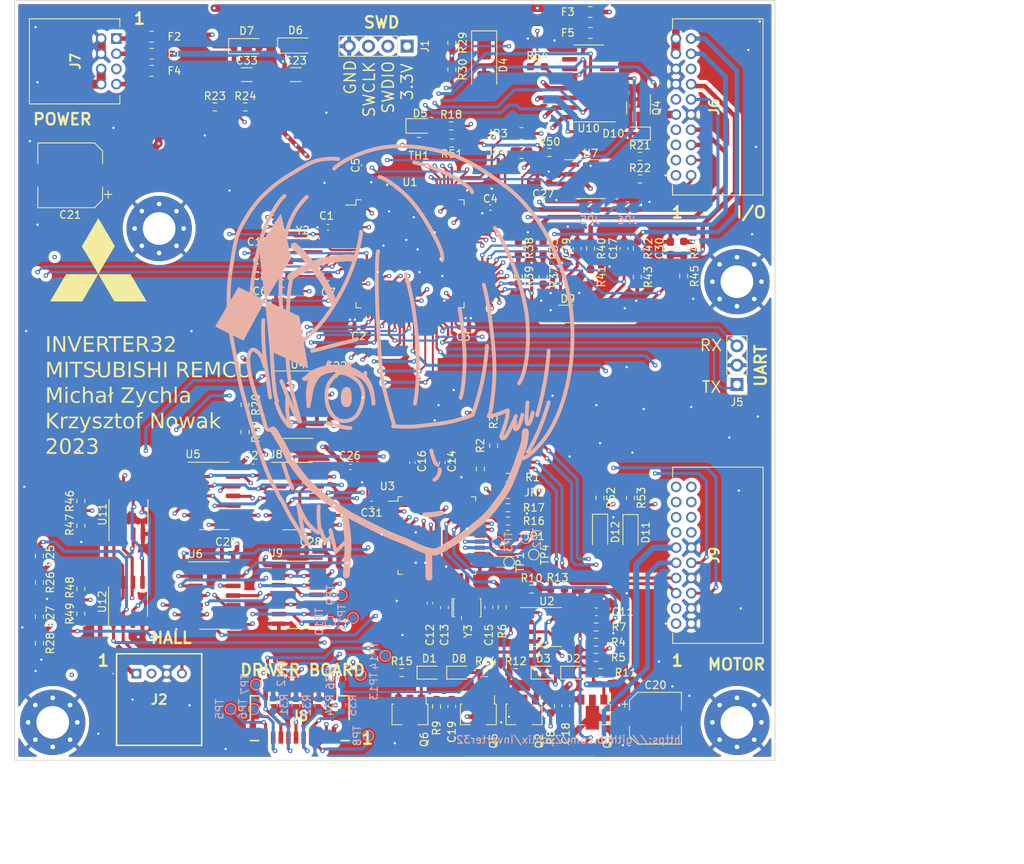
<source format=kicad_pcb>
(kicad_pcb (version 20221018) (generator pcbnew)
  (layers (0 "F.Cu" signal) (1 "In1.Cu" signal) (2 "In2.Cu" signal) (31 "B.Cu" signal) (34 "B.Paste" user) (35 "F.Paste" user) (36 "B.SilkS" user "B.Silkscreen") (37 "F.SilkS" user "F.Silkscreen") (38 "B.Mask" user) (39 "F.Mask" user) (44 "Edge.Cuts" user))
  (net 0 "")
  (net 1 "+3V3")
  (net 2 "GND")
  (net 3 "Net-(U1-NRST)")
  (net 4 "/CLK_OUT")
  (net 5 "/CLK_IN")
  (net 6 "+15V")
  (net 7 "+5V")
  (net 8 "Net-(U3-XTALOUT)")
  (net 9 "Net-(U3-CLKIN)")
  (net 10 "Net-(U3-REFBYP)")
  (net 11 "Net-(U2A--)")
  (net 12 "/~{EXC}")
  (net 13 "Net-(U2B--)")
  (net 14 "/EXC")
  (net 15 "Net-(D1-K)")
  (net 16 "Net-(D1-A)")
  (net 17 "Net-(D2-K)")
  (net 18 "Net-(D2-A)")
  (net 19 "Net-(D3-K)")
  (net 20 "Net-(D5-A)")
  (net 21 "Net-(D8-A)")
  (net 22 "+12_EXT")
  (net 23 "/CAN_H")
  (net 24 "/CAN_L")
  (net 25 "/KEY_IN")
  (net 26 "/BRK_IN")
  (net 27 "/AUX_IN")
  (net 28 "+12_UNSTABILIZED")
  (net 29 "/COS_H")
  (net 30 "/COS_L")
  (net 31 "/SIN_H")
  (net 32 "/TH1")
  (net 33 "/SIN_L")
  (net 34 "/TH2")
  (net 35 "+5VA")
  (net 36 "/USART3_TX")
  (net 37 "/USART3_RX")
  (net 38 "Net-(F3-Pad2)")
  (net 39 "Net-(J6-Pad6)")
  (net 40 "/U_HIGH")
  (net 41 "/W_HIGH")
  (net 42 "/FAULT_DRV")
  (net 43 "/V_HIGH")
  (net 44 "Net-(J6-Pad8)")
  (net 45 "Net-(J6-Pad12)")
  (net 46 "/T1_DRV")
  (net 47 "/U_LOW")
  (net 48 "/T2_DRV")
  (net 49 "/W_LOW")
  (net 50 "/T3_DRV")
  (net 51 "/V_LOW")
  (net 52 "Net-(J6-Pad14)")
  (net 53 "Net-(J6-Pad18)")
  (net 54 "Net-(J6-Pad1)")
  (net 55 "Net-(U3-FS1)")
  (net 56 "Net-(U3-FS2)")
  (net 57 "/~{RESET_RES}")
  (net 58 "/AD2S1205/Vcc{slash}2")
  (net 59 "/AD2S1205/~{EXC}")
  (net 60 "/AD2S1205/EXC")
  (net 61 "/LED_PIN")
  (net 62 "/FAULT_SR_3V3")
  (net 63 "Net-(R20-Pad1)")
  (net 64 "Net-(U7-Rs)")
  (net 65 "/2.5V")
  (net 66 "/CURRENT_B")
  (net 67 "/CURRENT_A")
  (net 68 "/VBUS_DRV")
  (net 69 "Net-(U3-A)")
  (net 70 "Net-(U3-B)")
  (net 71 "Net-(U3-NM)")
  (net 72 "Net-(U3-DIR)")
  (net 76 "/PWM_CH1N")
  (net 81 "/RD")
  (net 82 "/SAMPLE")
  (net 83 "/RDVEL")
  (net 84 "/CS_RES")
  (net 85 "/SCLK_RES")
  (net 86 "/MISO_RES")
  (net 89 "/PWM_CH2N")
  (net 90 "/PWM_CH3N")
  (net 93 "/PWM_CH1")
  (net 95 "/PWM_CH2")
  (net 97 "/PWM_CH3")
  (net 104 "/GPIO_D")
  (net 105 "/GPIO_C")
  (net 106 "/GPIO_B")
  (net 107 "/GPIO_A")
  (net 108 "/CAN_RX")
  (net 109 "/CAN_TX")
  (net 110 "Net-(J6-Pad20)")
  (net 111 "/ACC_INPUT_A_3V3")
  (net 139 "/DOS")
  (net 140 "/LOT")
  (net 142 "/CURRENT_A_RAW")
  (net 143 "Net-(U4-Pad11)")
  (net 144 "/FAULT_RST")
  (net 145 "Net-(U5-Pad1)")
  (net 146 "Net-(U5-Pad2)")
  (net 147 "Net-(U5-Pad3)")
  (net 148 "Net-(U5-Pad4)")
  (net 149 "Net-(U5-Pad5)")
  (net 150 "Net-(U5-Pad6)")
  (net 151 "Net-(U5-Pad8)")
  (net 152 "Net-(U5-Pad9)")
  (net 153 "Net-(U5-Pad10)")
  (net 154 "Net-(U5-Pad11)")
  (net 155 "Net-(U5-Pad12)")
  (net 156 "Net-(U5-Pad13)")
  (net 158 "/PWM_DRIVER/DRIVER_OUTPUT_ENABLE")
  (net 159 "/ACC_INPUT_B_3V3")
  (net 160 "/CURRENT_B_RAW")
  (net 161 "/PUMP_OUT_OD")
  (net 162 "/FAN_OUT_OD")
  (net 163 "/PRECHARGE_OUT_OD")
  (net 164 "/MAIN_OUT_OD")
  (net 165 "/+12_EXT_ADC")
  (net 166 "/SWDIO")
  (net 167 "/SWCLK")
  (net 168 "/X_OUT_OD")
  (net 169 "Net-(Q4-G)")
  (net 170 "/PUMP_OUT")
  (net 171 "/FAN_OUT")
  (net 172 "/PRECHARGE_OUT")
  (net 173 "/MAIN_OUT")
  (net 174 "/NEG_CURRENT_SETPOINT")
  (net 177 "/POS_CURRENT_SETPOINT")
  (net 178 "/X_OUT")
  (net 179 "Net-(J8-Pad6)")
  (net 180 "Net-(J8-Pad8)")
  (net 181 "Net-(J8-Pad16)")
  (net 182 "Net-(J8-Pad18)")
  (net 183 "Net-(J8-Pad20)")
  (net 188 "/TEMP_INTERNAL")
  (net 189 "Net-(F1-Pad2)")
  (net 190 "Net-(F2-Pad2)")
  (net 191 "Net-(F4-Pad2)")
  (footprint "Capacitor_SMD:C_0402_1005Metric_Pad0.74x0.62mm_HandSolder" (layer "F.Cu") (at 68.25 72.8175 90)
    (fp_text reference "C14")
    (fp_text value "1u")
  )
  (footprint "Crystal:Resonator_SMD_Murata_CSTxExxV-3Pin_3.0x1.1mm_HandSoldering" (layer "F.Cu") (at 71.525 91.9125)
    (fp_text reference "Y3")
    (fp_text value "CSTNE8M00GH5C000R0")
  )
  (footprint "Capacitor_SMD:C_0603_1608Metric" (layer "F.Cu") (at 81.525 36 180)
    (fp_text reference "C27")
    (fp_text value "100nF")
  )
  (footprint "Resistor_SMD:R_0603_1608Metric_Pad0.98x0.95mm_HandSolder" (layer "F.Cu") (at 76.875 74.75 180)
    (fp_text reference "R1")
    (fp_text value "4.7k")
  )
  (footprint "Capacitor_SMD:C_0603_1608Metric_Pad1.08x0.95mm_HandSolder" (layer "F.Cu") (at 69.4875 104.9125 90)
    (fp_text reference "C19")
    (fp_text value "100p")
  )
  (footprint "Package_SO:SOIC-14_3.9x8.7mm_P1.27mm" (layer "F.Cu") (at 49.225 90.21)
    (fp_text reference "U9")
    (fp_text value "74HCT08")
  )
  (footprint "Package_SO:SO-8_3.9x4.9mm_P1.27mm" (layer "F.Cu") (at 81.9875 94.45)
    (fp_text reference "U2")
    (fp_text value "LM358")
  )
  (footprint "Resistor_SMD:R_0603_1608Metric" (layer "F.Cu") (at 20.705 77.875 -90)
    (fp_text reference "R46")
    (fp_text value "~")
  )
  (footprint "Capacitor_SMD:CP_Elec_8x6.2" (layer "F.Cu") (at 19.3 35 180)
    (fp_text reference "C21")
    (fp_text value "100uF 25V")
  )
  (footprint "Package_TO_SOT_SMD:SOT-89-3" (layer "F.Cu") (at 78.9875 105.95 -90)
    (fp_text reference "Q2")
    (fp_text value "BCX55")
  )
  (footprint "Capacitor_SMD:CP_Elec_6.3x7.7" (layer "F.Cu") (at 96.2875 106.45)
    (fp_text reference "C20")
    (fp_text value "100u")
  )
  (footprint "Diode_SMD:D_SOD-323" (layer "F.Cu") (at 81.5375 100.45)
    (fp_text reference "D3")
    (fp_text value "1N4148")
  )
  (footprint "Capacitor_SMD:C_1206_3216Metric" (layer "F.Cu") (at 48.975 21.75)
    (fp_text reference "C23")
    (fp_text value "22uF 10V")
  )
  (footprint "Package_TO_SOT_SMD:SOT-23-3" (layer "F.Cu") (at 94.05 26.1375 -90)
    (fp_text reference "Q4")
    (fp_text value "ST3422A")
  )
  (footprint "Package_SO:SOIC-14_3.9x8.7mm_P1.27mm" (layer "F.Cu") (at 49.225 77.21)
    (fp_text reference "U8")
    (fp_text value "74HCT08")
  )
  (footprint "Package_TO_SOT_SMD:SOT-363_SC-70-6" (layer "F.Cu") (at 84.75 53.25)
    (fp_text reference "D9")
    (fp_text value "PESD3V3L5UY")
  )
  (footprint "Capacitor_SMD:C_0603_1608Metric_Pad1.08x0.95mm_HandSolder" (layer "F.Cu") (at 47.25 46.25 180)
    (fp_text reference "C9")
    (fp_text value "DNP")
  )
  (footprint "Capacitor_SMD:C_0402_1005Metric_Pad0.74x0.62mm_HandSolder" (layer "F.Cu") (at 74.5675 39.25)
    (fp_text reference "C4")
    (fp_text value "1u")
  )
  (footprint "Capacitor_SMD:C_1206_3216Metric" (layer "F.Cu") (at 42.525 21.75)
    (fp_text reference "C33")
    (fp_text value "22uF 10V")
  )
  (footprint "Capacitor_SMD:C_0402_1005Metric_Pad0.74x0.62mm_HandSolder" (layer "F.Cu") (at 54.3 61.25)
    (fp_text reference "C22")
    (fp_text value "1u")
  )
  (footprint "Resistor_SMD:R_0603_1608Metric_Pad0.98x0.95mm_HandSolder" (layer "F.Cu") (at 88.4875 94.45 180)
    (fp_text reference "R7")
    (fp_text value "10k")
  )
  (footprint "Resistor_SMD:R_0603_1608Metric" (layer "F.Cu") (at 69.5 17.565 -90)
    (fp_text reference "R29")
    (fp_text value "2.7k")
  )
  (footprint "Resistor_SMD:R_0603_1608Metric_Pad0.98x0.95mm_HandSolder" (layer "F.Cu") (at 77.9 100.45 180)
    (fp_text reference "R12")
    (fp_text value "2.2k")
  )
  (footprint "Crystal:Resonator_SMD_Murata_CSTxExxV-3Pin_3.0x1.1mm_HandSoldering" (layer "F.Cu") (at 50.8875 45.05 90)
    (fp_text reference "Y2")
    (fp_text value "CSTNE8M00GH5C000R0")
  )
  (footprint "Capacitor_SMD:C_0603_1608Metric_Pad1.08x0.95mm_HandSolder" (layer "F.Cu") (at 47.25 48.25 180)
    (fp_text reference "C8")
    (fp_text value "100n")
  )
  (footprint "Package_QFP:LQFP-100_14x14mm_P0.5mm" (layer "F.Cu") (at 64 45.325)
    (fp_text reference "U1")
    (fp_text value "STM32F303VCTx")
  )
  (footprint "Resistor_SMD:R_0603_1608Metric" (layer "F.Cu") (at 69.5 21.075 -90)
    (fp_text reference "R30")
    (fp_text value "4.7k")
  )
  (footprint "Resistor_SMD:R_0603_1608Metric" (layer "F.Cu") (at 20.705 81.125 -90)
    (fp_text reference "R47")
    (fp_text value "~")
  )
  (footprint "Capacitor_SMD:C_0402_1005Metric_Pad0.74x0.62mm_HandSolder" (layer "F.Cu") (at 39.8175 84.75 180)
    (fp_text reference "C25")
    (fp_text value "1u")
  )
  (footprint "Resistor_SMD:R_0603_1608Metric" (layer "F.Cu") (at 20.705 89.45 -90)
    (fp_text reference "R48")
    (fp_text value "~")
  )
  (footprint "Resistor_SMD:R_0603_1608Metric_Pad0.98x0.95mm_HandSolder" (layer "F.Cu") (at 69.5 30.75 180)
    (fp_text reference "R51")
    (fp_text value "10k")
  )
  (footprint "DF51-20:DF51K20DP2DS805" (layer "F.Cu") (at 98.975 35 90)
    (fp_text reference "J6")
    (fp_text value "INTERFACE" hide)
  )
  (footprint "Resistor_SMD:R_0603_1608Metric_Pad0.98x0.95mm_HandSolder" (layer "F.Cu") (at 87.75 44.6375 -90)
    (fp_text reference "R40")
    (fp_text value "10k")
  )
  (footprint "Diode_SMD:D_SOD-123" (layer "F.Cu") (at 42.5 18)
    (fp_text reference "D7")
    (fp_text value "BZT52C5V6")
  )
  (footprint "Package_QFP:LQFP-44_10x10mm_P0.8mm" (layer "F.Cu") (at 67.525 82.4125)
    (fp_text reference "U3")
    (fp_text value "AD2S1205")
  )
  (footprint "Resistor_SMD:R_0603_1608Metric_Pad0.98x0.95mm_HandSolder" (layer "F.Cu") (at 100 44.6125 -90)
    (fp_text reference "R44")
    (fp_text value "10k")
  )
  (footprint "Resistor_SMD:R_0603_1608Metric" (layer "F.Cu") (at 42.3 68.79 -90)
    (fp_text reference "R19")
    (fp_text value "4.7k")
  )
  (footprint "Package_SO:SOP-16_3.9x9.9mm_P1.27mm" (layer "F.Cu") (at 87.5 22.905 180)
    (fp_text reference "U10")
    (fp_text value "ULN2002")
  )
  (footprint "Package_SO:SO-8_3.9x4.9mm_P1.27mm" (layer "F.Cu") (at 26.905 91.125 90)
    (fp_text reference "U12")
    (fp_text value "LM393")
  )
  (footprint "Resistor_SMD:R_0603_1608Metric" (layer "F.Cu") (at 94.25 35.475)
    (fp_text reference "R22")
    (fp_text value "120")
  )
  (footprint "Resistor_SMD:R_0603_1608Metric_Pad0.98x0.95mm_HandSolder" (layer "F.Cu") (at 83.4 89.45 180)
    (fp_text reference "R13")
    (fp_text value "2.2k")
  )
  (footprint "Diode_SMD:D_SOD-123" (layer "F.Cu") (at 93 82 -90)
    (fp_text reference "D11")
    (fp_text value "BZT52C3V6")
  )
  (footprint "Resistor_SMD:R_0603_1608Metric_Pad0.98x0.95mm_HandSolder" (layer "F.Cu") (at 42.3375 26)
    (fp_text reference "R24")
    (fp_text value "10k")
  )
  (footprint "MEMS_Passive:R_0805_2012Metric_Jumper" (layer "F.Cu") (at 76.875 76.75)
    (fp_text reference "JP2")
    (fp_text value "~")
  )
  (footprint "Resistor_SMD:R_0603_1608Metric_Pad0.98x0.95mm_HandSolder" (layer "F.Cu") (at 76.875 80.5)
    (fp_text reference "R16")
    (fp_text value "10k")
  )
  (footprint "Resistor_SMD:R_0603_1608Metric_Pad0.98x0.95mm_HandSolder" (layer "F.Cu") (at 67.4875 104.9125 90)
    (fp_text reference "R9")
    (fp_text value "10k")
  )
  (footprint "Fuse:Fuse_0805_2012Metric" (layer "F.Cu") (at 30 16.75 180)
    (fp_text reference "F2")
    (fp_text value "350mA")
  )
  (footprint "Resistor_SMD:R_0603_1608Metric_Pad0.98x0.95mm_HandSolder" (layer "F.Cu") (at 15.25 96.5875 -90)
    (fp_text reference "R28")
    (fp_text value "10k")
  )
  (footprint "Fuse:Fuse_0805_2012Metric" (layer "F.Cu") (at 87.6875 13.5)
    (fp_text reference "F3")
    (fp_text value "350mA")
  )
  (footprint "Package_SO:SOIC-8_3.9x4.9mm_P1.27mm" (layer "F.Cu") (at 87.75 35.5)
    (fp_text reference "U7")
    (fp_text value "MCP2551-I-SN")
  )
  (footprint "DF51-8:DF51K8DP2DS805" (layer "F.Cu") (at 25.375 17 -90)
    (fp_text reference "J7")
    (fp_text value "POWER" hide)
  )
  (footprint "Capacitor_SMD:C_0603_1608Metric_Pad1.08x0.95mm_HandSolder" (layer "F.Cu") (at 92.15 44.6375 90)
    (fp_text reference "C17")
    (fp_text value "100n")
  )
  (footprint "Resistor_SMD:R_0603_1608Metric_Pad0.98x0.95mm_HandSolder" (layer "F.Cu") (at 73.9875 100.45 180)
    (fp_text reference "R14")
    (fp_text value "2.2k")
  )
  (footprint "Diode_SMD:D_SOD-323" (layer "F.Cu") (at 66.5375 100.45)
    (fp_text reference "D1")
    (fp_text value "1N4148")
  )
  (footprint "Resistor_SMD:R_0603_1608Metric" (layer "F.Cu") (at 20.705 92.7 -90)
    (fp_text reference "R49")
    (fp_text value "~")
  )
  (footprint "Connector_PinHeader_2.54mm:PinHeader_1x03_P2.54mm_Vertical" (layer "F.Cu") (at 107 62.525 180)
    (fp_text reference "J5")
    (fp_text value "UART")
  )
  (footprint "Resistor_SMD:R_0805_2012Metric_Pad1.20x1.40mm_HandSolder" (layer "F.Cu") (at 65.1625 30.75 180)
    (fp_text reference "TH1")
    (fp_text value "Thermistor_NTC")
  )
  (footprint "Capacitor_SMD:C_0402_1005Metric_Pad0.74x0.62mm_HandSolder" (layer "F.Cu") (at 53.25 49.25 180)
    (fp_text reference "C7")
    (fp_text value "1u")
  )
  (footprint "Package_SO:SOIC-14_3.9x8.7mm_P1.27mm" (layer "F.Cu") (at 38.27 77.19)
    (fp_text reference "U5")
    (fp_text value "74HCT04")
  )
  (footprint "Resistor_SMD:R_0603_1608Metric_Pad0.98x0.95mm_HandSolder" (layer "F.Cu") (at 88.4875 98.45)
    (fp_text reference "R5")
    (fp_text value "22k")
  )
  (footprint "Capacitor_SMD:C_0603_1608Metric_Pad1.08x0.95mm_HandSolder" (layer "F.Cu") (at 47.25 50.25 180)
    (fp_text reference "C6")
    (fp_text value "10n")
  )
  (footprint "Resistor_SMD:R_0603_1608Metric_Pad0.98x0.95mm_HandSolder" (layer "F.Cu") (at 76.125 91.8375 -90)
    (fp_text reference "R6")
    (fp_text value "10k")
  )
  (footprint "Package_TO_SOT_SMD:SOT-89-3" (layer "F.Cu") (at 87.9875 105.95 -90)
    (fp_text reference "Q1")
    (fp_text value "BCX54")
  )
  (footprint "Resistor_SMD:R_0603_1608Metric_Pad0.98x0.95mm_HandSolder" (layer "F.Cu") (at 78.25 44.5875 -90)
    (fp_text reference "R38")
    (fp_text value "10k")
  )
  (footprint "Diode_SMD:D_SOD-323" (layer "F.Cu") (at 94 29.5 180)
    (fp_text reference "D10")
    (fp_text value "1N4148")
  )
  (footprint "Capacitor_SMD:C_0402_1005Metric_Pad0.74x0.62mm_HandSolder" (layer "F.Cu") (at 64.317479 72.80506 90)
    (fp_text reference "C16")
    (fp_text value "1u")
  )
  (footprint "Diode_SMD:D_SOD-323" (layer "F.Cu") (at 85.4375 100.45)
    (fp_text reference "D2")
    (fp_text value "1N4148")
  )
  (footprint "Capacitor_SMD:C_0603_1608Metric_Pad1.08x0.95mm_HandSolder" (layer "F.Cu") (at 86 44.6375 90)
    (fp_text reference "C29")
    (fp_text value "100n")
  )
  (footprint "LED_SMD:LED_0805_2012Metric_Pad1.15x1.40mm_HandSolder" (layer "F.Cu") (at 65.325 28.5)
    (fp_text reference "D5")
    (fp_text value "LED")
  )
  (footprint "Resistor_SMD:R_0603_1608Metric_Pad0.98x0.95mm_HandSolder" (layer "F.Cu") (at 75 70.5875 90)
    (fp_text reference "R3")
    (fp_text value "68k")
  )
  (footprint "Package_TO_SOT_SMD:SOT-89-3" (layer "F.Cu") (at 63.9875 105.95 -90)
    (fp_text reference "Q6")
    (fp_text value "BCX55")
  )
  (footprint "Capacitor_SMD:C_0402_1005Metric_Pad0.74x0.62mm_HandSolder" (layer "F.Cu") (at 50.9325 84.5 180)
    (fp_text reference "C28")
    (fp_text value "1u")
  )
  (footprint "TestPoint:TestPoint_Pad_D1.0mm" (layer "F.Cu") (at 80.275 84.9125 -90)
    (fp_text reference "TP4")
    (fp_text value "DIR")
  )
  (footprint "Capacitor_SMD:C_0402_1005Metric_Pad0.74x0.62mm_HandSolder" (layer "F.Cu") (at 58 33.6825 90)
    (fp_text reference "C5")
    (fp_text value "1u")
  )
  (footprint "Capacitor_SMD:C_0603_1608Metric_Pad1.08x0.95mm_HandSolder" (layer "F.Cu") (at 98.25 44.6125 90)
    (fp_text reference "C30")
    (fp_text value "100n")
  )
  (footprint "Capacitor_SMD:C_0402_1005Metric_Pad0.74x0.62mm_HandSolder" (layer "F.Cu") (at 43.381398 73.376215)
    (fp_text reference "C24")
    (fp_text value "1u")
  )
  (footprint "Resistor_SMD:R_0603_1608Metric" (layer "F.Cu") (at 42.3 65.19 -90)
    (fp_text reference "R20")
    (fp_text value "2.7k")
  )
  (footprint "Capacitor_SMD:C_0402_1005Metric_Pad0.74x0.62mm_HandSolder" (layer "F.Cu") (at 57.25 55 180)
    (fp_text reference "C2")
    (fp_text value "1u")
  )
  (footprint "Resistor_SMD:R_0603_1608Metric_Pad0.98x0.95mm_HandSolder" (layer "F.Cu") (at 81.5 48.4125 -90)
    (fp_text reference "R37")
    (fp_text value "10k")
  )
  (footprint "Diode_SMD:D_SMA_Handsoldering" (layer "F.Cu") (at 73.75 20.5 -90)
    (fp_text reference "D4")
    (fp_text value "1N4007")
  )
  (footprint "Package_SO:SO-8_3.9x4.9mm_P1.27mm" (layer "F.Cu") (at 26.955 79.625 90)
    (fp_text reference "U11")
    (fp_text value "LM393")
  )
  (footprint "Resistor_SMD:R_0603_1608Metric_Pad0.98x0.95mm_HandSolder" (layer "F.Cu") (at 69.4125 28.5 180)
    (fp_text reference "R18")
    (fp_text value "470")
  )
  (footprint "Resistor_SMD:R_0603_1608Metric_Pad0.98x0.95mm_HandSolder" (layer "F.Cu") (at 89 77.4575 -90)
    (fp_text reference "R52")
    (fp_text value "10k")
  )
  (footprint "Resistor_SMD:R_0603_1608Metric_Pad0.98x0.95mm_HandSolder" (layer "F.Cu") (at 81.5 44.6625 -90)
    (fp_text reference "R33")
    (fp_text value "10k")
  )
  (footprint "DF51-20:DF51K20DP2DS805" (layer "F.Cu") (at 99 94 90)
    (fp_text reference "J9")
    (fp_text value "RESOLVER" hide)
  )
  (footprint "MountingHole:MountingHole_4.3mm_M4_Pad_Via" (layer "F.Cu") (at 107 49)
    (fp_text reference "H2" hide)
    (fp_text value "MountingHole_Pad")
  )
  (footprint "Capacitor_SMD:C_0402_1005Metric_Pad0.74x0.62mm_HandSolder" (layer "F.Cu") (at 56.141438 73.390646)
    (fp_text reference "C26")
    (fp_text value "1u")
  )
  (footprint "Capacitor_SMD:C_0402_1005Metric_Pad0.74x0.62mm_HandSolder" (layer "F.Cu") (at 66.625 91.3175 -90)
    (fp_text reference "C12")
    (fp_text value "1u")
  )
  (footprint "Resistor_SMD:R_0603_1608Metric_Pad0.98x0.95mm_HandSolder" (layer "F.Cu") (at 93 77.4575 -90)
    (fp_text reference "R53")
    (fp_text value "10k")
  )
  (footprint "DF51-4:DF51K4P2DS805" (layer "F.Cu") (at 28 100.575)
    (fp_text reference "J2")
    (fp_text value "CURRENT SENSE" hide)
  )
  (footprint "MEMS_Passive:R_0805_2012Metric_Jumper" (layer "F.Cu") (at 78.6625 32)
    (fp_text reference "JP4")
    (fp_text value "~")
  )
  (footprint "TestPoint:TestPoint_Pad_D1.0mm" (layer "F.Cu") (at 77.025 85.9125 -90)
    (fp_text reference "TP1")
    (fp_text value "A")
  )
  (footprint "MEMS_Passive:R_0805_2012Metric_Jumper" (layer "F.Cu") (at 76.875 82.5)
    (fp_text reference "JP1")
    (fp_text value "~")
  )
  (footprint "Resistor_SMD:R_0603_1608Metric_Pad0.98x0.95mm_HandSolder" (layer "F.Cu") (at 100 48.275 -90)
    (fp_text reference "R45")
    (fp_text value "2.2k")
  )
  (footprint "Diode_SMD:D_SOD-123" (layer "F.Cu") (at 48.9375 17.92)
    (fp_text reference "D6")
    (fp_text value "BZT52C3V6")
  )
  (footprint "Capacitor_SMD:C_0603_1608Metric_Pad1.08x0.95mm_HandSolder" (layer "F.Cu") (at 84.4875 104.8125 90)
    (fp_text reference "C18")
    (fp_text value "100p")
  )
  (footprint "Resistor_SMD:R_0603_1608Metric_Pad0.98x0.95mm_HandSolder" (layer "F.Cu") (at 76.875 78.75)
    (fp_text reference "R17")
    (fp_text value "10k")
  )
  (footprint "Resistor_SMD:R_0603_1608Metric_Pad0.98x0.95mm_HandSolder" (layer "F.Cu") (at 62.9 100.45 180)
    (fp_text reference "R15")
    (fp_text value "2.2k")
  )
  (footprint "Capacitor_SMD:C_0603_1608Metric_Pad1.08x0.95mm_HandSolder" (layer "F.Cu") (at 74.375 91.8625 -90)
    (fp_text reference "C15")
    (fp_text value "DNP")
  )
  (footprint "Resistor_SMD:R_0603_1608Metric_Pad0.98x0.95mm_HandSolder" (layer "F.Cu") (at 79.9875 89.45)
    (fp_text reference "R10")
    (fp_text value "2.2k")
  )
  (footprint "MEMS_Passive:R_0805_2012Metric_Jumper" (layer "F.Cu") (at 78.6625 29.5)
    (fp_text reference "JP3")
    (fp_text value "~")
  )
  (footprint "Resistor_SMD:R_0603_1608Metric" (layer "F.Cu") (at 94.25 32.5)
    (fp_text reference "R21")
    (fp_text value "1k")
  )
  (footprint "Fuse:Fuse_0805_2012Metric" (layer "F.Cu") (at 30 19 180)
    (fp_text reference "F1")
    (fp_text value "350mA")
  )
  (footprint "Fuse:Fuse_0805_2012Metric" (layer "F.Cu") (at 87.75 16.25)
    (fp_text reference "F5")
    (fp_text value "2A")
  )
  (footprint "Capacitor_SMD:C_0402_1005Metric_Pad0.74x0.62mm_HandSolder" (layer "F.Cu") (at 58.9425 78.25 180)
    (fp_text reference "C31")
    (fp_text value "1u")
  )
  (footprint "Resistor_SMD:R_0603_1608Metric_Pad0.98x0.95mm_HandSolder" (layer "F.Cu") (at 15.25 93.0875 -90)
    (fp_text reference "R27")
    (fp_text value "10k")
  )
  (footprint "Connector_PinHeader_2.54mm:PinHeader_1x04_P2.54mm_Vertical" (layer "F.Cu") (at 63.62 18 -90)
    (fp_text reference "J1")
    (fp_text value "STLINK")
  )
  (footprint "Resistor_SMD:R_0603_1608Metric_Pad0.98x0.95mm_HandSolder" (layer "F.Cu") (at 15.25 85.0875 -90)
    (fp_text reference "R25")
    (fp_text value "10k")
  )
  (footprint "Resistor_SMD:R_0603_1608Metric_Pad0.98x0.95mm_HandSolder" (layer "F.Cu") (at 88.4875 96.45 180)
    (fp_text reference "R4")
    (fp_text value "22k")
  )
  (footprint "Capacitor_SMD:C_0603_1608Metric_Pad1.08x0.95mm_HandSolder" (layer "F.Cu") (at 88.5125 92.45)
    (fp_text reference "C11")
    (fp_text value "100n")
  )
  (footprint "MountingHole:MountingHole_4.3mm_M4_Pad_Via" (layer "F.Cu") (at 31 42)
    (fp_text reference "H1" hide)
    (fp_text value "MountingHole_Pad")
  )
  (footprint "Capacitor_SMD:C_0603_1608Metric_Pad1.08x0.95mm_HandSolder" (layer "F.Cu") (at 68.525 91.8875 -90)
    (fp_text reference "C13")
    (fp_text value "DNP")
  )
  (footprint "MountingHole:MountingHole_4.3mm_M4_Pad_Via" (layer "F.Cu") (at 107 107)
    (fp_text reference "H4" hide)
    (fp_text value "MountingHole_Pad")
  )
  (footprint "Capacitor_SMD:C_0603_1608Metric_Pad1.08x0.95mm_HandSolder" (layer "F.Cu") (at 47.25 44 180)
    (fp_text reference "C10")
    (fp_text value "DNP")
  )
  (footprint "Resistor_SMD:R_0603_1608Metric_Pad0.98x0.95mm_HandSolder" (layer "F.Cu") (at 93.9 48.3875 -90)
    (fp_text reference "R43")
    (fp_text value "2.2k")
  )
  (footprint "picoclasp:5015712007" (layer "F.Cu") (at 49.5 106.35)
    (fp_text reference "J8")
    (fp_text value "501571-2007" hide)
  )
  (footprint "Resistor_SMD:R_0603_1608Metric_Pad0.98x0.95mm_HandSolder" (layer "F.Cu") (at 82.4875 104.8375 90)
    (fp_text reference "R8")
    (fp_text value "10k")
  )
  (footprint "Diode_SMD:D_SOD-123" (layer "F.Cu") (at 89 81.9575 -90)
    (fp_text reference "D12")
    (fp_text value "BZT52C3V6")
  )
  (footprint "Resistor_SMD:R_0603_1608Metric_Pad0.98x0.95mm_HandSolder" (layer "F.Cu") (at 87.75 48.3 -90)
    (fp_text reference "R41")
    (fp_text value "2.2k")
  )
  (footprint "Resistor_SMD:R_0603_1608Metric_Pad0.98x0.95mm_HandSolder" (layer "F.Cu") (at 78.25 48.3375 -90)
    (fp_text reference "R39")
    (fp_text value "10k")
  )
  (footprint "MountingHole:MountingHole_4.3mm_M4_Pad_Via" (layer "F.Cu") (at 17 107)
    (fp_text reference "H3" hide)
    (fp_text value "MountingHole_Pad")
  )
  (footprint "Package_SO:SOIC-14_3.9x8.7mm_P1.27mm" (layer "F.Cu") (at 38.27 90.31)
    (fp_text reference "U6")
    (fp_text value "74HCT08")
  )
  (footprint "Resistor_SMD:R_0603_1608Metric_Pad0.98x0.95mm_HandSolder" (layer "F.Cu") (at 73.25 73.6625 90)
    (fp_text reference "R2")
    (fp_text value "68k")
  )
  (footprint "Package_TO_SOT_SMD:SOT-89-3" (layer "F.Cu") (at 72.9875 105.95 -90)
    (fp_text reference "Q5")
    (fp_text value "BCX54")
  )
  (footprint "Resistor_SMD:R_0603_1608Metric_Pad0.98x0.95mm_HandSolder" (layer "F.Cu") (at 93.9 44.6375 -90)
    (fp_text reference "R42")
    (fp_text value "10k")
  )
  (footprint "Diode_SMD:D_SOD-323" (layer "F.Cu") (at 70.4375 100.45)
    (fp_text reference "D8")
    (fp_text value "1N4148")
  )
  (footprint "Package_SO:SOIC-14_3.9x8.7mm_P1.27mm" (layer "F.Cu") (at 49.275 65.19)
    (fp_text reference "U4")
    (fp_text value "74HCT00")
  )
  (footprint "Resistor_SMD:R_0603_1608Metric_Pad0.98x0.95mm_HandSolder" (layer "F.Cu") (at 15.25 88.5875 -90)
    (fp_text reference "R26")
    (fp_text value "10k")
  )
  (footprint "Capacitor_SMD:C_0402_1005Metric_Pad0.74x0.62mm_HandSolder" (layer "F.Cu") (at 53.203586 41.833518 180)
    (fp_text reference "C1")
    (fp_text value "1u")
  )
  (footprint "Fuse:Fuse_0805_2012Metric" (layer "F.Cu") (at 30 21.25 180)
    (fp_text reference "F4")
    (fp_text value "350mA")
  )
  (footprint "Resistor_SMD:R_0603_1608Metric_Pad0.98x0.95mm_HandSolder" (layer "F.Cu") (at 89.075 100.45 180)
    (fp_text reference "R11")
    (fp_text value "2.2k")
  )
  (footprint "Capacitor_SMD:C_0402_1005Metric_Pad0.74x0.62mm_HandSolder" (layer "F.Cu") (at 71.1825 55)
    (fp_text reference "C3")
    (fp_text value "1u")
  )
  (footprint "Resistor_SMD:R_0603_1608Metric_Pad0.98x0.95mm_HandSolder" (layer "F.Cu") (at 38.3375 26)
    (fp_text reference "R23")
    (fp_text value "10k")
  )
  (footprint "Resistor_SMD:R_0603_1608Metric_Pad0.98x0.95mm_HandSolder" (layer "F.Cu") (at 82.3375 32)
    (fp_text reference "R50")
    (fp_text value "2.2k")
  )
  (footprint "Resistor_SMD:R_0603_1608Metric_Pad0.98x0.95mm_HandSolder" (layer "F.Cu") (at 80.75 20.7)
    (fp_text reference "R54")
    (fp_text value "2.2k")
  )
  (footprint "TestPoint:TestPoint_Pad_D1.0mm" (layer "B.Cu") (at 58.5 108.75 -90)
    (fp_text reference "TP8")
    (fp_text value "TestPoint")
  )
  (footprint "TestPoint:TestPoint_Pad_D1.0mm" (layer "B.Cu") (at 56.5 93.25 -90)
    (fp_text reference "TP11")
    (fp_text value "TestPoint")
  )
  (footprint "TestPoint:TestPoint_Pad_D1.0mm" (layer "B.Cu") (at 55 90.25 -90)
    (fp_text reference "TP9")
    (fp_text value "TestPoint")
  )
  (footprint "TestPoint:TestPoint_Pad_D1.0mm" (layer "B.Cu") (at 57.5 100.75 -90)
    (fp_text reference "TP13")
    (fp_text value "TestPoint")
  )
  (footprint "TestPoint:TestPoint_Pad_D1.0mm" (layer "B.Cu") (at 75.5 83.25 90)
    (fp_text reference "TP3")
    (fp_text value "NM")
  )
  (footprint "Resistor_SMD:R_0603_1608Metric" (layer "B.Cu") (at 55 101.25 90)
    (fp_text reference "R36")
    (fp_text value "4.7k")
  )
  (footprint "Resistor_SMD:R_0603_1608Metric" (layer "B.Cu") (at 52 104.75 90)
    (fp_text reference "R34")
    (fp_text value "4.7k")
  )
  (footprint "TestPoint:TestPoint_Pad_D1.0mm" (layer "B.Cu") (at 40.4 105.25 -90)
    (fp_text reference "TP5")
    (fp_text value "TestPoint")
  )
  (footprint "TestPoint:TestPoint_Pad_D1.0mm" (layer "B.Cu") (at 48.5 100.5 -90)
    (fp_text reference "TP12")
    (fp_text value "TestPoint")
  )
  (footprint "Resistor_SMD:R_0603_1608Metric" (layer "B.Cu") (at 46 104.675 90)
    (fp_text reference "R31")
    (fp_text value "4.7k")
  )
  (footprint "TestPoint:TestPoint_Pad_D1.0mm" (layer "B.Cu") (at 43.45 105.25 -90)
    (fp_text reference "TP6")
    (fp_text value "TestPoint")
  )
  (footprint "TestPoint:TestPoint_Pad_D1.0mm" (layer "B.Cu") (at 79.25 82.75 90)
    (fp_text reference "TP2")
    (fp_text value "B")
  )
  (footprint "Resistor_SMD:R_0603_1608Metric" (layer "B.Cu") (at 55 104.75 90)
    (fp_text reference "R35")
    (fp_text value "2.7k")
  )
  (footprint "MEMS_Passive:R_0805_2012Metric_Jumper" (layer "B.Cu") (at 92.5875 39.25)
    (fp_text reference "JP6")
    (fp_text value "~")
  )
  (footprint "Resistor_SMD:R_0603_1608Metric" (layer "B.Cu") (at 49 104.75 90)
    (fp_text reference "R32")
    (fp_text value "4.7k")
  )
  (footprint "TestPoint:TestPoint_Pad_D1.0mm" (layer "B.Cu") (at 60.75 98.25 -90)
    (fp_text reference "TP14")
    (fp_text value "TestPoint")
  )
  (footprint "TestPoint:TestPoint_Pad_D1.0mm" (layer "B.Cu") (at 43.75 102 -90)
    (fp_text reference "TP7")
    (fp_text value "TestPoint")
  )
  (footprint "TestPoint:TestPoint_Pad_D1.0mm" (layer "B.Cu") (at 53.5 93.75 -90)
    (fp_text reference "TP10")
    (fp_text value "TestPoint")
  )
  (footprint "MEMS_Passive:R_0805_2012Metric_Jumper" (layer "B.Cu") (at 87.6625 39.25)
    (fp_text reference "JP5")
    (fp_text value "~")
  )
  (gr_poly (pts (xy 51.401987 61.141412) (xy 51.421077 61.145285) (xy 51.439388 61.151033) (xy 51.456844 61.158532) (xy 51.473367 61.167657) (xy 51.488877 61.178286) (xy 51.503298 61.190294) (xy 51.516551 61.203557) (xy 51.528557 61.217952) (xy 51.53924 61.233354) (xy 51.54852 61.249639) (xy 51.55632 61.266684) (xy 51.562561 61.284364) (xy 51.567166 61.302556) (xy 51.570057 61.321135) (xy 51.571155 61.339978) (xy 51.570382 61.358961) (xy 51.56766 61.37796) (xy 51.562911 61.396851) (xy 51.556058 61.415509) (xy 51.547021 61.433811) (xy 51.535724 61.451634) (xy 51.522087 61.468852) (xy 51.506032 61.485343) (xy 51.487483 61.500982) (xy 51.46636 61.515645) (xy 51.454475 61.522848) (xy 51.442778 61.530292) (xy 51.431294 61.538016) (xy 51.420048 61.546057) (xy 51.409063 61.554454) (xy 51.403677 61.558798) (xy 51.398365 61.563246) (xy 51.393132 61.567802) (xy 51.387979 61.572471) (xy 51.38291 61.577258) (xy 51.377929 61.582168) (xy 51.35454 61.605769) (xy 51.345403 61.615056) (xy 51.337074 61.623757) (xy 51.328883 61.632692) (xy 51.320156 61.642678) (xy 51.310223 61.654535) (xy 51.298412 61.669082) (xy 51.277075 61.696628) (xy 51.25667 61.724839) (xy 51.237134 61.753649) (xy 51.218403 61.782995) (xy 51.200415 61.812813) (xy 51.183108 61.843039) (xy 51.166417 61.873608) (xy 51.15028 61.904458) (xy 51.127892 61.95217) (xy 51.10632 62.000225) (xy 51.085491 62.04859) (xy 51.065333 62.097236) (xy 51.045773 62.146133) (xy 51.026738 62.195249) (xy 50.989956 62.294021) (xy 50.961108 62.368938) (xy 50.932754 62.444104) (xy 50.919375 62.481957) (xy 50.906855 62.520083) (xy 50.895439 62.558553) (xy 50.885372 62.597439) (xy 50.874899 62.645203) (xy 50.865037 62.693087) (xy 50.855806 62.741091) (xy 50.847228 62.789211) (xy 50.839327 62.837447) (xy 50.832124 62.885797) (xy 50.825641 62.934259) (xy 50.8199 62.982833) (xy 50.808294 63.091854) (xy 50.797739 63.200983) (xy 50.788535 63.310234) (xy 50.780981 63.419619) (xy 50.776646 63.505371) (xy 50.773126 63.59116) (xy 50.770243 63.676973) (xy 50.767821 63.762801) (xy 50.76393 63.936256) (xy 50.763107 64.022996) (xy 50.763821 64.109743) (xy 50.766207 64.193972) (xy 50.77008 64.278132) (xy 50.772718 64.32017) (xy 50.775902 64.362172) (xy 50.77969 64.404131) (xy 50.784139 64.446041) (xy 50.808053 64.661184) (xy 50.819118 64.768846) (xy 50.823976 64.822742) (xy 50.828213 64.876699) (xy 50.834746 64.98274) (xy 50.837243 65.035811) (xy 50.838988 65.088901) (xy 50.8398 65.142002) (xy 50.839502 65.195101) (xy 50.837913 65.248191) (xy 50.834853 65.301259) (xy 50.831418 65.326742) (xy 50.825942 65.350378) (xy 50.818571 65.372181) (xy 50.809452 65.392162) (xy 50.79873 65.410336) (xy 50.78655 65.426716) (xy 50.77306 65.441313) (xy 50.758404 65.454142) (xy 50.742729 65.465216) (xy 50.726181 65.474547) (xy 50.708905 65.482149) (xy 50.691048 65.488034) (xy 50.672755 65.492216) (xy 50.654172 65.494708) (xy 50.635445 65.495522) (xy 50.616721 65.494672) (xy 50.598144 65.492171) (xy 50.579861 65.488032) (xy 50.562018 65.482267) (xy 50.544761 65.474891) (xy 50.528235 65.465915) (xy 50.512586 65.455354) (xy 50.497961 65.443219) (xy 50.484506 65.429525) (xy 50.472365 65.414283) (xy 50.461686 65.397508) (xy 50.452613 65.379212) (xy 50.445293 65.359409) (xy 50.439872 65.33811) (xy 50.436496 65.31533) (xy 50.435311 65.291081) (xy 50.436461 65.265377) (xy 50.436208 65.265548) (xy 50.438489 65.220333) (xy 50.43953 65.17511) (xy 50.439496 65.129886) (xy 50.438548 65.084668) (xy 50.43685 65.039461) (xy 50.434565 64.994272) (xy 50.428887 64.903975) (xy 50.42473 64.851933) (xy 50.41999 64.799948) (xy 50.409249 64.696101) (xy 50.386144 64.48857) (xy 50.381245 64.442434) (xy 50.377068 64.396242) (xy 50.373548 64.350002) (xy 50.370624 64.303721) (xy 50.366311 64.211067) (xy 50.363625 64.118337) (xy 50.362788 64.026887) (xy 50.363526 63.935444) (xy 50.365313 63.844009) (xy 50.367626 63.752584) (xy 50.370029 63.663866) (xy 50.373076 63.575164) (xy 50.376829 63.486487) (xy 50.381347 63.397841) (xy 50.389294 63.282872) (xy 50.398935 63.168036) (xy 50.410029 63.053328) (xy 50.422335 62.938747) (xy 50.428744 62.884673) (xy 50.435982 62.830725) (xy 50.444018 62.776905) (xy 50.452822 62.723211) (xy 50.462364 62.669645) (xy 50.472615 62.616207) (xy 50.483543 62.562896) (xy 50.495119 62.509713) (xy 50.506498 62.463836) (xy 50.519506 62.418457) (xy 50.533862 62.373495) (xy 50.549283 62.328869) (xy 50.565487 62.284497) (xy 50.582194 62.2403) (xy 50.615984 62.152108) (xy 50.655649 62.045557) (xy 50.676302 61.992623) (xy 50.697555 61.93994) (xy 50.719447 61.887524) (xy 50.742017 61.835391) (xy 50.765304 61.783557) (xy 50.789348 61.732039) (xy 50.814908 61.682862) (xy 50.841704 61.63433) (xy 50.869827 61.586564) (xy 50.899367 61.539685) (xy 50.930416 61.493814) (xy 50.963064 61.449074) (xy 50.980016 61.427165) (xy 50.997401 61.405584) (xy 51.015232 61.384346) (xy 51.03352 61.363466) (xy 51.040462 61.355829) (xy 51.047506 61.348293) (xy 51.061803 61.333428) (xy 51.076225 61.318687) (xy 51.090587 61.303884) (xy 51.099728 61.294647) (xy 51.10905 61.285647) (xy 51.118543 61.276869) (xy 51.128198 61.268302) (xy 51.138006 61.259932) (xy 51.147956 61.251747) (xy 51.168244 61.235878) (xy 51.188985 61.220594) (xy 51.210101 61.20579) (xy 51.231515 61.191363) (xy 51.253149 61.177211) (xy 51.275495 61.164489) (xy 51.29761 61.15451) (xy 51.319416 61.147149) (xy 51.340835 61.142283) (xy 51.361788 61.139787) (xy 51.382198 61.139538)) (stroke (width 0.105833)) (fill solid) (layer "B.SilkS"))
  (gr_poly (pts (xy 76.88445 65.738058) (xy 76.903002 65.740727) (xy 76.921245 65.74505) (xy 76.939032 65.751027) (xy 76.956218 65.758656) (xy 76.972655 65.767936) (xy 76.988198 65.778866) (xy 77.002699 65.791443) (xy 77.016013 65.805668) (xy 77.027994 65.821538) (xy 77.038493 65.839052) (xy 77.047366 65.858208) (xy 77.054466 65.879006) (xy 77.059646 65.901444) (xy 77.06276 65.925521) (xy 77.063661 65.951205) (xy 77.063016 66.038719) (xy 77.060287 66.126232) (xy 77.055645 66.21361) (xy 77.049257 66.30086) (xy 77.041292 66.387988) (xy 77.031917 66.475002) (xy 77.021302 66.561908) (xy 77.009615 66.648714) (xy 76.980114 66.816816) (xy 76.946133 66.98394) (xy 76.908199 67.150175) (xy 76.86684 67.315609) (xy 76.822583 67.480328) (xy 76.775955 67.644421) (xy 76.677694 67.971077) (xy 76.447879 68.672666) (xy 76.328187 69.021836) (xy 76.266154 69.195648) (xy 76.202285 69.368807) (xy 76.192176 69.39245) (xy 76.180593 69.413769) (xy 76.167673 69.432815) (xy 76.153553 69.44964) (xy 76.138371 69.464295) (xy 76.122263 69.476833) (xy 76.105367 69.487303) (xy 76.08782 69.495759) (xy 76.069758 69.502251) (xy 76.05132 69.506831) (xy 76.032642 69.509551) (xy 76.013861 69.510462) (xy 75.995114 69.509615) (xy 75.976539 69.507062) (xy 75.958273 69.502855) (xy 75.940452 69.497045) (xy 75.923215 69.489683) (xy 75.906697 69.480822) (xy 75.891037 69.470512) (xy 75.876371 69.458806) (xy 75.862836 69.445754) (xy 75.85057 69.431408) (xy 75.839709 69.41582) (xy 75.830392 69.399042) (xy 75.822754 69.381124) (xy 75.816933 69.362118) (xy 75.813067 69.342076) (xy 75.811292 69.32105) (xy 75.811745 69.29909) (xy 75.814564 69.276249) (xy 75.819885 69.252577) (xy 75.827846 69.228127) (xy 75.890727 69.057795) (xy 75.951749 68.8868) (xy 76.069407 68.54326) (xy 76.295504 67.85306) (xy 76.389352 67.541724) (xy 76.433943 67.38534) (xy 76.476311 67.228366) (xy 76.515955 67.070717) (xy 76.552374 66.912308) (xy 76.585067 66.753055) (xy 76.613534 66.592873) (xy 76.624462 66.512547) (xy 76.634372 66.432126) (xy 76.643109 66.351602) (xy 76.650513 66.270971) (xy 76.65643 66.190225) (xy 76.660701 66.109358) (xy 76.66317 66.028364) (xy 76.66368 65.947237) (xy 76.665082 65.921561) (xy 76.668663 65.897564) (xy 76.674279 65.875243) (xy 76.681782 65.854598) (xy 76.691026 65.835627) (xy 76.701865 65.818328) (xy 76.714151 65.802701) (xy 76.727739 65.788745) (xy 76.742483 65.776456) (xy 76.758235 65.765835) (xy 76.77485 65.75688) (xy 76.792181 65.74959) (xy 76.810081 65.743963) (xy 76.828405 65.739997) (xy 76.847005 65.737692) (xy 76.865735 65.737047)) (stroke (width 0.105833)) (fill solid) (layer "B.SilkS"))
  (gr_poly (pts (xy 78.05281 67.356063) (xy 78.052813 67.356041) (xy 78.052816 67.356026)) (stroke (width 0.105833)) (fill solid) (layer "B.SilkS"))
  (gr_poly (pts (xy 46.409559 64.678682) (xy 46.428239 64.680829) (xy 46.446697 64.684774) (xy 46.464793 64.69056) (xy 46.482387 64.698229) (xy 46.499338 64.707823) (xy 46.515507 64.719386) (xy 46.530753 64.732958) (xy 46.544936 64.748583) (xy 46.557915 64.766302) (xy 46.569551 64.786159) (xy 46.579703 64.808196) (xy 46.588232 64.832454) (xy 46.608938 64.899754) (xy 46.630543 64.966705) (xy 46.65296 65.033352) (xy 46.676101 65.099739) (xy 46.724204 65.231911) (xy 46.774151 65.363576) (xy 46.899962 65.697778) (xy 46.965277 65.864034) (xy 47.03339 66.029092) (xy 47.105193 66.192475) (xy 47.181582 66.353706) (xy 47.263448 66.512309) (xy 47.306715 66.590475) (xy 47.351687 66.667806) (xy 47.446996 66.822194) (xy 47.544155 66.975613) (xy 47.643622 67.127613) (xy 47.745853 67.277741) (xy 47.851307 67.425547) (xy 47.96044 67.570578) (xy 48.07371 67.712385) (xy 48.191573 67.850515) (xy 48.208431 67.869932) (xy 48.222555 67.889661) (xy 48.23405 67.909601) (xy 48.243023 67.92965) (xy 48.24958 67.949708) (xy 48.253827 67.969673) (xy 48.255871 67.989446) (xy 48.255817 68.008924) (xy 48.253772 68.028008) (xy 48.249843 68.046596) (xy 48.244135 68.064588) (xy 48.236755 68.081882) (xy 48.227808 68.098378) (xy 48.217402 68.113975) (xy 48.205642 68.128572) (xy 48.192634 68.142068) (xy 48.178485 68.154362) (xy 48.163301 68.165354) (xy 48.147189 68.174942) (xy 48.130253 68.183026) (xy 48.112602 68.189504) (xy 48.09434 68.194277) (xy 48.075574 68.197242) (xy 48.056411 68.1983) (xy 48.036956 68.197349) (xy 48.017316 68.194288) (xy 47.997597 68.189017) (xy 47.977905 68.181434) (xy 47.958347 68.171439) (xy 47.939028 68.158931) (xy 47.920055 68.143809) (xy 47.901534 68.125972) (xy 47.901534 68.125966) (xy 47.838244 68.053656) (xy 47.776256 67.980289) (xy 47.655939 67.830632) (xy 47.540088 67.677485) (xy 47.428205 67.521335) (xy 47.319795 67.362672) (xy 47.214362 67.201984) (xy 47.111408 67.039758) (xy 47.010439 66.876485) (xy 46.962859 66.795077) (xy 46.917067 66.712791) (xy 46.830382 66.545831) (xy 46.749467 66.376099) (xy 46.673402 66.204084) (xy 46.601268 66.030281) (xy 46.532146 65.855181) (xy 46.399264 65.50306) (xy 46.346921 65.365584) (xy 46.296983 65.227407) (xy 46.272994 65.157992) (xy 46.249701 65.088328) (xy 46.227134 65.018387) (xy 46.205324 64.948147) (xy 46.198994 64.923224) (xy 46.195246 64.899252) (xy 46.193941 64.876274) (xy 46.194938 64.854331) (xy 46.198096 64.833467) (xy 46.203277 64.813723) (xy 46.210338 64.795142) (xy 46.219142 64.777766) (xy 46.229546 64.761637) (xy 46.241411 64.746799) (xy 46.254596 64.733293) (xy 46.268962 64.721161) (xy 46.284369 64.710447) (xy 46.300675 64.701192) (xy 46.317741 64.693439) (xy 46.335426 64.68723) (xy 46.353591 64.682607) (xy 46.372095 64.679613) (xy 46.390798 64.678291)) (stroke (width 0.105833)) (fill solid) (layer "B.SilkS"))
  (gr_poly (pts (xy 57.602004 42.223785) (xy 57.620509 42.226775) (xy 57.638677 42.231394) (xy 57.656362 42.237625) (xy 57.673419 42.245451) (xy 57.689702 42.254856) (xy 57.705066 42.265822) (xy 57.719365 42.278332) (xy 57.732454 42.29237) (xy 57.744187 42.307919) (xy 57.754419 42.324961) (xy 57.763004 42.34348) (xy 57.769796 42.363459) (xy 57.774651 42.38488) (xy 57.777422 42.407727) (xy 57.777964 42.431983) (xy 57.776131 42.457631) (xy 57.742496 42.73108) (xy 57.702488 43.003523) (xy 57.656883 43.275049) (xy 57.60646 43.545749) (xy 57.551996 43.815713) (xy 57.494267 44.08503) (xy 57.372127 44.622085) (xy 57.281976 44.973607) (xy 57.185625 45.323339) (xy 57.083592 45.671394) (xy 56.976391 46.017885) (xy 56.864541 46.362927) (xy 56.748555 46.706634) (xy 56.506246 47.390496) (xy 56.369934 47.759502) (xy 56.226329 48.125399) (xy 56.075793 48.488303) (xy 55.918688 48.848326) (xy 55.755376 49.205585) (xy 55.586217 49.560193) (xy 55.411574 49.912265) (xy 55.231808 50.261916) (xy 54.884491 50.893014) (xy 54.526369 51.517988) (xy 54.158635 52.137367) (xy 53.782479 52.751684) (xy 53.609246 53.019282) (xy 53.430862 53.283351) (xy 53.247646 53.544037) (xy 53.059916 53.801486) (xy 52.867992 54.055843) (xy 52.672195 54.307256) (xy 52.472842 54.555871) (xy 52.270254 54.801833) (xy 52.185819 54.90213) (xy 52.099882 55.00098) (xy 51.923845 55.194656) (xy 51.742842 55.383498) (xy 51.557571 55.568142) (xy 51.368729 55.749224) (xy 51.177015 55.92738) (xy 50.983126 56.103245) (xy 50.787762 56.277456) (xy 50.654615 56.396883) (xy 50.51881 56.512996) (xy 50.380579 56.62606) (xy 50.240153 56.736339) (xy 50.097762 56.844099) (xy 49.953637 56.949603) (xy 49.808011 57.053116) (xy 49.661114 57.154903) (xy 49.255061 57.412259) (xy 49.053206 57.542678) (xy 48.952975 57.609013) (xy 48.853362 57.676363) (xy 48.788966 57.720907) (xy 48.725685 57.766931) (xy 48.66328 57.814113) (xy 48.601507 57.862132) (xy 48.355895 58.056118) (xy 48.334838 58.070876) (xy 48.313755 58.082883) (xy 48.292734 58.092254) (xy 48.271864 58.099104) (xy 48.251236 58.103551) (xy 48.230939 58.10571) (xy 48.211061 58.105698) (xy 48.191693 58.10363) (xy 48.172923 58.099622) (xy 48.154842 58.093791) (xy 48.137537 58.086253) (xy 48.121099 58.077123) (xy 48.105618 58.066519) (xy 48.091181 58.054555) (xy 48.077879 58.041348) (xy 48.065801 58.027015) (xy 48.055037 58.01167) (xy 48.045675 57.995431) (xy 48.037806 57.978413) (xy 48.031517 57.960732) (xy 48.0269 57.942505) (xy 48.024042 57.923848) (xy 48.023034 57.904876) (xy 48.023965 57.885706) (xy 48.026924 57.866454) (xy 48.032 57.847235) (xy 48.039283 57.828167) (xy 48.048863 57.809365) (xy 48.060828 57.790945) (xy 48.075267 57.773023) (xy 48.092271 57.755715) (xy 48.111928 57.739138) (xy 48.175918 57.689439) (xy 48.239485 57.639166) (xy 48.366457 57.538378) (xy 48.430418 57.488605) (xy 48.495064 57.439741) (xy 48.560673 57.392157) (xy 48.627523 57.346224) (xy 48.727112 57.278884) (xy 48.827291 57.212513) (xy 49.029012 57.081981) (xy 49.435088 56.824892) (xy 49.576895 56.726694) (xy 49.717476 56.626835) (xy 49.856604 56.525053) (xy 49.994051 56.421084) (xy 50.129588 56.314667) (xy 50.262989 56.205539) (xy 50.394025 56.093436) (xy 50.522469 55.978096) (xy 50.712266 55.808934) (xy 50.900674 55.638208) (xy 51.086998 55.465287) (xy 51.270547 55.289535) (xy 51.450628 55.110321) (xy 51.626548 54.927011) (xy 51.797616 54.738972) (xy 51.881113 54.642981) (xy 51.963137 54.545571) (xy 52.161359 54.305061) (xy 52.356392 54.061935) (xy 52.547933 53.816058) (xy 52.73568 53.567294) (xy 52.91933 53.31551) (xy 53.09858 53.060568) (xy 53.273127 52.802335) (xy 53.442669 52.540676) (xy 53.815007 51.932674) (xy 54.179 51.319653) (xy 54.533501 50.701107) (xy 54.877364 50.076531) (xy 55.054175 49.732824) (xy 55.225915 49.386721) (xy 55.392236 49.038112) (xy 55.55279 48.686887) (xy 55.707229 48.332937) (xy 55.855205 47.976154) (xy 55.996372 47.616426) (xy 56.130379 47.253646) (xy 56.368786 46.581122) (xy 56.482914 46.243118) (xy 56.592984 45.903803) (xy 56.698492 45.563066) (xy 56.798931 45.220795) (xy 56.893797 44.876878) (xy 56.982583 44.531203) (xy 57.102349 44.005219) (xy 57.158971 43.741454) (xy 57.212397 43.477057) (xy 57.261861 43.211936) (xy 57.306597 42.946005) (xy 57.345839 42.679173) (xy 57.37882 42.411351) (xy 57.382928 42.385969) (xy 57.389027 42.362487) (xy 57.396972 42.340888) (xy 57.406617 42.321156) (xy 57.417817 42.303273) (xy 57.430426 42.287223) (xy 57.444299 42.272989) (xy 57.459289 42.260553) (xy 57.475253 42.249899) (xy 57.492043 42.24101) (xy 57.509515 42.233868) (xy 57.527523 42.228458) (xy 57.545921 42.224761) (xy 57.564564 42.222761) (xy 57.583307 42.222442)) (stroke (width 0.105833)) (fill solid) (layer "B.SilkS"))
  (gr_poly (pts (xy 49.392141 53.582061) (xy 50.542333 60.313765) (xy 45.612005 58.090474) (xy 44.981353 51.509096)) (stroke (width 0.105833)) (fill solid) (layer "B.SilkS"))
  (gr_poly (pts (xy 53.182474 67.436283) (xy 53.20655 67.439276) (xy 53.231658 67.44482) (xy 53.876147 67.617641) (xy 54.52624 67.778008) (xy 54.8166 67.845846) (xy 55.172362 67.9238) (xy 55.408712 67.973558) (xy 55.527568 67.996864) (xy 55.646855 68.018029) (xy 55.766558 68.036231) (xy 55.88666 68.050652) (xy 56.007143 68.060472) (xy 56.067523 68.0634) (xy 56.127993 68.06487) (xy 56.153679 68.06371) (xy 56.177913 68.064886) (xy 56.200679 68.068254) (xy 56.221966 68.073667) (xy 56.24176 68.080979) (xy 56.260048 68.090045) (xy 56.276816 68.100718) (xy 56.292053 68.112853) (xy 56.305744 68.126303) (xy 56.317876 68.140923) (xy 56.328437 68.156568) (xy 56.337413 68.17309) (xy 56.34479 68.190345) (xy 56.350557 68.208186) (xy 56.354699 68.226467) (xy 56.357204 68.245043) (xy 56.358059 68.263767) (xy 56.357249 68.282495) (xy 56.354763 68.301079) (xy 56.350587 68.319374) (xy 56.344708 68.337234) (xy 56.337112 68.354513) (xy 56.327787 68.371066) (xy 56.31672 68.386746) (xy 56.303897 68.401407) (xy 56.289305 68.414904) (xy 56.272931 68.427091) (xy 56.254762 68.437822) (xy 56.234785 68.44695) (xy 56.212986 68.454331) (xy 56.189353 68.459818) (xy 56.163872 68.463265) (xy 56.163875 68.463259) (xy 56.096279 68.463334) (xy 56.02876 68.461574) (xy 55.961325 68.458109) (xy 55.893979 68.453067) (xy 55.75958 68.438763) (xy 55.62561 68.41969) (xy 55.492116 68.396873) (xy 55.359145 68.37134) (xy 55.094964 68.316231) (xy 54.737992 68.238228) (xy 54.439062 68.168399) (xy 53.780443 68.006014) (xy 53.128078 67.831173) (xy 53.103565 67.823412) (xy 53.08122 67.813959) (xy 53.061008 67.802954) (xy 53.04289 67.790539) (xy 53.026827 67.776855) (xy 53.012782 67.762044) (xy 53.000718 67.746247) (xy 52.990595 67.729605) (xy 52.982377 67.712262) (xy 52.976025 67.694356) (xy 52.971501 67.676031) (xy 52.968768 67.657428) (xy 52.967787 67.638688) (xy 52.96852 67.619953) (xy 52.97093 67.601364) (xy 52.974979 67.583062) (xy 52.980628 67.56519) (xy 52.98784 67.547889) (xy 52.996577 67.531299) (xy 53.006801 67.515563) (xy 53.018474 67.500823) (xy 53.031558 67.487219) (xy 53.046015 67.474893) (xy 53.061807 67.463986) (xy 53.078897 67.454641) (xy 53.097245 67.446998) (xy 53.116815 67.4412) (xy 53.137569 67.437387) (xy 53.159468 67.435701)) (stroke (width 0.105833)) (fill solid) (layer "B.SilkS"))
  (gr_poly (pts (xy 63.470041 47.802344) (xy 63.488627 47.805193) (xy 63.506924 47.80983) (xy 63.524789 47.816294) (xy 63.542082 47.824619) (xy 63.55866 47.834845) (xy 63.574382 47.847008) (xy 63.589105 47.861144) (xy 63.602689 47.877291) (xy 63.614992 47.895487) (xy 63.625871 47.915767) (xy 63.635186 47.938169) (xy 63.642794 47.962731) (xy 63.80488 48.57396) (xy 63.885109 48.87978) (xy 63.962618 49.186287) (xy 64.087674 49.706666) (xy 64.206656 50.228364) (xy 64.319254 50.751395) (xy 64.425156 51.275771) (xy 64.524051 51.801507) (xy 64.615627 52.328614) (xy 64.699575 52.857107) (xy 64.775582 53.386998) (xy 64.866908 54.092103) (xy 64.911557 54.444776) (xy 64.952825 54.797847) (xy 65.030929 55.573946) (xy 65.094931 56.351316) (xy 65.145439 57.12971) (xy 65.183063 57.908884) (xy 65.208413 58.688591) (xy 65.222099 59.468584) (xy 65.224731 60.248617) (xy 65.216918 61.028444) (xy 65.198456 61.567717) (xy 65.188415 61.837314) (xy 65.175661 62.106789) (xy 65.153236 62.478987) (xy 65.126224 62.85106) (xy 65.094345 63.222846) (xy 65.057315 63.594185) (xy 65.014852 63.964917) (xy 64.966675 64.33488) (xy 64.912502 64.703914) (xy 64.85205 65.071859) (xy 64.8465 65.096967) (xy 64.839072 65.120064) (xy 64.829908 65.141176) (xy 64.819153 65.160328) (xy 64.806952 65.177545) (xy 64.793449 65.192852) (xy 64.778787 65.206275) (xy 64.763112 65.217838) (xy 64.746568 65.227568) (xy 64.729299 65.235488) (xy 64.711449 65.241624) (xy 64.693163 65.246002) (xy 64.674584 65.248647) (xy 64.655858 65.249583) (xy 64.637129 65.248837) (xy 64.61854 65.246432) (xy 64.600236 65.242395) (xy 64.582361 65.236751) (xy 64.565061 65.229525) (xy 64.548478 65.220741) (xy 64.532758 65.210426) (xy 64.518044 65.198605) (xy 64.504481 65.185302) (xy 64.492213 65.170543) (xy 64.481385 65.154352) (xy 64.47214 65.136757) (xy 64.464624 65.11778) (xy 64.45898 65.097448) (xy 64.455352 65.075787) (xy 64.453886 65.05282) (xy 64.454725 65.028573) (xy 64.458013 65.003072) (xy 64.45801 65.003054) (xy 64.517634 64.640045) (xy 64.571033 64.275958) (xy 64.618493 63.910953) (xy 64.6603 63.54519) (xy 64.69674 63.178829) (xy 64.728099 62.812029) (xy 64.754661 62.444951) (xy 64.776714 62.077755) (xy 64.789261 61.811726) (xy 64.799115 61.545575) (xy 64.817202 61.013204) (xy 64.8248 60.239975) (xy 64.822076 59.466543) (xy 64.808416 58.693152) (xy 64.783205 57.920047) (xy 64.74583 57.147472) (xy 64.695677 56.375671) (xy 64.632133 55.60489) (xy 64.554583 54.835372) (xy 64.513627 54.48539) (xy 64.469322 54.135807) (xy 64.378704 53.436879) (xy 64.303383 52.912139) (xy 64.220194 52.388785) (xy 64.129444 51.866806) (xy 64.031441 51.346188) (xy 63.926492 50.826918) (xy 63.814906 50.308984) (xy 63.696989 49.792373) (xy 63.573049 49.277071) (xy 63.496152 48.973168) (xy 63.416572 48.669948) (xy 63.2558 48.063918) (xy 63.250413 48.038775) (xy 63.24757 48.01468) (xy 63.247131 47.991669) (xy 63.248953 47.96978) (xy 63.252895 47.94905) (xy 63.258816 47.929515) (xy 63.266572 47.911214) (xy 63.276024 47.894182) (xy 63.287028 47.878458) (xy 63.299444 47.864077) (xy 63.313129 47.851078) (xy 63.327942 47.839496) (xy 63.343741 47.82937) (xy 63.360385 47.820736) (xy 63.377731 47.813631) (xy 63.395638 47.808093) (xy 63.413964 47.804158) (xy 63.432568 47.801863) (xy 63.451308 47.801246)) (stroke (width 0.105833)) (fill solid) (layer "B.SilkS"))
  (gr_poly (pts (xy 70.542751 52.350139) (xy 70.561278 52.353121) (xy 70.579482 52.35783) (xy 70.597217 52.364289) (xy 70.614339 52.372522) (xy 70.630703 52.382549) (xy 70.646165 52.394395) (xy 70.66058 52.408082) (xy 70.673802 52.423631) (xy 70.685688 52.441067) (xy 70.696093 52.46041) (xy 70.704871 52.481685) (xy 70.711878 52.504913) (xy 70.71697 52.530117) (xy 70.867917 53.466798) (xy 70.941571 53.935405) (xy 71.009164 54.404894) (xy 71.09493 55.057229) (xy 71.158988 55.583075) (xy 71.206454 56.024622) (xy 71.242448 56.424062) (xy 71.30049 57.265387) (xy 71.374062 58.444582) (xy 71.375551 59.401753) (xy 71.37584 59.760561) (xy 71.372827 60.082787) (xy 71.364265 60.400881) (xy 71.347907 60.747296) (xy 71.321504 61.154482) (xy 71.282809 61.654891) (xy 71.256428 61.94973) (xy 71.225942 62.244201) (xy 71.191972 62.538305) (xy 71.155141 62.832045) (xy 71.102038 63.216224) (xy 71.071372 63.408206) (xy 71.036574 63.599509) (xy 70.996602 63.789676) (xy 70.950411 63.978251) (xy 70.89696 64.164777) (xy 70.867187 64.25713) (xy 70.835207 64.3488) (xy 70.823819 64.371854) (xy 70.811086 64.392507) (xy 70.797142 64.410817) (xy 70.782122 64.426843) (xy 70.76616 64.440646) (xy 70.74939 64.452282) (xy 70.731946 64.461812) (xy 70.713962 64.469293) (xy 70.695572 64.474787) (xy 70.67691 64.47835) (xy 70.658111 64.480042) (xy 70.639308 64.479923) (xy 70.620636 64.478051) (xy 70.602229 64.474484) (xy 70.58422 64.469283) (xy 70.566744 64.462505) (xy 70.549935 64.45421) (xy 70.533927 64.444457) (xy 70.518855 64.433305) (xy 70.504851 64.420813) (xy 70.492051 64.407039) (xy 70.480589 64.392043) (xy 70.470598 64.375884) (xy 70.462213 64.35862) (xy 70.455567 64.340311) (xy 70.450796 64.321015) (xy 70.448032 64.300792) (xy 70.44741 64.2797) (xy 70.449065 64.257798) (xy 70.45313 64.235146) (xy 70.459739 64.211802) (xy 70.469027 64.187825) (xy 70.469033 64.187819) (xy 70.497893 64.101921) (xy 70.524784 64.015406) (xy 70.573125 63.84074) (xy 70.614996 63.664247) (xy 70.651332 63.486357) (xy 70.683072 63.307496) (xy 70.711154 63.128091) (xy 70.760091 62.769362) (xy 70.796079 62.480508) (xy 70.829372 62.191313) (xy 70.859287 61.901764) (xy 70.88514 61.611849) (xy 70.92318 61.117506) (xy 70.949106 60.71564) (xy 70.965129 60.374063) (xy 70.97346 60.060583) (xy 70.976309 59.743011) (xy 70.975886 59.389158) (xy 70.974068 58.443844) (xy 70.900851 57.279106) (xy 70.843078 56.447432) (xy 70.807323 56.052391) (xy 70.760236 55.615692) (xy 70.696752 55.095695) (xy 70.611806 54.450759) (xy 70.544686 53.985223) (xy 70.471573 53.520557) (xy 70.321749 52.59175) (xy 70.318925 52.566192) (xy 70.318527 52.541933) (xy 70.320411 52.518996) (xy 70.324432 52.497402) (xy 70.330445 52.477176) (xy 70.338305 52.458338) (xy 70.347868 52.440913) (xy 70.358989 52.424921) (xy 70.371523 52.410387) (xy 70.385326 52.397332) (xy 70.400252 52.385779) (xy 70.416158 52.375751) (xy 70.432898 52.36727) (xy 70.450327 52.360359) (xy 70.468301 52.35504) (xy 70.486675 52.351336) (xy 70.505305 52.34927) (xy 70.524045 52.348863)) (stroke (width 0.105833)) (fill solid) (layer "B.SilkS"))
  (gr_poly (pts (xy 56.088862 59.515268) (xy 56.107329 59.518479) (xy 56.12544 59.523316) (xy 56.143048 59.529759) (xy 56.160009 59.53779) (xy 56.176177 59.547389) (xy 56.191408 59.558539) (xy 56.205556 59.571221) (xy 56.218475 59.585415) (xy 56.23002 59.601104) (xy 56.240046 59.618268) (xy 56.248408 59.636889) (xy 56.25496 59.656948) (xy 56.259558 59.678427) (xy 56.262055 59.701306) (xy 56.262307 59.725567) (xy 56.260168 59.751192) (xy 56.259679 59.751003) (xy 56.247676 59.85561) (xy 56.237062 59.960364) (xy 56.218307 60.170119) (xy 56.211162 60.253579) (xy 56.205307 60.337098) (xy 56.203023 60.378888) (xy 56.201252 60.420705) (xy 56.200059 60.462552) (xy 56.199508 60.504433) (xy 56.198143 60.530111) (xy 56.194595 60.554113) (xy 56.18901 60.576441) (xy 56.181535 60.597095) (xy 56.172317 60.616078) (xy 56.161502 60.63339) (xy 56.149236 60.649033) (xy 56.135666 60.663008) (xy 56.120938 60.675316) (xy 56.105199 60.685958) (xy 56.088596 60.694936) (xy 56.071274 60.702251) (xy 56.05338 60.707904) (xy 56.03506 60.711896) (xy 56.016462 60.714229) (xy 55.997731 60.714904) (xy 55.979014 60.713923) (xy 55.960458 60.711286) (xy 55.942209 60.706994) (xy 55.924412 60.701049) (xy 55.907216 60.693453) (xy 55.890766 60.684206) (xy 55.875209 60.67331) (xy 55.860691 60.660766) (xy 55.847358 60.646575) (xy 55.835358 60.630739) (xy 55.824836 60.613258) (xy 55.815939 60.594134) (xy 55.808814 60.573369) (xy 55.803607 60.550963) (xy 55.800464 60.526918) (xy 55.799532 60.501235) (xy 55.800271 60.455494) (xy 55.801575 60.409785) (xy 55.803424 60.364107) (xy 55.805797 60.318456) (xy 55.812036 60.227227) (xy 55.820132 60.13608) (xy 55.829611 60.026968) (xy 55.839689 59.917905) (xy 55.850814 59.808945) (xy 55.863433 59.700142) (xy 55.867848 59.674811) (xy 55.874231 59.651404) (xy 55.882436 59.629902) (xy 55.892319 59.610287) (xy 55.903734 59.59254) (xy 55.916536 59.576642) (xy 55.930579 59.562575) (xy 55.945719 59.55032) (xy 55.961809 59.539858) (xy 55.978705 59.531171) (xy 55.996261 59.52424) (xy 56.014332 59.519046) (xy 56.032773 59.51557) (xy 56.051439 59.513794) (xy 56.070184 59.5137)) (stroke (width 0.105833)) (fill solid) (layer "B.SilkS"))
  (gr_poly (pts (xy 44.735121 53.874906) (xy 44.753707 53.877319) (xy 44.772007 53.88137) (xy 44.789874 53.887047) (xy 44.807163 53.894338) (xy 44.823728 53.903231) (xy 44.839422 53.913713) (xy 44.8541 53.925772) (xy 44.867616 53.939394) (xy 44.879823 53.954569) (xy 44.890577 53.971283) (xy 44.899731 53.989523) (xy 44.907139 54.009279) (xy 44.912655 54.030536) (xy 44.916133 54.053283) (xy 44.917428 54.077508) (xy 44.916393 54.103197) (xy 44.89109 54.402367) (xy 44.88656 54.467942) (xy 44.882509 54.538305) (xy 44.878818 54.617694) (xy 44.875368 54.710347) (xy 44.871022 54.873046) (xy 44.868723 55.035776) (xy 44.869008 55.361282) (xy 44.873703 55.686781) (xy 44.880288 56.012185) (xy 44.909192 56.752464) (xy 44.950728 57.492147) (xy 44.977668 57.861559) (xy 45.009488 58.230575) (xy 45.046761 58.599113) (xy 45.090063 58.967092) (xy 45.19241 59.758901) (xy 45.299246 60.550102) (xy 45.519866 62.131569) (xy 45.802929 64.200246) (xy 45.804531 64.22591) (xy 45.803771 64.25016) (xy 45.800795 64.272982) (xy 45.795749 64.294359) (xy 45.788778 64.314276) (xy 45.780028 64.332717) (xy 45.769645 64.349667) (xy 45.757774 64.36511) (xy 45.744561 64.379031) (xy 45.730151 64.391413) (xy 45.714691 64.402241) (xy 45.698325 64.4115) (xy 45.6812 64.419173) (xy 45.663461 64.425245) (xy 45.645253 64.429701) (xy 45.626723 64.432525) (xy 45.608016 64.433701) (xy 45.589278 64.433214) (xy 45.570654 64.431048) (xy 45.55229 64.427186) (xy 45.534332 64.421615) (xy 45.516925 64.414317) (xy 45.500215 64.405278) (xy 45.484348 64.394482) (xy 45.469468 64.381912) (xy 45.455723 64.367555) (xy 45.443257 64.351392) (xy 45.432216 64.33341) (xy 45.422746 64.313593) (xy 45.414993 64.291924) (xy 45.409101 64.268389) (xy 45.405218 64.242971) (xy 45.405227 64.243007) (xy 45.123626 62.186239) (xy 44.902685 60.602392) (xy 44.795704 59.810005) (xy 44.693203 59.017012) (xy 44.657279 58.707715) (xy 44.624855 58.398028) (xy 44.570032 57.777666) (xy 44.52778 57.156298) (xy 44.497143 56.534292) (xy 44.488357 56.279799) (xy 44.480501 56.025271) (xy 44.47383 55.694889) (xy 44.469066 55.364416) (xy 44.46875 55.033936) (xy 44.471053 54.868718) (xy 44.47542 54.70353) (xy 44.479054 54.606286) (xy 44.482856 54.523287) (xy 44.486981 54.449977) (xy 44.491582 54.381801) (xy 44.502831 54.242626) (xy 44.517834 54.069317) (xy 44.52116 54.043819) (xy 44.526534 54.02016) (xy 44.533811 53.998325) (xy 44.542844 53.978303) (xy 44.553488 53.960081) (xy 44.565596 53.943648) (xy 44.579023 53.928989) (xy 44.593622 53.916094) (xy 44.609248 53.904949) (xy 44.625755 53.895542) (xy 44.642997 53.887861) (xy 44.660827 53.881893) (xy 44.679101 53.877626) (xy 44.697672 53.875048) (xy 44.716393 53.874145)) (stroke (width 0.105833)) (fill solid) (layer "B.SilkS"))
  (gr_poly (pts (xy 78.811849 66.318458) (xy 78.830299 66.321766) (xy 78.848385 66.326691) (xy 78.865963 66.3332) (xy 78.882891 66.341262) (xy 78.899027 66.350844) (xy 78.914226 66.361914) (xy 78.928347 66.374439) (xy 78.941245 66.388388) (xy 78.95278 66.403728) (xy 78.962806 66.420428) (xy 78.971183 66.438455) (xy 78.977766 66.457776) (xy 78.982413 66.47836) (xy 78.984981 66.500174) (xy 78.985326 66.523186) (xy 78.983307 66.547364) (xy 78.97878 66.572677) (xy 78.921879 66.826955) (xy 78.895111 66.942623) (xy 78.863607 67.058827) (xy 78.792495 67.314711) (xy 78.761979 67.408182) (xy 78.731937 67.501822) (xy 78.700946 67.595122) (xy 78.684649 67.641484) (xy 78.66758 67.687569) (xy 78.639283 67.759552) (xy 78.608829 67.832531) (xy 78.576327 67.905895) (xy 78.541885 67.979035) (xy 78.505613 68.051338) (xy 78.467618 68.122195) (xy 78.42801 68.190994) (xy 78.386898 68.257125) (xy 78.35971 68.297731) (xy 78.329848 68.339351) (xy 78.313988 68.360258) (xy 78.297548 68.381081) (xy 78.280558 68.401704) (xy 78.263047 68.422017) (xy 78.245044 68.441905) (xy 78.22658 68.461255) (xy 78.207683 68.479956) (xy 78.188384 68.497893) (xy 78.168711 68.514954) (xy 78.148694 68.531025) (xy 78.128363 68.545995) (xy 78.107748 68.559749) (xy 78.099254 68.56486) (xy 78.09058 68.569625) (xy 78.081746 68.574081) (xy 78.072769 68.578263) (xy 78.063668 68.582208) (xy 78.054462 68.585949) (xy 78.035808 68.592968) (xy 77.998056 68.60615) (xy 77.979255 68.612884) (xy 77.960702 68.620095) (xy 77.948946 68.618784) (xy 77.93709 68.617826) (xy 77.91317 68.616648) (xy 77.865145 68.614964) (xy 77.853234 68.614209) (xy 77.841407 68.613159) (xy 77.829688 68.611731) (xy 77.818099 68.609846) (xy 77.806663 68.60742) (xy 77.795404 68.604375) (xy 77.784344 68.600627) (xy 77.773507 68.596096) (xy 77.753716 68.585972) (xy 77.735419 68.574538) (xy 77.718558 68.561866) (xy 77.703075 68.548024) (xy 77.688915 68.533082) (xy 77.676019 68.517111) (xy 77.66433 68.50018) (xy 77.653792 68.482359) (xy 77.644348 68.463718) (xy 77.63594 68.444328) (xy 77.628511 68.424258) (xy 77.622004 68.403578) (xy 77.616362 68.382358) (xy 77.611528 68.360667) (xy 77.604056 68.316156) (xy 77.599704 68.275907) (xy 78.001292 68.275907) (xy 78.004341 68.292287) (xy 78.00931 68.312392) (xy 78.009455 68.312836) (xy 78.00966 68.313297) (xy 78.009922 68.313771) (xy 78.010236 68.314257) (xy 78.010597 68.31475) (xy 78.011 68.315248) (xy 78.011915 68.316248) (xy 78.012943 68.317234) (xy 78.014048 68.318183) (xy 78.015193 68.319071) (xy 78.01634 68.319876) (xy 78.017453 68.320574) (xy 78.018494 68.321144) (xy 78.019426 68.32156) (xy 78.019839 68.321704) (xy 78.020211 68.321802) (xy 78.020538 68.321849) (xy 78.020814 68.321845) (xy 78.021035 68.321785) (xy 78.021196 68.321666) (xy 78.021293 68.321487) (xy 78.021321 68.321243) (xy 78.021275 68.320933) (xy 78.021151 68.320553) (xy 78.015768 68.307223) (xy 78.010992 68.295871) (xy 78.006666 68.286279) (xy 78.002635 68.278228) (xy 78.001292 68.275907) (xy 77.599704 68.275907) (xy 77.599131 68.270605) (xy 77.596296 68.224571) (xy 77.595094 68.178616) (xy 77.595068 68.133298) (xy 77.597597 67.969594) (xy 77.604243 67.795113) (xy 77.609003 67.707915) (xy 77.615186 67.620829) (xy 77.623143 67.533916) (xy 77.633222 67.447236) (xy 77.645774 67.360852) (xy 77.661147 67.274825) (xy 77.667487 67.249906) (xy 77.675643 67.227056) (xy 77.685469 67.206246) (xy 77.696824 67.187444) (xy 77.709564 67.170623) (xy 77.723544 67.155751) (xy 77.738623 67.1428) (xy 77.754655 67.131739) (xy 77.771499 67.122539) (xy 77.78901 67.11517) (xy 77.807045 67.109602) (xy 77.825461 67.105805) (xy 77.844114 67.10375) (xy 77.86286 67.103407) (xy 77.881557 67.104746) (xy 77.900061 67.107738) (xy 77.918228 67.112353) (xy 77.935915 67.11856) (xy 77.952979 67.126331) (xy 77.969276 67.135635) (xy 77.984662 67.146442) (xy 77.998995 67.158724) (xy 78.01213 67.17245) (xy 78.023925 67.18759) (xy 78.034236 67.204115) (xy 78.042919 67.221995) (xy 78.049832 67.2412) (xy 78.05483 67.261701) (xy 78.05777 67.283467) (xy 78.058509 67.306469) (xy 78.056903 67.330678) (xy 78.052813 67.356041) (xy 78.039267 67.433534) (xy 78.028257 67.511355) (xy 78.019462 67.589434) (xy 78.012561 67.667718) (xy 78.00723 67.746151) (xy 78.003147 67.824678) (xy 77.997433 67.981795) (xy 77.998662 68.002155) (xy 77.999197 68.02267) (xy 77.998727 68.064067) (xy 77.996055 68.131031) (xy 78.012286 68.105682) (xy 78.065768 68.018636) (xy 78.100417 67.959941) (xy 78.133396 67.900478) (xy 78.164783 67.840268) (xy 78.194651 67.779332) (xy 78.223077 67.717693) (xy 78.250135 67.655371) (xy 78.275903 67.592389) (xy 78.300454 67.528768) (xy 78.315794 67.486669) (xy 78.330458 67.444329) (xy 78.358379 67.359153) (xy 78.412972 67.188363) (xy 78.479911 66.946064) (xy 78.50957 66.83599) (xy 78.534827 66.726197) (xy 78.588558 66.484743) (xy 78.595324 66.459936) (xy 78.60387 66.437229) (xy 78.614052 66.416589) (xy 78.625727 66.397985) (xy 78.638753 66.381383) (xy 78.652986 66.366753) (xy 78.668284 66.354061) (xy 78.684504 66.343276) (xy 78.701502 66.334365) (xy 78.719137 66.327297) (xy 78.737265 66.322038) (xy 78.755743 66.318557) (xy 78.774428 66.316821) (xy 78.793178 66.316799)) (stroke (width 0.105833)) (fill solid) (layer "B.SilkS"))
  (gr_poly (pts (xy 68.283471 79.228467) (xy 68.303479 79.232506) (xy 68.322434 79.23849) (xy 68.340286 79.246282) (xy 68.356984 79.255745) (xy 68.372478 79.266739) (xy 68.386718 79.279128) (xy 68.399653 79.292775) (xy 68.411234 79.307542) (xy 68.421408 79.32329) (xy 68.430128 79.339884) (xy 68.437341 79.357184) (xy 68.442998 79.375054) (xy 68.447048 79.393356) (xy 68.449441 79.411953) (xy 68.450127 79.430706) (xy 68.449055 79.449478) (xy 68.446175 79.468132) (xy 68.441436 79.486531) (xy 68.434789 79.504536) (xy 68.426183 79.522009) (xy 68.415567 79.538815) (xy 68.402892 79.554814) (xy 68.388106 79.56987) (xy 68.37116 79.583844) (xy 68.352003 79.596599) (xy 68.330586 79.607998) (xy 68.306856 79.617904) (xy 68.290397 79.623624) (xy 68.282163 79.626511) (xy 68.273937 79.629464) (xy 68.241028 79.638729) (xy 68.224613 79.643452) (xy 68.20832 79.648488) (xy 68.192225 79.654027) (xy 68.184274 79.657044) (xy 68.176399 79.660259) (xy 68.16861 79.663694) (xy 68.160916 79.667374) (xy 68.153326 79.671323) (xy 68.145849 79.675564) (xy 68.125909 79.684959) (xy 68.105809 79.69396) (xy 68.08555 79.702569) (xy 68.065134 79.710787) (xy 68.044564 79.718616) (xy 68.023843 79.726058) (xy 68.002972 79.733113) (xy 67.981954 79.739785) (xy 67.875532 79.774311) (xy 67.768917 79.80826) (xy 67.736172 79.817819) (xy 67.703309 79.82693) (xy 67.670323 79.835562) (xy 67.637213 79.84368) (xy 67.603974 79.851252) (xy 67.570603 79.858244) (xy 67.537098 79.864624) (xy 67.503454 79.870357) (xy 67.438778 79.880687) (xy 67.373987 79.890265) (xy 67.309059 79.898839) (xy 67.276538 79.90267) (xy 67.243975 79.906154) (xy 67.131401 79.916606) (xy 67.018746 79.926156) (xy 66.950806 79.931044) (xy 66.882816 79.935097) (xy 66.814772 79.938071) (xy 66.746673 79.939718) (xy 66.676427 79.94059) (xy 66.606177 79.940638) (xy 66.535944 79.939427) (xy 66.500839 79.938212) (xy 66.465746 79.936519) (xy 66.429549 79.934008) (xy 66.393393 79.931075) (xy 66.357284 79.927689) (xy 66.321229 79.92382) (xy 66.285234 79.919436) (xy 66.249304 79.914505) (xy 66.213446 79.908995) (xy 66.177666 79.902877) (xy 65.890169 79.858394) (xy 65.890182 79.858596) (xy 65.865254 79.852288) (xy 65.842393 79.844163) (xy 65.821568 79.834364) (xy 65.802751 79.823034) (xy 65.785913 79.810317) (xy 65.771022 79.796356) (xy 65.75805 79.781295) (xy 65.746967 79.765277) (xy 65.737744 79.748446) (xy 65.730351 79.730945) (xy 65.724759 79.712917) (xy 65.720938 79.694506) (xy 65.718858 79.675856) (xy 65.718489 79.65711) (xy 65.719804 79.638412) (xy 65.722771 79.619904) (xy 65.727361 79.601731) (xy 65.733544 79.584035) (xy 65.741292 79.566962) (xy 65.750574 79.550652) (xy 65.761362 79.535252) (xy 65.773624 79.520903) (xy 65.787333 79.507749) (xy 65.802457 79.495934) (xy 65.818969 79.485601) (xy 65.836838 79.476893) (xy 65.856034 79.469955) (xy 65.876528 79.46493) (xy 65.898291 79.46196) (xy 65.921293 79.461191) (xy 65.945504 79.462764) (xy 65.970894 79.466823) (xy 66.106548 79.487047) (xy 66.174324 79.497484) (xy 66.242046 79.508297) (xy 66.272949 79.513635) (xy 66.303918 79.518445) (xy 66.334948 79.52275) (xy 66.366036 79.526572) (xy 66.397177 79.529935) (xy 66.428366 79.532861) (xy 66.4596 79.535374) (xy 66.490874 79.537496) (xy 66.522079 79.538912) (xy 66.553292 79.539896) (xy 66.615739 79.540796) (xy 66.678199 79.540646) (xy 66.740655 79.539895) (xy 66.771612 79.539311) (xy 66.802555 79.53839) (xy 66.864401 79.535655) (xy 66.926198 79.53193) (xy 66.987951 79.527456) (xy 67.096677 79.518216) (xy 67.205331 79.508138) (xy 67.234599 79.504974) (xy 67.26383 79.501501) (xy 67.322188 79.493743) (xy 67.380425 79.485092) (xy 67.438558 79.475777) (xy 67.465841 79.471122) (xy 67.493013 79.465954) (xy 67.520075 79.460294) (xy 67.547029 79.454161) (xy 67.573876 79.447576) (xy 67.600617 79.440558) (xy 67.627255 79.433129) (xy 67.653789 79.425307) (xy 67.755606 79.39282) (xy 67.857256 79.359835) (xy 67.871706 79.355214) (xy 67.886106 79.350444) (xy 67.900434 79.345482) (xy 67.914672 79.340285) (xy 67.928797 79.334809) (xy 67.94279 79.32901) (xy 67.956631 79.322844) (xy 67.970299 79.316268) (xy 67.981618 79.310144) (xy 67.99308 79.304359) (xy 68.004672 79.298889) (xy 68.016386 79.29371) (xy 68.040131 79.284127) (xy 68.064227 79.275417) (xy 68.088585 79.267388) (xy 68.113119 79.259848) (xy 68.162359 79.245461) (xy 68.169399 79.242263) (xy 68.193917 79.234513) (xy 68.217633 79.229396) (xy 68.240498 79.226774) (xy 68.262461 79.22651)) (stroke (width 0.105833)) (fill solid) (layer "B.SilkS"))
  (gr_poly (pts (xy 53.553328 81.509823) (xy 53.571929 81.512574) (xy 53.590249 81.517114) (xy 53.608149 81.523483) (xy 53.625485 81.531717) (xy 53.642118 81.541855) (xy 53.657904 81.553934) (xy 53.672702 81.567992) (xy 53.686372 81.584067) (xy 53.698771 81.602198) (xy 53.709759 81.622421) (xy 53.719192 81.644774) (xy 53.726931 81.669295) (xy 53.761344 81.797154) (xy 53.796676 81.924752) (xy 53.820554 82.013779) (xy 53.843106 82.103142) (xy 53.853688 82.147989) (xy 53.863701 82.192967) (xy 53.873067 82.238093) (xy 53.881707 82.283382) (xy 53.895834 82.362357) (xy 53.90926 82.441438) (xy 53.935934 82.599617) (xy 53.947331 82.643418) (xy 53.960098 82.686827) (xy 53.973828 82.729964) (xy 53.988111 82.772946) (xy 54.016703 82.858915) (xy 54.030194 82.902137) (xy 54.042605 82.945675) (xy 54.091228 83.122367) (xy 54.137049 83.299789) (xy 54.180635 83.477785) (xy 54.222552 83.656197) (xy 54.294345 83.973081) (xy 54.331293 84.131273) (xy 54.333054 84.138308) (xy 54.350773 84.119391) (xy 54.380421 84.088572) (xy 54.410537 84.058187) (xy 54.52669 83.944612) (xy 54.643711 83.831937) (xy 54.76058 83.719109) (xy 54.876278 83.605074) (xy 54.980311 83.499877) (xy 55.032464 83.447342) (xy 55.085031 83.39523) (xy 55.138257 83.343824) (xy 55.192383 83.293408) (xy 55.247654 83.244268) (xy 55.275794 83.220265) (xy 55.304311 83.196688) (xy 55.325433 83.182024) (xy 55.346569 83.170112) (xy 55.367631 83.160836) (xy 55.388531 83.154078) (xy 55.409178 83.149724) (xy 55.429484 83.147656) (xy 55.449361 83.147757) (xy 55.46872 83.149912) (xy 55.487471 83.154004) (xy 55.505526 83.159915) (xy 55.522797 83.167531) (xy 55.539194 83.176734) (xy 55.554628 83.187408) (xy 55.569011 83.199436) (xy 55.582254 83.212703) (xy 55.594268 83.22709) (xy 55.604964 83.242483) (xy 55.614253 83.258764) (xy 55.622047 83.275817) (xy 55.628257 83.293525) (xy 55.632793 83.311773) (xy 55.635568 83.330443) (xy 55.636492 83.349419) (xy 55.635476 83.368585) (xy 55.632432 83.387824) (xy 55.627271 83.40702) (xy 55.619904 83.426056) (xy 55.610242 83.444815) (xy 55.598196 83.463182) (xy 55.583678 83.481039) (xy 55.566598 83.498271) (xy 55.546868 83.51476) (xy 55.546828 83.514827) (xy 55.495865 83.558619) (xy 55.446042 83.603682) (xy 55.397157 83.649778) (xy 55.349003 83.696671) (xy 55.254071 83.791901) (xy 55.159609 83.887478) (xy 55.10179 83.944962) (xy 55.043529 84.001992) (xy 54.926214 84.115235) (xy 54.808732 84.228306) (xy 54.69215 84.342305) (xy 54.664953 84.369765) (xy 54.638192 84.397629) (xy 54.611819 84.425852) (xy 54.585787 84.454387) (xy 54.560046 84.48319) (xy 54.534548 84.512212) (xy 54.48409 84.570736) (xy 54.449256 84.61058) (xy 54.44035 84.620391) (xy 54.431219 84.629979) (xy 54.426547 84.634663) (xy 54.421793 84.639262) (xy 54.416946 84.643764) (xy 54.411999 84.648159) (xy 54.399193 84.659499) (xy 54.395907 84.662226) (xy 54.394231 84.663547) (xy 54.39253 84.664832) (xy 54.3908 84.666077) (xy 54.389037 84.667277) (xy 54.387238 84.668426) (xy 54.385399 84.669521) (xy 54.376954 84.674133) (xy 54.368379 84.678498) (xy 54.359704 84.682673) (xy 54.350959 84.686715) (xy 54.33338 84.694625) (xy 54.324605 84.698606) (xy 54.31588 84.702681) (xy 54.308306 84.702663) (xy 54.300698 84.702874) (xy 54.285413 84.703776) (xy 54.254783 84.706066) (xy 54.247158 84.70644) (xy 54.239562 84.706632) (xy 54.232002 84.70659) (xy 54.224486 84.706264) (xy 54.217023 84.705601) (xy 54.209619 84.704551) (xy 54.202283 84.703062) (xy 54.195022 84.701082) (xy 54.182971 84.697001) (xy 54.171447 84.692369) (xy 54.160434 84.68721) (xy 54.149916 84.681545) (xy 54.139875 84.675397) (xy 54.130296 84.668788) (xy 54.121161 84.661741) (xy 54.112454 84.654277) (xy 54.10416 84.646419) (xy 54.09626 84.63819) (xy 54.088739 84.629611) (xy 54.08158 84.620705) (xy 54.074766 84.611495) (xy 54.068282 84.602002) (xy 54.06211 84.592249) (xy 54.056234 84.582258) (xy 54.045304 84.561653) (xy 54.035359 84.540364) (xy 54.026268 84.518571) (xy 54.017898 84.496451) (xy 54.010117 84.474183) (xy 54.002793 84.451946) (xy 53.988985 84.408278) (xy 53.975417 84.356488) (xy 54.138443 84.356488) (xy 54.138457 84.356494) (xy 54.138484 84.35649) (xy 54.138523 84.356476) (xy 54.138633 84.356421) (xy 54.13878 84.356333) (xy 54.138956 84.356216) (xy 54.139154 84.356077) (xy 54.139365 84.355918) (xy 54.139584 84.355745) (xy 54.139801 84.355564) (xy 54.140009 84.355377) (xy 54.140201 84.35519) (xy 54.140369 84.355008) (xy 54.140442 84.354921) (xy 54.140506 84.354836) (xy 54.14056 84.354754) (xy 54.140603 84.354677) (xy 54.145802 84.349453) (xy 54.146412 84.348807) (xy 54.145843 84.349254) (xy 54.145242 84.349755) (xy 54.144658 84.350267) (xy 54.144086 84.350789) (xy 54.142975 84.351859) (xy 54.14189 84.352953) (xy 54.140812 84.354061) (xy 54.139723 84.355173) (xy 54.138604 84.356276) (xy 54.13849 84.356399) (xy 54.138459 84.356441) (xy 54.138444 84.35647) (xy 54.138443 84.356488) (xy 53.975417 84.356488) (xy 53.967436 84.326025) (xy 53.946879 84.243519) (xy 53.907915 84.077963) (xy 53.832809 83.746187) (xy 53.792039 83.572727) (xy 53.749721 83.39965) (xy 53.705228 83.22713) (xy 53.657934 83.055343) (xy 53.644394 83.010356) (xy 53.630262 82.965561) (xy 53.601271 82.876217) (xy 53.586939 82.831502) (xy 53.573069 82.786648) (xy 53.559922 82.741573) (xy 53.547762 82.696193) (xy 53.532154 82.611396) (xy 53.517726 82.5264) (xy 53.503486 82.441367) (xy 53.488439 82.35646) (xy 53.480577 82.315286) (xy 53.472042 82.274265) (xy 53.462909 82.233383) (xy 53.453253 82.192623) (xy 53.432673 82.111406) (xy 53.410903 82.030489) (xy 53.375231 81.901638) (xy 53.340487 81.772536) (xy 53.334965 81.747422) (xy 53.331994 81.723342) (xy 53.331432 81.700333) (xy 53.333137 81.678435) (xy 53.336969 81.657684) (xy 53.342785 81.638118) (xy 53.350444 81.619775) (xy 53.359804 81.602693) (xy 53.370725 81.58691) (xy 53.383063 81.572463) (xy 53.396679 81.559391) (xy 53.41143 81.547731) (xy 53.427175 81.537521) (xy 53.443772 81.528798) (xy 53.46108 81.521602) (xy 53.478957 81.515968) (xy 53.497262 81.511936) (xy 53.515853 81.509542) (xy 53.534589 81.508826)) (stroke (width 0.105833)) (fill solid) (layer "B.SilkS"))
  (gr_poly (pts (xy 48.472345 48.154228) (xy 48.490931 48.156659) (xy 48.509228 48.160729) (xy 48.527094 48.166399) (xy 48.544388 48.173631) (xy 48.560967 48.182387) (xy 48.576692 48.192629) (xy 48.591419 48.204319) (xy 48.605009 48.217419) (xy 48.617318 48.23189) (xy 48.628207 48.247695) (xy 48.637533 48.264796) (xy 48.645155 48.283154) (xy 48.650932 48.302731) (xy 48.654722 48.32349) (xy 48.656383 48.345391) (xy 48.655774 48.368398) (xy 48.652755 48.392472) (xy 48.647182 48.417574) (xy 48.570761 48.697358) (xy 48.551146 48.770891) (xy 48.537361 48.828292) (xy 48.441979 49.318194) (xy 48.379385 49.740395) (xy 48.334867 50.055602) (xy 48.316019 50.209124) (xy 48.297649 50.379148) (xy 48.27841 50.580091) (xy 48.256954 50.826369) (xy 48.218061 51.347199) (xy 48.187929 51.86848) (xy 48.165097 52.390122) (xy 48.148101 52.91203) (xy 48.125769 53.956279) (xy 48.109237 55.000484) (xy 48.084016 57.333062) (xy 48.087344 58.499345) (xy 48.098196 59.08231) (xy 48.117156 59.66509) (xy 48.137094 59.971145) (xy 48.147533 60.12414) (xy 48.159533 60.277016) (xy 48.196853 60.666803) (xy 48.241872 61.055768) (xy 48.294381 61.443804) (xy 48.354171 61.8308) (xy 48.421034 62.216647) (xy 48.49476 62.601238) (xy 48.575141 62.984463) (xy 48.661968 63.366213) (xy 48.912583 64.363165) (xy 49.175682 65.356728) (xy 49.722127 67.338601) (xy 49.727449 67.363757) (xy 49.730229 67.38786) (xy 49.730608 67.410871) (xy 49.728729 67.432755) (xy 49.724733 67.453475) (xy 49.718762 67.472993) (xy 49.710957 67.491275) (xy 49.701462 67.508282) (xy 49.690416 67.523978) (xy 49.677963 67.538326) (xy 49.664244 67.55129) (xy 49.649401 67.562833) (xy 49.633576 67.572918) (xy 49.61691 67.581509) (xy 49.599545 67.588568) (xy 49.581624 67.59406) (xy 49.563287 67.597948) (xy 49.544677 67.600194) (xy 49.525936 67.600762) (xy 49.507206 67.599616) (xy 49.488627 67.596719) (xy 49.470343 67.592034) (xy 49.452494 67.585524) (xy 49.435223 67.577153) (xy 49.418671 67.566884) (xy 49.402981 67.554681) (xy 49.388294 67.540506) (xy 49.374752 67.524323) (xy 49.362496 67.506095) (xy 49.351669 67.485786) (xy 49.342413 67.463359) (xy 49.334868 67.438778) (xy 49.334887 67.438772) (xy 48.78766 65.454104) (xy 48.524277 64.45911) (xy 48.273315 63.460744) (xy 48.184962 63.072363) (xy 48.103153 62.682485) (xy 48.0281 62.291219) (xy 47.960018 61.898676) (xy 47.899118 61.504966) (xy 47.845615 61.1102) (xy 47.799723 60.714488) (xy 47.761654 60.31794) (xy 47.749352 60.161765) (xy 47.738633 60.005465) (xy 47.71813 59.692794) (xy 47.698715 59.106076) (xy 47.687554 58.519167) (xy 47.683944 57.344985) (xy 47.709249 54.99659) (xy 47.725937 53.946648) (xy 47.748464 52.896665) (xy 47.765575 52.37189) (xy 47.788535 51.847381) (xy 47.818807 51.323232) (xy 47.857854 50.799535) (xy 47.879681 50.548473) (xy 47.899257 50.34359) (xy 47.917952 50.170177) (xy 47.937137 50.013526) (xy 47.982458 49.69168) (xy 48.046181 49.260387) (xy 48.14538 48.749159) (xy 48.15988 48.688583) (xy 48.180546 48.610569) (xy 48.260946 48.313555) (xy 48.268733 48.289049) (xy 48.278212 48.266714) (xy 48.289239 48.246513) (xy 48.301675 48.228408) (xy 48.315377 48.21236) (xy 48.330204 48.198332) (xy 48.346014 48.186284) (xy 48.362667 48.17618) (xy 48.38002 48.167981) (xy 48.397932 48.161649) (xy 48.416262 48.157146) (xy 48.434869 48.154433) (xy 48.45361 48.153473)) (stroke (width 0.105833)) (fill solid) (layer "B.SilkS"))
  (gr_poly (pts (xy 66.808797 71.028963) (xy 66.827434 71.031151) (xy 66.845822 71.035078) (xy 66.863817 71.040774) (xy 66.881275 71.048268) (xy 66.898053 71.057588) (xy 66.914006 71.068763) (xy 66.928992 71.081821) (xy 66.942867 71.096792) (xy 66.955486 71.113704) (xy 66.966707 71.132586) (xy 66.976386 71.153467) (xy 66.984379 71.176375) (xy 66.990542 71.201339) (xy 66.990542 71.201345) (xy 67.009752 71.281133) (xy 67.029958 71.360674) (xy 67.072754 71.519151) (xy 67.117727 71.677045) (xy 67.163677 71.834627) (xy 67.214357 72.005494) (xy 67.266851 72.17579) (xy 67.294204 72.260575) (xy 67.322521 72.345039) (xy 67.351974 72.429122) (xy 67.382732 72.512764) (xy 67.393163 72.540855) (xy 67.404283 72.567931) (xy 67.416103 72.59406) (xy 67.428632 72.61931) (xy 67.44188 72.643748) (xy 67.455858 72.667442) (xy 67.470576 72.690459) (xy 67.486044 72.712868) (xy 67.502272 72.734736) (xy 67.51927 72.756131) (xy 67.537048 72.77712) (xy 67.555616 72.79777) (xy 67.574984 72.818151) (xy 67.595164 72.838329) (xy 67.616163 72.858371) (xy 67.637993 72.878347) (xy 67.689374 72.920272) (xy 67.740179 72.959542) (xy 67.759783 72.976181) (xy 67.776732 72.993541) (xy 67.791114 73.011509) (xy 67.803021 73.029966) (xy 67.81254 73.048799) (xy 67.819763 73.06789) (xy 67.824779 73.087124) (xy 67.827677 73.106386) (xy 67.828547 73.125559) (xy 67.82748 73.144527) (xy 67.824563 73.163176) (xy 67.819889 73.181389) (xy 67.813545 73.199049) (xy 67.805622 73.216043) (xy 67.796209 73.232253) (xy 67.785396 73.247564) (xy 67.773274 73.26186) (xy 67.759931 73.275025) (xy 67.745457 73.286943) (xy 67.729942 73.2975) (xy 67.713475 73.306578) (xy 67.696147 73.314062) (xy 67.678047 73.319836) (xy 67.659265 73.323785) (xy 67.63989 73.325792) (xy 67.620013 73.325743) (xy 67.599722 73.32352) (xy 67.579108 73.319008) (xy 67.55826 73.312092) (xy 67.537268 73.302656) (xy 67.516222 73.290583) (xy 67.495211 73.275759) (xy 67.4529 73.242986) (xy 67.433523 73.227787) (xy 67.368239 73.173696) (xy 67.326776 73.135684) (xy 67.309524 73.119749) (xy 67.293448 73.104462) (xy 67.277691 73.088774) (xy 67.261394 73.071636) (xy 67.243701 73.051998) (xy 67.223754 73.028811) (xy 67.206393 73.007717) (xy 67.189592 72.986261) (xy 67.173344 72.964453) (xy 67.157638 72.942302) (xy 67.142467 72.91982) (xy 67.127822 72.897018) (xy 67.113694 72.873905) (xy 67.100075 72.850492) (xy 67.086955 72.826789) (xy 67.074325 72.802808) (xy 67.062178 72.778559) (xy 67.050505 72.754051) (xy 67.039296 72.729296) (xy 67.028543 72.704304) (xy 67.018237 72.679086) (xy 67.00837 72.653652) (xy 66.976387 72.56643) (xy 66.945665 72.478785) (xy 66.91606 72.390768) (xy 66.887429 72.302427) (xy 66.832506 72.124976) (xy 66.779742 71.946834) (xy 66.731368 71.780906) (xy 66.684098 71.614625) (xy 66.639292 71.447688) (xy 66.61824 71.36388) (xy 66.598315 71.279793) (xy 66.594401 71.254379) (xy 66.592968 71.230159) (xy 66.593871 71.207162) (xy 66.596965 71.185417) (xy 66.602109 71.164952) (xy 66.609158 71.145796) (xy 66.617968 71.127977) (xy 66.628396 71.111525) (xy 66.640298 71.096469) (xy 66.653531 71.082836) (xy 66.66795 71.070657) (xy 66.683413 71.059958) (xy 66.699775 71.05077) (xy 66.716893 71.043121) (xy 66.734624 71.037039) (xy 66.752823 71.032554) (xy 66.771347 71.029693) (xy 66.790053 71.028487)) (stroke (width 0.105833)) (fill solid) (layer "B.SilkS"))
  (gr_poly (pts (xy 55.283062 60.700244) (xy 55.302654 60.700999) (xy 55.322234 60.702192) (xy 55.341806 60.703688) (xy 55.38094 60.707044) (xy 55.400511 60.708633) (xy 55.420089 60.709981) (xy 55.445605 60.713163) (xy 55.469294 60.718404) (xy 55.49117 60.725557) (xy 55.511242 60.734477) (xy 55.529523 60.745018) (xy 55.546025 60.757034) (xy 55.560758 60.770378) (xy 55.573735 60.784905) (xy 55.584967 60.800468) (xy 55.594466 60.816922) (xy 55.602243 60.834121) (xy 55.60831 60.851918) (xy 55.612679 60.870168) (xy 55.615361 60.888725) (xy 55.616367 60.907442) (xy 55.61571 60.926174) (xy 55.614668 60.934573) (xy 55.679277 60.957181) (xy 55.743707 60.980805) (xy 55.807792 61.005359) (xy 55.871531 61.030811) (xy 55.93492 61.057129) (xy 55.997955 61.08428) (xy 56.060635 61.112233) (xy 56.122954 61.140957) (xy 56.151204 61.154369) (xy 56.179352 61.167997) (xy 56.235586 61.1954) (xy 56.311167 61.235216) (xy 56.386175 61.276183) (xy 56.460544 61.318343) (xy 56.534207 61.361741) (xy 56.607096 61.406418) (xy 56.679146 61.452418) (xy 56.75029 61.499785) (xy 56.820461 61.548562) (xy 56.848709 61.569007) (xy 56.876724 61.589778) (xy 56.932613 61.631521) (xy 56.98455 61.672456) (xy 57.035871 61.71421) (xy 57.086472 61.756851) (xy 57.13625 61.800448) (xy 57.185099 61.845069) (xy 57.232915 61.890782) (xy 57.279593 61.937658) (xy 57.32503 61.985762) (xy 57.350886 62.014224) (xy 57.372694 62.038914) (xy 57.391694 62.061167) (xy 57.409125 62.082316) (xy 57.426224 62.103697) (xy 57.444233 62.126642) (xy 57.487932 62.182564) (xy 57.531061 62.24189) (xy 57.572591 62.302319) (xy 57.612514 62.363808) (xy 57.650819 62.42631) (xy 57.687499 62.489782) (xy 57.722544 62.554178) (xy 57.755944 62.619452) (xy 57.787691 62.685561) (xy 57.799053 62.710557) (xy 57.810102 62.735692) (xy 57.831978 62.786037) (xy 57.858357 62.853422) (xy 57.883219 62.921408) (xy 57.906536 62.989956) (xy 57.928279 63.059027) (xy 57.948419 63.128582) (xy 57.966927 63.198583) (xy 57.983774 63.268991) (xy 57.998931 63.339766) (xy 58.004453 63.368556) (xy 58.009592 63.397418) (xy 58.019652 63.455184) (xy 58.03078 63.532229) (xy 58.039831 63.609531) (xy 58.046889 63.687041) (xy 58.05204 63.764711) (xy 58.055366 63.84249) (xy 58.056954 63.920329) (xy 58.056887 63.998179) (xy 58.055251 64.075991) (xy 58.049651 64.194808) (xy 58.043622 64.280921) (xy 58.035072 64.366741) (xy 58.024313 64.452288) (xy 58.011657 64.537587) (xy 57.997416 64.622658) (xy 57.981902 64.707525) (xy 57.948302 64.876735) (xy 57.933683 64.940288) (xy 57.91823 65.00364) (xy 57.901935 65.066779) (xy 57.88479 65.129692) (xy 57.866787 65.192364) (xy 57.847917 65.254781) (xy 57.828172 65.31693) (xy 57.807543 65.378798) (xy 57.784573 65.444723) (xy 57.764719 65.499003) (xy 57.719451 65.617659) (xy 57.687132 65.698492) (xy 57.653498 65.778762) (xy 57.618664 65.858511) (xy 57.582744 65.937777) (xy 57.545853 66.016603) (xy 57.508105 66.095027) (xy 57.430498 66.250832) (xy 57.400848 66.306366) (xy 57.370166 66.361357) (xy 57.338418 66.415749) (xy 57.305571 66.469482) (xy 57.271588 66.522499) (xy 57.236436 66.574742) (xy 57.200079 66.626153) (xy 57.162484 66.676674) (xy 57.138308 66.707993) (xy 57.117658 66.734017) (xy 57.099259 66.756406) (xy 57.081839 66.776817) (xy 57.064122 66.796909) (xy 57.044836 66.818339) (xy 56.996456 66.871846) (xy 56.956619 66.912629) (xy 56.915785 66.952385) (xy 56.87396 66.991071) (xy 56.831147 67.028642) (xy 56.787351 67.065055) (xy 56.742575 67.100265) (xy 56.696825 67.134229) (xy 56.650103 67.166903) (xy 56.627602 67.182026) (xy 56.604936 67.196895) (xy 56.59352 67.204197) (xy 56.582037 67.211391) (xy 56.57048 67.218463) (xy 56.55884 67.225399) (xy 56.545233 67.233255) (xy 56.531517 67.240922) (xy 56.503863 67.255865) (xy 56.448357 67.285402) (xy 56.394011 67.311912) (xy 56.339097 67.337195) (xy 56.28362 67.361179) (xy 56.227585 67.383793) (xy 56.170998 67.404967) (xy 56.113865 67.424627) (xy 56.056191 67.442705) (xy 55.997982 67.459127) (xy 55.964264 67.467886) (xy 55.934298 67.475235) (xy 55.906824 67.481538) (xy 55.880584 67.487158) (xy 55.826764 67.497805) (xy 55.762765 67.510085) (xy 55.702395 67.51881) (xy 55.641859 67.526408) (xy 55.58118 67.532819) (xy 55.520384 67.537983) (xy 55.459496 67.541843) (xy 55.398541 67.544339) (xy 55.337543 67.545412) (xy 55.276528 67.545003) (xy 55.243473 67.544167) (xy 55.215758 67.54313) (xy 55.191626 67.541851) (xy 55.169318 67.540287) (xy 55.123146 67.536132) (xy 55.06318 67.530324) (xy 54.997288 67.520208) (xy 54.93159 67.508382) (xy 54.866202 67.494729) (xy 54.80124 67.479134) (xy 54.736823 67.46148) (xy 54.673066 67.441651) (xy 54.610087 67.419531) (xy 54.548003 67.395003) (xy 54.532733 67.388483) (xy 54.51755 67.381761) (xy 54.487368 67.367899) (xy 54.427163 67.339797) (xy 54.37866 67.31466) (xy 54.330322 67.289006) (xy 54.282327 67.262629) (xy 54.234853 67.235322) (xy 54.188076 67.206879) (xy 54.142175 67.177092) (xy 54.097327 67.145755) (xy 54.075354 67.12944) (xy 54.05371 67.112661) (xy 54.034845 67.097487) (xy 54.016189 67.08205) (xy 53.99773 67.066372) (xy 53.979454 67.050474) (xy 53.961349 67.034378) (xy 53.943403 67.018105) (xy 53.907937 66.985116) (xy 53.864538 66.943462) (xy 53.828001 66.906963) (xy 53.796237 66.873682) (xy 53.767158 66.841686) (xy 53.738676 66.80904) (xy 53.708704 66.773809) (xy 53.635937 66.687856) (xy 53.569654 66.598479) (xy 53.506055 66.507228) (xy 53.445147 66.414188) (xy 53.386938 66.319446) (xy 53.331436 66.223088) (xy 53.278647 66.125201) (xy 53.228579 66.025871) (xy 53.18124 65.925185) (xy 53.154156 65.864606) (xy 53.131807 65.812725) (xy 53.11284 65.766575) (xy 53.095896 65.723188) (xy 53.062658 65.632829) (xy 53.021245 65.517904) (xy 52.989452 65.419954) (xy 52.960549 65.321167) (xy 52.934448 65.221626) (xy 52.911065 65.121414) (xy 52.890312 65.020612) (xy 52.872104 64.919304) (xy 52.856353 64.817572) (xy 52.842974 64.715499) (xy 52.836702 64.660801) (xy 52.831811 64.613228) (xy 52.827996 64.570417) (xy 52.824949 64.530001) (xy 52.819939 64.446897) (xy 52.814333 64.344997) (xy 52.811036 64.164968) (xy 52.811044 64.152851) (xy 53.21109 64.152851) (xy 53.213885 64.322335) (xy 53.218854 64.415053) (xy 53.223314 64.49088) (xy 53.226023 64.527758) (xy 53.229409 64.566772) (xy 53.23374 64.61004) (xy 53.239284 64.659682) (xy 53.251088 64.751481) (xy 53.264991 64.842988) (xy 53.281083 64.934125) (xy 53.299454 65.024815) (xy 53.320194 65.114981) (xy 53.343395 65.204545) (xy 53.369147 65.293429) (xy 53.397539 65.381557) (xy 53.434877 65.485986) (xy 53.464701 65.567685) (xy 53.479898 65.606883) (xy 53.496942 65.648645) (xy 53.517072 65.69572) (xy 53.54153 65.750856) (xy 53.583193 65.840202) (xy 53.627252 65.928364) (xy 53.673691 66.015277) (xy 53.722492 66.100873) (xy 53.773639 66.185085) (xy 53.827114 66.267846) (xy 53.882901 66.349087) (xy 53.940981 66.428743) (xy 53.969417 66.462849) (xy 53.99771 66.497075) (xy 54.026287 66.531048) (xy 54.040816 66.547823) (xy 54.055575 66.564394) (xy 54.07958 66.590411) (xy 54.106482 66.618629) (xy 54.13549 66.64818) (xy 54.165811 66.678197) (xy 54.196653 66.707814) (xy 54.227223 66.736164) (xy 54.256728 66.762378) (xy 54.284377 66.785592) (xy 54.3023 66.799763) (xy 54.320519 66.81352) (xy 54.339014 66.826888) (xy 54.357764 66.839892) (xy 54.395943 66.864903) (xy 54.43489 66.888753) (xy 54.474438 66.911638) (xy 54.514418 66.933756) (xy 54.595009 66.976479) (xy 54.641992 66.998959) (xy 54.665552 67.010038) (xy 54.677408 67.015403) (xy 54.689336 67.020601) (xy 54.739028 67.040617) (xy 54.789466 67.058675) (xy 54.840549 67.074885) (xy 54.892176 67.089357) (xy 54.944246 67.102201) (xy 54.996659 67.113528) (xy 55.049313 67.123447) (xy 55.102108 67.13207) (xy 55.150771 67.137134) (xy 55.18835 67.140777) (xy 55.206541 67.142164) (xy 55.226231 67.143315) (xy 55.248842 67.144271) (xy 55.275799 67.14507) (xy 55.327408 67.145613) (xy 55.379004 67.144884) (xy 55.430565 67.142948) (xy 55.482075 67.139869) (xy 55.533512 67.135709) (xy 55.58486 67.130534) (xy 55.636097 67.124407) (xy 55.687206 67.117391) (xy 55.741506 67.107141) (xy 55.787047 67.098301) (xy 55.809214 67.093656) (xy 55.83241 67.088458) (xy 55.857707 67.082406) (xy 55.886178 67.075197) (xy 55.934389 67.061902) (xy 55.982143 67.047175) (xy 56.029444 67.031096) (xy 56.076292 67.013741) (xy 56.122689 66.995189) (xy 56.168637 66.975519) (xy 56.214139 66.954807) (xy 56.259194 66.933132) (xy 56.301779 66.911078) (xy 56.322992 66.8999) (xy 56.333508 66.894144) (xy 56.343935 66.888228) (xy 56.36852 66.873642) (xy 56.392768 66.858537) (xy 56.416684 66.842933) (xy 56.440273 66.82685) (xy 56.463541 66.810308) (xy 56.486494 66.793328) (xy 56.509135 66.77593) (xy 56.53147 66.758133) (xy 56.575245 66.721426) (xy 56.617859 66.683368) (xy 56.659353 66.644119) (xy 56.69977 66.603841) (xy 56.740329 66.559434) (xy 56.756485 66.541659) (xy 56.771327 66.524988) (xy 56.785931 66.508034) (xy 56.801373 66.48941) (xy 56.818729 66.467729) (xy 56.839077 66.441604) (xy 56.872111 66.39756) (xy 56.904024 66.352705) (xy 56.934852 66.307095) (xy 56.964634 66.260788) (xy 56.993408 66.213843) (xy 57.02121 66.166315) (xy 57.048079 66.118264) (xy 57.074053 66.069747) (xy 57.147053 65.923378) (xy 57.182564 65.849706) (xy 57.217275 65.775659) (xy 57.251077 65.701199) (xy 57.283866 65.626288) (xy 57.315533 65.550889) (xy 57.345974 65.474965) (xy 57.387905 65.365294) (xy 57.406291 65.315199) (xy 57.42759 65.254372) (xy 57.446494 65.197921) (xy 57.464584 65.14121) (xy 57.481871 65.084252) (xy 57.498367 65.02706) (xy 57.514085 64.969647) (xy 57.529037 64.912027) (xy 57.543234 64.854213) (xy 57.556689 64.796218) (xy 57.587474 64.642213) (xy 57.601762 64.564977) (xy 57.614916 64.487555) (xy 57.626642 64.409926) (xy 57.636642 64.332069) (xy 57.644619 64.253961) (xy 57.650277 64.175582) (xy 57.653027 64.122718) (xy 57.654383 64.096278) (xy 57.655477 64.069826) (xy 57.657031 64.001596) (xy 57.657256 63.933325) (xy 57.656068 63.865058) (xy 57.653383 63.796837) (xy 57.649117 63.728707) (xy 57.643187 63.660711) (xy 57.635508 63.592892) (xy 57.625997 63.525295) (xy 57.617631 63.476207) (xy 57.613369 63.451674) (xy 57.608758 63.427205) (xy 57.595785 63.365857) (xy 57.581364 63.304819) (xy 57.56552 63.244122) (xy 57.548281 63.183802) (xy 57.529673 63.12389) (xy 57.509722 63.064421) (xy 57.488455 63.005428) (xy 57.465899 62.946944) (xy 57.447303 62.903767) (xy 57.437914 62.882215) (xy 57.428258 62.860787) (xy 57.401247 62.804096) (xy 57.372831 62.748111) (xy 57.343014 62.69287) (xy 57.311803 62.638412) (xy 57.279203 62.584776) (xy 57.24522 62.532001) (xy 57.209859 62.480126) (xy 57.173125 62.429189) (xy 57.13715 62.382742) (xy 57.122015 62.363282) (xy 57.107546 62.345012) (xy 57.092818 62.326943) (xy 57.076902 62.308084) (xy 57.058873 62.287446) (xy 57.037804 62.26404) (xy 56.998129 62.221752) (xy 56.957329 62.180573) (xy 56.915507 62.140433) (xy 56.872762 62.101264) (xy 56.829196 62.062997) (xy 56.784908 62.025565) (xy 56.740001 61.988897) (xy 56.694573 61.952926) (xy 56.645118 61.915777) (xy 56.620317 61.897296) (xy 56.59529 61.879128) (xy 56.531246 61.83448) (xy 56.46631 61.791119) (xy 56.400547 61.749003) (xy 56.334019 61.708086) (xy 56.26679 61.668325) (xy 56.198923 61.629677) (xy 56.130483 61.592095) (xy 56.061532 61.555538) (xy 56.009793 61.530258) (xy 55.983904 61.517691) (xy 55.957915 61.50533) (xy 55.900645 61.478873) (xy 55.843047 61.453111) (xy 55.785124 61.428077) (xy 55.726879 61.403801) (xy 55.668312 61.380315) (xy 55.609428 61.35765) (xy 55.550227 61.335837) (xy 55.490713 61.314907) (xy 55.402087 61.286452) (xy 55.357541 61.272884) (xy 55.312789 61.260054) (xy 55.267793 61.248185) (xy 55.222517 61.237498) (xy 55.176922 61.228217) (xy 55.130971 61.220565) (xy 55.108628 61.218082) (xy 55.086268 61.215894) (xy 55.063892 61.213973) (xy 55.0415 61.212291) (xy 54.996664 61.209535) (xy 54.95176 61.207406) (xy 54.926124 61.205419) (xy 54.902216 61.20129) (xy 54.880033 61.195166) (xy 54.868346 61.190611) (xy 54.810465 61.212779) (xy 54.750506 61.238267) (xy 54.691552 61.26597) (xy 54.633707 61.295921) (xy 54.605233 61.311751) (xy 54.577074 61.328156) (xy 54.549245 61.345141) (xy 54.521758 61.36271) (xy 54.477283 61.39322) (xy 54.455102 61.408589) (xy 54.444099 61.416393) (xy 54.433181 61.424312) (xy 54.373382 61.469686) (xy 54.314983 61.516809) (xy 54.257947 61.565568) (xy 54.202236 61.615847) (xy 54.147812 61.667532) (xy 54.094636 61.720508) (xy 54.042672 61.77466) (xy 53.991881 61.829873) (xy 53.947894 61.880221) (xy 53.925987 61.905468) (xy 53.904342 61.930941) (xy 53.859958 61.984791) (xy 53.838221 62.011833) (xy 53.816751 62.039015) (xy 53.795519 62.066383) (xy 53.774497 62.093984) (xy 53.753655 62.121864) (xy 53.732967 62.150069) (xy 53.692238 62.20712) (xy 53.671492 62.236995) (xy 53.650827 62.267382) (xy 53.630491 62.297991) (xy 53.610736 62.328532) (xy 53.59181 62.358714) (xy 53.573965 62.388247) (xy 53.565183 62.403355) (xy 53.556601 62.418577) (xy 53.539849 62.449261) (xy 53.506719 62.510848) (xy 53.473858 62.57791) (xy 53.443857 62.640075) (xy 53.429526 62.671068) (xy 53.415429 62.702933) (xy 53.401403 62.736368) (xy 53.387289 62.772072) (xy 53.374929 62.805434) (xy 53.363317 62.839026) (xy 53.342177 62.906837) (xy 53.323562 62.975373) (xy 53.307165 63.044504) (xy 53.292678 63.114098) (xy 53.279794 63.184024) (xy 53.268205 63.254149) (xy 53.257604 63.324343) (xy 53.238294 63.48387) (xy 53.234697 63.518129) (xy 53.231291 63.554769) (xy 53.227923 63.596108) (xy 53.224444 63.64446) (xy 53.21938 63.729074) (xy 53.215582 63.813761) (xy 53.212953 63.898502) (xy 53.211394 63.983276) (xy 53.21109 64.152851) (xy 52.811044 64.152851) (xy 52.811148 63.984843) (xy 52.812728 63.894794) (xy 52.815453 63.804781) (xy 52.819422 63.714824) (xy 52.824734 63.624941) (xy 52.828453 63.571734) (xy 52.832047 63.526666) (xy 52.835683 63.487051) (xy 52.839533 63.450201) (xy 52.860454 63.276711) (xy 52.87241 63.196525) (xy 52.885615 63.116456) (xy 52.900367 63.036635) (xy 52.916963 62.957196) (xy 52.935701 62.878269) (xy 52.956878 62.799988) (xy 52.980791 62.722483) (xy 53.007738 62.645888) (xy 53.024825 62.601594) (xy 53.041167 62.561583) (xy 53.057176 62.524521) (xy 53.073266 62.489073) (xy 53.107338 62.417674) (xy 53.146682 62.336702) (xy 53.184227 62.266362) (xy 53.203209 62.231312) (xy 53.212935 62.21392) (xy 53.222887 62.196657) (xy 53.264039 62.128612) (xy 53.306947 62.061581) (xy 53.351472 61.995543) (xy 53.39747 61.930476) (xy 53.444801 61.866359) (xy 53.493324 61.803169) (xy 53.542898 61.740886) (xy 53.59338 61.679488) (xy 53.617083 61.651476) (xy 53.641091 61.62373) (xy 53.68929 61.568398) (xy 53.746668 61.505802) (xy 53.805389 61.444427) (xy 53.865489 61.384392) (xy 53.927003 61.325816) (xy 53.989968 61.268818) (xy 54.054417 61.213516) (xy 54.120386 61.160031) (xy 54.187911 61.10848) (xy 54.200821 61.099046) (xy 54.213825 61.089744) (xy 54.240029 61.071415) (xy 54.292611 61.035) (xy 54.34677 61.00029) (xy 54.402019 60.967415) (xy 54.458286 60.936353) (xy 54.515503 60.907082) (xy 54.573599 60.879581) (xy 54.632504 60.853826) (xy 54.692148 60.829798) (xy 54.752462 60.807473) (xy 54.788484 60.794947) (xy 54.819316 60.784731) (xy 54.846721 60.776194) (xy 54.872461 60.768706) (xy 54.8983 60.761636) (xy 54.926 60.754352) (xy 54.994039 60.736623) (xy 55.063789 60.723087) (xy 55.096008 60.716995) (xy 55.127554 60.71158) (xy 55.159249 60.707009) (xy 55.191916 60.703454) (xy 55.20887 60.702109) (xy 55.226377 60.701082) (xy 55.244537 60.700393) (xy 55.263454 60.700063)) (stroke (width 0.105833)) (fill solid) (layer "B.SilkS"))
  (gr_poly (pts (xy 48.78259 43.908186) (xy 48.823112 43.913139) (xy 48.864223 43.922677) (xy 48.905741 43.93703) (xy 48.947483 43.956427) (xy 48.989268 43.981097) (xy 49.030913 44.011269) (xy 49.065373 44.038755) (xy 49.111877 44.07672) (xy 49.227789 44.175653) (xy 49.342289 44.276206) (xy 49.455372 44.378347) (xy 49.567031 44.482042) (xy 49.677262 44.587259) (xy 49.786058 44.693966) (xy 49.893414 44.802131) (xy 49.999325 44.911721) (xy 50.185381 45.113182) (xy 50.369807 45.316133) (xy 50.552521 45.520621) (xy 50.733441 45.726694) (xy 50.912482 45.934399) (xy 51.089563 46.143784) (xy 51.2646 46.354897) (xy 51.437511 46.567785) (xy 51.812189 47.046146) (xy 51.996047 47.288021) (xy 52.176504 47.53237) (xy 52.352746 47.779702) (xy 52.523961 48.030524) (xy 52.689339 48.285345) (xy 52.848067 48.544674) (xy 53.114544 48.998462) (xy 53.244191 49.227444) (xy 53.370473 49.458242) (xy 53.492661 49.691175) (xy 53.610024 49.92656) (xy 53.721835 50.164717) (xy 53.827364 50.405962) (xy 53.92864 50.650031) (xy 53.97892 50.773483) (xy 54.027786 50.897799) (xy 54.074354 51.022919) (xy 54.117744 51.148783) (xy 54.157074 51.275331) (xy 54.17494 51.338842) (xy 54.19146 51.402501) (xy 54.194269 51.414412) (xy 54.196849 51.426375) (xy 54.20154 51.450412) (xy 54.205961 51.474515) (xy 54.21054 51.498586) (xy 54.215765 51.549747) (xy 54.216159 51.598269) (xy 54.212011 51.644111) (xy 54.203612 51.68723) (xy 54.191252 51.727582) (xy 54.17522 51.765126) (xy 54.155806 51.799817) (xy 54.1333 51.831615) (xy 54.107991 51.860475) (xy 54.080171 51.886355) (xy 54.050127 51.909213) (xy 54.018151 51.929005) (xy 53.984532 51.945689) (xy 53.94956 51.959222) (xy 53.913525 51.969562) (xy 53.876716 51.976665) (xy 53.839424 51.980489) (xy 53.801938 51.980992) (xy 53.764548 51.97813) (xy 53.727544 51.97186) (xy 53.691216 51.96214) (xy 53.655853 51.948928) (xy 53.621746 51.93218) (xy 53.589184 51.911854) (xy 53.558457 51.887907) (xy 53.529855 51.860296) (xy 53.503668 51.828978) (xy 53.480185 51.793911) (xy 53.459697 51.755053) (xy 53.442493 51.712359) (xy 53.428863 51.665788) (xy 53.419097 51.615297) (xy 53.419079 51.615304) (xy 53.413798 51.588964) (xy 53.41241 51.582384) (xy 53.410944 51.575818) (xy 53.409375 51.56927) (xy 53.407677 51.562746) (xy 53.393494 51.512718) (xy 53.37825 51.462927) (xy 53.362093 51.413365) (xy 53.345169 51.364026) (xy 53.309608 51.265984) (xy 53.272741 51.168743) (xy 53.223445 51.041733) (xy 53.183195 50.941452) (xy 53.088042 50.711568) (xy 52.988108 50.483906) (xy 52.882231 50.259173) (xy 52.77111 50.037063) (xy 52.655446 49.817268) (xy 52.53594 49.599481) (xy 52.413292 49.383394) (xy 52.16137 48.955092) (xy 52.009473 48.707115) (xy 51.851153 48.463497) (xy 51.687207 48.223736) (xy 51.518432 47.987331) (xy 51.345627 47.753783) (xy 51.169587 47.522588) (xy 50.810998 47.065258) (xy 50.642978 46.858533) (xy 50.472923 46.653508) (xy 50.300903 46.450144) (xy 50.126989 46.248402) (xy 49.951253 46.048244) (xy 49.773767 45.849633) (xy 49.594602 45.652528) (xy 49.41383 45.456893) (xy 49.316282 45.356211) (xy 49.217457 45.256781) (xy 49.117346 45.158649) (xy 49.015938 45.061863) (xy 48.913223 44.966472) (xy 48.809191 44.872521) (xy 48.703831 44.780058) (xy 48.597133 44.689132) (xy 48.559734 44.658686) (xy 48.533102 44.637514) (xy 48.494312 44.603748) (xy 48.460852 44.568605) (xy 48.432539 44.532313) (xy 48.40919 44.495103) (xy 48.390624 44.457203) (xy 48.376658 44.418843) (xy 48.367109 44.380252) (xy 48.361796 44.34166) (xy 48.360536 44.303295) (xy 48.363147 44.265388) (xy 48.369447 44.228167) (xy 48.379252 44.191862) (xy 48.392382 44.156703) (xy 48.408653 44.122917) (xy 48.427883 44.090736) (xy 48.449891 44.060388) (xy 48.474493 44.032102) (xy 48.501507 44.006109) (xy 48.530752 43.982636) (xy 48.562044 43.961914) (xy 48.595201 43.944172) (xy 48.630042 43.929639) (xy 48.666384 43.918544) (xy 48.704044 43.911118) (xy 48.74284 43.907589)) (stroke (width 0.105833)) (fill solid) (layer "B.SilkS"))
  (gr_poly (pts (xy 53.942951 32.613379) (xy 54.102473 32.619888) (xy 54.261788 32.630996) (xy 54.420851 32.647279) (xy 54.579616 32.669317) (xy 54.604858 32.674222) (xy 54.628138 32.681057) (xy 54.649477 32.689677) (xy 54.668898 32.699938) (xy 54.686421 32.711695) (xy 54.702068 32.724802) (xy 54.715861 32.739115) (xy 54.727821 32.754489) (xy 54.73797 32.770779) (xy 54.746329 32.787839) (xy 54.752919 32.805526) (xy 54.757763 32.823695) (xy 54.760881 32.842199) (xy 54.762296 32.860895) (xy 54.762028 32.879638) (xy 54.760099 32.898282) (xy 54.756531 32.916683) (xy 54.751345 32.934696) (xy 54.744563 32.952176) (xy 54.736206 32.968978) (xy 54.726295 32.984958) (xy 54.714853 32.999969) (xy 54.7019 33.013868) (xy 54.687459 33.02651) (xy 54.671551 33.037749) (xy 54.654196 33.04744) (xy 54.635418 33.05544) (xy 54.615236 33.061602) (xy 54.593674 33.065783) (xy 54.570751 33.067836) (xy 54.54649 33.067618) (xy 54.520913 33.064983) (xy 54.520891 33.064992) (xy 54.371632 33.044262) (xy 54.222103 33.029023) (xy 54.072344 33.018712) (xy 53.922397 33.012768) (xy 53.772301 33.010627) (xy 53.622096 33.011727) (xy 53.471825 33.015506) (xy 53.321526 33.021401) (xy 53.130603 33.033466) (xy 52.940354 33.050322) (xy 52.750789 33.071894) (xy 52.561919 33.098105) (xy 52.373755 33.12888) (xy 52.186306 33.164142) (xy 51.999585 33.203815) (xy 51.813601 33.247823) (xy 51.718556 33.275549) (xy 51.624274 33.305287) (xy 51.437865 33.370357) (xy 51.2541 33.442154) (xy 51.07271 33.519797) (xy 50.893422 33.602406) (xy 50.715967 33.689102) (xy 50.540073 33.779003) (xy 50.365468 33.87123) (xy 49.970866 34.093518) (xy 49.579111 34.320762) (xy 49.189349 34.551438) (xy 48.800731 34.78402) (xy 48.389155 35.031037) (xy 47.982096 35.285139) (xy 47.780327 35.414937) (xy 47.579765 35.546616) (xy 47.380437 35.680211) (xy 47.182369 35.815758) (xy 46.997902 35.946767) (xy 46.815545 36.080573) (xy 46.635203 36.217019) (xy 46.456782 36.355944) (xy 46.280187 36.497191) (xy 46.105323 36.640599) (xy 45.932096 36.786011) (xy 45.760412 36.933266) (xy 45.5954 37.076851) (xy 45.432318 37.222429) (xy 45.271168 37.370009) (xy 45.111951 37.5196) (xy 44.954667 37.671212) (xy 44.79932 37.824853) (xy 44.64591 37.980532) (xy 44.494439 38.138259) (xy 44.336689 38.310967) (xy 44.182644 38.486826) (xy 44.032095 38.665609) (xy 43.88483 38.847089) (xy 43.740642 39.031041) (xy 43.599319 39.217237) (xy 43.460652 39.40545) (xy 43.324431 39.595455) (xy 43.201299 39.775055) (xy 43.08085 39.956406) (xy 42.962793 40.139307) (xy 42.846837 40.323554) (xy 42.620067 40.695272) (xy 42.398211 41.069936) (xy 42.28646 41.256144) (xy 42.178565 41.444316) (xy 42.074477 41.634425) (xy 41.974148 41.826442) (xy 41.877528 42.020339) (xy 41.78457 42.216089) (xy 41.695225 42.413662) (xy 41.609443 42.61303) (xy 41.559107 42.744364) (xy 41.51178 42.876622) (xy 41.425399 43.143638) (xy 41.348785 43.413529) (xy 41.280425 43.685745) (xy 41.218806 43.959737) (xy 41.162414 44.234958) (xy 41.059258 44.786889) (xy 40.869206 45.911897) (xy 40.68651 47.038112) (xy 40.641496 47.320005) (xy 40.599667 47.602281) (xy 40.560965 47.884932) (xy 40.525332 48.16795) (xy 40.463039 48.735054) (xy 40.412319 49.30353) (xy 40.391868 49.598405) (xy 40.375213 49.893471) (xy 40.351855 50.484041) (xy 40.339366 51.074984) (xy 40.334867 51.666042) (xy 40.339385 52.274663) (xy 40.355168 52.882959) (xy 40.382863 53.490796) (xy 40.423115 54.098037) (xy 40.448966 54.37958) (xy 40.478104 54.660761) (xy 40.510432 54.941569) (xy 40.545856 55.221992) (xy 40.625602 55.781643) (xy 40.716575 56.339626) (xy 41.168299 58.677572) (xy 41.38481 59.878475) (xy 41.604519 61.078792) (xy 41.666551 61.43078) (xy 41.735436 61.781258) (xy 41.810333 62.130402) (xy 41.890401 62.478385) (xy 42.062689 63.171568) (xy 42.245574 63.862203) (xy 42.647719 65.322037) (xy 43.044494 66.783345) (xy 43.143059 67.14108) (xy 43.245435 67.497687) (xy 43.459295 68.208192) (xy 43.68143 68.916201) (xy 43.907194 69.623055) (xy 44.354876 71.031229) (xy 44.58445 71.733443) (xy 44.819213 72.433974) (xy 44.947118 72.796714) (xy 45.079831 73.157635) (xy 45.217382 73.516673) (xy 45.359802 73.873765) (xy 45.507122 74.228849) (xy 45.659372 74.581861) (xy 45.816583 74.932738) (xy 45.978786 75.281417) (xy 46.273883 75.84595) (xy 46.572356 76.408455) (xy 46.867936 76.972453) (xy 47.012682 77.256111) (xy 47.154354 77.541463) (xy 47.164594 77.565049) (xy 47.172133 77.588109) (xy 47.177102 77.610581) (xy 47.179632 77.632398) (xy 47.179856 77.653498) (xy 47.177904 77.673816) (xy 47.173909 77.693287) (xy 47.168002 77.711848) (xy 47.160315 77.729434) (xy 47.150979 77.745981) (xy 47.140127 77.761424) (xy 47.127889 77.775699) (xy 47.114397 77.788742) (xy 47.099783 77.800489) (xy 47.084179 77.810875) (xy 47.067715 77.819836) (xy 47.050525 77.827308) (xy 47.032739 77.833227) (xy 47.014489 77.837527) (xy 46.995907 77.840146) (xy 46.977124 77.841018) (xy 46.958273 77.84008) (xy 46.939483 77.837267) (xy 46.920888 77.832514) (xy 46.902619 77.825758) (xy 46.884808 77.816935) (xy 46.867586 77.805979) (xy 46.851084 77.792827) (xy 46.835435 77.777414) (xy 46.82077 77.759677) (xy 46.80722 77.73955) (xy 46.794918 77.71697) (xy 46.653008 77.431078) (xy 46.507933 77.146924) (xy 46.211591 76.581982) (xy 45.912503 76.018452) (xy 45.617278 75.452639) (xy 45.452749 75.098711) (xy 45.293218 74.742582) (xy 45.138677 74.384308) (xy 44.989116 74.023942) (xy 44.844524 73.661539) (xy 44.704893 73.297153) (xy 44.570212 72.930838) (xy 44.440471 72.562648) (xy 44.205142 71.860411) (xy 43.974993 71.156496) (xy 43.526208 69.744906) (xy 43.299144 69.03392) (xy 43.075753 68.321771) (xy 42.860686 67.607115) (xy 42.757728 67.248426) (xy 42.658596 66.888607) (xy 42.261662 65.426719) (xy 41.85936 63.966292) (xy 41.674441 63.267735) (xy 41.500271 62.566586) (xy 41.419319 62.214605) (xy 41.343577 61.861455) (xy 41.273885 61.506963) (xy 41.211085 61.150954) (xy 40.991495 59.951291) (xy 40.775101 58.751046) (xy 40.322417 56.407735) (xy 40.229991 55.840425) (xy 40.148938 55.271428) (xy 40.112938 54.986322) (xy 40.080095 54.700824) (xy 40.050513 54.414944) (xy 40.024297 54.128692) (xy 39.983614 53.513522) (xy 39.955525 52.897758) (xy 39.939466 52.28153) (xy 39.934873 51.664968) (xy 39.939467 51.066265) (xy 39.952183 50.467679) (xy 39.975922 49.869469) (xy 39.992833 49.570586) (xy 40.013589 49.271895) (xy 40.065037 48.695811) (xy 40.128132 48.121106) (xy 40.164211 47.834293) (xy 40.203399 47.547852) (xy 40.245761 47.261791) (xy 40.291364 46.976119) (xy 40.474806 45.845293) (xy 40.665661 44.715691) (xy 40.773205 44.142322) (xy 40.832148 43.856466) (xy 40.896607 43.571916) (xy 40.968137 43.289238) (xy 41.048291 43.009001) (xy 41.138621 42.731768) (xy 41.188087 42.594456) (xy 41.240681 42.458107) (xy 41.329205 42.252707) (xy 41.421301 42.049102) (xy 41.517044 41.847337) (xy 41.616512 41.647456) (xy 41.719781 41.449502) (xy 41.826928 41.253518) (xy 41.93803 41.059548) (xy 42.053164 40.867635) (xy 42.279447 40.485605) (xy 42.510774 40.106603) (xy 42.629067 39.918752) (xy 42.749509 39.732277) (xy 42.872395 39.547385) (xy 42.99802 39.364281) (xy 43.13848 39.168535) (xy 43.281441 38.974621) (xy 43.427126 38.782779) (xy 43.575759 38.593246) (xy 43.727563 38.406263) (xy 43.882761 38.222069) (xy 44.041576 38.040902) (xy 44.204232 37.863002) (xy 44.359138 37.701782) (xy 44.515998 37.542623) (xy 44.674819 37.385524) (xy 44.835606 37.230485) (xy 44.998365 37.077506) (xy 45.163104 36.926588) (xy 45.329827 36.777728) (xy 45.49854 36.630928) (xy 45.674394 36.48017) (xy 45.851815 36.331286) (xy 46.030906 36.184446) (xy 46.211765 36.039816) (xy 46.394494 35.897563) (xy 46.579192 35.757854) (xy 46.765961 35.620857) (xy 46.9549 35.486739) (xy 47.155649 35.349399) (xy 47.357656 35.214009) (xy 47.560899 35.080542) (xy 47.765359 34.948967) (xy 47.971014 34.819257) (xy 48.177842 34.691383) (xy 48.594936 34.44103) (xy 48.987816 34.205908) (xy 49.381865 33.972733) (xy 49.77795 33.743064) (xy 50.17694 33.518456) (xy 50.362586 33.4206) (xy 50.549643 33.325317) (xy 50.738393 33.233534) (xy 50.929116 33.146179) (xy 51.122093 33.064178) (xy 51.317605 32.988458) (xy 51.4164 32.953244) (xy 51.515934 32.919947) (xy 51.616243 32.888685) (xy 51.717361 32.859572) (xy 51.913049 32.813473) (xy 52.109499 32.771831) (xy 52.306701 32.734757) (xy 52.504647 32.702363) (xy 52.70333 32.674758) (xy 52.902741 32.652053) (xy 53.102872 32.634361) (xy 53.303716 32.621792) (xy 53.463606 32.615675) (xy 53.623472 32.61185) (xy 53.783269 32.610892)) (stroke (width 0.105833)) (fill solid) (layer "B.SilkS"))
  (gr_poly (pts (xy 51.970348 60.889241) (xy 51.98934 60.892008) (xy 52.007765 60.89664) (xy 52.025527 60.903027) (xy 52.042528 60.911058) (xy 52.058673 60.920624) (xy 52.073863 60.931614) (xy 52.088003 60.94392) (xy 52.100995 60.95743) (xy 52.112744 60.972035) (xy 52.123151 60.987625) (xy 52.132121 61.00409) (xy 52.139556 61.021319) (xy 52.14536 61.039204) (xy 52.149436 61.057634) (xy 52.151688 61.076499) (xy 52.152017 61.095689) (xy 52.150329 61.115093) (xy 52.146526 61.134603) (xy 52.14051 61.154109) (xy 52.132186 61.173499) (xy 52.121457 61.192665) (xy 52.108226 61.211496) (xy 52.092396 61.229882) (xy 52.07387 61.247713) (xy 52.071068 61.250515) (xy 52.036989 61.280037) (xy 52.010615 61.302521) (xy 51.983992 61.324713) (xy 51.97056 61.335662) (xy 51.957033 61.346494) (xy 51.943399 61.357193) (xy 51.929647 61.367745) (xy 51.901375 61.388675) (xy 51.872805 61.409175) (xy 51.843868 61.42912) (xy 51.8145 61.448382) (xy 51.784631 61.466837) (xy 51.754196 61.484359) (xy 51.738745 61.49273) (xy 51.723128 61.500821) (xy 51.707335 61.508615) (xy 51.69136 61.516097) (xy 51.653281 61.53311) (xy 51.614974 61.549598) (xy 51.537826 61.581321) (xy 51.460208 61.611915) (xy 51.382412 61.642031) (xy 51.30323 61.671338) (xy 51.224296 61.701316) (xy 51.185082 61.71693) (xy 51.146123 61.733159) (xy 51.107484 61.750153) (xy 51.069228 61.768062) (xy 50.990507 61.803293) (xy 50.950903 61.820322) (xy 50.911101 61.836862) (xy 50.871073 61.852836) (xy 50.83079 61.868171) (xy 50.790224 61.882791) (xy 50.749349 61.896621) (xy 50.667164 61.9252) (xy 50.625909 61.939082) (xy 50.584465 61.952337) (xy 50.54277 61.9647) (xy 50.500765 61.975905) (xy 50.458389 61.985686) (xy 50.437043 61.989959) (xy 50.415581 61.993776) (xy 50.378349 61.999943) (xy 50.340998 62.005722) (xy 50.303541 62.010844) (xy 50.265992 62.015036) (xy 50.228366 62.018029) (xy 50.209528 62.018991) (xy 50.190676 62.019551) (xy 50.171812 62.019676) (xy 50.152936 62.019331) (xy 50.134052 62.018483) (xy 50.11516 62.017098) (xy 50.089688 62.01359) (xy 50.066069 62.008047) (xy 50.04429 62.000613) (xy 50.024338 61.991435) (xy 50.006198 61.980659) (xy 49.989859 61.96843) (xy 49.975305 61.954895) (xy 49.962524 61.9402) (xy 49.951501 61.92449) (xy 49.942224 61.907912) (xy 49.934678 61.890611) (xy 49.928851 61.872734) (xy 49.924728 61.854425) (xy 49.922297 61.835832) (xy 49.921542 61.8171) (xy 49.922452 61.798375) (xy 49.925012 61.779803) (xy 49.929209 61.76153) (xy 49.935029 61.743702) (xy 49.942459 61.726465) (xy 49.951485 61.709964) (xy 49.962094 61.694346) (xy 49.974271 61.679757) (xy 49.988004 61.666342) (xy 50.003279 61.654248) (xy 50.020083 61.64362) (xy 50.038401 61.634604) (xy 50.05822 61.627347) (xy 50.079527 61.621994) (xy 50.102308 61.618691) (xy 50.12655 61.617584) (xy 50.152239 61.618819) (xy 50.151827 61.618551) (xy 50.164186 61.619048) (xy 50.176539 61.619207) (xy 50.188885 61.61905) (xy 50.201223 61.618602) (xy 50.225872 61.616926) (xy 50.250474 61.61437) (xy 50.27502 61.611125) (xy 50.2995 61.60738) (xy 50.348223 61.599154) (xy 50.365535 61.595931) (xy 50.382749 61.592328) (xy 50.416915 61.5841) (xy 50.450775 61.574708) (xy 50.484384 61.56439) (xy 50.517798 61.553382) (xy 50.551072 61.541925) (xy 50.617419 61.518612) (xy 50.653872 61.506356) (xy 50.690036 61.493367) (xy 50.725936 61.479716) (xy 50.7616 61.465477) (xy 50.797057 61.450719) (xy 50.832333 61.435516) (xy 50.902456 61.404061) (xy 50.944069 61.384625) (xy 50.98608 61.36614) (xy 51.028424 61.348455) (xy 51.071037 61.33142) (xy 51.156809 61.298695) (xy 51.242879 61.266762) (xy 51.384349 61.211564) (xy 51.419587 61.197431) (xy 51.454665 61.182925) (xy 51.489527 61.167924) (xy 51.52412 61.152309) (xy 51.535236 61.147076) (xy 51.546206 61.141602) (xy 51.557037 61.135901) (xy 51.567738 61.129988) (xy 51.588784 61.117581) (xy 51.609409 61.104496) (xy 51.629682 61.090847) (xy 51.649668 61.076749) (xy 51.669435 61.062317) (xy 51.689049 61.047664) (xy 51.700158 61.039109) (xy 51.711171 61.030431) (xy 51.722097 61.021643) (xy 51.732947 61.01276) (xy 51.754457 60.994762) (xy 51.77578 60.976546) (xy 51.808019 60.948629) (xy 51.808324 60.948343) (xy 51.808489 60.948194) (xy 51.808576 60.948118) (xy 51.808668 60.948041) (xy 51.808764 60.947964) (xy 51.808866 60.947887) (xy 51.808973 60.94781) (xy 51.809087 60.947733) (xy 51.809208 60.947655) (xy 51.809336 60.947579) (xy 51.809473 60.947502) (xy 51.809618 60.947426) (xy 51.829661 60.931318) (xy 51.849911 60.917953) (xy 51.870272 60.907224) (xy 51.890647 60.899018) (xy 51.910938 60.893227) (xy 51.93105 60.889741) (xy 51.950886 60.888449)) (stroke (width 0.105833)) (fill solid) (layer "B.SilkS"))
  (gr_poly (pts (xy 67.920233 73.480279) (xy 67.938851 73.482914) (xy 67.957199 73.487341) (xy 67.975138 73.493599) (xy 67.992525 73.501726) (xy 68.009219 73.51176) (xy 68.02508 73.523742) (xy 68.039965 73.537708) (xy 68.053734 73.553699) (xy 68.066244 73.571752) (xy 68.077356 73.591906) (xy 68.086928 73.614201) (xy 68.094817 73.638674) (xy 68.094829 73.63868) (xy 68.096502 73.651993) (xy 68.098337 73.665295) (xy 68.102099 73.691894) (xy 68.103833 73.705206) (xy 68.105337 73.718536) (xy 68.106515 73.731891) (xy 68.107268 73.745278) (xy 68.108298 73.79303) (xy 68.107775 73.840746) (xy 68.105729 73.888391) (xy 68.102188 73.935931) (xy 68.097183 73.983331) (xy 68.090741 74.030556) (xy 68.082892 74.077572) (xy 68.073665 74.124344) (xy 68.063089 74.170838) (xy 68.051193 74.217018) (xy 68.038006 74.262851) (xy 68.023557 74.308301) (xy 68.007875 74.353335) (xy 67.990988 74.397916) (xy 67.972927 74.442011) (xy 67.953719 74.485585) (xy 67.941129 74.512143) (xy 67.92788 74.538374) (xy 67.914124 74.564355) (xy 67.900012 74.590161) (xy 67.871334 74.641546) (xy 67.857071 74.667275) (xy 67.843062 74.693129) (xy 67.801519 74.756629) (xy 67.758183 74.819096) (xy 67.735758 74.849809) (xy 67.712781 74.880104) (xy 67.689221 74.909926) (xy 67.665042 74.939224) (xy 67.64021 74.967943) (xy 67.614691 74.996031) (xy 67.588451 75.023433) (xy 67.561457 75.050097) (xy 67.533673 75.075969) (xy 67.505066 75.100995) (xy 67.475603 75.125123) (xy 67.445248 75.148299) (xy 67.43644 75.154638) (xy 67.427513 75.160798) (xy 67.409347 75.172652) (xy 67.390848 75.184011) (xy 67.372117 75.195024) (xy 67.334356 75.216602) (xy 67.315525 75.227466) (xy 67.296859 75.238576) (xy 67.274091 75.250526) (xy 67.251648 75.259743) (xy 67.229604 75.266354) (xy 67.208031 75.270485) (xy 67.187005 75.272262) (xy 67.166598 75.271812) (xy 67.146885 75.269263) (xy 67.12794 75.264739) (xy 67.109836 75.258368) (xy 67.092646 75.250277) (xy 67.076446 75.240591) (xy 67.061308 75.229438) (xy 67.047306 75.216944) (xy 67.034515 75.203235) (xy 67.023008 75.188438) (xy 67.012858 75.17268) (xy 67.004141 75.156086) (xy 66.996928 75.138785) (xy 66.991295 75.120901) (xy 66.987315 75.102563) (xy 66.985061 75.083895) (xy 66.984608 75.065025) (xy 66.98603 75.04608) (xy 66.9894 75.027186) (xy 66.994791 75.008468) (xy 67.002279 74.990055) (xy 67.011936 74.972072) (xy 67.023836 74.954646) (xy 67.038054 74.937904) (xy 67.054663 74.921972) (xy 67.073736 74.906976) (xy 67.095348 74.893044) (xy 67.10665 74.887101) (xy 67.118068 74.881344) (xy 67.140975 74.869944) (xy 67.152324 74.864074) (xy 67.16351 74.857941) (xy 67.169021 74.854741) (xy 67.174464 74.851432) (xy 67.179832 74.848002) (xy 67.185116 74.844436) (xy 67.2086 74.827424) (xy 67.23135 74.809597) (xy 67.253398 74.791006) (xy 67.274777 74.771701) (xy 67.295521 74.751733) (xy 67.315663 74.731153) (xy 67.335235 74.710012) (xy 67.354271 74.68836) (xy 67.372803 74.666249) (xy 67.390865 74.643729) (xy 67.40849 74.62085) (xy 67.425711 74.597665) (xy 67.459072 74.550574) (xy 67.491213 74.502865) (xy 67.539442 74.416611) (xy 67.560634 74.378339) (xy 67.580321 74.341161) (xy 67.598836 74.303472) (xy 67.607757 74.283933) (xy 67.61651 74.263665) (xy 67.625137 74.242465) (xy 67.633678 74.220134) (xy 67.642175 74.19647) (xy 67.65067 74.171273) (xy 67.658714 74.145414) (xy 67.666028 74.119369) (xy 67.672643 74.093154) (xy 67.678588 74.066785) (xy 67.683896 74.040279) (xy 67.688598 74.013652) (xy 67.696303 73.9601) (xy 67.70195 73.906259) (xy 67.705788 73.852257) (xy 67.708061 73.798226) (xy 67.709017 73.744295) (xy 67.703341 73.719216) (xy 67.700221 73.695155) (xy 67.699517 73.672152) (xy 67.701087 73.650243) (xy 67.704791 73.629469) (xy 67.710486 73.609869) (xy 67.718032 73.591479) (xy 67.727286 73.57434) (xy 67.738109 73.55849) (xy 67.750358 73.543968) (xy 67.763893 73.530812) (xy 67.778572 73.519062) (xy 67.794253 73.508754) (xy 67.810796 73.49993) (xy 67.82806 73.492626) (xy 67.845902 73.486882) (xy 67.864181 73.482737) (xy 67.882757 73.480229) (xy 67.901489 73.479397)) (stroke (width 0.105833)) (fill solid) (layer "B.SilkS"))
  (gr_poly (pts (xy 54.381853 59.968551) (xy 54.543046 59.972262) (xy 54.618653 59.974885) (xy 54.703905 59.97903) (xy 54.77557 59.983559) (xy 54.847156 59.9891) (xy 54.918659 59.995598) (xy 54.990074 60.003001) (xy 55.061398 60.011255) (xy 55.132626 60.020307) (xy 55.274776 60.04059) (xy 55.488128 60.076834) (xy 55.594585 60.096438) (xy 55.700718 60.117607) (xy 55.806398 60.140771) (xy 55.911491 60.166362) (xy 56.015867 60.194812) (xy 56.119393 60.226552) (xy 56.181744 60.246814) (xy 56.212897 60.257023) (xy 56.243978 60.267446) (xy 56.316859 60.292764) (xy 56.389408 60.319036) (xy 56.461587 60.346307) (xy 56.533361 60.374622) (xy 56.604691 60.404026) (xy 56.675541 60.434563) (xy 56.745875 60.46628) (xy 56.815655 60.499221) (xy 56.868699 60.525486) (xy 56.895182 60.538698) (xy 56.921563 60.552126) (xy 56.978894 60.582194) (xy 57.035783 60.613099) (xy 57.092206 60.644852) (xy 57.148138 60.677462) (xy 57.203553 60.710939) (xy 57.258426 60.745292) (xy 57.312733 60.780531) (xy 57.366448 60.816665) (xy 57.401269 60.84106) (xy 57.41867 60.85326) (xy 57.436001 60.86556) (xy 57.479878 60.897347) (xy 57.523443 60.929561) (xy 57.609743 60.9951) (xy 57.695119 61.061847) (xy 57.779787 61.12947) (xy 57.874814 61.2088) (xy 57.969121 61.288973) (xy 58.156652 61.4506) (xy 58.238682 61.52105) (xy 58.320367 61.591946) (xy 58.36079 61.62786) (xy 58.400778 61.664244) (xy 58.440216 61.701217) (xy 58.478988 61.7389) (xy 58.495386 61.756008) (xy 58.511625 61.773271) (xy 58.527607 61.790763) (xy 58.543234 61.808556) (xy 58.558407 61.826722) (xy 58.565792 61.835967) (xy 58.573028 61.845333) (xy 58.580101 61.854828) (xy 58.586999 61.864462) (xy 58.59371 61.874244) (xy 58.600222 61.884182) (xy 58.613608 61.906136) (xy 58.624247 61.927942) (xy 58.632259 61.949517) (xy 58.637765 61.97078) (xy 58.640888 61.991649) (xy 58.641749 62.012043) (xy 58.640469 62.031879) (xy 58.637171 62.051076) (xy 58.631975 62.069551) (xy 58.625003 62.087225) (xy 58.616377 62.104013) (xy 58.606218 62.119836) (xy 58.594648 62.13461) (xy 58.581788 62.148255) (xy 58.56776 62.160688) (xy 58.552685 62.171827) (xy 58.536685 62.181592) (xy 58.519882 62.1899) (xy 58.502397 62.196669) (xy 58.484351 62.201818) (xy 58.465867 62.205264) (xy 58.447065 62.206927) (xy 58.428067 62.206724) (xy 58.408995 62.204573) (xy 58.38997 62.200393) (xy 58.371114 62.194103) (xy 58.352549 62.185619) (xy 58.334395 62.174861) (xy 58.316775 62.161747) (xy 58.29981 62.146194) (xy 58.283621 62.128122) (xy 58.268331 62.107448) (xy 58.268343 62.107406) (xy 58.264312 62.101133) (xy 58.260128 62.094985) (xy 58.255804 62.088952) (xy 58.251349 62.083027) (xy 58.246775 62.0772) (xy 58.242092 62.071463) (xy 58.232443 62.060223) (xy 58.222488 62.049239) (xy 58.212313 62.038441) (xy 58.191646 62.017128) (xy 58.155907 61.982814) (xy 58.119605 61.949098) (xy 58.082841 61.915878) (xy 58.045714 61.883051) (xy 57.970772 61.818164) (xy 57.895577 61.753615) (xy 57.71128 61.594746) (xy 57.618612 61.515923) (xy 57.525216 61.43796) (xy 57.477785 61.399689) (xy 57.430018 61.36185) (xy 57.381917 61.324443) (xy 57.333486 61.287471) (xy 57.284727 61.250933) (xy 57.235643 61.21483) (xy 57.186236 61.179164) (xy 57.13651 61.143935) (xy 57.087908 61.111347) (xy 57.03877 61.079569) (xy 56.98912 61.048592) (xy 56.938981 61.018406) (xy 56.888378 60.989003) (xy 56.837334 60.960373) (xy 56.785871 60.932508) (xy 56.734014 60.905397) (xy 56.70988 60.893169) (xy 56.685641 60.881125) (xy 56.637099 60.857131) (xy 56.572878 60.82693) (xy 56.508147 60.79786) (xy 56.442941 60.769877) (xy 56.377296 60.742935) (xy 56.311247 60.716989) (xy 56.244829 60.691994) (xy 56.178079 60.667904) (xy 56.111031 60.644674) (xy 56.082057 60.635001) (xy 56.053005 60.62552) (xy 55.994854 60.606637) (xy 55.898627 60.57733) (xy 55.801607 60.551106) (xy 55.703919 60.52755) (xy 55.605689 60.506247) (xy 55.507043 60.486783) (xy 55.408108 60.468743) (xy 55.209868 60.435274) (xy 55.077018 60.416331) (xy 55.01045 60.407879) (xy 54.943793 60.400181) (xy 54.87705 60.393294) (xy 54.810225 60.387272) (xy 54.743323 60.382171) (xy 54.676348 60.378048) (xy 54.596522 60.374375) (xy 54.524717 60.371982) (xy 54.372536 60.36841) (xy 54.278776 60.367432) (xy 54.18501 60.367642) (xy 54.091255 60.369032) (xy 53.997523 60.371595) (xy 53.90383 60.375322) (xy 53.81019 60.380205) (xy 53.716617 60.386237) (xy 53.623125 60.39341) (xy 53.58562 60.39669) (xy 53.548135 60.40024) (xy 53.473177 60.407491) (xy 53.364162 60.420481) (xy 53.255462 60.435671) (xy 53.147094 60.452982) (xy 53.039075 60.472339) (xy 52.931421 60.493662) (xy 52.82415 60.516876) (xy 52.717278 60.541903) (xy 52.610821 60.568667) (xy 52.569961 60.579543) (xy 52.529197 60.590786) (xy 52.447729 60.613497) (xy 52.37076 60.637021) (xy 52.332321 60.648931) (xy 52.29403 60.661306) (xy 52.25426 60.674758) (xy 52.215088 60.688455) (xy 52.137873 60.716629) (xy 52.061051 60.745923) (xy 51.983285 60.77643) (xy 51.873012 60.820953) (xy 51.763397 60.866745) (xy 51.654219 60.913565) (xy 51.54526 60.961171) (xy 51.479019 60.991075) (xy 51.413536 61.022583) (xy 51.34887 61.055713) (xy 51.285082 61.090484) (xy 51.22223 61.126911) (xy 51.160374 61.165012) (xy 51.099574 61.204806) (xy 51.039889 61.246309) (xy 51.029778 61.253641) (xy 51.019746 61.261074) (xy 50.999844 61.276149) (xy 50.960186 61.306484) (xy 50.924211 61.33775) (xy 50.908245 61.351691) (xy 50.893016 61.365291) (xy 50.878064 61.379141) (xy 50.862933 61.39383) (xy 50.847164 61.40995) (xy 50.830297 61.42809) (xy 50.823752 61.435462) (xy 50.817352 61.442976) (xy 50.811066 61.450599) (xy 50.804858 61.458298) (xy 50.792545 61.473797) (xy 50.780144 61.489211) (xy 50.762763 61.50816) (xy 50.744762 61.524428) (xy 50.726255 61.538108) (xy 50.707352 61.549294) (xy 50.688168 61.558082) (xy 50.668813 61.564564) (xy 50.649399 61.568835) (xy 50.630041 61.57099) (xy 50.610849 61.571121) (xy 50.591935 61.569323) (xy 50.573413 61.565691) (xy 50.555394 61.560318) (xy 50.537991 61.553299) (xy 50.521315 61.544727) (xy 50.50548 61.534697) (xy 50.490597 61.523303) (xy 50.476779 61.510638) (xy 50.464137 61.496798) (xy 50.452785 61.481876) (xy 50.442835 61.465965) (xy 50.434398 61.449161) (xy 50.427587 61.431558) (xy 50.422514 61.413248) (xy 50.419292 61.394328) (xy 50.418033 61.37489) (xy 50.418848 61.355028) (xy 50.421851 61.334838) (xy 50.427154 61.314412) (xy 50.434868 61.293846) (xy 50.445106 61.273232) (xy 50.457981 61.252666) (xy 50.473604 61.232241) (xy 50.492119 61.210085) (xy 50.510515 61.187851) (xy 50.51978 61.176798) (xy 50.529148 61.165835) (xy 50.538663 61.155001) (xy 50.548369 61.144332) (xy 50.57095 61.120546) (xy 50.591829 61.099598) (xy 50.611694 61.080654) (xy 50.631232 61.062877) (xy 50.651131 61.045431) (xy 50.672077 61.027481) (xy 50.719863 60.986727) (xy 50.767161 60.950876) (xy 50.790884 60.933062) (xy 50.802833 60.924275) (xy 50.814867 60.915603) (xy 50.882196 60.869053) (xy 50.950753 60.82439) (xy 51.020475 60.781596) (xy 51.091295 60.740651) (xy 51.163148 60.701538) (xy 51.235968 60.664237) (xy 51.309689 60.62873) (xy 51.384246 60.594997) (xy 51.619696 60.493058) (xy 51.738124 60.443618) (xy 51.857174 60.395732) (xy 51.97696 60.349801) (xy 52.097596 60.306227) (xy 52.219198 60.265412) (xy 52.341878 60.227755) (xy 52.428604 60.20366) (xy 52.471997 60.191738) (xy 52.51549 60.180196) (xy 52.629112 60.151734) (xy 52.743181 60.125144) (xy 52.857677 60.100503) (xy 52.97258 60.077888) (xy 53.087872 60.057376) (xy 53.203533 60.039045) (xy 53.319544 60.022971) (xy 53.435885 60.009231) (xy 53.515277 60.001635) (xy 53.554984 59.997897) (xy 53.594713 59.994429) (xy 53.692913 59.986946) (xy 53.791198 59.980666) (xy 53.889553 59.975596) (xy 53.987964 59.97174) (xy 54.086415 59.969102) (xy 54.18489 59.967688) (xy 54.283375 59.967503)) (stroke (width 0.105833)) (fill solid) (layer "B.SilkS"))
  (gr_poly (pts (xy 50.446437 37.639271) (xy 50.465244 37.641958) (xy 50.483574 37.64646) (xy 50.501319 37.652677) (xy 50.518372 37.660509) (xy 50.534625 37.669858) (xy 50.549969 37.680623) (xy 50.564298 37.692707) (xy 50.577503 37.706009) (xy 50.589478 37.72043) (xy 50.600113 37.735871) (xy 50.609302 37.752232) (xy 50.616937 37.769415) (xy 50.622911 37.78732) (xy 50.627114 37.805848) (xy 50.629441 37.824899) (xy 50.629782 37.844374) (xy 50.628031 37.864174) (xy 50.62408 37.8842) (xy 50.617821 37.904352) (xy 50.609146 37.924531) (xy 50.597947 37.944637) (xy 50.584118 37.964572) (xy 50.56755 37.984237) (xy 50.567541 37.984267) (xy 50.418535 38.129339) (xy 50.273794 38.278023) (xy 50.13297 38.43006) (xy 49.995717 38.585188) (xy 49.861688 38.743149) (xy 49.730534 38.903682) (xy 49.601909 39.066528) (xy 49.475466 39.231426) (xy 49.378263 39.368592) (xy 49.283779 39.507583) (xy 49.192007 39.648336) (xy 49.102937 39.790789) (xy 49.01656 39.934879) (xy 48.932868 40.080545) (xy 48.7735 40.376351) (xy 48.624761 40.677707) (xy 48.486582 40.984114) (xy 48.35889 41.295072) (xy 48.241613 41.610082) (xy 48.214489 41.688488) (xy 48.188306 41.767212) (xy 48.137892 41.925319) (xy 48.038802 42.242119) (xy 47.93764 42.626207) (xy 47.844477 43.012287) (xy 47.758971 43.400152) (xy 47.68078 43.789594) (xy 47.60956 44.180404) (xy 47.54497 44.572374) (xy 47.486666 44.965295) (xy 47.434307 45.358959) (xy 47.377826 45.838505) (xy 47.337768 46.241886) (xy 47.26386 47.129043) (xy 47.222939 47.724072) (xy 47.193073 48.319503) (xy 47.173808 48.91523) (xy 47.164689 49.511145) (xy 47.16526 50.107143) (xy 47.175067 50.703117) (xy 47.193656 51.298961) (xy 47.220571 51.894567) (xy 47.263888 52.388829) (xy 47.264982 52.41452) (xy 47.263743 52.43875) (xy 47.260317 52.461508) (xy 47.254849 52.482781) (xy 47.247486 52.502556) (xy 47.238373 52.52082) (xy 47.227656 52.537561) (xy 47.215481 52.552765) (xy 47.201994 52.566421) (xy 47.187342 52.578514) (xy 47.17167 52.589033) (xy 47.155123 52.597965) (xy 47.137848 52.605297) (xy 47.119992 52.611016) (xy 47.101699 52.61511) (xy 47.083116 52.617565) (xy 47.064388 52.618369) (xy 47.045662 52.617509) (xy 47.027084 52.614973) (xy 47.008799 52.610747) (xy 46.990953 52.60482) (xy 46.973693 52.597177) (xy 46.957165 52.587807) (xy 46.941513 52.576697) (xy 46.926885 52.563833) (xy 46.913426 52.549203) (xy 46.901282 52.532795) (xy 46.890599 52.514596) (xy 46.881522 52.494592) (xy 46.874199 52.472772) (xy 46.868775 52.449121) (xy 46.865395 52.423629) (xy 46.821102 51.915252) (xy 46.793969 51.312896) (xy 46.775226 50.710301) (xy 46.765343 50.107575) (xy 46.764788 49.504826) (xy 46.77403 48.902161) (xy 46.79354 48.299689) (xy 46.823785 47.697516) (xy 46.865237 47.095751) (xy 46.940253 46.197039) (xy 46.980908 45.788743) (xy 47.038332 45.302306) (xy 47.091923 44.900283) (xy 47.151623 44.499027) (xy 47.217788 44.098753) (xy 47.290774 43.699677) (xy 47.370934 43.302014) (xy 47.458624 42.90598) (xy 47.554198 42.511791) (xy 47.658013 42.119661) (xy 47.761091 41.791349) (xy 47.813534 41.627498) (xy 47.84077 41.545916) (xy 47.868984 41.464666) (xy 47.991469 41.136858) (xy 48.124825 40.813307) (xy 48.269111 40.494523) (xy 48.424388 40.181014) (xy 48.590714 39.873289) (xy 48.768147 39.571859) (xy 48.956748 39.277233) (xy 49.156576 38.989919) (xy 49.286024 38.821265) (xy 49.417618 38.654601) (xy 49.551736 38.490225) (xy 49.688757 38.328436) (xy 49.829062 38.169531) (xy 49.973029 38.013809) (xy 50.121038 37.861568) (xy 50.273467 37.713106) (xy 50.291723 37.694998) (xy 50.310471 37.679597) (xy 50.329603 37.666805) (xy 50.349012 37.656522) (xy 50.36859 37.648649) (xy 50.388229 37.643087) (xy 50.407821 37.639736) (xy 50.42726 37.638497)) (stroke (width 0.105833)) (fill solid) (layer "B.SilkS"))
  (gr_poly (pts (xy 58.371661 61.816233) (xy 58.39187 61.819104) (xy 58.412329 61.824272) (xy 58.432945 61.83185) (xy 58.453624 61.841953) (xy 58.474273 61.854692) (xy 58.494799 61.87018) (xy 58.494759 61.870192) (xy 58.509732 61.883243) (xy 58.524367 61.896619) (xy 58.538683 61.910301) (xy 58.552696 61.924269) (xy 58.566425 61.938505) (xy 58.579888 61.952989) (xy 58.593102 61.967702) (xy 58.606087 61.982624) (xy 58.631436 62.013019) (xy 58.65608 62.04402) (xy 58.680161 62.075473) (xy 58.703823 62.107222) (xy 58.724197 62.136456) (xy 58.744279 62.165909) (xy 58.764012 62.195604) (xy 58.783342 62.225564) (xy 58.802212 62.25581) (xy 58.820568 62.286367) (xy 58.838354 62.317256) (xy 58.855514 62.348501) (xy 58.86874 62.373503) (xy 58.880161 62.395674) (xy 58.890323 62.415999) (xy 58.899769 62.435458) (xy 58.941299 62.524306) (xy 58.960155 62.567905) (xy 58.978316 62.611798) (xy 58.995767 62.655978) (xy 59.012495 62.700436) (xy 59.028482 62.745165) (xy 59.043716 62.790156) (xy 59.058181 62.835401) (xy 59.071862 62.880892) (xy 59.085431 62.928815) (xy 59.096741 62.971222) (xy 59.119817 63.061947) (xy 59.148348 63.184502) (xy 59.174673 63.30755) (xy 59.199443 63.430928) (xy 59.223308 63.554476) (xy 59.234922 63.619558) (xy 59.245768 63.684767) (xy 59.265732 63.815463) (xy 59.302767 64.077297) (xy 59.314222 64.160765) (xy 59.322768 64.241811) (xy 59.324275 64.26748) (xy 59.323426 64.291727) (xy 59.320365 64.314537) (xy 59.31524 64.335895) (xy 59.308195 64.355786) (xy 59.299377 64.374194) (xy 59.288931 64.391104) (xy 59.277003 64.406502) (xy 59.263738 64.420373) (xy 59.249282 64.4327) (xy 59.233781 64.44347) (xy 59.217381 64.452666) (xy 59.200227 64.460275) (xy 59.182466 64.46628) (xy 59.164242 64.470667) (xy 59.145701 64.473421) (xy 59.12699 64.474526) (xy 59.108253 64.473968) (xy 59.089637 64.471731) (xy 59.071288 64.467801) (xy 59.05335 64.462161) (xy 59.03597 64.454798) (xy 59.019294 64.445696) (xy 59.003467 64.434839) (xy 58.988634 64.422213) (xy 58.974942 64.407803) (xy 58.962536 64.391594) (xy 58.951563 64.37357) (xy 58.942167 64.353717) (xy 58.934494 64.332019) (xy 58.92869 64.308461) (xy 58.924901 64.283028) (xy 58.917691 64.212356) (xy 58.906823 64.133889) (xy 58.871139 63.881326) (xy 58.85197 63.755249) (xy 58.84157 63.692343) (xy 58.830443 63.629555) (xy 58.807734 63.511847) (xy 58.784192 63.394297) (xy 58.759196 63.277058) (xy 58.732125 63.16028) (xy 58.711575 63.079004) (xy 58.701424 63.040706) (xy 58.689525 62.998342) (xy 58.677936 62.95944) (xy 58.665676 62.920748) (xy 58.652759 62.88227) (xy 58.639199 62.844014) (xy 58.62501 62.805985) (xy 58.610207 62.768189) (xy 58.594802 62.730634) (xy 58.578811 62.693325) (xy 58.544044 62.618436) (xy 58.535906 62.601479) (xy 58.527306 62.584043) (xy 58.517903 62.565538) (xy 58.507354 62.545369) (xy 58.493163 62.51931) (xy 58.478434 62.493557) (xy 58.463217 62.468088) (xy 58.447566 62.442881) (xy 58.43153 62.417913) (xy 58.415163 62.393162) (xy 58.398514 62.368603) (xy 58.381637 62.344216) (xy 58.365435 62.322218) (xy 58.349023 62.300358) (xy 58.332289 62.27875) (xy 58.31512 62.257504) (xy 58.297403 62.236733) (xy 58.288305 62.226562) (xy 58.279027 62.21655) (xy 58.269556 62.206714) (xy 58.259879 62.197067) (xy 58.24998 62.187623) (xy 58.239846 62.178396) (xy 58.220785 62.161139) (xy 58.204401 62.143245) (xy 58.1906 62.124828) (xy 58.179291 62.106) (xy 58.170379 62.086873) (xy 58.163771 62.067561) (xy 58.159373 62.048177) (xy 58.157092 62.028833) (xy 58.156836 62.009643) (xy 58.15851 61.990718) (xy 58.162021 61.972173) (xy 58.167275 61.95412) (xy 58.174181 61.936671) (xy 58.182643 61.91994) (xy 58.192569 61.90404) (xy 58.203865 61.889083) (xy 58.216439 61.875182) (xy 58.230196 61.862451) (xy 58.245043 61.851001) (xy 58.260887 61.840947) (xy 58.277635 61.8324) (xy 58.295193 61.825474) (xy 58.313468 61.820281) (xy 58.332367 61.816935) (xy 58.351795 61.815548)) (stroke (width 0.105833)) (fill solid) (layer "B.SilkS"))
  (gr_poly (pts (xy 66.523873 84.316117) (xy 66.560838 84.321763) (xy 66.597105 84.330388) (xy 66.632379 84.341983) (xy 66.666368 84.356537) (xy 66.69878 84.374044) (xy 66.729322 84.394492) (xy 66.7577 84.417874) (xy 66.783623 84.44418) (xy 66.806797 84.4734) (xy 66.826929 84.505527) (xy 66.843727 84.540551) (xy 66.856898 84.578462) (xy 66.86615 84.619252) (xy 66.871188 84.662912) (xy 66.871722 84.709432) (xy 66.871746 84.709444) (xy 66.866025 85.02912) (xy 66.864591 85.348828) (xy 66.868145 85.988253) (xy 66.87137 86.709047) (xy 66.874868 87.069426) (xy 66.880746 87.429787) (xy 66.892824 87.900686) (xy 66.892322 87.947209) (xy 66.887312 87.990873) (xy 66.878087 88.03167) (xy 66.864941 88.069591) (xy 66.848165 88.104625) (xy 66.828053 88.136764) (xy 66.804898 88.165999) (xy 66.778992 88.19232) (xy 66.750628 88.215718) (xy 66.720099 88.236184) (xy 66.687698 88.253708) (xy 66.653717 88.268282) (xy 66.61845 88.279896) (xy 66.582189 88.288542) (xy 66.545226 88.294208) (xy 66.507855 88.296888) (xy 66.470369 88.29657) (xy 66.43306 88.293247) (xy 66.396221 88.286908) (xy 66.360145 88.277545) (xy 66.325125 88.265148) (xy 66.291453 88.249709) (xy 66.259422 88.231217) (xy 66.229325 88.209664) (xy 66.201455 88.18504) (xy 66.176105 88.157337) (xy 66.153567 88.126544) (xy 66.134135 88.092654) (xy 66.1181 88.055656) (xy 66.105757 88.015541) (xy 66.097396 87.9723) (xy 66.093313 87.925924) (xy 66.080913 87.443294) (xy 66.074949 87.080785) (xy 66.071418 86.718257) (xy 66.068194 85.99316) (xy 66.064553 85.338892) (xy 66.066124 85.011763) (xy 66.072195 84.68467) (xy 66.07625 84.638289) (xy 66.084584 84.595041) (xy 66.096903 84.554917) (xy 66.112914 84.517908) (xy 66.132325 84.484005) (xy 66.154844 84.453198) (xy 66.180176 84.42548) (xy 66.208031 84.40084) (xy 66.238113 84.379269) (xy 66.270132 84.360759) (xy 66.303794 84.3453) (xy 66.338806 84.332884) (xy 66.374875 84.323501) (xy 66.41171 84.317141) (xy 66.449016 84.313797) (xy 66.486501 84.313459)) (stroke (width 0.100663)) (fill solid) (layer "B.SilkS"))
  (gr_poly (pts (xy 52.331257 81.556129) (xy 52.349918 81.558436) (xy 52.368341 81.56254) (xy 52.386387 81.568482) (xy 52.403914 81.576302) (xy 52.420783 81.586042) (xy 52.436851 81.597743) (xy 52.45198 81.611446) (xy 52.466027 81.627192) (xy 52.478854 81.645023) (xy 52.490318 81.66498) (xy 52.50028 81.687103) (xy 52.508599 81.711434) (xy 52.58323 81.964928) (xy 52.621902 82.091405) (xy 52.662335 82.217311) (xy 52.70517 82.342355) (xy 52.751049 82.466245) (xy 52.800614 82.588689) (xy 52.854507 82.709395) (xy 52.85451 82.709395) (xy 52.865154 82.732802) (xy 52.873089 82.755731) (xy 52.878444 82.778114) (xy 52.881349 82.799886) (xy 52.881936 82.82098) (xy 52.880335 82.841329) (xy 52.876676 82.860866) (xy 52.871089 82.879527) (xy 52.863706 82.897243) (xy 52.854657 82.913948) (xy 52.844071 82.929575) (xy 52.832081 82.944059) (xy 52.818816 82.957333) (xy 52.804407 82.96933) (xy 52.788983 82.979983) (xy 52.772677 82.989226) (xy 52.755618 82.996993) (xy 52.737937 83.003217) (xy 52.719764 83.007831) (xy 52.70123 83.010769) (xy 52.682465 83.011964) (xy 52.663599 83.011351) (xy 52.644765 83.008861) (xy 52.626091 83.00443) (xy 52.607708 82.997989) (xy 52.589747 82.989474) (xy 52.572338 82.978816) (xy 52.555612 82.96595) (xy 52.5397 82.950809) (xy 52.524731 82.933327) (xy 52.510836 82.913437) (xy 52.498147 82.891073) (xy 52.43974 82.762142) (xy 52.386063 82.631301) (xy 52.336427 82.498865) (xy 52.290141 82.365149) (xy 52.246516 82.230471) (xy 52.204863 82.095146) (xy 52.124712 81.823818) (xy 52.118596 81.798843) (xy 52.115054 81.77484) (xy 52.113946 81.751852) (xy 52.115131 81.72992) (xy 52.118469 81.709084) (xy 52.123819 81.689386) (xy 52.13104 81.670867) (xy 52.139992 81.653568) (xy 52.150535 81.63753) (xy 52.162527 81.622794) (xy 52.175828 81.609403) (xy 52.190298 81.597396) (xy 52.205796 81.586814) (xy 52.222182 81.5777) (xy 52.239314 81.570094) (xy 52.257052 81.564038) (xy 52.275257 81.559572) (xy 52.293786 81.556737) (xy 52.312499 81.555576)) (stroke (width 0.105833)) (fill solid) (layer "B.SilkS"))
  (gr_poly (pts (xy 55.645471 63.205154) (xy 55.656159 63.205984) (xy 55.66682 63.207279) (xy 55.677443 63.209047) (xy 55.688016 63.211297) (xy 55.698528 63.214039) (xy 55.708968 63.217281) (xy 55.712235 63.218435) (xy 55.715468 63.219672) (xy 55.71867 63.220982) (xy 55.721846 63.222358) (xy 55.728131 63.225271) (xy 55.73435 63.228342) (xy 55.746705 63.234686) (xy 55.752897 63.237821) (xy 55.759136 63.240841) (xy 55.765342 63.245876) (xy 55.771627 63.250821) (xy 55.784242 63.260654) (xy 55.790475 63.265653) (xy 55.796594 63.270778) (xy 55.799596 63.273406) (xy 55.802551 63.276086) (xy 55.805453 63.278825) (xy 55.808297 63.28163) (xy 55.814212 63.287912) (xy 55.819775 63.294444) (xy 55.825001 63.301209) (xy 55.829907 63.308189) (xy 55.834509 63.315366) (xy 55.838822 63.322723) (xy 55.842864 63.330241) (xy 55.84665 63.337903) (xy 55.850196 63.34569) (xy 55.85352 63.353585) (xy 55.856636 63.36157) (xy 55.859561 63.369627) (xy 55.862311 63.377738) (xy 55.864904 63.385885) (xy 55.869677 63.402218) (xy 55.879079 63.434758) (xy 55.883405 63.45114) (xy 55.887237 63.46762) (xy 55.888911 63.475901) (xy 55.890394 63.484212) (xy 55.891663 63.492556) (xy 55.892694 63.500935) (xy 55.893466 63.50935) (xy 55.893956 63.517803) (xy 55.89414 63.526298) (xy 55.893996 63.534835) (xy 55.893453 63.54698) (xy 55.892749 63.55912) (xy 55.891002 63.583387) (xy 55.890174 63.593951) (xy 55.921012 63.756481) (xy 55.938399 63.850691) (xy 55.954958 63.945064) (xy 55.986982 64.156043) (xy 55.994498 64.208866) (xy 56.001434 64.261759) (xy 56.007595 64.314743) (xy 56.012789 64.367836) (xy 56.014654 64.390444) (xy 56.016184 64.413076) (xy 56.01907 64.458358) (xy 56.020637 64.49628) (xy 56.02156 64.534223) (xy 56.021796 64.572172) (xy 56.0213 64.610113) (xy 56.020027 64.648032) (xy 56.017934 64.685913) (xy 56.014977 64.723743) (xy 56.011111 64.761507) (xy 56.008786 64.780174) (xy 56.006658 64.795977) (xy 56.004616 64.809844) (xy 56.00255 64.822703) (xy 55.997903 64.849117) (xy 55.99183 64.88265) (xy 55.988463 64.899958) (xy 55.984688 64.917142) (xy 55.980517 64.934204) (xy 55.975963 64.951143) (xy 55.971038 64.967962) (xy 55.965757 64.984662) (xy 55.954174 65.017708) (xy 55.941319 65.050291) (xy 55.927294 65.082421) (xy 55.912203 65.114109) (xy 55.896151 65.145363) (xy 55.884677 65.164389) (xy 55.8787 65.173773) (xy 55.872549 65.183047) (xy 55.866215 65.192195) (xy 55.859685 65.201198) (xy 55.852951 65.210038) (xy 55.846002 65.218699) (xy 55.838827 65.227163) (xy 55.831416 65.235411) (xy 55.823759 65.243427) (xy 55.815844 65.251192) (xy 55.807663 65.258689) (xy 55.799204 65.265901) (xy 55.790456 65.272809) (xy 55.781411 65.279397) (xy 55.77732 65.282155) (xy 55.77316 65.284807) (xy 55.768945 65.287376) (xy 55.764691 65.289887) (xy 55.756132 65.294832) (xy 55.751858 65.297315) (xy 55.74761 65.299837) (xy 55.742519 65.302015) (xy 55.737463 65.304303) (xy 55.727376 65.308944) (xy 55.722302 65.311165) (xy 55.71718 65.313232) (xy 55.714595 65.314187) (xy 55.71199 65.315079) (xy 55.709362 65.315899) (xy 55.70671 65.31664) (xy 55.690871 65.320678) (xy 55.682889 65.322535) (xy 55.674871 65.324189) (xy 55.66682 65.32557) (xy 55.662784 65.326136) (xy 55.658741 65.326606) (xy 55.654691 65.326972) (xy 55.650636 65.327226) (xy 55.646576 65.327357) (xy 55.64251 65.327358) (xy 55.630565 65.327008) (xy 55.618894 65.326246) (xy 55.607485 65.325057) (xy 55.596327 65.323422) (xy 55.585408 65.321325) (xy 55.574716 65.318749) (xy 55.56424 65.315678) (xy 55.553968 65.312095) (xy 55.543889 65.307982) (xy 55.533991 65.303323) (xy 55.524262 65.298102) (xy 55.514692 65.292301) (xy 55.505268 65.285904) (xy 55.495978 65.278894) (xy 55.486812 65.271253) (xy 55.477758 65.262966) (xy 55.468832 65.254085) (xy 55.460803 65.245398) (xy 55.45359 65.236859) (xy 55.447112 65.228423) (xy 55.441287 65.220044) (xy 55.436034 65.211676) (xy 55.431273 65.203274) (xy 55.426922 65.194793) (xy 55.422901 65.186187) (xy 55.419127 65.177411) (xy 55.41552 65.168419) (xy 55.411999 65.159165) (xy 55.397149 65.118624) (xy 55.391329 65.096802) (xy 55.386128 65.074875) (xy 55.38151 65.05285) (xy 55.377437 65.030737) (xy 55.373872 65.008545) (xy 55.370777 64.986282) (xy 55.369018 64.970319) (xy 55.532275 64.970319) (xy 55.532333 64.970295) (xy 55.532683 64.969933) (xy 55.53416 64.968177) (xy 55.538865 64.962278) (xy 55.540448 64.960234) (xy 55.540248 64.960404) (xy 55.538627 64.961899) (xy 55.5371 64.963447) (xy 55.535687 64.965051) (xy 55.534405 64.966715) (xy 55.533819 64.96757) (xy 55.533272 64.96844) (xy 55.532766 64.969326) (xy 55.532305 64.970229) (xy 55.532275 64.970319) (xy 55.369018 64.970319) (xy 55.367451 64.956105) (xy 55.36554 64.955572) (xy 55.347833 64.948685) (xy 55.330744 64.939949) (xy 55.314415 64.929331) (xy 55.298987 64.916796) (xy 55.284604 64.902312) (xy 55.271409 64.885845) (xy 55.259544 64.867361) (xy 55.24915 64.846827) (xy 55.240372 64.824208) (xy 55.233352 64.799471) (xy 55.230561 64.782573) (xy 55.228568 64.771232) (xy 55.226367 64.759179) (xy 55.225857 64.755446) (xy 55.225539 64.751227) (xy 55.224871 64.735293) (xy 55.221367 64.672655) (xy 55.217001 64.610072) (xy 55.21181 64.547552) (xy 55.205831 64.485103) (xy 55.196568 64.381145) (xy 55.192575 64.329108) (xy 55.18927 64.277033) (xy 55.186851 64.224923) (xy 55.185513 64.172781) (xy 55.185454 64.120607) (xy 55.18687 64.068404) (xy 55.18852 64.031765) (xy 55.189402 64.013456) (xy 55.190472 63.99515) (xy 55.193143 63.960337) (xy 55.19645 63.925572) (xy 55.200354 63.890861) (xy 55.204817 63.856213) (xy 55.209799 63.821635) (xy 55.215261 63.787135) (xy 55.221165 63.75272) (xy 55.227471 63.718398) (xy 55.234613 63.685902) (xy 55.242208 63.6535) (xy 55.250387 63.621249) (xy 55.259283 63.589203) (xy 55.269027 63.557421) (xy 55.279754 63.525957) (xy 55.291594 63.494868) (xy 55.292215 63.493371) (xy 55.47939 63.493371) (xy 55.479395 63.493568) (xy 55.479408 63.493799) (xy 55.479429 63.494038) (xy 55.479442 63.494153) (xy 55.479456 63.494261) (xy 55.479472 63.494358) (xy 55.479488 63.494442) (xy 55.48062 63.49714) (xy 55.480284 63.495994) (xy 55.479436 63.493239) (xy 55.479421 63.493195) (xy 55.479415 63.493185) (xy 55.479409 63.493182) (xy 55.479405 63.493185) (xy 55.4794 63.493196) (xy 55.479394 63.493234) (xy 55.479391 63.493294) (xy 55.47939 63.493371) (xy 55.292215 63.493371) (xy 55.297973 63.479482) (xy 55.30468 63.464211) (xy 55.314825 63.443165) (xy 55.319975 63.432678) (xy 55.322629 63.427476) (xy 55.325359 63.422316) (xy 55.331609 63.411029) (xy 55.338118 63.399888) (xy 55.344888 63.388904) (xy 55.351916 63.378087) (xy 55.359203 63.367447) (xy 55.366749 63.356993) (xy 55.374554 63.346737) (xy 55.382617 63.336689) (xy 55.390937 63.326858) (xy 55.399516 63.317254) (xy 55.408352 63.307889) (xy 55.417445 63.298772) (xy 55.426795 63.289913) (xy 55.436401 63.281322) (xy 55.446264 63.27301) (xy 55.456383 63.264986) (xy 55.478087 63.250943) (xy 55.487342 63.245037) (xy 55.49181 63.242295) (xy 55.496263 63.239668) (xy 55.500769 63.237137) (xy 55.505397 63.234682) (xy 55.510216 63.232285) (xy 55.515295 63.229925) (xy 55.5207 63.227584) (xy 55.526502 63.225242) (xy 55.532769 63.22288) (xy 55.539568 63.220479) (xy 55.54991 63.217147) (xy 55.560336 63.214191) (xy 55.570837 63.21162) (xy 55.581401 63.209443) (xy 55.592016 63.207669) (xy 55.602671 63.206307) (xy 55.613355 63.205366) (xy 55.624058 63.204854) (xy 55.634766 63.204781)) (stroke (width 0.105833)) (fill solid) (layer "B.SilkS"))
  (gr_poly (pts (xy 79.233474 68.357852) (xy 79.27038 68.364492) (xy 79.306557 68.374483) (xy 79.341711 68.387837) (xy 79.37555 68.404568) (xy 79.407782 68.424689) (xy 79.438113 68.448213) (xy 79.466252 68.475153) (xy 79.491905 68.505523) (xy 79.514779 68.539334) (xy 79.534583 68.576602) (xy 79.551023 68.617337) (xy 79.563807 68.661555) (xy 79.572642 68.709267) (xy 79.577236 68.760488) (xy 79.577236 68.760579) (xy 79.577101 68.917834) (xy 79.571023 69.074805) (xy 79.559849 69.231491) (xy 79.544427 69.387889) (xy 79.525603 69.543995) (xy 79.504225 69.699808) (xy 79.457198 70.010543) (xy 79.435665 70.145648) (xy 79.411003 70.28007) (xy 79.383355 70.413819) (xy 79.352863 70.546911) (xy 79.31967 70.679356) (xy 79.283918 70.81117) (xy 79.245749 70.942364) (xy 79.205306 71.072951) (xy 79.178229 71.152464) (xy 79.149704 71.231441) (xy 79.120053 71.310001) (xy 79.089597 71.388263) (xy 78.966152 71.70071) (xy 78.94072 71.768542) (xy 78.915987 71.83662) (xy 78.868447 71.973443) (xy 78.823191 72.111042) (xy 78.779879 72.249276) (xy 78.751492 72.345278) (xy 78.721718 72.440831) (xy 78.690745 72.535992) (xy 78.658759 72.630819) (xy 78.592502 72.819703) (xy 78.524447 73.007949) (xy 78.366018 73.445472) (xy 78.286177 73.663991) (xy 78.204165 73.881728) (xy 77.820309 74.856734) (xy 77.719216 75.09729) (xy 77.615253 75.336647) (xy 77.403719 75.813796) (xy 77.345586 75.947131) (xy 77.283208 76.078219) (xy 77.217159 76.207358) (xy 77.148013 76.334845) (xy 77.076344 76.460977) (xy 77.002726 76.586052) (xy 76.851937 76.834218) (xy 76.769809 76.972238) (xy 76.68469 77.108279) (xy 76.596971 77.242591) (xy 76.507042 77.375428) (xy 76.415294 77.507042) (xy 76.322119 77.637684) (xy 76.133047 77.89706) (xy 75.910764 78.193446) (xy 75.687153 78.488836) (xy 75.238784 79.078743) (xy 75.145671 79.200396) (xy 75.050795 79.3206) (xy 74.954183 79.43936) (xy 74.855864 79.55668) (xy 74.755865 79.672566) (xy 74.654216 79.787021) (xy 74.550944 79.900051) (xy 74.446078 80.01166) (xy 74.323143 80.137994) (xy 74.197745 80.261757) (xy 74.070159 80.383215) (xy 73.94066 80.502634) (xy 73.809523 80.620281) (xy 73.677023 80.736423) (xy 73.409035 80.965255) (xy 72.631428 81.591143) (xy 72.243661 81.905342) (xy 71.858266 82.222493) (xy 71.701992 82.353088) (xy 71.544126 82.48164) (xy 71.3847 82.608175) (xy 71.223747 82.73272) (xy 71.061299 82.855303) (xy 70.897389 82.97595) (xy 70.732049 83.094688) (xy 70.56531 83.211544) (xy 70.275374 83.401932) (xy 69.982873 83.588351) (xy 69.688226 83.77137) (xy 69.391851 83.951558) (xy 68.878696 84.255925) (xy 68.621511 84.407084) (xy 68.363308 84.556484) (xy 68.311853 84.585672) (xy 68.260068 84.614251) (xy 68.20796 84.642223) (xy 68.155535 84.669591) (xy 68.102803 84.696359) (xy 68.04977 84.722529) (xy 67.996443 84.748103) (xy 67.942831 84.773085) (xy 67.925147 84.780984) (xy 67.907336 84.788592) (xy 67.889414 84.79594) (xy 67.871397 84.803061) (xy 67.835145 84.816746) (xy 67.798711 84.829897) (xy 67.781873 84.836076) (xy 67.764955 84.842027) (xy 67.73097 84.853498) (xy 67.696934 84.86482) (xy 67.663027 84.876503) (xy 67.650135 84.881275) (xy 67.63715 84.885671) (xy 67.624079 84.889708) (xy 67.610927 84.893403) (xy 67.597701 84.896772) (xy 67.584407 84.899831) (xy 67.557639 84.905087) (xy 67.530671 84.909302) (xy 67.50355 84.912606) (xy 67.476326 84.915133) (xy 67.449047 84.917012) (xy 67.389693 84.911959) (xy 67.330334 84.906575) (xy 67.279854 84.896752) (xy 67.233299 84.883068) (xy 67.190625 84.865816) (xy 67.151791 84.845283) (xy 67.116752 84.82176) (xy 67.085465 84.795536) (xy 67.057888 84.766903) (xy 67.033977 84.736148) (xy 67.013689 84.703563) (xy 66.996981 84.669436) (xy 66.983811 84.634058) (xy 66.974134 84.597718) (xy 66.967908 84.560707) (xy 66.96509 84.523314) (xy 66.965637 84.485828) (xy 66.969505 84.44854) (xy 66.976652 84.41174) (xy 66.987034 84.375716) (xy 67.000609 84.34076) (xy 67.017333 84.30716) (xy 67.037163 84.275207) (xy 67.060056 84.24519) (xy 67.08597 84.217399) (xy 67.11486 84.192124) (xy 67.146684 84.169655) (xy 67.181399 84.150281) (xy 67.218961 84.134293) (xy 67.259329 84.12198) (xy 67.302457 84.113631) (xy 67.348305 84.109537) (xy 67.396827 84.109988) (xy 67.424005 84.112796) (xy 67.46631 84.098529) (xy 67.499394 84.087229) (xy 67.53232 84.07546) (xy 67.551767 84.0686) (xy 67.571122 84.061453) (xy 67.580744 84.057737) (xy 67.590317 84.053909) (xy 67.599834 84.049953) (xy 67.609286 84.045858) (xy 67.654771 84.024711) (xy 67.700001 84.003037) (xy 67.744974 83.980838) (xy 67.789685 83.958118) (xy 67.834131 83.934882) (xy 67.878309 83.911133) (xy 67.922215 83.886875) (xy 67.965847 83.862111) (xy 68.220235 83.714964) (xy 68.473579 83.566009) (xy 68.979116 83.266158) (xy 69.264712 83.09258) (xy 69.548646 82.916285) (xy 69.830561 82.736787) (xy 70.110097 82.553603) (xy 70.269647 82.441887) (xy 70.427817 82.328316) (xy 70.584588 82.21288) (xy 70.739939 82.095565) (xy 70.893851 81.976362) (xy 71.046304 81.855258) (xy 71.197279 81.732242) (xy 71.346755 81.607302) (xy 71.731148 81.290919) (xy 72.117874 80.977443) (xy 72.893648 80.35331) (xy 73.145232 80.138778) (xy 73.269637 80.029906) (xy 73.392766 79.919624) (xy 73.514359 79.807676) (xy 73.634153 79.693809) (xy 73.751885 79.577765) (xy 73.867293 79.459292) (xy 73.964534 79.356046) (xy 74.060204 79.251401) (xy 74.154305 79.145377) (xy 74.24684 79.037994) (xy 74.337808 78.929272) (xy 74.427212 78.819232) (xy 74.515053 78.707894) (xy 74.601333 78.595278) (xy 75.046099 78.010112) (xy 75.267928 77.71711) (xy 75.488466 77.423134) (xy 75.667864 77.17725) (xy 75.756305 77.05343) (xy 75.843386 76.928687) (xy 75.928715 76.802766) (xy 76.0119 76.675412) (xy 76.092549 76.546371) (xy 76.170272 76.415389) (xy 76.307468 76.190248) (xy 76.374588 76.076858) (xy 76.439953 75.962517) (xy 76.502987 75.846921) (xy 76.563111 75.729765) (xy 76.619749 75.610746) (xy 76.64658 75.550442) (xy 76.672323 75.489559) (xy 76.877472 75.026935) (xy 76.978384 74.7949) (xy 77.076638 74.561757) (xy 77.457558 73.594246) (xy 77.538298 73.379951) (xy 77.616787 73.164843) (xy 77.772701 72.734212) (xy 77.837329 72.555615) (xy 77.900268 72.376422) (xy 77.930637 72.286457) (xy 77.960025 72.196168) (xy 77.988244 72.105498) (xy 78.015108 72.014388) (xy 78.062648 71.862989) (xy 78.112269 71.712272) (xy 78.164389 71.562406) (xy 78.191516 71.487844) (xy 78.219424 71.413558) (xy 78.334498 71.12253) (xy 78.390792 70.976551) (xy 78.417666 70.903089) (xy 78.443325 70.829177) (xy 78.479366 70.713465) (xy 78.513309 70.597198) (xy 78.545044 70.480365) (xy 78.574459 70.362958) (xy 78.601445 70.244968) (xy 78.62589 70.126387) (xy 78.647685 70.007204) (xy 78.66672 69.88741) (xy 78.708279 69.616145) (xy 78.727456 69.480141) (xy 78.744589 69.343888) (xy 78.758946 69.207382) (xy 78.769795 69.070622) (xy 78.776404 68.933604) (xy 78.778042 68.796328) (xy 78.778035 68.7449) (xy 78.782567 68.696587) (xy 78.791344 68.651402) (xy 78.804074 68.609357) (xy 78.820465 68.570466) (xy 78.840223 68.534742) (xy 78.863056 68.502198) (xy 78.888672 68.472848) (xy 78.916778 68.446703) (xy 78.94708 68.423778) (xy 78.979287 68.404086) (xy 79.013106 68.387639) (xy 79.048243 68.374451) (xy 79.084407 68.364535) (xy 79.121305 68.357904) (xy 79.158644 68.354571) (xy 79.196131 68.354549)) (stroke (width 0.105833)) (fill solid) (layer "B.SilkS"))
  (gr_poly (pts (xy 53.62598 82.415286) (xy 53.64488 82.418623) (xy 53.663159 82.423805) (xy 53.680721 82.430722) (xy 53.697474 82.43926) (xy 53.713324 82.449306) (xy 53.728177 82.460748) (xy 53.741942 82.473472) (xy 53.754523 82.487366) (xy 53.765828 82.502317) (xy 53.775763 82.518212) (xy 53.784234 82.534939) (xy 53.791149 82.552384) (xy 53.796414 82.570434) (xy 53.799935 82.588978) (xy 53.801619 82.607901) (xy 53.801373 82.627092) (xy 53.799103 82.646437) (xy 53.794715 82.665824) (xy 53.788117 82.685139) (xy 53.779215 82.704271) (xy 53.767916 82.723105) (xy 53.754125 82.74153) (xy 53.73775 82.759432) (xy 53.718697 82.776699) (xy 53.718557 82.776711) (xy 53.661123 82.825348) (xy 53.604725 82.875136) (xy 53.54919 82.925876) (xy 53.494343 82.977373) (xy 53.386023 83.081849) (xy 53.27838 83.186989) (xy 53.246241 83.215244) (xy 53.211099 83.244841) (xy 53.192538 83.259638) (xy 53.17339 83.274168) (xy 53.153709 83.288227) (xy 53.133549 83.301615) (xy 53.112965 83.31413) (xy 53.09201 83.325571) (xy 53.07074 83.335736) (xy 53.049209 83.344425) (xy 53.038362 83.348153) (xy 53.02747 83.351436) (xy 53.01654 83.354249) (xy 53.005579 83.356566) (xy 52.994593 83.358364) (xy 52.98359 83.359616) (xy 52.972575 83.360298) (xy 52.961556 83.360384) (xy 52.949366 83.360008) (xy 52.937146 83.359328) (xy 52.924913 83.358339) (xy 52.912683 83.357037) (xy 52.900472 83.355418) (xy 52.888297 83.353477) (xy 52.876173 83.351211) (xy 52.864117 83.348613) (xy 52.852144 83.345682) (xy 52.840272 83.342411) (xy 52.828517 83.338796) (xy 52.816894 83.334834) (xy 52.805419 83.33052) (xy 52.79411 83.325849) (xy 52.782982 83.320817) (xy 52.772051 83.315419) (xy 52.761423 83.309694) (xy 52.750998 83.303552) (xy 52.740771 83.297014) (xy 52.730736 83.2901) (xy 52.711226 83.275223) (xy 52.692425 83.259083) (xy 52.674293 83.241841) (xy 52.656788 83.223659) (xy 52.639871 83.204697) (xy 52.6235 83.185116) (xy 52.607633 83.165079) (xy 52.59223 83.144745) (xy 52.562652 83.103836) (xy 52.507259 83.025557) (xy 52.49332 83.00395) (xy 52.482131 82.982421) (xy 52.473575 82.961057) (xy 52.46753 82.93994) (xy 52.463878 82.919157) (xy 52.4625 82.898792) (xy 52.463275 82.878929) (xy 52.466086 82.859655) (xy 52.470811 82.841053) (xy 52.477331 82.823208) (xy 52.485529 82.806206) (xy 52.495282 82.79013) (xy 52.506474 82.775067) (xy 52.518983 82.7611) (xy 52.53269 82.748315) (xy 52.547477 82.736796) (xy 52.563224 82.726628) (xy 52.57981 82.717896) (xy 52.597118 82.710685) (xy 52.615027 82.705079) (xy 52.633418 82.701164) (xy 52.652171 82.699024) (xy 52.671167 82.698745) (xy 52.690288 82.70041) (xy 52.709412 82.704105) (xy 52.728421 82.709915) (xy 52.747196 82.717924) (xy 52.765616 82.728217) (xy 52.783564 82.740879) (xy 52.800918 82.755996) (xy 52.81756 82.773651) (xy 52.83337 82.793929) (xy 52.852785 82.822037) (xy 52.872326 82.850059) (xy 52.891629 82.878236) (xy 52.901077 82.892458) (xy 52.910329 82.906807) (xy 52.911994 82.909277) (xy 52.913837 82.911765) (xy 52.917862 82.916797) (xy 52.922019 82.921901) (xy 52.924027 82.92448) (xy 52.925923 82.927077) (xy 52.92766 82.929692) (xy 52.929188 82.932324) (xy 52.929859 82.933647) (xy 52.93046 82.934974) (xy 52.930985 82.936305) (xy 52.931428 82.937641) (xy 52.931782 82.938981) (xy 52.932043 82.940326) (xy 52.932203 82.941675) (xy 52.932257 82.943028) (xy 52.932198 82.944385) (xy 52.932021 82.945746) (xy 52.93172 82.947112) (xy 52.931289 82.948482) (xy 52.93073 82.949797) (xy 52.930061 82.951002) (xy 52.929288 82.952101) (xy 52.928418 82.953103) (xy 52.927456 82.954013) (xy 52.926407 82.954838) (xy 52.925279 82.955583) (xy 52.924077 82.956256) (xy 52.922806 82.956863) (xy 52.921474 82.957409) (xy 52.918645 82.958348) (xy 52.915639 82.959124) (xy 52.912502 82.959787) (xy 52.906026 82.960981) (xy 52.902781 82.961613) (xy 52.899596 82.962337) (xy 52.896517 82.963203) (xy 52.895033 82.963705) (xy 52.893592 82.964262) (xy 52.892202 82.964881) (xy 52.890869 82.965566) (xy 52.889597 82.966326) (xy 52.888393 82.967165) (xy 52.888101 82.967452) (xy 52.887826 82.967787) (xy 52.887568 82.968164) (xy 52.887328 82.968581) (xy 52.887105 82.969033) (xy 52.886901 82.969516) (xy 52.886549 82.97056) (xy 52.886274 82.971684) (xy 52.886079 82.972854) (xy 52.885968 82.974041) (xy 52.885942 82.975212) (xy 52.886006 82.976337) (xy 52.886162 82.977384) (xy 52.886275 82.977869) (xy 52.886413 82.978322) (xy 52.886574 82.978741) (xy 52.886761 82.97912) (xy 52.886973 82.979457) (xy 52.887211 82.979747) (xy 52.887474 82.979987) (xy 52.887764 82.980172) (xy 52.88808 82.980298) (xy 52.888423 82.980362) (xy 52.888794 82.98036) (xy 52.889193 82.980288) (xy 52.89254 82.97936) (xy 52.895997 82.978175) (xy 52.903201 82.975101) (xy 52.91072 82.971187) (xy 52.918473 82.966559) (xy 52.926375 82.96134) (xy 52.934344 82.955655) (xy 52.942297 82.949627) (xy 52.950151 82.94338) (xy 52.96523 82.930727) (xy 52.978916 82.918688) (xy 52.999453 82.900417) (xy 53.112901 82.789691) (xy 53.227124 82.679738) (xy 53.284969 82.625557) (xy 53.343542 82.572175) (xy 53.403018 82.519794) (xy 53.463576 82.468618) (xy 53.484094 82.453118) (xy 53.504736 82.440369) (xy 53.525409 82.430255) (xy 53.546021 82.422665) (xy 53.566477 82.417486) (xy 53.586685 82.414605) (xy 53.60655 82.41391)) (stroke (width 0.105833)) (fill solid) (layer "B.SilkS"))
  (gr_poly (pts (xy 69.010932 15.954716) (xy 69.011131 15.954731) (xy 69.011328 15.954756) (xy 69.011522 15.954791) (xy 69.011712 15.954835) (xy 69.011899 15.954888) (xy 69.012082 15.95495) (xy 69.01226 15.95502) (xy 69.012435 15.955099) (xy 69.012604 15.955186) (xy 69.012769 15.95528) (xy 69.012929 15.955383) (xy 69.013083 15.955493) (xy 69.013231 15.955609) (xy 69.013374 15.955733) (xy 69.013511 15.955863) (xy 69.013641 15.956) (xy 69.013765 15.956143) (xy 69.013881 15.956291) (xy 69.013991 15.956446) (xy 69.014093 15.956605) (xy 69.014188 15.95677) (xy 69.014275 15.95694) (xy 69.014354 15.957114) (xy 69.014424 15.957293) (xy 69.014486 15.957475) (xy 69.014539 15.957662) (xy 69.014583 15.957852) (xy 69.014617 15.958046) (xy 69.014642 15.958243) (xy 69.014658 15.958443) (xy 69.014663 15.958645) (xy 69.014658 15.958848) (xy 69.014642 15.959048) (xy 69.014617 15.959244) (xy 69.014583 15.959438) (xy 69.014539 15.959629) (xy 69.014486 15.959815) (xy 69.014424 15.959998) (xy 69.014354 15.960177) (xy 69.014275 15.960351) (xy 69.014188 15.960521) (xy 69.014093 15.960685) (xy 69.013991 15.960845) (xy 69.013881 15.960999) (xy 69.013765 15.961148) (xy 69.013641 15.961291) (xy 69.013511 15.961427) (xy 69.013374 15.961558) (xy 69.013231 15.961681) (xy 69.013083 15.961798) (xy 69.012929 15.961908) (xy 69.012769 15.96201) (xy 69.012604 15.962105) (xy 69.012435 15.962192) (xy 69.01226 15.962271) (xy 69.012082 15.962341) (xy 69.011899 15.962403) (xy 69.011712 15.962456) (xy 69.011522 15.9625) (xy 69.011328 15.962534) (xy 69.011131 15.962559) (xy 69.010932 15.962575) (xy 69.010729 15.96258) (xy 69.010527 15.962575) (xy 69.010327 15.962559) (xy 69.01013 15.962534) (xy 69.009936 15.9625) (xy 69.009746 15.962456) (xy 69.009559 15.962403) (xy 69.009376 15.962341) (xy 69.009198 15.962271) (xy 69.009024 15.962192) (xy 69.008854 15.962105) (xy 69.008689 15.96201) (xy 69.00853 15.961908) (xy 69.008375 15.961798) (xy 69.008227 15.961681) (xy 69.008084 15.961558) (xy 69.007947 15.961427) (xy 69.007817 15.961291) (xy 69.007694 15.961148) (xy 69.007577 15.960999) (xy 69.007467 15.960845) (xy 69.007365 15.960685) (xy 69.00727 15.960521) (xy 69.007183 15.960351) (xy 69.007104 15.960177) (xy 69.007034 15.959998) (xy 69.006972 15.959815) (xy 69.006919 15.959629) (xy 69.006875 15.959438) (xy 69.006841 15.959244) (xy 69.006816 15.959048) (xy 69.0068 15.958848) (xy 69.006795 15.958645) (xy 69.0068 15.958443) (xy 69.006816 15.958243) (xy 69.006841 15.958046) (xy 69.006875 15.957852) (xy 69.006919 15.957662) (xy 69.006972 15.957475) (xy 69.007034 15.957293) (xy 69.007104 15.957114) (xy 69.007183 15.95694) (xy 69.00727 15.95677) (xy 69.007365 15.956605) (xy 69.007467 15.956446) (xy 69.007577 15.956291) (xy 69.007694 15.956143) (xy 69.007817 15.956) (xy 69.007947 15.955863) (xy 69.008084 15.955733) (xy 69.008227 15.955609) (xy 69.008375 15.955493) (xy 69.00853 15.955383) (xy 69.008689 15.95528) (xy 69.008854 15.955186) (xy 69.009024 15.955099) (xy 69.009198 15.95502) (xy 69.009376 15.95495) (xy 69.009559 15.954888) (xy 69.009746 15.954835) (xy 69.009936 15.954791) (xy 69.01013 15.954756) (xy 69.010327 15.954731) (xy 69.010527 15.954716) (xy 69.010729 15.954711)) (stroke (width 0.105833)) (fill solid) (layer "B.SilkS"))
  (gr_poly (pts (xy 53.340522 59.407767) (xy 53.359045 59.410644) (xy 53.377241 59.415172) (xy 53.394962 59.421348) (xy 53.412063 59.429168) (xy 53.428397 59.43863) (xy 53.443817 59.44973) (xy 53.458177 59.462465) (xy 53.471331 59.476833) (xy 53.483131 59.49283) (xy 53.493432 59.510454) (xy 53.502088 59.5297) (xy 53.508951 59.550566) (xy 53.513875 59.573049) (xy 53.516714 59.597146) (xy 53.517321 59.622854) (xy 53.517324 59.622854) (xy 53.516047 59.681276) (xy 53.515115 59.739711) (xy 53.515012 59.768927) (xy 53.515277 59.79814) (xy 53.516003 59.827346) (xy 53.517284 59.856545) (xy 53.518584 59.87665) (xy 53.519831 59.893416) (xy 53.521103 59.907941) (xy 53.522475 59.921322) (xy 53.525823 59.949042) (xy 53.530483 59.985354) (xy 53.534554 60.011065) (xy 53.539175 60.036692) (xy 53.544474 60.062174) (xy 53.55058 60.087449) (xy 53.557623 60.112456) (xy 53.561536 60.12484) (xy 53.565732 60.137134) (xy 53.570226 60.14933) (xy 53.575035 60.161421) (xy 53.580175 60.173399) (xy 53.585662 60.185256) (xy 53.591186 60.196453) (xy 53.596212 60.205996) (xy 53.600975 60.214396) (xy 53.605709 60.222165) (xy 53.610648 60.229813) (xy 53.616027 60.237854) (xy 53.629037 60.257155) (xy 53.646533 60.279325) (xy 53.664238 60.301325) (xy 53.700052 60.344996) (xy 53.736037 60.388531) (xy 53.771752 60.432296) (xy 53.786957 60.453031) (xy 53.799411 60.473853) (xy 53.809229 60.494668) (xy 53.816524 60.515386) (xy 53.821411 60.535914) (xy 53.824003 60.55616) (xy 53.824415 60.576033) (xy 53.822761 60.595441) (xy 53.819156 60.614292) (xy 53.813712 60.632494) (xy 53.806546 60.649955) (xy 53.797769 60.666584) (xy 53.787498 60.682289) (xy 53.775845 60.696978) (xy 53.762926 60.71056) (xy 53.748853 60.722941) (xy 53.733742 60.734032) (xy 53.717706 60.743739) (xy 53.70086 60.75197) (xy 53.683318 60.758636) (xy 53.665193 60.763642) (xy 53.646601 60.766898) (xy 53.627655 60.768312) (xy 53.608469 60.767792) (xy 53.589157 60.765245) (xy 53.569834 60.760581) (xy 53.550614 60.753708) (xy 53.53161 60.744533) (xy 53.512938 60.732966) (xy 53.494711 60.718913) (xy 53.477043 60.702283) (xy 53.460049 60.682985) (xy 53.417354 60.630838) (xy 53.374383 60.578912) (xy 53.353127 60.55277) (xy 53.332201 60.526369) (xy 53.311738 60.499605) (xy 53.291872 60.472371) (xy 53.268283 60.434966) (xy 53.258862 60.419914) (xy 53.250343 60.405779) (xy 53.242212 60.391426) (xy 53.233958 60.375717) (xy 53.225068 60.357517) (xy 53.215032 60.335689) (xy 53.207209 60.317685) (xy 53.199818 60.299531) (xy 53.192843 60.281234) (xy 53.186271 60.262804) (xy 53.174275 60.225578) (xy 53.163714 60.187921) (xy 53.154472 60.1499) (xy 53.146431 60.111583) (xy 53.139477 60.073038) (xy 53.133492 60.034334) (xy 53.128367 59.993589) (xy 53.125871 59.973197) (xy 53.123693 59.952779) (xy 53.120144 59.910562) (xy 53.117633 59.868309) (xy 53.116035 59.826027) (xy 53.115228 59.783722) (xy 53.115086 59.741401) (xy 53.115485 59.699071) (xy 53.117412 59.614412) (xy 53.119097 59.588755) (xy 53.122945 59.5648) (xy 53.128808 59.542546) (xy 53.13654 59.521989) (xy 53.145995 59.503125) (xy 53.157026 59.485952) (xy 53.169487 59.470468) (xy 53.183232 59.456667) (xy 53.198114 59.444549) (xy 53.213986 59.434109) (xy 53.230702 59.425344) (xy 53.248116 59.418252) (xy 53.266081 59.412829) (xy 53.28445 59.409072) (xy 53.303078 59.406978) (xy 53.321817 59.406544)) (stroke (width 0.105833)) (fill solid) (layer "B.SilkS"))
  (gr_poly (pts (xy 48.327679 45.832769) (xy 44.961034 51.392421) (xy 44.164443 44.472384) (xy 46.994414 40.147908)) (stroke (width 0.105833)) (fill solid) (layer "B.SilkS"))
  (gr_poly (pts (xy 76.68524 65.766457) (xy 76.695355 65.767068) (xy 76.715535 65.768939) (xy 76.735663 65.771502) (xy 76.755754 65.774548) (xy 76.795889 65.781252) (xy 76.815965 65.784492) (xy 76.836068 65.78738) (xy 76.857915 65.800941) (xy 76.877242 65.815608) (xy 76.89412 65.831254) (xy 76.908622 65.847751) (xy 76.920818 65.86497) (xy 76.930781 65.882786) (xy 76.938582 65.901068) (xy 76.944293 65.919691) (xy 76.947985 65.938525) (xy 76.94973 65.957443) (xy 76.9496 65.976318) (xy 76.947666 65.995021) (xy 76.943999 66.013426) (xy 76.938673 66.031403) (xy 76.931757 66.048825) (xy 76.923324 66.065565) (xy 76.913445 66.081495) (xy 76.902192 66.096486) (xy 76.889637 66.110412) (xy 76.875851 66.123144) (xy 76.860906 66.134554) (xy 76.844873 66.144515) (xy 76.827824 66.152899) (xy 76.809831 66.159579) (xy 76.790965 66.164425) (xy 76.771299 66.167312) (xy 76.750902 66.16811) (xy 76.748181 66.167927) (xy 76.736782 66.173507) (xy 76.572439 66.25235) (xy 76.489887 66.290962) (xy 76.406783 66.328383) (xy 76.301657 66.372235) (xy 76.248798 66.393393) (xy 76.195724 66.413991) (xy 76.142424 66.433996) (xy 76.088886 66.453372) (xy 76.035097 66.472083) (xy 75.981045 66.490096) (xy 75.751124 66.572097) (xy 75.635968 66.612527) (xy 75.520211 66.65121) (xy 75.455716 66.670392) (xy 75.391025 66.688831) (xy 75.261176 66.723964) (xy 75.000466 66.790596) (xy 74.769322 66.853433) (xy 74.653574 66.884156) (xy 74.595526 66.898836) (xy 74.537313 66.912868) (xy 74.511965 66.917187) (xy 74.487771 66.919008) (xy 74.464762 66.918474) (xy 74.44297 66.915727) (xy 74.422426 66.910911) (xy 74.40316 66.90417) (xy 74.385203 66.895646) (xy 74.368587 66.885483) (xy 74.353342 66.873823) (xy 74.3395 66.86081) (xy 74.327092 66.846587) (xy 74.316148 66.831297) (xy 74.3067 66.815084) (xy 74.298778 66.79809) (xy 74.292414 66.780459) (xy 74.287639 66.762333) (xy 74.284483 66.743857) (xy 74.282978 66.725173) (xy 74.283155 66.706424) (xy 74.285044 66.687754) (xy 74.288678 66.669305) (xy 74.294086 66.651221) (xy 74.301299 66.633645) (xy 74.31035 66.616721) (xy 74.321268 66.60059) (xy 74.334086 66.585397) (xy 74.348833 66.571285) (xy 74.365541 66.558397) (xy 74.384241 66.546875) (xy 74.404964 66.536864) (xy 74.42774 66.528506) (xy 74.452602 66.521944) (xy 74.452608 66.521975) (xy 74.564329 66.494082) (xy 74.675603 66.464435) (xy 74.89786 66.404024) (xy 75.151486 66.339256) (xy 75.277847 66.305255) (xy 75.340783 66.287347) (xy 75.403506 66.268642) (xy 75.515306 66.231032) (xy 75.626571 66.191876) (xy 75.848775 66.112624) (xy 75.899635 66.095714) (xy 75.95025 66.078156) (xy 76.00063 66.059977) (xy 76.050784 66.041204) (xy 76.100722 66.021863) (xy 76.150454 66.001981) (xy 76.249337 65.960701) (xy 76.328431 65.924969) (xy 76.407017 65.888139) (xy 76.563503 65.813009) (xy 76.570066 65.81083) (xy 76.576727 65.808095) (xy 76.583478 65.804902) (xy 76.590308 65.801348) (xy 76.61824 65.785474) (xy 76.62533 65.78158) (xy 76.632443 65.777911) (xy 76.639571 65.774565) (xy 76.646705 65.77164) (xy 76.653834 65.769233) (xy 76.657395 65.768254) (xy 76.660951 65.767441) (xy 76.664501 65.766807) (xy 76.668044 65.766363) (xy 76.67158 65.766123) (xy 76.675106 65.766097)) (stroke (width 0.105833)) (fill solid) (layer "B.SilkS"))
  (gr_poly (pts (xy 59.987401 34.99975) (xy 60.01024 35.002589) (xy 60.033906 35.007931) (xy 60.058349 35.015914) (xy 60.243556 35.085459) (xy 60.320182 35.114756) (xy 60.392419 35.143719) (xy 60.464964 35.174838) (xy 60.542516 35.2106) (xy 60.629771 35.253494) (xy 60.731426 35.306008) (xy 60.86316 35.37729) (xy 60.993202 35.451331) (xy 61.121653 35.527944) (xy 61.248614 35.60694) (xy 61.498473 35.771328) (xy 61.743585 35.942987) (xy 61.984762 36.12041) (xy 62.222811 36.302092) (xy 62.692763 36.6722) (xy 62.968155 36.905291) (xy 63.081155 37.001292) (xy 63.186257 37.092238) (xy 63.289885 37.18461) (xy 63.398462 37.284889) (xy 63.518413 37.399557) (xy 63.656161 37.535094) (xy 63.91401 37.79921) (xy 64.164436 38.070164) (xy 64.407801 38.347427) (xy 64.644469 38.630469) (xy 64.874803 38.918761) (xy 65.099168 39.211772) (xy 65.317926 39.508973) (xy 65.531441 39.809835) (xy 65.751175 40.139708) (xy 65.860575 40.304947) (xy 65.968423 40.471196) (xy 66.227306 40.882671) (xy 66.48023 41.297946) (xy 66.727204 41.716864) (xy 66.968238 42.139267) (xy 67.20334 42.564997) (xy 67.432521 42.993896) (xy 67.65579 43.425805) (xy 67.873156 43.860567) (xy 67.995667 44.140947) (xy 68.115267 44.425086) (xy 68.172055 44.568606) (xy 68.22581 44.713116) (xy 68.275763 44.858632) (xy 68.321147 45.005171) (xy 68.361193 45.15275) (xy 68.395132 45.301385) (xy 68.422197 45.451094) (xy 68.441618 45.601892) (xy 68.452628 45.753798) (xy 68.454458 45.906826) (xy 68.44634 46.060995) (xy 68.427505 46.21632) (xy 68.420569 46.24108) (xy 68.411868 46.263728) (xy 68.401545 46.284297) (xy 68.389743 46.302821) (xy 68.376604 46.319332) (xy 68.362271 46.333865) (xy 68.346887 46.346452) (xy 68.330594 46.357125) (xy 68.313534 46.36592) (xy 68.295852 46.372868) (xy 68.277688 46.378002) (xy 68.259187 46.381357) (xy 68.24049 46.382964) (xy 68.221741 46.382858) (xy 68.203082 46.381071) (xy 68.184655 46.377637) (xy 68.166604 46.372589) (xy 68.149071 46.365959) (xy 68.132198 46.357782) (xy 68.116129 46.34809) (xy 68.101006 46.336917) (xy 68.086972 46.324295) (xy 68.07417 46.310258) (xy 68.062741 46.294839) (xy 68.052829 46.278071) (xy 68.044577 46.259987) (xy 68.038127 46.240621) (xy 68.033621 46.220005) (xy 68.031203 46.198173) (xy 68.031016 46.175159) (xy 68.033201 46.150994) (xy 68.037902 46.125713) (xy 68.037893 46.125716) (xy 68.051271 45.986857) (xy 68.055137 45.849019) (xy 68.050197 45.712191) (xy 68.037161 45.576366) (xy 68.016735 45.441534) (xy 67.989627 45.307685) (xy 67.956547 45.17481) (xy 67.918201 45.0429) (xy 67.875298 44.911946) (xy 67.828545 44.781938) (xy 67.726324 44.524723) (xy 67.506838 44.021239) (xy 67.292242 43.592984) (xy 67.071918 43.167499) (xy 66.845842 42.744948) (xy 66.613991 42.325491) (xy 66.376343 41.909289) (xy 66.132872 41.496506) (xy 65.883557 41.087301) (xy 65.628374 40.681838) (xy 65.522097 40.518073) (xy 65.414282 40.355307) (xy 65.197732 40.030379) (xy 64.989237 39.736892) (xy 64.775659 39.446951) (xy 64.556631 39.161084) (xy 64.331786 38.879821) (xy 64.100757 38.603689) (xy 63.863176 38.333216) (xy 63.618676 38.06893) (xy 63.366891 37.811361) (xy 63.233708 37.680532) (xy 63.117544 37.569688) (xy 63.01225 37.472625) (xy 62.911675 37.383139) (xy 62.80967 37.295024) (xy 62.700084 37.202077) (xy 62.433571 36.976867) (xy 61.977937 36.618443) (xy 61.747288 36.44225) (xy 61.513646 36.270124) (xy 61.276182 36.103604) (xy 61.034067 35.944229) (xy 60.911006 35.867703) (xy 60.786472 35.793541) (xy 60.66036 35.721935) (xy 60.532567 35.653078) (xy 60.439661 35.605349) (xy 60.359795 35.566341) (xy 60.288735 35.53382) (xy 60.222247 35.505548) (xy 60.156097 35.479289) (xy 60.08605 35.452808) (xy 59.91733 35.39023) (xy 59.893697 35.3801) (xy 59.872389 35.368498) (xy 59.853355 35.355561) (xy 59.836543 35.341426) (xy 59.821901 35.326231) (xy 59.809379 35.310112) (xy 59.798924 35.293206) (xy 59.790484 35.275651) (xy 59.784008 35.257584) (xy 59.779445 35.239142) (xy 59.776743 35.220461) (xy 59.775849 35.201679) (xy 59.776713 35.182933) (xy 59.779282 35.164361) (xy 59.783506 35.146098) (xy 59.789332 35.128283) (xy 59.79671 35.111052) (xy 59.805586 35.094542) (xy 59.81591 35.078891) (xy 59.827629 35.064235) (xy 59.840693 35.050712) (xy 59.85505 35.038458) (xy 59.870647 35.027612) (xy 59.887434 35.018309) (xy 59.905359 35.010687) (xy 59.92437 35.004883) (xy 59.944415 35.001034) (xy 59.965443 34.999277)) (stroke (width 0.105833)) (fill solid) (layer "B.SilkS"))
  (gr_poly (pts (xy 53.98055 60.25184) (xy 54.128457 60.255385) (xy 54.370415 60.263642) (xy 54.491406 60.267273) (xy 54.612426 60.269948) (xy 54.798503 60.273198) (xy 54.98453 60.278188) (xy 55.102766 60.281479) (xy 55.161835 60.284006) (xy 55.191354 60.285683) (xy 55.220861 60.28771) (xy 55.254918 60.291231) (xy 55.28884 60.295635) (xy 55.32263 60.300857) (xy 55.356291 60.306835) (xy 55.389825 60.313505) (xy 55.423235 60.320804) (xy 55.456524 60.32867) (xy 55.489693 60.337038) (xy 55.515847 60.344572) (xy 55.541912 60.352391) (xy 55.593875 60.368557) (xy 55.645787 60.384892) (xy 55.697851 60.400753) (xy 55.726389 60.409339) (xy 55.754622 60.418801) (xy 55.782579 60.429032) (xy 55.810291 60.439927) (xy 55.837787 60.451382) (xy 55.865095 60.463292) (xy 55.919271 60.488051) (xy 55.951271 60.503722) (xy 55.983119 60.519699) (xy 56.046473 60.552332) (xy 56.172652 60.618636) (xy 56.199783 60.632525) (xy 56.226672 60.646857) (xy 56.279938 60.676456) (xy 56.385937 60.736647) (xy 56.41052 60.749312) (xy 56.435324 60.761526) (xy 56.460308 60.773371) (xy 56.485432 60.784927) (xy 56.586501 60.829879) (xy 56.641931 60.854848) (xy 56.697118 60.880347) (xy 56.807339 60.931685) (xy 56.852925 60.951466) (xy 56.898627 60.971005) (xy 56.944449 60.990266) (xy 56.990398 61.009212) (xy 57.068401 61.039644) (xy 57.146221 61.070516) (xy 57.166221 61.078827) (xy 57.171465 61.081111) (xy 57.175778 61.083207) (xy 57.217318 61.105556) (xy 57.239148 61.119144) (xy 57.258456 61.133835) (xy 57.275315 61.149502) (xy 57.289797 61.166017) (xy 57.301972 61.183251) (xy 57.311913 61.201079) (xy 57.319691 61.219371) (xy 57.325379 61.238) (xy 57.329048 61.256839) (xy 57.33077 61.27576) (xy 57.330617 61.294634) (xy 57.32866 61.313335) (xy 57.324971 61.331735) (xy 57.319622 61.349706) (xy 57.312685 61.36712) (xy 57.304232 61.383849) (xy 57.294334 61.399766) (xy 57.283063 61.414744) (xy 57.270491 61.428654) (xy 57.256689 61.441369) (xy 57.24173 61.452761) (xy 57.225685 61.462703) (xy 57.208626 61.471066) (xy 57.190625 61.477723) (xy 57.171754 61.482547) (xy 57.152084 61.485409) (xy 57.131686 61.486182) (xy 57.110634 61.484739) (xy 57.088999 61.480951) (xy 57.066851 61.474691) (xy 57.044265 61.465831) (xy 57.02131 61.454244) (xy 57.015551 61.4496) (xy 57.014714 61.448955) (xy 57.013982 61.448438) (xy 57.01329 61.448012) (xy 57.012569 61.447638) (xy 56.99771 61.441842) (xy 56.91849 61.410431) (xy 56.839107 61.379415) (xy 56.789057 61.358748) (xy 56.739133 61.337773) (xy 56.689354 61.316462) (xy 56.639736 61.29479) (xy 56.531906 61.244541) (xy 56.477914 61.2196) (xy 56.423693 61.195162) (xy 56.364966 61.169113) (xy 56.306365 61.142756) (xy 56.277239 61.129212) (xy 56.248295 61.115293) (xy 56.219586 61.100898) (xy 56.191161 61.085927) (xy 56.089883 61.028355) (xy 56.038975 61.000065) (xy 56.013282 60.986353) (xy 55.987365 60.973049) (xy 55.868867 60.910758) (xy 55.8094 60.880039) (xy 55.749502 60.850161) (xy 55.709146 60.83149) (xy 55.688807 60.822481) (xy 55.668327 60.813809) (xy 55.647679 60.805563) (xy 55.62684 60.797832) (xy 55.605782 60.790706) (xy 55.584481 60.784273) (xy 55.388088 60.723836) (xy 55.363687 60.717532) (xy 55.339192 60.71163) (xy 55.314601 60.706164) (xy 55.289916 60.701165) (xy 55.265137 60.696664) (xy 55.240264 60.692695) (xy 55.215297 60.689289) (xy 55.190237 60.686477) (xy 55.162991 60.684563) (xy 55.135729 60.683056) (xy 55.081166 60.680916) (xy 54.971969 60.677755) (xy 54.880429 60.675041) (xy 54.788875 60.67284) (xy 54.605739 60.669637) (xy 54.483532 60.666937) (xy 54.361352 60.663311) (xy 54.117019 60.654915) (xy 53.98242 60.651452) (xy 53.915095 60.650512) (xy 53.847776 60.65043) (xy 53.780481 60.651456) (xy 53.713228 60.65384) (xy 53.646035 60.657829) (xy 53.578918 60.663674) (xy 53.498644 60.672544) (xy 53.418496 60.682329) (xy 53.258534 60.704307) (xy 53.098942 60.72893) (xy 52.939629 60.75552) (xy 52.583271 60.814897) (xy 52.4944 60.830963) (xy 52.40574 60.848089) (xy 52.317353 60.866561) (xy 52.229302 60.886666) (xy 52.062782 60.929977) (xy 51.979857 60.952928) (xy 51.897267 60.977017) (xy 51.815096 61.00245) (xy 51.733428 61.029432) (xy 51.652348 61.05817) (xy 51.571938 61.088869) (xy 51.426764 61.148005) (xy 51.354501 61.178509) (xy 51.282692 61.210042) (xy 51.211517 61.242906) (xy 51.141154 61.277406) (xy 51.071781 61.313844) (xy 51.003579 61.352523) (xy 50.960899 61.379626) (xy 50.939643 61.393295) (xy 50.929105 61.400262) (xy 50.918651 61.407357) (xy 50.860107 61.449007) (xy 50.802686 61.492168) (xy 50.746146 61.536508) (xy 50.690247 61.581695) (xy 50.579413 61.673283) (xy 50.468261 61.764278) (xy 50.448362 61.780292) (xy 50.42854 61.7964) (xy 50.418588 61.8044) (xy 50.408572 61.812315) (xy 50.398465 61.82011) (xy 50.388238 61.827749) (xy 50.371495 61.839727) (xy 50.354483 61.851316) (xy 50.337208 61.862502) (xy 50.319678 61.873272) (xy 50.301899 61.88361) (xy 50.283878 61.893503) (xy 50.265621 61.902938) (xy 50.247136 61.9119) (xy 50.228429 61.920376) (xy 50.209507 61.928351) (xy 50.190377 61.935812) (xy 50.171045 61.942745) (xy 50.151518 61.949136) (xy 50.131804 61.954972) (xy 50.111909 61.960237) (xy 50.091839 61.964919) (xy 50.066322 61.968097) (xy 50.042071 61.968831) (xy 50.019109 61.967265) (xy 49.997462 61.963544) (xy 49.977153 61.957811) (xy 49.958209 61.950213) (xy 49.940652 61.940892) (xy 49.924508 61.929993) (xy 49.909802 61.917661) (xy 49.896557 61.90404) (xy 49.884798 61.889275) (xy 49.874551 61.873509) (xy 49.865839 61.856888) (xy 49.858687 61.839556) (xy 49.853119 61.821657) (xy 49.849161 61.803335) (xy 49.846837 61.784736) (xy 49.846171 61.766003) (xy 49.847188 61.74728) (xy 49.849913 61.728713) (xy 49.854369 61.710446) (xy 49.860582 61.692622) (xy 49.868577 61.675387) (xy 49.878377 61.658885) (xy 49.890007 61.643261) (xy 49.903493 61.628658) (xy 49.918858 61.615221) (xy 49.936126 61.603095) (xy 49.955324 61.592423) (xy 49.976475 61.583351) (xy 49.999603 61.576023) (xy 50.024734 61.570583) (xy 50.024685 61.570931) (xy 50.038494 61.566666) (xy 50.051974 61.56179) (xy 50.065145 61.556344) (xy 50.078029 61.55037) (xy 50.090646 61.543911) (xy 50.103015 61.537008) (xy 50.115158 61.529704) (xy 50.127096 61.52204) (xy 50.138848 61.514059) (xy 50.150435 61.505802) (xy 50.173196 61.488631) (xy 50.195543 61.470863) (xy 50.217641 61.452834) (xy 50.446584 61.264677) (xy 50.504293 61.218193) (xy 50.562642 61.172553) (xy 50.621857 61.128068) (xy 50.682165 61.085048) (xy 50.694909 61.076351) (xy 50.707746 61.067787) (xy 50.733614 61.050939) (xy 50.785528 61.017489) (xy 50.861717 60.97326) (xy 50.9393 60.931681) (xy 51.018068 60.8924) (xy 51.097811 60.855068) (xy 51.178322 60.819332) (xy 51.259392 60.784841) (xy 51.422375 60.71819) (xy 51.509101 60.684946) (xy 51.596552 60.653813) (xy 51.684637 60.624574) (xy 51.773268 60.597011) (xy 51.862355 60.570903) (xy 51.951807 60.546034) (xy 52.131454 60.499135) (xy 52.223473 60.47793) (xy 52.315849 60.458459) (xy 52.408517 60.440422) (xy 52.501412 60.42352) (xy 52.873949 60.361275) (xy 53.039227 60.333673) (xy 53.20481 60.308245) (xy 53.370775 60.285559) (xy 53.453924 60.275421) (xy 53.537197 60.266182) (xy 53.610938 60.259632) (xy 53.684766 60.255102) (xy 53.75866 60.252325) (xy 53.832601 60.251033) (xy 53.906571 60.250961)) (stroke (width 0.105833)) (fill solid) (layer "B.SilkS"))
  (gr_poly (pts (xy 55.273764 60.268122) (xy 55.287671 60.268741) (xy 55.315499 60.270089) (xy 55.359449 60.274786) (xy 55.403193 60.280918) (xy 55.446771 60.288197) (xy 55.490219 60.296336) (xy 55.663488 60.331752) (xy 55.846008 60.368747) (xy 56.028167 60.407473) (xy 56.119964 60.427467) (xy 56.211525 60.448472) (xy 56.302863 60.470421) (xy 56.39399 60.493252) (xy 56.491072 60.519218) (xy 56.587787 60.546426) (xy 56.635953 60.560667) (xy 56.683962 60.575425) (xy 56.731794 60.590768) (xy 56.779427 60.606765) (xy 56.810928 60.618204) (xy 56.842166 60.630245) (xy 56.903908 60.655989) (xy 56.964763 60.683704) (xy 57.02484 60.713101) (xy 57.084248 60.743887) (xy 57.143099 60.775771) (xy 57.259563 60.841671) (xy 57.322192 60.879416) (xy 57.38422 60.918113) (xy 57.445727 60.957629) (xy 57.506793 60.997831) (xy 57.627923 61.079762) (xy 57.74825 61.162844) (xy 57.815298 61.209509) (xy 57.882111 61.256532) (xy 57.915281 61.28037) (xy 57.948214 61.304529) (xy 57.980852 61.329085) (xy 58.013134 61.354116) (xy 58.033974 61.370659) (xy 58.051664 61.384938) (xy 58.067216 61.397748) (xy 58.081641 61.409883) (xy 58.111161 61.435302) (xy 58.148318 61.46755) (xy 58.171339 61.487982) (xy 58.194008 61.508766) (xy 58.238367 61.551309) (xy 58.28154 61.595017) (xy 58.323673 61.639732) (xy 58.364914 61.685293) (xy 58.405409 61.731542) (xy 58.445304 61.778317) (xy 58.484746 61.82546) (xy 58.514635 61.862429) (xy 58.543703 61.90003) (xy 58.571964 61.938234) (xy 58.599428 61.977013) (xy 58.62611 62.016338) (xy 58.65202 62.05618) (xy 58.677172 62.09651) (xy 58.701577 62.137301) (xy 58.713976 62.158645) (xy 58.724766 62.177618) (xy 58.734437 62.195028) (xy 58.743476 62.21168) (xy 58.783077 62.286855) (xy 58.823369 62.366829) (xy 58.833893 62.39029) (xy 58.841709 62.413259) (xy 58.846948 62.435669) (xy 58.849742 62.457455) (xy 58.850219 62.478551) (xy 58.848513 62.498892) (xy 58.844753 62.51841) (xy 58.83907 62.537041) (xy 58.831596 62.554718) (xy 58.82246 62.571376) (xy 58.811794 62.586949) (xy 58.799729 62.601371) (xy 58.786396 62.614576) (xy 58.771925 62.626498) (xy 58.756447 62.637072) (xy 58.740093 62.646231) (xy 58.722994 62.653909) (xy 58.705281 62.660042) (xy 58.687085 62.664562) (xy 58.668536 62.667405) (xy 58.649765 62.668504) (xy 58.630903 62.667793) (xy 58.612082 62.665206) (xy 58.593431 62.660678) (xy 58.575082 62.654143) (xy 58.557165 62.645535) (xy 58.539812 62.634788) (xy 58.523153 62.621836) (xy 58.507319 62.606614) (xy 58.492441 62.589055) (xy 58.478649 62.569093) (xy 58.466076 62.546663) (xy 58.428997 62.472921) (xy 58.401553 62.421378) (xy 58.373312 62.370266) (xy 58.344093 62.319731) (xy 58.313711 62.269922) (xy 58.281984 62.220986) (xy 58.24873 62.173069) (xy 58.231473 62.14954) (xy 58.213766 62.12632) (xy 58.195586 62.10343) (xy 58.176909 62.080886) (xy 58.142799 62.039986) (xy 58.108329 61.999369) (xy 58.073364 61.959182) (xy 58.037767 61.919571) (xy 58.001404 61.880683) (xy 57.964138 61.842664) (xy 57.925834 61.805661) (xy 57.906249 61.787586) (xy 57.886355 61.76982) (xy 57.854933 61.742436) (xy 57.829183 61.720161) (xy 57.816554 61.709477) (xy 57.803085 61.698315) (xy 57.788025 61.686091) (xy 57.77062 61.672219) (xy 57.740143 61.648537) (xy 57.709311 61.625331) (xy 57.678184 61.602521) (xy 57.646827 61.580025) (xy 57.520333 61.491549) (xy 57.406871 61.413161) (xy 57.292687 61.335799) (xy 57.235135 61.297818) (xy 57.177175 61.26047) (xy 57.11873 61.223882) (xy 57.059725 61.188179) (xy 56.959968 61.131397) (xy 56.909594 61.103828) (xy 56.858755 61.077161) (xy 56.80735 61.051661) (xy 56.755278 61.027592) (xy 56.702438 61.00522) (xy 56.675699 60.994753) (xy 56.64873 60.98481) (xy 56.60504 60.970031) (xy 56.561135 60.955952) (xy 56.517045 60.942476) (xy 56.4728 60.929507) (xy 56.383968 60.904707) (xy 56.294881 60.880782) (xy 56.207285 60.858817) (xy 56.11948 60.83772) (xy 56.031456 60.817545) (xy 55.943206 60.798348) (xy 55.765109 60.760465) (xy 55.586654 60.724312) (xy 55.527432 60.712706) (xy 55.50389 60.707994) (xy 55.469482 60.700954) (xy 55.399933 60.68628) (xy 55.382502 60.682756) (xy 55.365042 60.679418) (xy 55.347548 60.676329) (xy 55.330013 60.673555) (xy 55.321486 60.672424) (xy 55.312909 60.671405) (xy 55.295772 60.669558) (xy 55.27664 60.66851) (xy 55.257473 60.667851) (xy 55.238301 60.667707) (xy 55.219155 60.668203) (xy 55.209601 60.66873) (xy 55.200064 60.669465) (xy 55.190548 60.670424) (xy 55.181057 60.671621) (xy 55.171595 60.673073) (xy 55.162165 60.674796) (xy 55.152771 60.676805) (xy 55.143416 60.679116) (xy 55.118376 60.684959) (xy 55.094336 60.688239) (xy 55.071338 60.689096) (xy 55.049419 60.687671) (xy 55.028621 60.684106) (xy 55.008982 60.678542) (xy 54.990543 60.671119) (xy 54.973342 60.661979) (xy 54.95742 60.651262) (xy 54.942817 60.639109) (xy 54.929571 60.625663) (xy 54.917722 60.611063) (xy 54.90731 60.595451) (xy 54.898375 60.578967) (xy 54.890956 60.561753) (xy 54.885094 60.54395) (xy 54.880826 60.525698) (xy 54.878194 60.507139) (xy 54.877236 60.488414) (xy 54.877993 60.469664) (xy 54.880504 60.45103) (xy 54.884809 60.432652) (xy 54.890946 60.414672) (xy 54.898957 60.397231) (xy 54.90888 60.380471) (xy 54.920755 60.36453) (xy 54.934622 60.349552) (xy 54.95052 60.335677) (xy 54.96849 60.323046) (xy 54.988569 60.3118) (xy 55.0108 60.30208) (xy 55.035219 60.294027) (xy 55.035177 60.294008) (xy 55.062733 60.287252) (xy 55.09051 60.281543) (xy 55.118473 60.276853) (xy 55.146586 60.273154) (xy 55.174816 60.270417) (xy 55.203127 60.268613) (xy 55.231483 60.267713) (xy 55.25985 60.26769)) (stroke (width 0.105833)) (fill solid) (layer "B.SilkS"))
  (gr_poly (pts (xy 53.569252 60.491578) (xy 53.646152 60.494289) (xy 53.723083 60.496346) (xy 53.767832 60.497246) (xy 53.77318 60.496909) (xy 53.780094 60.496121) (xy 53.806423 60.492745) (xy 53.83211 60.491588) (xy 53.856343 60.492768) (xy 53.879109 60.496139) (xy 53.900396 60.501555) (xy 53.920189 60.50887) (xy 53.938476 60.517937) (xy 53.955244 60.528612) (xy 53.97048 60.540749) (xy 53.98417 60.554201) (xy 53.996301 60.568822) (xy 54.00686 60.584467) (xy 54.015835 60.60099) (xy 54.023211 60.618245) (xy 54.028976 60.636086) (xy 54.033117 60.654367) (xy 54.03562 60.672943) (xy 54.036473 60.691667) (xy 54.035662 60.710393) (xy 54.033174 60.728976) (xy 54.028996 60.74727) (xy 54.023115 60.765129) (xy 54.015518 60.782407) (xy 54.006191 60.798958) (xy 53.995122 60.814637) (xy 53.982297 60.829296) (xy 53.967704 60.842792) (xy 53.951328 60.854976) (xy 53.933158 60.865705) (xy 53.913179 60.874832) (xy 53.891379 60.88221) (xy 53.867745 60.887695) (xy 53.842263 60.89114) (xy 53.771793 60.896806) (xy 53.763801 60.897028) (xy 53.753705 60.896951) (xy 53.715295 60.896261) (xy 53.639942 60.894583) (xy 53.564622 60.89208) (xy 53.489323 60.888947) (xy 53.414034 60.885378) (xy 53.392352 60.885272) (xy 53.370685 60.88558) (xy 53.34904 60.886342) (xy 53.327425 60.887597) (xy 53.305849 60.889385) (xy 53.284319 60.891744) (xy 53.262843 60.894715) (xy 53.24143 60.898336) (xy 53.217756 60.902607) (xy 53.194166 60.907237) (xy 53.170652 60.912198) (xy 53.147205 60.917459) (xy 53.100483 60.928762) (xy 53.053933 60.940908) (xy 52.911893 60.975572) (xy 52.840742 60.992362) (xy 52.769472 61.008638) (xy 52.702267 61.023907) (xy 52.635193 61.039825) (xy 52.601792 61.048306) (xy 52.568527 61.057283) (xy 52.535433 61.066867) (xy 52.502544 61.077169) (xy 52.473486 61.088057) (xy 52.444648 61.099505) (xy 52.416089 61.1116) (xy 52.387868 61.124424) (xy 52.360045 61.138065) (xy 52.332678 61.152606) (xy 52.305828 61.168133) (xy 52.292614 61.176293) (xy 52.279552 61.184731) (xy 52.230853 61.216909) (xy 52.206793 61.233439) (xy 52.183079 61.250437) (xy 52.159825 61.26803) (xy 52.137146 61.286348) (xy 52.126059 61.295819) (xy 52.115158 61.305519) (xy 52.104459 61.315465) (xy 52.093975 61.325673) (xy 52.067627 61.352301) (xy 52.041713 61.379325) (xy 52.016212 61.406725) (xy 51.991101 61.434481) (xy 51.966359 61.46257) (xy 51.941964 61.490973) (xy 51.917894 61.519668) (xy 51.894128 61.548635) (xy 51.840535 61.613986) (xy 51.787803 61.680006) (xy 51.736038 61.74679) (xy 51.710551 61.780497) (xy 51.685345 61.814431) (xy 51.640937 61.874269) (xy 51.597114 61.934536) (xy 51.554108 61.995384) (xy 51.532983 62.026074) (xy 51.512148 62.056966) (xy 51.493393 62.086386) (xy 51.475069 62.116061) (xy 51.457137 62.145967) (xy 51.439558 62.176082) (xy 51.422292 62.206381) (xy 51.405301 62.236842) (xy 51.371987 62.298159) (xy 51.352218 62.335962) (xy 51.333003 62.374016) (xy 51.314378 62.412339) (xy 51.296382 62.450949) (xy 51.279052 62.489862) (xy 51.262427 62.529096) (xy 51.246543 62.568668) (xy 51.231438 62.608596) (xy 51.15287 62.801159) (xy 51.113624 62.897451) (xy 51.075298 62.994112) (xy 51.061425 63.03278) (xy 51.047947 63.071582) (xy 51.034918 63.11053) (xy 51.022389 63.149637) (xy 51.010413 63.188914) (xy 50.99904 63.228374) (xy 50.988323 63.26803) (xy 50.978313 63.307894) (xy 50.959033 63.387437) (xy 50.950002 63.427345) (xy 50.941473 63.467359) (xy 50.933519 63.507487) (xy 50.926211 63.547741) (xy 50.919621 63.58813) (xy 50.913821 63.628664) (xy 50.900544 63.72009) (xy 50.88792 63.811609) (xy 50.876706 63.903305) (xy 50.871865 63.949245) (xy 50.86766 63.99526) (xy 50.859359 64.096061) (xy 50.852855 64.196965) (xy 50.850406 64.24746) (xy 50.848562 64.297984) (xy 50.847376 64.34854) (xy 50.846899 64.399129) (xy 50.845592 64.628011) (xy 50.844641 64.742443) (xy 50.842098 64.856856) (xy 50.836008 65.018858) (xy 50.833436 65.099876) (xy 50.831539 65.18091) (xy 50.830064 65.206581) (xy 50.826412 65.230565) (xy 50.82073 65.252864) (xy 50.813165 65.273481) (xy 50.803862 65.292417) (xy 50.792968 65.309675) (xy 50.780631 65.325256) (xy 50.766996 65.339163) (xy 50.75221 65.351396) (xy 50.736419 65.361959) (xy 50.719771 65.370853) (xy 50.702412 65.378079) (xy 50.684488 65.383641) (xy 50.666146 65.38754) (xy 50.647533 65.389778) (xy 50.628794 65.390356) (xy 50.610077 65.389277) (xy 50.591529 65.386543) (xy 50.573295 65.382156) (xy 50.555522 65.376117) (xy 50.538358 65.368429) (xy 50.521947 65.359093) (xy 50.506438 65.348112) (xy 50.491976 65.335487) (xy 50.478708 65.32122) (xy 50.466781 65.305314) (xy 50.456342 65.28777) (xy 50.447536 65.26859) (xy 50.44051 65.247776) (xy 50.435412 65.225331) (xy 50.432387 65.201255) (xy 50.431582 65.175551) (xy 50.431386 65.175387) (xy 50.433309 65.091963) (xy 50.435911 65.008568) (xy 50.442147 64.841817) (xy 50.444621 64.729936) (xy 50.445558 64.618029) (xy 50.446746 64.394204) (xy 50.447294 64.339739) (xy 50.448608 64.285311) (xy 50.450628 64.230916) (xy 50.453298 64.176555) (xy 50.460351 64.067921) (xy 50.469305 63.959395) (xy 50.473795 63.910614) (xy 50.478926 63.861908) (xy 50.49074 63.764682) (xy 50.504018 63.667638) (xy 50.518029 63.570693) (xy 50.524578 63.525184) (xy 50.531994 63.479834) (xy 50.540197 63.434634) (xy 50.549112 63.389571) (xy 50.55866 63.344634) (xy 50.568764 63.299811) (xy 50.590328 63.210463) (xy 50.601606 63.165624) (xy 50.613678 63.121019) (xy 50.626481 63.076632) (xy 50.639956 63.032449) (xy 50.654039 62.988454) (xy 50.668669 62.944631) (xy 50.699325 62.857442) (xy 50.738621 62.757688) (xy 50.779029 62.65838) (xy 50.860061 62.459853) (xy 50.877171 62.41494) (xy 50.895151 62.37042) (xy 50.913955 62.326274) (xy 50.933536 62.282482) (xy 50.953848 62.239022) (xy 50.974842 62.195876) (xy 50.996473 62.153021) (xy 51.018694 62.110439) (xy 51.056054 62.041579) (xy 51.075177 62.007407) (xy 51.094628 61.973426) (xy 51.114431 61.939651) (xy 51.134611 61.906098) (xy 51.155191 61.872782) (xy 51.176195 61.839718) (xy 51.19886 61.805947) (xy 51.22186 61.772408) (xy 51.268728 61.705939) (xy 51.316523 61.640127) (xy 51.364968 61.574788) (xy 51.418729 61.503099) (xy 51.473616 61.432303) (xy 51.529517 61.362303) (xy 51.586324 61.293007) (xy 51.613089 61.260395) (xy 51.640233 61.22812) (xy 51.667765 61.196195) (xy 51.695697 61.16463) (xy 51.724038 61.133436) (xy 51.752799 61.102624) (xy 51.781989 61.072205) (xy 51.81162 61.042189) (xy 51.82571 61.028328) (xy 51.840075 61.014795) (xy 51.854697 61.001574) (xy 51.86956 60.988646) (xy 51.884648 60.975993) (xy 51.899944 60.963597) (xy 51.931094 60.939502) (xy 51.962876 60.916215) (xy 51.995159 60.89359) (xy 52.02781 60.871482) (xy 52.060696 60.849746) (xy 52.078503 60.838209) (xy 52.09651 60.827041) (xy 52.133085 60.805752) (xy 52.170347 60.785769) (xy 52.208219 60.766985) (xy 52.246625 60.74929) (xy 52.285489 60.732576) (xy 52.324736 60.716735) (xy 52.36429 60.701656) (xy 52.403227 60.688904) (xy 52.442439 60.677104) (xy 52.481883 60.666114) (xy 52.521514 60.655793) (xy 52.601157 60.63659) (xy 52.681008 60.618361) (xy 52.750325 60.602537) (xy 52.819523 60.586214) (xy 52.957659 60.552492) (xy 53.011139 60.538585) (xy 53.037966 60.532044) (xy 53.064857 60.525796) (xy 53.091815 60.519857) (xy 53.118845 60.51424) (xy 53.145951 60.50896) (xy 53.173138 60.50403) (xy 53.203202 60.499015) (xy 53.233355 60.494904) (xy 53.263585 60.491624) (xy 53.29388 60.489105) (xy 53.324229 60.487273) (xy 53.354619 60.486058) (xy 53.385038 60.485387) (xy 53.415475 60.485189)) (stroke (width 0.105833)) (fill solid) (layer "B.SilkS"))
  (gr_poly (pts (xy 63.147037 30.965168) (xy 63.307777 30.967939) (xy 63.478686 30.97319) (xy 63.669704 30.981588) (xy 63.890771 30.993798) (xy 64.297088 31.022445) (xy 64.702731 31.059307) (xy 65.107639 31.103826) (xy 65.511749 31.155445) (xy 65.915001 31.213608) (xy 66.317333 31.277757) (xy 66.718683 31.347335) (xy 67.11899 31.421785) (xy 67.48469 31.502852) (xy 67.667395 31.543999) (xy 67.849618 31.587188) (xy 68.315442 31.707504) (xy 68.777877 31.839536) (xy 69.236414 31.983826) (xy 69.690543 32.140915) (xy 70.139757 32.311343) (xy 70.583547 32.49565) (xy 71.021405 32.694378) (xy 71.452822 32.908068) (xy 71.828976 33.103787) (xy 72.016706 33.202291) (xy 72.20328 33.302944) (xy 72.667142 33.564402) (xy 73.125516 33.835062) (xy 73.578656 34.114296) (xy 74.026819 34.401474) (xy 74.470261 34.695968) (xy 74.909238 34.997148) (xy 75.344005 35.304386) (xy 75.774819 35.617052) (xy 76.260392 35.975103) (xy 76.742868 36.33736) (xy 76.981552 36.521775) (xy 77.217792 36.709292) (xy 77.45103 36.900595) (xy 77.680709 37.096367) (xy 77.904057 37.295021) (xy 78.123257 37.498154) (xy 78.338524 37.705433) (xy 78.550075 37.916526) (xy 78.758127 38.131101) (xy 78.962896 38.348825) (xy 79.164597 38.569367) (xy 79.363448 38.792394) (xy 79.672383 39.155797) (xy 79.925848 39.456819) (xy 80.047442 39.605253) (xy 80.173964 39.763671) (xy 80.311677 39.9406) (xy 80.466848 40.144567) (xy 80.740415 40.516907) (xy 81.005067 40.89539) (xy 81.261056 41.279673) (xy 81.508635 41.66941) (xy 81.748058 42.064258) (xy 81.979577 42.463873) (xy 82.203446 42.86791) (xy 82.419918 43.276027) (xy 82.723991 43.894191) (xy 83.021157 44.516117) (xy 83.308378 45.142677) (xy 83.582618 45.774741) (xy 83.840839 46.413182) (xy 84.080004 47.058869) (xy 84.297075 47.712673) (xy 84.396377 48.042891) (xy 84.489016 48.375466) (xy 84.604285 48.799856) (xy 84.661401 49.012186) (xy 84.716793 49.224965) (xy 84.847613 49.757541) (xy 84.96925 50.292284) (xy 85.080942 50.829125) (xy 85.181927 51.367996) (xy 85.271442 51.908829) (xy 85.348727 52.451554) (xy 85.413017 52.996104) (xy 85.463552 53.542409) (xy 85.497437 54.012987) (xy 85.513629 54.24832) (xy 85.527303 54.483803) (xy 85.552745 55.11205) (xy 85.56574 55.740828) (xy 85.566517 56.369857) (xy 85.555304 56.998852) (xy 85.53233 57.627533) (xy 85.497825 58.255618) (xy 85.452015 58.882825) (xy 85.395132 59.50887) (xy 85.337974 59.968063) (xy 85.308677 60.197561) (xy 85.276967 60.426729) (xy 85.199674 60.92891) (xy 85.114303 61.430027) (xy 85.020633 61.929799) (xy 84.918445 62.427943) (xy 84.807521 62.924177) (xy 84.68764 63.418218) (xy 84.558584 63.909784) (xy 84.420132 64.398592) (xy 84.314152 64.735119) (xy 84.26064 64.903211) (xy 84.205385 65.07073) (xy 84.057704 65.494096) (xy 83.901557 65.914467) (xy 83.736648 66.331469) (xy 83.562678 66.744731) (xy 83.379352 67.153879) (xy 83.186372 67.558541) (xy 82.98344 67.958346) (xy 82.77026 68.352919) (xy 82.578785 68.678969) (xy 82.427578 68.932978) (xy 82.352483 69.053833) (xy 82.269944 69.181719) (xy 82.174125 69.324983) (xy 82.059188 69.49197) (xy 81.894347 69.722288) (xy 81.723832 69.94828) (xy 81.548015 70.170116) (xy 81.367267 70.387964) (xy 81.181962 70.601993) (xy 80.992472 70.812373) (xy 80.799169 71.019272) (xy 80.602425 71.22286) (xy 80.421457 71.39615) (xy 80.237462 71.567595) (xy 80.049184 71.734633) (xy 79.953047 71.815698) (xy 79.855368 71.894701) (xy 79.755991 71.971321) (xy 79.654758 72.045239) (xy 79.551513 72.116133) (xy 79.446098 72.183684) (xy 79.338357 72.247572) (xy 79.228132 72.307476) (xy 79.115268 72.363076) (xy 78.999605 72.414052) (xy 78.975223 72.422218) (xy 78.951598 72.427738) (xy 78.928781 72.430748) (xy 78.906826 72.431386) (xy 78.885785 72.429787) (xy 78.865711 72.426088) (xy 78.846657 72.420427) (xy 78.828675 72.41294) (xy 78.811818 72.403764) (xy 78.796139 72.393034) (xy 78.78169 72.380889) (xy 78.768525 72.367464) (xy 78.756695 72.352897) (xy 78.746253 72.337323) (xy 78.737253 72.320881) (xy 78.729746 72.303705) (xy 78.723786 72.285934) (xy 78.719425 72.267704) (xy 78.716715 72.249151) (xy 78.71571 72.230412) (xy 78.716462 72.211624) (xy 78.719024 72.192923) (xy 78.723449 72.174447) (xy 78.729788 72.156332) (xy 78.738095 72.138714) (xy 78.748423 72.121731) (xy 78.760824 72.105518) (xy 78.775351 72.090213) (xy 78.792056 72.075953) (xy 78.810993 72.062873) (xy 78.832213 72.051111) (xy 78.85577 72.040804) (xy 78.855764 72.040804) (xy 78.96173 71.993082) (xy 79.065123 71.941096) (xy 79.16609 71.885147) (xy 79.264776 71.825538) (xy 79.36133 71.762573) (xy 79.455898 71.696555) (xy 79.548626 71.627785) (xy 79.639662 71.556568) (xy 79.729152 71.483205) (xy 79.817244 71.408001) (xy 79.989818 71.253277) (xy 80.158559 71.094818) (xy 80.324642 70.935048) (xy 80.515363 70.737391) (xy 80.702777 70.536553) (xy 80.886512 70.33236) (xy 81.066195 70.124637) (xy 81.241452 69.913212) (xy 81.411911 69.697911) (xy 81.577198 69.478559) (xy 81.736941 69.254982) (xy 81.8483 69.092885) (xy 81.941114 68.95386) (xy 82.021048 68.829787) (xy 82.09377 68.712545) (xy 82.164943 68.594016) (xy 82.240235 68.466077) (xy 82.425838 68.149495) (xy 82.634206 67.763199) (xy 82.832546 67.371792) (xy 83.021154 66.975641) (xy 83.200325 66.575113) (xy 83.370355 66.170572) (xy 83.531541 65.762385) (xy 83.684177 65.350918) (xy 83.82856 64.936538) (xy 83.882735 64.772136) (xy 83.935195 64.607173) (xy 84.039083 64.276906) (xy 84.175323 63.79508) (xy 84.302312 63.310539) (xy 84.42027 62.823562) (xy 84.529415 62.334428) (xy 84.629967 61.843417) (xy 84.722144 61.350809) (xy 84.806167 60.856882) (xy 84.882253 60.361916) (xy 84.913439 60.136192) (xy 84.942237 59.910141) (xy 84.998403 59.457839) (xy 85.054285 58.839843) (xy 85.099284 58.220705) (xy 85.133165 57.600701) (xy 85.155692 56.980112) (xy 85.166629 56.359216) (xy 85.16574 55.738291) (xy 85.15279 55.117615) (xy 85.127541 54.497469) (xy 85.114011 54.26534) (xy 85.097996 54.033357) (xy 85.064474 53.569478) (xy 85.014594 53.031572) (xy 84.951134 52.495404) (xy 84.874857 51.961038) (xy 84.786526 51.428542) (xy 84.686902 50.897979) (xy 84.576749 50.369415) (xy 84.45683 49.842916) (xy 84.327907 49.318548) (xy 84.273128 49.108284) (xy 84.216652 48.898465) (xy 84.102682 48.479091) (xy 84.011306 48.151351) (xy 83.913348 47.82594) (xy 83.69919 47.181672) (xy 83.463222 46.54542) (xy 83.208459 45.916319) (xy 82.937915 45.293503) (xy 82.654606 44.676106) (xy 82.361547 44.063263) (xy 82.061751 43.454107) (xy 81.849013 43.05328) (xy 81.629029 42.656449) (xy 81.401543 42.263958) (xy 81.166294 41.876151) (xy 80.923025 41.493373) (xy 80.671476 41.11597) (xy 80.41139 40.744284) (xy 80.142507 40.378661) (xy 79.989979 40.178372) (xy 79.854653 40.004668) (xy 79.730354 39.849161) (xy 79.61091 39.70346) (xy 79.361895 39.407917) (xy 79.058224 39.050921) (xy 78.863462 38.832601) (xy 78.665914 38.616712) (xy 78.465364 38.403583) (xy 78.261595 38.193543) (xy 78.054393 37.986922) (xy 77.843542 37.784049) (xy 77.628826 37.585255) (xy 77.41003 37.390868) (xy 77.18437 37.19877) (xy 76.955197 37.01106) (xy 76.723069 36.827062) (xy 76.488542 36.6461) (xy 76.01452 36.290585) (xy 75.537588 35.939107) (xy 75.111394 35.629771) (xy 74.681291 35.325804) (xy 74.247021 35.027833) (xy 73.808328 34.736486) (xy 73.364956 34.45239) (xy 72.916649 34.176173) (xy 72.463149 33.908461) (xy 72.004201 33.649883) (xy 71.820833 33.551021) (xy 71.636324 33.454282) (xy 71.266616 33.262081) (xy 70.845256 33.053435) (xy 70.417581 32.859502) (xy 69.984095 32.679727) (xy 69.545302 32.513556) (xy 69.101706 32.360435) (xy 68.653811 32.219811) (xy 68.202121 32.091128) (xy 67.74714 31.973833) (xy 67.568465 31.931556) (xy 67.389319 31.89128) (xy 67.030743 31.811928) (xy 66.637333 31.738993) (xy 66.242908 31.670801) (xy 65.847526 31.60791) (xy 65.451245 31.550876) (xy 65.054125 31.500258) (xy 64.656225 31.456615) (xy 64.257604 31.420502) (xy 63.858321 31.392479) (xy 63.642741 31.380662) (xy 63.456063 31.372552) (xy 63.288723 31.367505) (xy 63.131157 31.364873) (xy 62.807089 31.36427) (xy 62.407342 31.365572) (xy 62.091889 31.374928) (xy 61.776721 31.390621) (xy 61.462005 31.412932) (xy 61.147907 31.442141) (xy 60.834593 31.478531) (xy 60.52223 31.522381) (xy 60.210984 31.573973) (xy 59.901021 31.633587) (xy 59.74233 31.667134) (xy 59.602604 31.698405) (xy 59.475699 31.728557) (xy 59.355472 31.758748) (xy 59.110469 31.823872) (xy 58.818441 31.903038) (xy 58.481867 32.002226) (xy 58.148159 32.109877) (xy 57.817211 32.225401) (xy 57.488914 32.348211) (xy 57.16316 32.477717) (xy 56.839842 32.613333) (xy 56.518852 32.754469) (xy 56.200082 32.900536) (xy 55.965852 33.016474) (xy 55.735916 33.139615) (xy 55.510016 33.26944) (xy 55.28789 33.405425) (xy 55.06928 33.547048) (xy 54.853925 33.693787) (xy 54.641565 33.845121) (xy 54.431942 34.000527) (xy 54.282416 34.127995) (xy 54.266573 34.143641) (xy 54.247511 34.164393) (xy 54.176055 34.244405) (xy 54.157838 34.262553) (xy 54.139124 34.277993) (xy 54.120019 34.290826) (xy 54.100632 34.301151) (xy 54.081071 34.309066) (xy 54.061444 34.31467) (xy 54.041859 34.318063) (xy 54.022423 34.319343) (xy 54.003244 34.31861) (xy 53.984431 34.315963) (xy 53.966091 34.311501) (xy 53.948332 34.305322) (xy 53.931262 34.297526) (xy 53.914989 34.288213) (xy 53.899622 34.27748) (xy 53.885267 34.265427) (xy 53.872033 34.252154) (xy 53.860027 34.237758) (xy 53.849358 34.22234) (xy 53.840133 34.205998) (xy 53.832461 34.188832) (xy 53.826449 34.17094) (xy 53.822206 34.152421) (xy 53.819838 34.133375) (xy 53.819454 34.113901) (xy 53.821163 34.094097) (xy 53.825071 34.074063) (xy 53.831287 34.053898) (xy 53.839918 34.033701) (xy 53.851074 34.01357) (xy 53.86486 33.993606) (xy 53.881386 33.973906) (xy 53.973878 33.873842) (xy 53.998337 33.847814) (xy 54.01788 33.828573) (xy 54.039713 33.809207) (xy 54.071042 33.782803) (xy 54.119074 33.742448) (xy 54.191015 33.681231) (xy 54.409133 33.519673) (xy 54.630123 33.36238) (xy 54.854245 33.209885) (xy 55.081758 33.062722) (xy 55.312924 32.921425) (xy 55.548001 32.786528) (xy 55.787252 32.658564) (xy 56.030935 32.538067) (xy 56.357672 32.388493) (xy 56.686675 32.243955) (xy 57.018057 32.105065) (xy 57.351932 31.972435) (xy 57.688415 31.846676) (xy 58.02762 31.7284) (xy 58.36966 31.618219) (xy 58.714651 31.516744) (xy 59.015241 31.435413) (xy 59.267352 31.368543) (xy 59.391088 31.337555) (xy 59.521737 31.306612) (xy 59.665643 31.274524) (xy 59.829149 31.240099) (xy 60.147983 31.179024) (xy 60.468123 31.126146) (xy 60.789403 31.08119) (xy 61.111652 31.043879) (xy 61.434702 31.013938) (xy 61.758384 30.991091) (xy 62.08253 30.975062) (xy 62.406969 30.965575) (xy 62.816304 30.964406)) (stroke (width 0.105833)) (fill solid) (layer "B.SilkS"))
  (gr_poly (pts (xy 55.365047 79.190369) (xy 55.402131 79.19743) (xy 55.438574 79.208187) (xy 55.474097 79.222732) (xy 55.508421 79.241156) (xy 55.541269 79.263549) (xy 55.572362 79.290003) (xy 55.601421 79.320609) (xy 55.628168 79.355457) (xy 55.652324 79.394638) (xy 55.673611 79.438245) (xy 55.69175 79.486367) (xy 55.691524 79.486355) (xy 55.758162 79.730412) (xy 55.817237 79.976212) (xy 55.869785 80.223469) (xy 55.916842 80.471898) (xy 55.959444 80.721211) (xy 55.998628 80.971125) (xy 56.070885 81.471608) (xy 56.127147 81.956306) (xy 56.151457 82.199088) (xy 56.172943 82.44213) (xy 56.1914 82.685411) (xy 56.20662 82.928909) (xy 56.218396 83.172602) (xy 56.226522 83.416469) (xy 56.231366 83.678907) (xy 56.231372 83.889319) (xy 56.223321 84.362209) (xy 56.191668 85.091168) (xy 56.14921 85.819559) (xy 56.098285 86.547431) (xy 56.041231 87.274831) (xy 56.017672 87.584804) (xy 56.01149 87.635859) (xy 56.001177 87.683275) (xy 55.987026 87.727075) (xy 55.969328 87.767282) (xy 55.948376 87.803917) (xy 55.924462 87.837003) (xy 55.897878 87.866562) (xy 55.868915 87.892616) (xy 55.837867 87.915187) (xy 55.805025 87.934298) (xy 55.770682 87.949971) (xy 55.735129 87.962228) (xy 55.698659 87.97109) (xy 55.661564 87.976582) (xy 55.624135 87.978723) (xy 55.586666 87.977538) (xy 55.549448 87.973048) (xy 55.512773 87.965275) (xy 55.476934 87.954241) (xy 55.442222 87.939969) (xy 55.40893 87.922481) (xy 55.37735 87.901798) (xy 55.347773 87.877945) (xy 55.320493 87.850941) (xy 55.295801 87.82081) (xy 55.27399 87.787575) (xy 55.255351 87.751256) (xy 55.240176 87.711877) (xy 55.228758 87.669459) (xy 55.221389 87.624025) (xy 55.218362 87.575596) (xy 55.219967 87.524196) (xy 55.243847 87.209774) (xy 55.299937 86.49506) (xy 55.350051 85.779889) (xy 55.391949 85.064213) (xy 55.423394 84.347982) (xy 55.431574 83.89818) (xy 55.431753 83.697605) (xy 55.427395 83.448708) (xy 55.419741 83.21473) (xy 55.408556 82.98092) (xy 55.394048 82.747297) (xy 55.376422 82.513881) (xy 55.355884 82.280694) (xy 55.332641 82.047754) (xy 55.278863 81.582699) (xy 55.212017 81.117093) (xy 55.175932 80.884573) (xy 55.136819 80.652578) (xy 55.093741 80.421357) (xy 55.045758 80.191162) (xy 54.991933 79.962243) (xy 54.931325 79.734853) (xy 54.917548 79.685305) (xy 54.908978 79.637544) (xy 54.905335 79.591658) (xy 54.906343 79.547741) (xy 54.911722 79.505882) (xy 54.921194 79.466172) (xy 54.93448 79.428704) (xy 54.951302 79.393567) (xy 54.971382 79.360852) (xy 54.99444 79.330651) (xy 55.020199 79.303055) (xy 55.04838 79.278155) (xy 55.078704 79.256041) (xy 55.110894 79.236805) (xy 55.144669 79.220537) (xy 55.179753 79.207329) (xy 55.215867 79.197272) (xy 55.252731 79.190456) (xy 55.290069 79.186973) (xy 55.3276 79.186914)) (stroke (width 0.105833)) (fill solid) (layer "B.SilkS"))
  (gr_poly (pts (xy 57.043789 56.354755) (xy 57.063368 56.358188) (xy 57.082091 56.363559) (xy 57.099891 56.370737) (xy 57.116699 56.379593) (xy 57.132448 56.389997) (xy 57.14707 56.401819) (xy 57.160496 56.41493) (xy 57.172658 56.4292) (xy 57.183489 56.444499) (xy 57.19292 56.460697) (xy 57.200883 56.477665) (xy 57.207311 56.495273) (xy 57.212135 56.513391) (xy 57.215287 56.53189) (xy 57.216699 56.55064) (xy 57.216303 56.569511) (xy 57.214032 56.588373) (xy 57.209817 56.607097) (xy 57.203589 56.625553) (xy 57.195282 56.643611) (xy 57.184826 56.661142) (xy 57.172155 56.678015) (xy 57.1572 56.694102) (xy 57.139892 56.709271) (xy 57.120164 56.723395) (xy 57.097948 56.736342) (xy 57.097948 56.736324) (xy 57.058642 56.754488) (xy 57.043006 56.761579) (xy 57.028183 56.768004) (xy 57.012773 56.774257) (xy 56.995378 56.780834) (xy 56.974597 56.788229) (xy 56.949032 56.796938) (xy 56.91016 56.809619) (xy 56.866133 56.823385) (xy 56.769804 56.852318) (xy 56.594363 56.90281) (xy 56.45422 56.941934) (xy 56.325503 56.977129) (xy 56.053435 57.050405) (xy 55.209758 57.273693) (xy 54.787283 57.382891) (xy 54.364208 57.489766) (xy 53.321963 57.744863) (xy 53.113844 57.79591) (xy 52.906364 57.849366) (xy 52.492743 57.961329) (xy 51.666823 58.190279) (xy 51.426669 58.254107) (xy 51.186324 58.317263) (xy 51.161196 58.322716) (xy 51.137109 58.325621) (xy 51.1141 58.326121) (xy 51.092207 58.324356) (xy 51.071467 58.320468) (xy 51.051917 58.314599) (xy 51.033596 58.30689) (xy 51.01654 58.297483) (xy 51.000787 58.28652) (xy 50.986374 58.274142) (xy 50.97334 58.260491) (xy 50.96172 58.245708) (xy 50.951553 58.229936) (xy 50.942875 58.213315) (xy 50.935726 58.195987) (xy 50.930141 58.178095) (xy 50.926158 58.159779) (xy 50.923815 58.141182) (xy 50.923149 58.122444) (xy 50.924198 58.103708) (xy 50.926998 58.085114) (xy 50.931588 58.066806) (xy 50.938005 58.048924) (xy 50.946286 58.03161) (xy 50.956468 58.015005) (xy 50.96859 57.999252) (xy 50.982688 57.984491) (xy 50.9988 57.970865) (xy 51.016964 57.958515) (xy 51.037216 57.947583) (xy 51.059594 57.93821) (xy 51.084136 57.930538) (xy 51.322436 57.867927) (xy 51.560555 57.804653) (xy 52.392263 57.574142) (xy 52.808792 57.461432) (xy 53.017732 57.407622) (xy 53.227315 57.356234) (xy 54.266207 57.101961) (xy 54.687761 56.995472) (xy 55.108717 56.886667) (xy 55.949355 56.66418) (xy 56.218162 56.591796) (xy 56.344694 56.557206) (xy 56.483434 56.518496) (xy 56.643791 56.472448) (xy 56.73329 56.445814) (xy 56.810143 56.421822) (xy 56.828292 56.415844) (xy 56.842836 56.410873) (xy 56.854807 56.406549) (xy 56.865237 56.402515) (xy 56.875155 56.398412) (xy 56.885595 56.393881) (xy 56.912163 56.3821) (xy 56.935446 56.371186) (xy 56.958281 56.362988) (xy 56.980601 56.357375) (xy 57.002338 56.354219) (xy 57.023423 56.353389)) (stroke (width 0.105833)) (fill solid) (layer "B.SilkS"))
  (gr_poly (pts (xy 55.692431 62.910094) (xy 55.702035 62.91054) (xy 55.711619 62.911218) (xy 55.721184 62.912115) (xy 55.73073 62.91322) (xy 55.749757 62.915998) (xy 55.768697 62.919451) (xy 55.787544 62.923475) (xy 55.806292 62.927968) (xy 55.817316 62.930897) (xy 55.828044 62.934102) (xy 55.838499 62.937582) (xy 55.848706 62.941334) (xy 55.858687 62.945356) (xy 55.868467 62.949646) (xy 55.878069 62.954203) (xy 55.887517 62.959023) (xy 55.896835 62.964106) (xy 55.906046 62.969448) (xy 55.915174 62.975049) (xy 55.924242 62.980905) (xy 55.933276 62.987016) (xy 55.942297 62.993378) (xy 55.960399 63.00685) (xy 55.968747 63.014102) (xy 55.976946 63.021491) (xy 55.984991 63.02902) (xy 55.992875 63.036693) (xy 56.000592 63.044511) (xy 56.008137 63.052479) (xy 56.015503 63.060599) (xy 56.022685 63.068875) (xy 56.029676 63.077309) (xy 56.036471 63.085905) (xy 56.043064 63.094666) (xy 56.049448 63.103594) (xy 56.055618 63.112694) (xy 56.056454 63.113997) (xy 56.059358 63.11653) (xy 56.074307 63.132623) (xy 56.08817 63.150995) (xy 56.100812 63.171704) (xy 56.112099 63.194808) (xy 56.112435 63.194838) (xy 56.125485 63.224665) (xy 56.137754 63.254764) (xy 56.149282 63.285118) (xy 56.160113 63.315715) (xy 56.170286 63.346537) (xy 56.179844 63.377571) (xy 56.188828 63.408801) (xy 56.19728 63.440212) (xy 56.20488 63.473016) (xy 56.211981 63.505924) (xy 56.218613 63.538928) (xy 56.224804 63.572016) (xy 56.230585 63.605179) (xy 56.235984 63.638407) (xy 56.245757 63.705019) (xy 56.254182 63.782394) (xy 56.261162 63.859902) (xy 56.266981 63.93751) (xy 56.271917 64.015188) (xy 56.274348 64.060656) (xy 56.276178 64.106142) (xy 56.277446 64.151641) (xy 56.278192 64.197152) (xy 56.278279 64.288189) (xy 56.276757 64.379226) (xy 56.272869 64.459904) (xy 56.267612 64.540512) (xy 56.261417 64.621061) (xy 56.254717 64.701564) (xy 56.251278 64.737991) (xy 56.246735 64.77423) (xy 56.241152 64.810288) (xy 56.234596 64.846166) (xy 56.227131 64.881869) (xy 56.218822 64.917401) (xy 56.209736 64.952766) (xy 56.199938 64.987966) (xy 56.195989 65.001464) (xy 56.191769 65.014855) (xy 56.182559 65.041327) (xy 56.172392 65.067405) (xy 56.161355 65.093116) (xy 56.149532 65.118485) (xy 56.13701 65.143537) (xy 56.123875 65.168296) (xy 56.11021 65.192788) (xy 56.103698 65.203564) (xy 56.09693 65.214136) (xy 56.089916 65.224506) (xy 56.082661 65.23468) (xy 56.075176 65.244661) (xy 56.067466 65.254454) (xy 56.05954 65.264063) (xy 56.051406 65.273494) (xy 56.043071 65.282749) (xy 56.034544 65.291834) (xy 56.025831 65.300753) (xy 56.016942 65.30951) (xy 56.007882 65.318109) (xy 55.998661 65.326556) (xy 55.979766 65.343007) (xy 55.970114 65.350868) (xy 55.960258 65.35835) (xy 55.950204 65.365466) (xy 55.939962 65.372229) (xy 55.929541 65.378653) (xy 55.918948 65.38475) (xy 55.908193 65.390535) (xy 55.897284 65.396019) (xy 55.886229 65.401216) (xy 55.875037 65.406139) (xy 55.863717 65.410801) (xy 55.852276 65.415216) (xy 55.840725 65.419396) (xy 55.82907 65.423355) (xy 55.805486 65.43066) (xy 55.792964 65.433674) (xy 55.78039 65.436285) (xy 55.767767 65.438515) (xy 55.755101 65.440391) (xy 55.742396 65.441938) (xy 55.729659 65.44318) (xy 55.704103 65.444851) (xy 55.678473 65.445602) (xy 55.652809 65.445634) (xy 55.627149 65.445146) (xy 55.601534 65.444338) (xy 55.578989 65.44288) (xy 55.556425 65.441127) (xy 55.533884 65.43896) (xy 55.511405 65.436261) (xy 55.489031 65.432912) (xy 55.466803 65.428794) (xy 55.455756 65.426409) (xy 55.44476 65.423788) (xy 55.433822 65.420915) (xy 55.422945 65.417775) (xy 55.417595 65.41612) (xy 55.412279 65.414352) (xy 55.40699 65.412498) (xy 55.401722 65.410585) (xy 55.39122 65.406684) (xy 55.380718 65.402858) (xy 55.362071 65.394734) (xy 55.344046 65.385763) (xy 55.326615 65.375995) (xy 55.309751 65.365475) (xy 55.293425 65.354253) (xy 55.277609 65.342374) (xy 55.262275 65.329888) (xy 55.247395 65.316841) (xy 55.232941 65.303281) (xy 55.218883 65.289255) (xy 55.205196 65.274812) (xy 55.191849 65.259998) (xy 55.178816 65.244861) (xy 55.166068 65.229448) (xy 55.141314 65.197988) (xy 55.125327 65.17458) (xy 55.10998 65.150722) (xy 55.095357 65.126407) (xy 55.081544 65.10163) (xy 55.074969 65.089067) (xy 55.068629 65.076387) (xy 55.062535 65.063589) (xy 55.056697 65.050673) (xy 55.051126 65.037638) (xy 55.045834 65.024483) (xy 55.04083 65.011207) (xy 55.036126 64.997811) (xy 55.03416 64.991856) (xy 55.032271 64.985873) (xy 55.028656 64.973854) (xy 55.021606 64.949782) (xy 55.011356 64.905781) (xy 55.002177 64.861561) (xy 54.993937 64.817158) (xy 54.986503 64.772605) (xy 54.979743 64.727935) (xy 54.973524 64.683184) (xy 54.962179 64.593569) (xy 54.954143 64.515812) (xy 54.947248 64.437954) (xy 54.941568 64.36) (xy 54.937179 64.281954) (xy 54.935864 64.250901) (xy 54.935385 64.219859) (xy 54.93542 64.216054) (xy 55.33507 64.216054) (xy 55.335418 64.239648) (xy 55.33644 64.263253) (xy 55.340375 64.333956) (xy 55.34554 64.404573) (xy 55.351785 64.475106) (xy 55.358959 64.545559) (xy 55.368153 64.618904) (xy 55.37851 64.69211) (xy 55.384318 64.728614) (xy 55.390651 64.765028) (xy 55.397585 64.801332) (xy 55.405199 64.837508) (xy 55.409858 64.853531) (xy 55.415098 64.869289) (xy 55.417946 64.877065) (xy 55.420952 64.884769) (xy 55.42412 64.892399) (xy 55.427453 64.899955) (xy 55.430957 64.907433) (xy 55.434635 64.914832) (xy 55.438491 64.922151) (xy 55.44253 64.929386) (xy 55.446756 64.936538) (xy 55.451172 64.943603) (xy 55.455784 64.95058) (xy 55.460595 64.957467) (xy 55.467512 64.966875) (xy 55.474573 64.976252) (xy 55.481804 64.985538) (xy 55.489232 64.994675) (xy 55.496885 65.003605) (xy 55.504789 65.012268) (xy 55.508844 65.016481) (xy 55.512971 65.020606) (xy 55.517175 65.024635) (xy 55.521459 65.02856) (xy 55.526879 65.03126) (xy 55.532449 65.033551) (xy 55.538152 65.035472) (xy 55.54397 65.037063) (xy 55.549888 65.038362) (xy 55.555887 65.039409) (xy 55.56195 65.040244) (xy 55.568062 65.040905) (xy 55.580361 65.041862) (xy 55.592647 65.042595) (xy 55.604786 65.043418) (xy 55.610757 65.043961) (xy 55.61664 65.044643) (xy 55.637177 65.045382) (xy 55.657733 65.045744) (xy 55.668011 65.045761) (xy 55.678286 65.045657) (xy 55.688554 65.045421) (xy 55.698812 65.045046) (xy 55.702731 65.044333) (xy 55.706375 65.043622) (xy 55.708116 65.043232) (xy 55.709815 65.042801) (xy 55.711481 65.042315) (xy 55.713121 65.04176) (xy 55.714746 65.041122) (xy 55.716364 65.040387) (xy 55.717983 65.039542) (xy 55.719613 65.038572) (xy 55.721262 65.037463) (xy 55.722939 65.036203) (xy 55.724653 65.034776) (xy 55.726412 65.033168) (xy 55.729211 65.031254) (xy 55.731913 65.02922) (xy 55.734522 65.027078) (xy 55.737047 65.024837) (xy 55.739493 65.022505) (xy 55.741865 65.020093) (xy 55.744172 65.017609) (xy 55.746418 65.015062) (xy 55.74861 65.012463) (xy 55.750755 65.00982) (xy 55.754926 65.004441) (xy 55.762972 64.993569) (xy 55.770974 64.979531) (xy 55.778705 64.965361) (xy 55.786095 64.951032) (xy 55.793076 64.936516) (xy 55.79958 64.921786) (xy 55.802631 64.914333) (xy 55.805536 64.906817) (xy 55.808288 64.899234) (xy 55.810878 64.891581) (xy 55.813297 64.883855) (xy 55.815536 64.876052) (xy 55.82281 64.850507) (xy 55.829541 64.824837) (xy 55.835678 64.79904) (xy 55.841175 64.773112) (xy 55.845981 64.74705) (xy 55.850049 64.72085) (xy 55.853329 64.69451) (xy 55.855773 64.668026) (xy 55.862059 64.593406) (xy 55.867783 64.518737) (xy 55.872682 64.444013) (xy 55.876494 64.369228) (xy 55.878116 64.286567) (xy 55.878065 64.2039) (xy 55.877358 64.162574) (xy 55.876168 64.121257) (xy 55.874475 64.079954) (xy 55.872256 64.038668) (xy 55.867832 63.968612) (xy 55.862636 63.898615) (xy 55.85645 63.828698) (xy 55.849056 63.758883) (xy 55.841035 63.703744) (xy 55.836591 63.676241) (xy 55.831841 63.64879) (xy 55.82677 63.621398) (xy 55.821364 63.594071) (xy 55.815611 63.566813) (xy 55.809496 63.539632) (xy 55.803256 63.515829) (xy 55.796527 63.492198) (xy 55.789298 63.468741) (xy 55.781556 63.445462) (xy 55.773288 63.422362) (xy 55.769204 63.411733) (xy 55.765691 63.408028) (xy 55.751639 63.389803) (xy 55.738783 63.369227) (xy 55.727257 63.346242) (xy 55.724904 63.339689) (xy 55.723652 63.336422) (xy 55.723352 63.335691) (xy 55.723853 63.336746) (xy 55.724357 63.337709) (xy 55.725005 63.338838) (xy 55.725778 63.340039) (xy 55.726657 63.341219) (xy 55.727623 63.342282) (xy 55.728133 63.342742) (xy 55.728658 63.343137) (xy 55.729195 63.343456) (xy 55.729743 63.343688) (xy 55.730298 63.343821) (xy 55.730858 63.343844) (xy 55.731095 63.343817) (xy 55.731279 63.343764) (xy 55.731415 63.343688) (xy 55.731504 63.343589) (xy 55.73155 63.343468) (xy 55.731554 63.343327) (xy 55.731519 63.343167) (xy 55.731448 63.342989) (xy 55.731343 63.342794) (xy 55.731206 63.342584) (xy 55.731041 63.34236) (xy 55.730849 63.342123) (xy 55.730396 63.341616) (xy 55.729869 63.341073) (xy 55.729285 63.340504) (xy 55.728667 63.33992) (xy 55.727404 63.338743) (xy 55.7268 63.338171) (xy 55.726241 63.337623) (xy 55.725747 63.33711) (xy 55.725338 63.336641) (xy 55.723806 63.334772) (xy 55.722294 63.332962) (xy 55.720792 63.331197) (xy 55.719288 63.329461) (xy 55.716237 63.326022) (xy 55.713058 63.322524) (xy 55.712459 63.321941) (xy 55.711864 63.321383) (xy 55.711279 63.320838) (xy 55.710707 63.320294) (xy 55.710428 63.320018) (xy 55.710155 63.319739) (xy 55.709887 63.319453) (xy 55.709626 63.31916) (xy 55.709371 63.318859) (xy 55.709125 63.318546) (xy 55.708886 63.318223) (xy 55.708657 63.317885) (xy 55.710536 63.31787) (xy 55.71119 63.317894) (xy 55.710175 63.317545) (xy 55.709427 63.317251) (xy 55.708635 63.316914) (xy 55.7078 63.316532) (xy 55.706924 63.316101) (xy 55.706009 63.315619) (xy 55.705056 63.315084) (xy 55.699081 63.313278) (xy 55.696068 63.312421) (xy 55.693041 63.31164) (xy 55.690001 63.31097) (xy 55.688476 63.310686) (xy 55.686949 63.310444) (xy 55.685419 63.310246) (xy 55.683887 63.310097) (xy 55.682352 63.310001) (xy 55.680816 63.309963) (xy 55.679508 63.309792) (xy 55.678197 63.309724) (xy 55.676882 63.30975) (xy 55.675565 63.30986) (xy 55.674246 63.310044) (xy 55.672926 63.310293) (xy 55.671606 63.310597) (xy 55.670285 63.310946) (xy 55.659817 63.314241) (xy 55.653525 63.316352) (xy 55.647257 63.318531) (xy 55.641029 63.320807) (xy 55.634853 63.323207) (xy 55.628744 63.325759) (xy 55.622715 63.32849) (xy 55.616779 63.331429) (xy 55.613851 63.332985) (xy 55.610952 63.334603) (xy 55.60409 63.338835) (xy 55.597313 63.343201) (xy 55.590635 63.347713) (xy 55.584071 63.352384) (xy 55.577633 63.357227) (xy 55.571337 63.362256) (xy 55.565196 63.367483) (xy 55.559225 63.372921) (xy 55.554736 63.37736) (xy 55.550452 63.381981) (xy 55.546357 63.386766) (xy 55.542433 63.391697) (xy 55.538663 63.396759) (xy 55.535028 63.401933) (xy 55.531512 63.407202) (xy 55.528097 63.412549) (xy 55.5215 63.423407) (xy 55.515099 63.434371) (xy 55.508754 63.445302) (xy 55.502325 63.456063) (xy 55.494326 63.470634) (xy 55.486548 63.485312) (xy 55.479014 63.500106) (xy 55.471749 63.515027) (xy 55.464778 63.530084) (xy 55.458127 63.545285) (xy 55.451819 63.560642) (xy 55.445879 63.576162) (xy 55.438786 63.596162) (xy 55.432094 63.616299) (xy 55.42577 63.636557) (xy 55.419779 63.65692) (xy 55.414089 63.67737) (xy 55.408664 63.697891) (xy 55.398479 63.739083) (xy 55.39399 63.761252) (xy 55.389765 63.783466) (xy 55.381954 63.828006) (xy 55.374736 63.872654) (xy 55.3678 63.91736) (xy 55.354639 63.995945) (xy 55.348607 64.035322) (xy 55.34588 64.055052) (xy 55.343401 64.074819) (xy 55.341102 64.098309) (xy 55.339079 64.121822) (xy 55.337399 64.145354) (xy 55.336126 64.168905) (xy 55.335327 64.192473) (xy 55.33507 64.216054) (xy 54.93542 64.216054) (xy 54.935669 64.188832) (xy 54.936644 64.157821) (xy 54.938238 64.126832) (xy 54.94038 64.095867) (xy 54.942998 64.064929) (xy 54.94602 64.034023) (xy 54.948736 64.011122) (xy 54.951778 63.988267) (xy 54.958609 63.942666) (xy 54.973659 63.851674) (xy 54.981076 63.803035) (xy 54.9891 63.7545) (xy 54.997813 63.706082) (xy 55.007299 63.657796) (xy 55.013678 63.630285) (xy 55.020483 63.602877) (xy 55.027708 63.575579) (xy 55.035347 63.548395) (xy 55.043395 63.521331) (xy 55.051845 63.494392) (xy 55.060692 63.467582) (xy 55.06993 63.440908) (xy 55.078611 63.417884) (xy 55.087853 63.395104) (xy 55.097614 63.372555) (xy 55.107848 63.350219) (xy 55.118513 63.328084) (xy 55.129564 63.306132) (xy 55.140958 63.28435) (xy 55.152651 63.262722) (xy 55.164559 63.241158) (xy 55.177113 63.220032) (xy 55.190299 63.199342) (xy 55.204101 63.179082) (xy 55.218506 63.159249) (xy 55.233498 63.13984) (xy 55.249064 63.120849) (xy 55.265188 63.102272) (xy 55.272697 63.094493) (xy 55.280355 63.086885) (xy 55.288157 63.079443) (xy 55.296095 63.072161) (xy 55.304163 63.065035) (xy 55.312356 63.058057) (xy 55.320666 63.051223) (xy 55.329088 63.044526) (xy 55.346241 63.031523) (xy 55.363766 63.019) (xy 55.38161 63.006914) (xy 55.399724 62.995217) (xy 55.407514 62.990513) (xy 55.415383 62.985967) (xy 55.431343 62.977325) (xy 55.447576 62.96924) (xy 55.464048 62.961663) (xy 55.48073 62.954545) (xy 55.497589 62.947837) (xy 55.514595 62.941488) (xy 55.531716 62.935451) (xy 55.539136 62.932887) (xy 55.546592 62.930484) (xy 55.5616 62.926142) (xy 55.576732 62.922384) (xy 55.591974 62.919168) (xy 55.607318 62.916452) (xy 55.622751 62.914195) (xy 55.638264 62.912355) (xy 55.653844 62.910891) (xy 55.663516 62.910279) (xy 55.673171 62.909951) (xy 55.68281 62.909894)) (stroke (width 0.105833)) (fill solid) (layer "B.SilkS"))
  (gr_poly (pts (xy 77.933212 66.496385) (xy 77.951718 66.499397) (xy 77.969875 66.504055) (xy 77.987546 66.510305) (xy 78.004597 66.518091) (xy 78.02089 66.527358) (xy 78.036291 66.538053) (xy 78.050663 66.550119) (xy 78.063871 66.563502) (xy 78.075779 66.578147) (xy 78.086251 66.593999) (xy 78.095151 66.611004) (xy 78.102344 66.629105) (xy 78.107693 66.648249) (xy 78.111063 66.668381) (xy 78.112318 66.689445) (xy 78.111322 66.711387) (xy 78.107939 66.734152) (xy 78.102034 66.757684) (xy 78.093471 66.781929) (xy 77.998477 67.015754) (xy 77.901755 67.248863) (xy 77.801891 67.48063) (xy 77.750338 67.595814) (xy 77.697469 67.710427) (xy 77.569267 67.982958) (xy 77.439026 68.254461) (xy 77.304858 68.524025) (xy 77.235712 68.657795) (xy 77.164876 68.790737) (xy 77.085673 68.934028) (xy 77.041739 69.011115) (xy 76.99601 69.089509) (xy 76.949302 69.167471) (xy 76.902436 69.243259) (xy 76.85623 69.315134) (xy 76.811501 69.381356) (xy 76.791182 69.409837) (xy 76.770294 69.437901) (xy 76.748969 69.465644) (xy 76.727337 69.493162) (xy 76.683679 69.547909) (xy 76.640371 69.602913) (xy 76.628967 69.612745) (xy 76.617702 69.622769) (xy 76.595458 69.643212) (xy 76.551225 69.684452) (xy 76.528726 69.704542) (xy 76.517269 69.7143) (xy 76.505631 69.723808) (xy 76.493781 69.733021) (xy 76.481687 69.741897) (xy 76.469316 69.750389) (xy 76.456637 69.758455) (xy 76.447532 69.763799) (xy 76.438247 69.768839) (xy 76.428795 69.773585) (xy 76.419189 69.778047) (xy 76.409441 69.782233) (xy 76.399566 69.786153) (xy 76.389577 69.789815) (xy 76.379485 69.793229) (xy 76.369305 69.796403) (xy 76.35905 69.799347) (xy 76.348733 69.80207) (xy 76.338367 69.804581) (xy 76.317541 69.809003) (xy 76.296676 69.812685) (xy 76.266131 69.816438) (xy 76.236092 69.817883) (xy 76.206588 69.817106) (xy 76.177646 69.814194) (xy 76.149292 69.809232) (xy 76.121556 69.802304) (xy 76.094464 69.793498) (xy 76.068044 69.782899) (xy 76.042324 69.770592) (xy 76.01733 69.756664) (xy 75.993092 69.741199) (xy 75.969635 69.724284) (xy 75.946988 69.706004) (xy 75.925179 69.686444) (xy 75.904234 69.665692) (xy 75.884182 69.643831) (xy 75.869618 69.62264) (xy 75.857805 69.601448) (xy 75.848629 69.580342) (xy 75.84197 69.559411) (xy 75.837713 69.538744) (xy 75.835741 69.518427) (xy 75.835936 69.498551) (xy 75.838183 69.479203) (xy 75.842363 69.460471) (xy 75.84836 69.442444) (xy 75.856057 69.425209) (xy 75.865338 69.408856) (xy 75.876084 69.393472) (xy 75.888181 69.379146) (xy 75.901509 69.365966) (xy 75.915954 69.35402) (xy 75.931397 69.343397) (xy 75.947722 69.334185) (xy 75.964811 69.326472) (xy 75.982549 69.320346) (xy 76.000818 69.315896) (xy 76.019501 69.313209) (xy 76.038481 69.312375) (xy 76.057642 69.313482) (xy 76.076867 69.316617) (xy 76.096037 69.32187) (xy 76.115038 69.329327) (xy 76.133752 69.339078) (xy 76.152061 69.351212) (xy 76.169849 69.365815) (xy 76.187 69.382977) (xy 76.203396 69.402785) (xy 76.20339 69.402749) (xy 76.213028 69.410899) (xy 76.218098 69.415079) (xy 76.220701 69.417123) (xy 76.223351 69.419108) (xy 76.22605 69.421015) (xy 76.2288 69.422823) (xy 76.231602 69.424511) (xy 76.234457 69.426058) (xy 76.237367 69.427444) (xy 76.240334 69.428648) (xy 76.241839 69.429175) (xy 76.243359 69.429649) (xy 76.244894 69.430068) (xy 76.246444 69.430428) (xy 76.247926 69.43072) (xy 76.249331 69.430922) (xy 76.250662 69.431039) (xy 76.251922 69.431074) (xy 76.253117 69.43103) (xy 76.254248 69.430912) (xy 76.255321 69.430722) (xy 76.256339 69.430464) (xy 76.257306 69.430143) (xy 76.258225 69.42976) (xy 76.259101 69.429321) (xy 76.259937 69.428829) (xy 76.260737 69.428287) (xy 76.261505 69.427698) (xy 76.262245 69.427067) (xy 76.26296 69.426397) (xy 76.264332 69.424955) (xy 76.265651 69.4234) (xy 76.268253 69.420066) (xy 76.269597 69.418344) (xy 76.271011 69.416625) (xy 76.272523 69.414937) (xy 76.273326 69.414113) (xy 76.274166 69.413308) (xy 76.285628 69.402883) (xy 76.293796 69.395833) (xy 76.299213 69.391551) (xy 76.30242 69.389431) (xy 76.303959 69.388868) (xy 76.304273 69.388981) (xy 76.304373 69.389255) (xy 76.303988 69.390456) (xy 76.313543 69.377597) (xy 76.332152 69.353841) (xy 76.365761 69.312069) (xy 76.397811 69.26929) (xy 76.430092 69.226674) (xy 76.4461 69.205274) (xy 76.461905 69.183729) (xy 76.477417 69.161979) (xy 76.49255 69.139962) (xy 76.534958 69.075575) (xy 76.577402 69.008655) (xy 76.619594 68.939914) (xy 76.661247 68.870061) (xy 76.702075 68.799809) (xy 76.741791 68.72987) (xy 76.816738 68.59377) (xy 76.885637 68.464147) (xy 76.952917 68.333732) (xy 77.083525 68.07096) (xy 77.210369 67.806332) (xy 77.335256 67.540725) (xy 77.386982 67.428558) (xy 77.437416 67.315832) (xy 77.535103 67.089008) (xy 77.629708 66.860868) (xy 77.722622 66.632027) (xy 77.733313 66.608641) (xy 77.745419 66.587614) (xy 77.758806 66.568893) (xy 77.773338 66.552422) (xy 77.788878 66.538146) (xy 77.805291 66.526011) (xy 77.822441 66.515962) (xy 77.840192 66.507942) (xy 77.858408 66.501899) (xy 77.876954 66.497777) (xy 77.895694 66.49552) (xy 77.914492 66.495075)) (stroke (width 0.105833)) (fill solid) (layer "B.SilkS"))
  (gr_poly (pts (xy 47.498174 37.529297) (xy 47.517111 37.532423) (xy 47.535445 37.537403) (xy 47.553083 37.544124) (xy 47.56993 37.552475) (xy 47.58589 37.562345) (xy 47.60087 37.573621) (xy 47.614775 37.586191) (xy 47.62751 37.599945) (xy 47.63898 37.614769) (xy 47.649091 37.630553) (xy 47.657748 37.647185) (xy 47.664856 37.664552) (xy 47.670321 37.682543) (xy 47.674048 37.701047) (xy 47.675942 37.719951) (xy 47.675909 37.739143) (xy 47.673854 37.758513) (xy 47.669683 37.777948) (xy 47.663299 37.797335) (xy 47.65461 37.816565) (xy 47.64352 37.835524) (xy 47.629935 37.854101) (xy 47.61376 37.872185) (xy 47.5949 37.889663) (xy 47.594897 37.889657) (xy 47.480342 37.995429) (xy 47.370159 38.105205) (xy 47.264052 38.21867) (xy 47.161728 38.335506) (xy 47.062892 38.455398) (xy 46.967251 38.578029) (xy 46.87451 38.703084) (xy 46.784376 38.830245) (xy 46.610749 39.089624) (xy 46.444018 39.353635) (xy 46.121831 39.885439) (xy 45.961194 40.165391) (xy 45.806287 40.448402) (xy 45.657372 40.734482) (xy 45.51471 41.023644) (xy 45.378564 41.315898) (xy 45.249196 41.611256) (xy 45.126867 41.90973) (xy 45.01184 42.21133) (xy 44.939614 42.411107) (xy 44.878539 42.586365) (xy 44.825428 42.745474) (xy 44.777095 42.896805) (xy 44.682016 43.209607) (xy 44.567809 43.591732) (xy 44.425051 44.124092) (xy 44.292657 44.658968) (xy 44.169426 45.196012) (xy 44.054158 45.734875) (xy 43.842715 46.816664) (xy 43.64873 47.901543) (xy 43.571877 48.381615) (xy 43.505036 48.862937) (xy 43.447084 49.345328) (xy 43.3969 49.828605) (xy 43.353362 50.312585) (xy 43.315348 50.797085) (xy 43.251406 51.766918) (xy 43.238356 52.059766) (xy 43.238056 52.09241) (xy 43.238693 52.133284) (xy 43.242286 52.288637) (xy 43.241633 52.314342) (xy 43.238751 52.338433) (xy 43.233788 52.360907) (xy 43.226889 52.381761) (xy 43.218201 52.400993) (xy 43.207871 52.418599) (xy 43.196044 52.434576) (xy 43.182867 52.448923) (xy 43.168487 52.461635) (xy 43.15305 52.47271) (xy 43.136702 52.482146) (xy 43.11959 52.489939) (xy 43.10186 52.496086) (xy 43.083659 52.500585) (xy 43.065133 52.503433) (xy 43.046429 52.504626) (xy 43.027692 52.504163) (xy 43.00907 52.50204) (xy 42.990709 52.498254) (xy 42.972754 52.492803) (xy 42.955354 52.485683) (xy 42.938653 52.476892) (xy 42.922799 52.466427) (xy 42.907937 52.454285) (xy 42.894215 52.440464) (xy 42.881778 52.424959) (xy 42.870774 52.407769) (xy 42.861348 52.388891) (xy 42.853647 52.368322) (xy 42.847817 52.346058) (xy 42.844005 52.322098) (xy 42.842357 52.296438) (xy 42.839034 52.127047) (xy 42.838435 52.082539) (xy 42.838747 52.047527) (xy 42.852117 51.742986) (xy 42.916887 50.76198) (xy 42.955421 50.271903) (xy 42.999556 49.782354) (xy 43.050417 49.293518) (xy 43.109131 48.805578) (xy 43.176822 48.318718) (xy 43.254616 47.833123) (xy 43.450821 46.736363) (xy 43.664773 45.642751) (xy 43.781444 45.098009) (xy 43.906198 44.555116) (xy 44.040252 44.014425) (xy 44.18482 43.47629) (xy 44.30163 43.086007) (xy 44.39908 42.76589) (xy 44.448648 42.610946) (xy 44.503101 42.448106) (xy 44.565679 42.26889) (xy 44.639623 42.064821) (xy 44.757866 41.755448) (xy 44.883551 41.449263) (xy 45.016417 41.146258) (xy 45.156206 40.846428) (xy 45.302657 40.549764) (xy 45.455512 40.25626) (xy 45.614512 39.965909) (xy 45.779397 39.678704) (xy 46.119285 39.119566) (xy 46.295456 38.842348) (xy 46.479039 38.570186) (xy 46.574373 38.436819) (xy 46.672477 38.305697) (xy 46.773657 38.177147) (xy 46.878217 38.051497) (xy 46.986463 37.929074) (xy 47.098701 37.810203) (xy 47.215237 37.695214) (xy 47.336376 37.584432) (xy 47.356719 37.568705) (xy 47.377218 37.555726) (xy 47.397778 37.545384) (xy 47.418304 37.537565) (xy 47.438701 37.532159) (xy 47.458875 37.529053) (xy 47.478731 37.528137)) (stroke (width 0.105833)) (fill solid) (layer "B.SilkS"))
  (gr_poly (pts (xy 46.956336 77.303378) (xy 46.975942 77.30665) (xy 46.995603 77.312134) (xy 47.015212 77.319929) (xy 47.034662 77.330134) (xy 47.053845 77.34285) (xy 47.072654 77.358175) (xy 47.090981 77.37621) (xy 47.13269 77.430486) (xy 47.172885 77.485767) (xy 47.211672 77.541975) (xy 47.249157 77.599033) (xy 47.320642 77.715388) (xy 47.388185 77.834213) (xy 47.45263 77.954886) (xy 47.514824 78.076787) (xy 47.635833 78.321792) (xy 47.745036 78.550822) (xy 47.857838 78.777935) (xy 47.973963 79.003274) (xy 48.093132 79.226983) (xy 48.21507 79.449208) (xy 48.339499 79.670091) (xy 48.594723 80.108413) (xy 49.784872 82.008231) (xy 49.779128 81.987858) (xy 49.720119 81.76855) (xy 49.663399 81.548647) (xy 49.615257 81.346449) (xy 49.570409 81.143556) (xy 49.528373 80.940078) (xy 49.488667 80.736121) (xy 49.414316 80.327209) (xy 49.343499 79.91769) (xy 49.240712 79.299159) (xy 49.186826 78.990342) (xy 49.128774 78.682253) (xy 49.090167 78.486994) (xy 49.083699 78.45327) (xy 49.081956 78.447036) (xy 49.075883 78.423641) (xy 49.070254 78.400142) (xy 49.065185 78.376528) (xy 49.060796 78.352787) (xy 49.057203 78.328905) (xy 49.054525 78.304873) (xy 49.054251 78.294166) (xy 49.053737 78.291323) (xy 49.04946 78.276) (xy 49.047949 78.261497) (xy 49.049037 78.247824) (xy 49.052554 78.23499) (xy 49.058331 78.223008) (xy 49.066199 78.211887) (xy 49.075991 78.201638) (xy 49.087537 78.192271) (xy 49.100668 78.183797) (xy 49.115215 78.176227) (xy 49.13101 78.16957) (xy 49.147883 78.163837) (xy 49.165667 78.159039) (xy 49.184192 78.155186) (xy 49.203289 78.15229) (xy 49.222789 78.150359) (xy 49.242525 78.149405) (xy 49.262326 78.149439) (xy 49.282024 78.15047) (xy 49.301451 78.152509) (xy 49.320437 78.155567) (xy 49.338814 78.159655) (xy 49.356413 78.164782) (xy 49.373065 78.170959) (xy 49.387197 78.177543) (xy 49.400126 78.180817) (xy 49.412335 78.184918) (xy 49.42301 78.189675) (xy 49.431994 78.195084) (xy 49.439131 78.201141) (xy 49.444263 78.207839) (xy 49.447234 78.215176) (xy 49.447887 78.223147) (xy 49.465152 78.318752) (xy 49.473831 78.363883) (xy 49.478979 78.381618) (xy 49.502571 78.448374) (xy 49.527985 78.514425) (xy 49.554905 78.579883) (xy 49.583016 78.644864) (xy 49.641546 78.773848) (xy 49.701049 78.902291) (xy 49.778759 79.068317) (xy 49.858814 79.233167) (xy 49.94109 79.396887) (xy 50.025465 79.559523) (xy 50.111816 79.721121) (xy 50.20002 79.88173) (xy 50.289954 80.041394) (xy 50.381496 80.200161) (xy 50.430433 80.282522) (xy 50.481644 80.363116) (xy 50.534997 80.442036) (xy 50.590359 80.519372) (xy 50.647598 80.595216) (xy 50.706583 80.669661) (xy 50.767181 80.742797) (xy 50.829259 80.814717) (xy 50.892687 80.885512) (xy 50.957331 80.955274) (xy 51.089741 81.092066) (xy 51.225432 81.225827) (xy 51.363347 81.35729) (xy 51.441444 81.428807) (xy 51.521546 81.497694) (xy 51.603505 81.564136) (xy 51.687173 81.628318) (xy 51.772401 81.690424) (xy 51.859043 81.75064) (xy 51.94695 81.80915) (xy 52.035973 81.86614) (xy 52.057087 81.880816) (xy 52.075626 81.896467) (xy 52.09167 81.912968) (xy 52.105296 81.930195) (xy 52.116582 81.948025) (xy 52.125607 81.966333) (xy 52.132449 81.984996) (xy 52.137186 82.003889) (xy 52.139896 82.022889) (xy 52.140656 82.041873) (xy 52.139547 82.060715) (xy 52.136645 82.079293) (xy 52.132028 82.097481) (xy 52.125775 82.115158) (xy 52.117965 82.132197) (xy 52.108674 82.148477) (xy 52.097982 82.163872) (xy 52.085967 82.178259) (xy 52.072706 82.191514) (xy 52.058278 82.203513) (xy 52.042761 82.214132) (xy 52.026232 82.223248) (xy 52.008772 82.230736) (xy 51.990456 82.236472) (xy 51.971365 82.240334) (xy 51.951575 82.242196) (xy 51.931165 82.241934) (xy 51.910213 82.239426) (xy 51.888797 82.234547) (xy 51.866995 82.227173) (xy 51.844887 82.217181) (xy 51.822549 82.204445) (xy 51.72556 82.142018) (xy 51.629739 82.077996) (xy 51.535259 82.012166) (xy 51.442292 81.944314) (xy 51.351013 81.874227) (xy 51.261594 81.801689) (xy 51.17421 81.726488) (xy 51.089034 81.648409) (xy 50.940897 81.506818) (xy 50.795297 81.36264) (xy 50.65332 81.21513) (xy 50.516056 81.063543) (xy 50.449531 80.985988) (xy 50.384592 80.907134) (xy 50.321375 80.826889) (xy 50.260017 80.745159) (xy 50.200653 80.661852) (xy 50.143418 80.576874) (xy 50.08845 80.490133) (xy 50.035885 80.401534) (xy 49.941999 80.238567) (xy 49.849734 80.074696) (xy 49.759224 79.909867) (xy 49.742755 79.879047) (xy 49.807181 80.251869) (xy 49.880036 80.653177) (xy 49.91893 80.853344) (xy 49.960106 81.053043) (xy 50.004038 81.252168) (xy 50.051205 81.450612) (xy 50.106182 81.664025) (xy 50.163378 81.876861) (xy 50.223108 82.088986) (xy 50.285685 82.300265) (xy 50.351424 82.510565) (xy 50.420638 82.719752) (xy 50.493643 82.927691) (xy 50.570751 83.134249) (xy 50.611227 83.23626) (xy 50.631602 83.287211) (xy 50.652431 83.337978) (xy 50.665479 83.368632) (xy 50.670421 83.37985) (xy 50.685207 83.400297) (xy 50.686173 83.400361) (xy 50.68806 83.400785) (xy 50.689932 83.401507) (xy 50.693679 83.40386) (xy 50.697506 83.407444) (xy 50.701509 83.41228) (xy 50.70578 83.41839) (xy 50.710414 83.425799) (xy 50.715504 83.434527) (xy 50.726031 83.453513) (xy 50.726865 83.454706) (xy 50.731254 83.462322) (xy 50.735822 83.471452) (xy 50.745873 83.494429) (xy 50.757763 83.524001) (xy 50.754568 83.509285) (xy 50.754233 83.507467) (xy 50.754596 83.508718) (xy 50.760877 83.535058) (xy 50.774254 83.592794) (xy 50.775433 83.603166) (xy 50.776398 83.613549) (xy 50.777161 83.62395) (xy 50.777733 83.634377) (xy 50.777827 83.639632) (xy 50.777869 83.642876) (xy 50.777866 83.643932) (xy 50.777857 83.644229) (xy 50.77784 83.644338) (xy 50.743723 83.651897) (xy 50.711961 83.659591) (xy 50.682453 83.667358) (xy 50.655097 83.675134) (xy 50.629793 83.682858) (xy 50.606438 83.690467) (xy 50.565171 83.70509) (xy 50.530486 83.718502) (xy 50.50157 83.730204) (xy 50.477612 83.739696) (xy 50.467239 83.743457) (xy 50.457801 83.746477) (xy 50.449197 83.748695) (xy 50.441324 83.750048) (xy 50.434083 83.750473) (xy 50.427371 83.749907) (xy 50.421087 83.748289) (xy 50.415129 83.745556) (xy 50.409397 83.741645) (xy 50.403788 83.736494) (xy 50.398201 83.73004) (xy 50.392534 83.722221) (xy 50.386687 83.712974) (xy 50.380558 83.702237) (xy 50.367047 83.676042) (xy 50.351189 83.643136) (xy 50.334685 83.608004) (xy 50.321471 83.579169) (xy 50.166585 83.351189) (xy 50.00687 83.10863) (xy 49.849943 82.864246) (xy 49.695101 82.618544) (xy 48.250667 80.312594) (xy 47.991576 79.867507) (xy 47.865232 79.643229) (xy 47.741403 79.417597) (xy 47.620373 79.190463) (xy 47.502427 78.961679) (xy 47.38785 78.731096) (xy 47.276928 78.498568) (xy 47.168987 78.279535) (xy 47.113761 78.170467) (xy 47.056794 78.06233) (xy 46.997406 77.9556) (xy 46.934919 77.850752) (xy 46.902301 77.799182) (xy 46.868654 77.748262) (xy 46.833893 77.698049) (xy 46.797933 77.648604) (xy 46.797976 77.648513) (xy 46.781329 77.628915) (xy 46.76742 77.609036) (xy 46.756142 77.588974) (xy 46.747386 77.56883) (xy 46.741047 77.548703) (xy 46.737016 77.528694) (xy 46.735186 77.508901) (xy 46.73545 77.489425) (xy 46.737701 77.470364) (xy 46.741831 77.45182) (xy 46.747733 77.433892) (xy 46.7553 77.416678) (xy 46.764425 77.40028) (xy 46.774999 77.384797) (xy 46.786916 77.370328) (xy 46.800069 77.356974) (xy 46.81435 77.344833) (xy 46.829652 77.334006) (xy 46.845867 77.324593) (xy 46.862889 77.316692) (xy 46.880609 77.310405) (xy 46.898922 77.30583) (xy 46.917719 77.303067) (xy 46.936892 77.302217)) (stroke (width 0.105833)) (fill solid) (layer "B.SilkS"))
  (gr_poly (pts (xy 51.564522 60.878906) (xy 51.583779 60.881829) (xy 51.602353 60.886664) (xy 51.620159 60.89329) (xy 51.637112 60.901587) (xy 51.653129 60.911435) (xy 51.668126 60.922715) (xy 51.682019 60.935306) (xy 51.694723 60.949089) (xy 51.706154 60.963943) (xy 51.716228 60.979749) (xy 51.724861 60.996387) (xy 51.73197 61.013736) (xy 51.737469 61.031678) (xy 51.741275 61.050091) (xy 51.743303 61.068856) (xy 51.74347 61.087854) (xy 51.741692 61.106964) (xy 51.737883 61.126066) (xy 51.731961 61.14504) (xy 51.723841 61.163767) (xy 51.713438 61.182126) (xy 51.70067 61.199998) (xy 51.685451 61.217262) (xy 51.667698 61.233799) (xy 51.647326 61.249489) (xy 51.647182 61.249508) (xy 51.637965 61.256263) (xy 51.629005 61.263289) (xy 51.620291 61.270571) (xy 51.611813 61.278094) (xy 51.603558 61.285845) (xy 51.595515 61.293808) (xy 51.587674 61.301969) (xy 51.580021 61.310312) (xy 51.572547 61.318824) (xy 51.565239 61.32749) (xy 51.558086 61.336295) (xy 51.551077 61.345224) (xy 51.537445 61.363398) (xy 51.524251 61.381893) (xy 51.516287 61.394573) (xy 51.508586 61.407394) (xy 51.493924 61.43343) (xy 51.480177 61.459939) (xy 51.467252 61.486861) (xy 51.455061 61.514134) (xy 51.443512 61.541698) (xy 51.432516 61.56949) (xy 51.421981 61.597451) (xy 51.391171 61.685667) (xy 51.359909 61.773723) (xy 51.296694 61.949587) (xy 51.280364 61.993306) (xy 51.264816 62.037278) (xy 51.249999 62.081485) (xy 51.235861 62.125908) (xy 51.22235 62.170527) (xy 51.209417 62.215323) (xy 51.197008 62.260278) (xy 51.185073 62.305373) (xy 51.173938 62.352398) (xy 51.16347 62.399566) (xy 51.153605 62.446859) (xy 51.144276 62.494262) (xy 51.126972 62.589331) (xy 51.111037 62.684639) (xy 51.102105 62.740955) (xy 51.09393 62.797371) (xy 51.079447 62.910444) (xy 51.066772 63.023745) (xy 51.055089 63.13716) (xy 51.013723 63.533254) (xy 51.00795 63.591139) (xy 51.00289 63.649082) (xy 50.994467 63.765104) (xy 50.987583 63.881237) (xy 50.981362 63.997402) (xy 50.979333 64.0577) (xy 50.978631 64.084929) (xy 50.978771 64.096162) (xy 50.979235 64.111152) (xy 50.981121 64.168429) (xy 50.980646 64.194138) (xy 50.977932 64.218248) (xy 50.973125 64.240757) (xy 50.966371 64.261658) (xy 50.957816 64.28095) (xy 50.947608 64.298627) (xy 50.935892 64.314686) (xy 50.922815 64.329123) (xy 50.908524 64.341935) (xy 50.893164 64.353117) (xy 50.876882 64.362665) (xy 50.859825 64.370576) (xy 50.842138 64.376846) (xy 50.823969 64.381471) (xy 50.805463 64.384447) (xy 50.786767 64.385769) (xy 50.768028 64.385435) (xy 50.749392 64.383441) (xy 50.731005 64.379782) (xy 50.713013 64.374455) (xy 50.695563 64.367455) (xy 50.678802 64.35878) (xy 50.662876 64.348424) (xy 50.64793 64.336385) (xy 50.634113 64.322658) (xy 50.621569 64.307239) (xy 50.610446 64.290125) (xy 50.600889 64.271311) (xy 50.593046 64.250795) (xy 50.587062 64.228571) (xy 50.583084 64.204637) (xy 50.581258 64.178988) (xy 50.579414 64.108243) (xy 50.578807 64.076226) (xy 50.579626 64.044987) (xy 50.582058 63.976577) (xy 50.588528 63.855418) (xy 50.595748 63.734294) (xy 50.604603 63.613287) (xy 50.60992 63.552854) (xy 50.615978 63.492482) (xy 50.657281 63.096981) (xy 50.669628 62.977595) (xy 50.683068 62.858336) (xy 50.698382 62.739313) (xy 50.706984 62.679925) (xy 50.716347 62.620638) (xy 50.7339 62.51609) (xy 50.752986 62.411811) (xy 50.763287 62.359819) (xy 50.77419 62.30795) (xy 50.78577 62.256224) (xy 50.798098 62.204659) (xy 50.824904 62.105818) (xy 50.839108 62.056637) (xy 50.853924 62.007645) (xy 50.869413 61.958864) (xy 50.885634 61.910316) (xy 50.902646 61.862024) (xy 50.92051 61.81401) (xy 50.984448 61.636059) (xy 51.047326 61.457723) (xy 51.062801 61.417487) (xy 51.078994 61.377525) (xy 51.096046 61.337936) (xy 51.1141 61.298818) (xy 51.133297 61.260268) (xy 51.153781 61.222385) (xy 51.175693 61.185268) (xy 51.187229 61.167026) (xy 51.199175 61.149013) (xy 51.222797 61.117203) (xy 51.247191 61.086012) (xy 51.272498 61.055621) (xy 51.285537 61.040782) (xy 51.298857 61.026212) (xy 51.312476 61.011932) (xy 51.32641 60.997966) (xy 51.340678 60.984337) (xy 51.355297 60.971066) (xy 51.370285 60.958176) (xy 51.385659 60.945691) (xy 51.401436 60.933632) (xy 51.417635 60.922023) (xy 51.439325 60.908212) (xy 51.460919 60.897151) (xy 51.482335 60.88872) (xy 51.503487 60.8828) (xy 51.524291 60.879271) (xy 51.544664 60.878013)) (stroke (width 0.105833)) (fill solid) (layer "B.SilkS"))
  (gr_poly (pts (xy 45.596248 52.104119) (xy 45.614867 52.106285) (xy 45.633221 52.110114) (xy 45.651164 52.115607) (xy 45.66855 52.122767) (xy 45.685232 52.131597) (xy 45.701063 52.142099) (xy 45.715897 52.154275) (xy 45.729589 52.168128) (xy 45.74199 52.183661) (xy 45.752955 52.200876) (xy 45.762338 52.219776) (xy 45.769991 52.240362) (xy 45.775769 52.262639) (xy 45.779525 52.286607) (xy 45.781112 52.31227) (xy 45.802934 53.241249) (xy 45.83386 54.169948) (xy 45.906588 56.027034) (xy 45.968596 57.503928) (xy 46.03886 58.980549) (xy 46.126952 60.456103) (xy 46.180674 61.193231) (xy 46.242443 61.929793) (xy 46.30662 62.562972) (xy 46.341792 62.880563) (xy 46.382028 63.197734) (xy 46.42958 63.51367) (xy 46.486705 63.827555) (xy 46.555658 64.138575) (xy 46.595274 64.292755) (xy 46.638692 64.445913) (xy 46.645918 64.468902) (xy 46.653733 64.491695) (xy 46.662002 64.514336) (xy 46.670589 64.536871) (xy 46.688171 64.581806) (xy 46.705389 64.626864) (xy 46.715805 64.650373) (xy 46.723516 64.673377) (xy 46.728653 64.695811) (xy 46.731347 64.717609) (xy 46.731729 64.738708) (xy 46.72993 64.75904) (xy 46.726081 64.778541) (xy 46.720313 64.797146) (xy 46.712758 64.814789) (xy 46.703547 64.831405) (xy 46.69281 64.846929) (xy 46.680679 64.861296) (xy 46.667286 64.87444) (xy 46.65276 64.886296) (xy 46.637235 64.896799) (xy 46.620839 64.905883) (xy 46.603705 64.913484) (xy 46.585965 64.919536) (xy 46.567748 64.923974) (xy 46.549186 64.926732) (xy 46.53041 64.927745) (xy 46.511552 64.926948) (xy 46.492742 64.924276) (xy 46.474112 64.919664) (xy 46.455793 64.913046) (xy 46.437916 64.904356) (xy 46.420611 64.893531) (xy 46.404011 64.880503) (xy 46.388247 64.865209) (xy 46.373449 64.847583) (xy 46.359748 64.82756) (xy 46.347277 64.805074) (xy 46.34728 64.805092) (xy 46.336691 64.777815) (xy 46.325824 64.750632) (xy 46.303925 64.696325) (xy 46.293227 64.669084) (xy 46.28292 64.64171) (xy 46.273171 64.614145) (xy 46.264147 64.58633) (xy 46.217595 64.427468) (xy 46.175184 64.267446) (xy 46.136608 64.106381) (xy 46.101559 63.944388) (xy 46.040817 63.618089) (xy 45.990508 63.289482) (xy 45.948177 62.959499) (xy 45.911374 62.629072) (xy 45.844536 61.97062) (xy 45.782418 61.231032) (xy 45.728396 60.490875) (xy 45.63983 59.009254) (xy 45.569218 57.526556) (xy 45.506936 56.043581) (xy 45.434025 54.181666) (xy 45.403069 53.25055) (xy 45.381173 52.319149) (xy 45.381881 52.293444) (xy 45.384813 52.269359) (xy 45.389825 52.246896) (xy 45.396769 52.226057) (xy 45.405499 52.206846) (xy 45.415869 52.189263) (xy 45.427731 52.173313) (xy 45.44094 52.158997) (xy 45.455349 52.146318) (xy 45.470812 52.135279) (xy 45.487182 52.125881) (xy 45.504312 52.118128) (xy 45.522057 52.112022) (xy 45.540269 52.107566) (xy 45.558803 52.104761) (xy 45.577511 52.103611)) (stroke (width 0.105833)) (fill solid) (layer "B.SilkS"))
  (gr_poly (pts (xy 43.392805 57.740974) (xy 43.415691 57.743342) (xy 43.43842 57.746298) (xy 43.460986 57.74985) (xy 43.483387 57.754005) (xy 43.505617 57.758772) (xy 43.527672 57.764159) (xy 43.549549 57.770173) (xy 43.571242 57.776822) (xy 43.592749 57.784114) (xy 43.614063 57.792058) (xy 43.635182 57.80066) (xy 43.656101 57.809929) (xy 43.676816 57.819873) (xy 43.697323 57.8305) (xy 43.717617 57.841817) (xy 43.768856 57.873223) (xy 43.819137 57.906041) (xy 43.868473 57.940214) (xy 43.916875 57.975686) (xy 43.964356 58.0124) (xy 44.010929 58.050302) (xy 44.056606 58.089333) (xy 44.1014 58.129439) (xy 44.156717 58.184022) (xy 44.210841 58.239764) (xy 44.263694 58.296688) (xy 44.3152 58.354815) (xy 44.365283 58.41417) (xy 44.413866 58.474775) (xy 44.460872 58.536652) (xy 44.506225 58.599825) (xy 44.539398 58.651021) (xy 44.555812 58.676713) (xy 44.563836 58.689673) (xy 44.571685 58.702742) (xy 44.59471 58.742805) (xy 44.616847 58.783326) (xy 44.6587 58.865603) (xy 44.697717 58.949292) (xy 44.734373 59.034108) (xy 44.769143 59.119769) (xy 44.802502 59.205992) (xy 44.866881 59.378988) (xy 44.896498 59.469476) (xy 44.9251 59.560245) (xy 44.952701 59.651293) (xy 44.979318 59.742621) (xy 45.004964 59.834228) (xy 45.029655 59.926114) (xy 45.076229 60.110726) (xy 45.082243 60.135727) (xy 45.085687 60.159744) (xy 45.086702 60.182737) (xy 45.085427 60.204665) (xy 45.082004 60.225487) (xy 45.076574 60.245164) (xy 45.069277 60.263654) (xy 45.060254 60.280916) (xy 45.049647 60.296911) (xy 45.037594 60.311598) (xy 45.024238 60.324936) (xy 45.009719 60.336884) (xy 44.994178 60.347402) (xy 44.977756 60.356449) (xy 44.960593 60.363985) (xy 44.94283 60.36997) (xy 44.924608 60.374361) (xy 44.906068 60.37712) (xy 44.88735 60.378205) (xy 44.868595 60.377576) (xy 44.849944 60.375192) (xy 44.831537 60.371013) (xy 44.813516 60.364998) (xy 44.796021 60.357106) (xy 44.779193 60.347297) (xy 44.763173 60.335531) (xy 44.748101 60.321766) (xy 44.734118 60.305962) (xy 44.721365 60.288079) (xy 44.709983 60.268076) (xy 44.700112 60.245912) (xy 44.691894 60.221547) (xy 44.691878 60.221688) (xy 44.646181 60.041159) (xy 44.597174 59.861627) (xy 44.571293 59.772261) (xy 44.544421 59.683177) (xy 44.516504 59.594383) (xy 44.487487 59.505892) (xy 44.429149 59.349882) (xy 44.399173 59.271991) (xy 44.36799 59.194571) (xy 44.335096 59.117919) (xy 44.299989 59.042331) (xy 44.262168 58.968106) (xy 44.242082 58.931597) (xy 44.221129 58.89554) (xy 44.214953 58.885409) (xy 44.208628 58.875372) (xy 44.195672 58.855493) (xy 44.182539 58.835729) (xy 44.169509 58.815908) (xy 44.130464 58.762639) (xy 44.090174 58.710348) (xy 44.048669 58.659046) (xy 44.005977 58.608743) (xy 43.962128 58.559448) (xy 43.917153 58.511172) (xy 43.871081 58.463924) (xy 43.823942 58.417714) (xy 43.787637 58.385853) (xy 43.750803 58.354591) (xy 43.713375 58.32406) (xy 43.675288 58.294387) (xy 43.636478 58.265701) (xy 43.596879 58.238133) (xy 43.576764 58.224807) (xy 43.556427 58.211809) (xy 43.535861 58.199155) (xy 43.515058 58.186861) (xy 43.49579 58.177164) (xy 43.476191 58.168079) (xy 43.466266 58.163836) (xy 43.456258 58.159829) (xy 43.446165 58.156086) (xy 43.435987 58.152636) (xy 43.425725 58.149505) (xy 43.415378 58.146722) (xy 43.404945 58.144314) (xy 43.394427 58.14231) (xy 43.383822 58.140737) (xy 43.373132 58.139622) (xy 43.362354 58.138995) (xy 43.35149 58.138881) (xy 43.345216 58.140209) (xy 43.33901 58.141892) (xy 43.332871 58.143902) (xy 43.3268 58.146211) (xy 43.320797 58.14879) (xy 43.314861 58.151611) (xy 43.308992 58.154644) (xy 43.303192 58.157863) (xy 43.297458 58.161236) (xy 43.291793 58.164738) (xy 43.280665 58.172008) (xy 43.259222 58.186818) (xy 43.250599 58.194383) (xy 43.242325 58.202268) (xy 43.234375 58.210448) (xy 43.226725 58.218897) (xy 43.219349 58.22759) (xy 43.212222 58.2365) (xy 43.20532 58.245602) (xy 43.198618 58.25487) (xy 43.19209 58.264277) (xy 43.185713 58.273798) (xy 43.173308 58.29308) (xy 43.149201 58.331875) (xy 43.139434 58.346622) (xy 43.130085 58.361551) (xy 43.121134 58.376655) (xy 43.112557 58.391924) (xy 43.104331 58.407351) (xy 43.096435 58.422926) (xy 43.081539 58.454488) (xy 43.067691 58.486544) (xy 43.054708 58.519025) (xy 43.042411 58.551864) (xy 43.03062 58.584993) (xy 43.014907 58.631353) (xy 43.000849 58.678117) (xy 42.988317 58.725246) (xy 42.977181 58.772702) (xy 42.967311 58.820448) (xy 42.958576 58.868444) (xy 42.950847 58.916653) (xy 42.943992 58.965035) (xy 42.936682 59.029073) (xy 42.930289 59.093198) (xy 42.924716 59.157395) (xy 42.919867 59.221654) (xy 42.911957 59.350303) (xy 42.905791 59.479043) (xy 42.904045 59.541469) (xy 42.904102 59.603867) (xy 42.905757 59.66623) (xy 42.908806 59.728547) (xy 42.913046 59.790809) (xy 42.918273 59.853009) (xy 42.930871 59.977181) (xy 42.940996 60.054667) (xy 42.952672 60.131899) (xy 42.965612 60.208923) (xy 42.979529 60.285783) (xy 43.039234 60.592495) (xy 43.074471 60.783775) (xy 43.108118 60.975338) (xy 43.173818 61.358748) (xy 43.186787 61.438371) (xy 43.201782 61.517556) (xy 43.218534 61.596357) (xy 43.236773 61.674827) (xy 43.256229 61.75302) (xy 43.276633 61.83099) (xy 43.319205 61.98647) (xy 43.419223 62.347061) (xy 43.520486 62.707308) (xy 43.561332 62.848496) (xy 43.604627 62.988942) (xy 43.649608 63.128867) (xy 43.695513 63.26849) (xy 43.736412 63.393704) (xy 43.77811 63.518643) (xy 43.821111 63.643134) (xy 43.865922 63.767006) (xy 43.885715 63.816665) (xy 43.906209 63.866029) (xy 43.948741 63.964108) (xy 44.036025 64.15931) (xy 44.060721 64.217227) (xy 44.084577 64.275485) (xy 44.130422 64.392756) (xy 44.219182 64.628444) (xy 44.242473 64.690106) (xy 44.264799 64.752099) (xy 44.286225 64.814397) (xy 44.306814 64.876973) (xy 44.32663 64.939802) (xy 44.345735 65.002855) (xy 44.38207 65.129531) (xy 44.418112 65.268741) (xy 44.455866 65.407489) (xy 44.531753 65.68489) (xy 44.56804 65.825266) (xy 44.606305 65.965066) (xy 44.64684 66.104213) (xy 44.689937 66.242629) (xy 44.757585 66.442177) (xy 44.790449 66.542252) (xy 44.821825 66.642824) (xy 44.836637 66.692384) (xy 44.850885 66.742097) (xy 44.877968 66.841903) (xy 44.903628 66.942088) (xy 44.92842 67.042501) (xy 44.939319 67.087653) (xy 44.95077 67.132661) (xy 44.974944 67.222345) (xy 45.025677 67.401058) (xy 45.03895 67.446599) (xy 45.05148 67.492333) (xy 45.074918 67.584225) (xy 45.119533 67.768587) (xy 45.128462 67.802855) (xy 45.137982 67.836949) (xy 45.148073 67.87087) (xy 45.158715 67.904618) (xy 45.169888 67.938193) (xy 45.181571 67.971597) (xy 45.193744 68.00483) (xy 45.206386 68.037893) (xy 45.21557 68.060201) (xy 45.22543 68.082182) (xy 45.235886 68.10387) (xy 45.246862 68.1253) (xy 45.258279 68.146504) (xy 45.270058 68.167518) (xy 45.282121 68.188374) (xy 45.29439 68.209108) (xy 45.298679 68.2164) (xy 45.303127 68.223575) (xy 45.30773 68.230634) (xy 45.312483 68.23758) (xy 45.317383 68.244413) (xy 45.322425 68.251135) (xy 45.327604 68.257748) (xy 45.332916 68.264253) (xy 45.338357 68.270651) (xy 45.343922 68.276945) (xy 45.349607 68.283134) (xy 45.355408 68.289222) (xy 45.367338 68.301097) (xy 45.379677 68.312581) (xy 45.383082 68.31256) (xy 45.386484 68.312631) (xy 45.389885 68.312784) (xy 45.393285 68.313011) (xy 45.400081 68.313643) (xy 45.406873 68.31445) (xy 45.420455 68.316275) (xy 45.427247 68.317137) (xy 45.434041 68.317861) (xy 45.454357 68.318661) (xy 45.474663 68.318718) (xy 45.494954 68.318111) (xy 45.515224 68.316921) (xy 45.535466 68.315229) (xy 45.555674 68.313114) (xy 45.575843 68.310659) (xy 45.595965 68.307943) (xy 45.619533 68.304191) (xy 45.643091 68.300274) (xy 45.690237 68.292421) (xy 45.715787 68.289537) (xy 45.740044 68.289082) (xy 45.762986 68.290912) (xy 45.784588 68.294882) (xy 45.804828 68.300847) (xy 45.823684 68.308663) (xy 45.841132 68.318185) (xy 45.857149 68.329268) (xy 45.871712 68.341768) (xy 45.884799 68.35554) (xy 45.896387 68.370439) (xy 45.906453 68.386321) (xy 45.914973 68.403041) (xy 45.921925 68.420454) (xy 45.927286 68.438415) (xy 45.931033 68.456781) (xy 45.933143 68.475405) (xy 45.933594 68.494145) (xy 45.932362 68.512854) (xy 45.929424 68.531388) (xy 45.924758 68.549603) (xy 45.91834 68.567354) (xy 45.910149 68.584496) (xy 45.90016 68.600884) (xy 45.88835 68.616374) (xy 45.874698 68.630821) (xy 45.85918 68.644081) (xy 45.841773 68.656008) (xy 45.822454 68.666459) (xy 45.8012 68.675288) (xy 45.777989 68.68235) (xy 45.752798 68.687502) (xy 45.727022 68.691667) (xy 45.70127 68.695982) (xy 45.675507 68.700237) (xy 45.649697 68.70422) (xy 45.617107 68.708355) (xy 45.584445 68.711994) (xy 45.551724 68.714988) (xy 45.518957 68.717189) (xy 45.486156 68.718449) (xy 45.453334 68.718619) (xy 45.420503 68.717553) (xy 45.404088 68.71651) (xy 45.387676 68.715102) (xy 45.349365 68.709531) (xy 45.330414 68.706147) (xy 45.311629 68.702306) (xy 45.29303 68.697965) (xy 45.274638 68.693082) (xy 45.256474 68.687613) (xy 45.23856 68.681514) (xy 45.220916 68.674744) (xy 45.203564 68.667259) (xy 45.186525 68.659015) (xy 45.169821 68.64997) (xy 45.153471 68.640081) (xy 45.137498 68.629304) (xy 45.121922 68.617597) (xy 45.106765 68.604915) (xy 45.084518 68.583312) (xy 45.062865 68.561151) (xy 45.052291 68.549845) (xy 45.041899 68.538381) (xy 45.031703 68.526751) (xy 45.021715 68.51495) (xy 45.011945 68.502971) (xy 45.002405 68.490808) (xy 44.993108 68.478454) (xy 44.984065 68.465903) (xy 44.975287 68.453149) (xy 44.966788 68.440184) (xy 44.958577 68.427004) (xy 44.950667 68.413601) (xy 44.93425 68.385656) (xy 44.918159 68.357522) (xy 44.902485 68.329161) (xy 44.887319 68.300537) (xy 44.872751 68.271612) (xy 44.858871 68.242349) (xy 44.84577 68.212711) (xy 44.833538 68.182662) (xy 44.818686 68.143566) (xy 44.804352 68.104284) (xy 44.790571 68.064811) (xy 44.777379 68.025142) (xy 44.764811 67.985272) (xy 44.752903 67.945197) (xy 44.74169 67.904912) (xy 44.731206 67.864412) (xy 44.688285 67.686786) (xy 44.665737 67.598254) (xy 44.653683 67.554192) (xy 44.640914 67.510317) (xy 44.588208 67.324406) (xy 44.563098 67.231109) (xy 44.551195 67.184288) (xy 44.539858 67.137319) (xy 44.516344 67.042038) (xy 44.492043 66.946965) (xy 44.46639 66.852255) (xy 44.452879 66.805083) (xy 44.438817 66.758059) (xy 44.407994 66.659305) (xy 44.375606 66.561072) (xy 44.309182 66.36512) (xy 44.264534 66.221709) (xy 44.222468 66.077563) (xy 44.182743 65.932746) (xy 44.145119 65.787319) (xy 44.06978 65.511994) (xy 44.032291 65.374288) (xy 43.996551 65.23611) (xy 43.962858 65.118348) (xy 43.945118 65.059738) (xy 43.926708 65.001339) (xy 43.907571 64.943177) (xy 43.887652 64.885275) (xy 43.866895 64.827656) (xy 43.845243 64.770345) (xy 43.760317 64.544651) (xy 43.716525 64.432326) (xy 43.693762 64.376515) (xy 43.670219 64.321023) (xy 43.57802 64.114634) (xy 43.533209 64.010885) (xy 43.511674 63.958645) (xy 43.490926 63.906075) (xy 43.444891 63.778791) (xy 43.400638 63.650895) (xy 43.357724 63.522536) (xy 43.31571 63.393862) (xy 43.268492 63.250175) (xy 43.222235 63.106176) (xy 43.177706 62.961643) (xy 43.135674 62.816353) (xy 43.034131 62.455128) (xy 42.933839 62.093551) (xy 42.888717 61.928375) (xy 42.867126 61.845536) (xy 42.84654 61.76246) (xy 42.827229 61.679093) (xy 42.809465 61.595383) (xy 42.793517 61.511277) (xy 42.779655 61.426723) (xy 42.714614 61.047119) (xy 42.681316 60.857454) (xy 42.646459 60.668068) (xy 42.583839 60.34535) (xy 42.569305 60.264471) (xy 42.555826 60.183418) (xy 42.543705 60.102141) (xy 42.533246 60.020595) (xy 42.519329 59.881246) (xy 42.513604 59.811447) (xy 42.508997 59.74158) (xy 42.505728 59.671653) (xy 42.504019 59.601677) (xy 42.504092 59.531662) (xy 42.506167 59.461617) (xy 42.512816 59.323783) (xy 42.521352 59.186048) (xy 42.526603 59.117253) (xy 42.532657 59.048526) (xy 42.539622 58.97988) (xy 42.547611 58.91133) (xy 42.556091 58.852922) (xy 42.565615 58.794716) (xy 42.576334 58.73676) (xy 42.588401 58.679102) (xy 42.601971 58.62179) (xy 42.617195 58.564873) (xy 42.634227 58.508398) (xy 42.653219 58.452413) (xy 42.668938 58.40892) (xy 42.685407 58.365794) (xy 42.702809 58.323118) (xy 42.721328 58.280976) (xy 42.741146 58.239453) (xy 42.762447 58.198632) (xy 42.773711 58.178512) (xy 42.785414 58.158598) (xy 42.79758 58.138903) (xy 42.81023 58.119436) (xy 42.833941 58.082228) (xy 42.85836 58.045486) (xy 42.883809 58.009545) (xy 42.89702 57.991981) (xy 42.910608 57.974743) (xy 42.924614 57.957873) (xy 42.939078 57.941414) (xy 42.95404 57.925407) (xy 42.96954 57.909895) (xy 42.985618 57.89492) (xy 43.002314 57.880523) (xy 43.019669 57.866747) (xy 43.037722 57.853634) (xy 43.056671 57.841522) (xy 43.075812 57.829791) (xy 43.095155 57.818501) (xy 43.11471 57.807711) (xy 43.134489 57.797483) (xy 43.1545 57.787875) (xy 43.174756 57.778949) (xy 43.195266 57.770764) (xy 43.216041 57.76338) (xy 43.237091 57.756858) (xy 43.258427 57.751258) (xy 43.28006 57.74664) (xy 43.302 57.743063) (xy 43.324257 57.740589) (xy 43.346842 57.739276) (xy 43.369765 57.739187)) (stroke (width 0.105833)) (fill solid) (layer "B.SilkS"))
  (gr_poly (pts (xy 54.601613 60.40608) (xy 54.676188 60.408029) (xy 54.750771 60.412166) (xy 54.82722 60.418828) (xy 54.903514 60.426741) (xy 54.979633 60.435976) (xy 55.055553 60.446606) (xy 55.13125 60.458702) (xy 55.206704 60.472336) (xy 55.28189 60.48758) (xy 55.356786 60.504506) (xy 55.525902 60.542463) (xy 55.694703 60.581858) (xy 55.778813 60.602704) (xy 55.862639 60.624642) (xy 55.94611 60.647915) (xy 56.029159 60.672768) (xy 56.280242 60.749007) (xy 56.55972 60.831315) (xy 56.698916 60.87422) (xy 56.768134 60.896876) (xy 56.837005 60.920626) (xy 57.042851 60.998473) (xy 57.144999 61.039652) (xy 57.246065 61.083238) (xy 57.345627 61.129909) (xy 57.394711 61.154614) (xy 57.443261 61.180343) (xy 57.491223 61.207183) (xy 57.538544 61.235218) (xy 57.585172 61.264532) (xy 57.631054 61.295211) (xy 57.682264 61.330944) (xy 57.70781 61.348894) (xy 57.733163 61.367116) (xy 57.790654 61.409928) (xy 57.847369 61.453797) (xy 57.903302 61.498683) (xy 57.958446 61.544548) (xy 58.012797 61.59135) (xy 58.066347 61.639051) (xy 58.119091 61.687611) (xy 58.171023 61.736989) (xy 58.213809 61.780864) (xy 58.235099 61.802901) (xy 58.24562 61.814036) (xy 58.256023 61.825283) (xy 58.308571 61.884734) (xy 58.35924 61.945745) (xy 58.408223 62.008123) (xy 58.45571 62.071674) (xy 58.501891 62.136207) (xy 58.546959 62.201528) (xy 58.591104 62.267446) (xy 58.634518 62.333767) (xy 58.677087 62.404078) (xy 58.71894 62.474833) (xy 58.759904 62.546101) (xy 58.799811 62.617954) (xy 58.83849 62.690462) (xy 58.87577 62.763696) (xy 58.911482 62.837726) (xy 58.945455 62.912624) (xy 58.975723 62.986996) (xy 59.004979 63.061771) (xy 59.033116 63.136966) (xy 59.060026 63.2126) (xy 59.085603 63.288689) (xy 59.109738 63.36525) (xy 59.132323 63.442303) (xy 59.153252 63.519863) (xy 59.207139 63.729022) (xy 59.232811 63.833929) (xy 59.257252 63.939116) (xy 59.280175 64.044627) (xy 59.301293 64.150508) (xy 59.320319 64.256805) (xy 59.336965 64.363564) (xy 59.352243 64.47144) (xy 59.366673 64.579409) (xy 59.379318 64.687591) (xy 59.384678 64.741798) (xy 59.389242 64.796102) (xy 59.39235 64.844249) (xy 59.394727 64.897152) (xy 59.395507 64.923993) (xy 59.395942 64.950352) (xy 59.395978 64.97567) (xy 59.395562 64.999392) (xy 59.395174 65.00903) (xy 59.394632 65.018658) (xy 59.393226 65.037889) (xy 59.390081 65.076326) (xy 59.384575 65.101444) (xy 59.377187 65.124553) (xy 59.368059 65.145681) (xy 59.357338 65.16485) (xy 59.345167 65.182088) (xy 59.33169 65.197417) (xy 59.317052 65.210864) (xy 59.301397 65.222454) (xy 59.28487 65.232211) (xy 59.267614 65.24016) (xy 59.249775 65.246326) (xy 59.231496 65.250735) (xy 59.212922 65.25341) (xy 59.194197 65.254378) (xy 59.175466 65.253663) (xy 59.156873 65.25129) (xy 59.138562 65.247284) (xy 59.120678 65.24167) (xy 59.103365 65.234472) (xy 59.086767 65.225717) (xy 59.071029 65.215429) (xy 59.056294 65.203632) (xy 59.042708 65.190352) (xy 59.030415 65.175614) (xy 59.019559 65.159442) (xy 59.010284 65.141862) (xy 59.002735 65.122899) (xy 58.997056 65.102577) (xy 58.993392 65.080922) (xy 58.991886 65.057958) (xy 58.992683 65.033711) (xy 58.995928 65.008205) (xy 58.995971 65.008193) (xy 58.995679 64.934263) (xy 58.992679 64.860461) (xy 58.987388 64.786785) (xy 58.980222 64.713233) (xy 58.971597 64.639801) (xy 58.96193 64.566488) (xy 58.941134 64.420205) (xy 58.925321 64.319168) (xy 58.90723 64.218576) (xy 58.887143 64.118382) (xy 58.86534 64.018542) (xy 58.842104 63.91901) (xy 58.817716 63.819741) (xy 58.76661 63.62181) (xy 58.747436 63.55083) (xy 58.726763 63.480305) (xy 58.704679 63.410226) (xy 58.681274 63.340579) (xy 58.656635 63.271354) (xy 58.630853 63.202538) (xy 58.604015 63.134121) (xy 58.576211 63.066091) (xy 58.54518 62.998412) (xy 58.512629 62.931496) (xy 58.478704 62.865284) (xy 58.44355 62.799714) (xy 58.407312 62.734725) (xy 58.370136 62.670259) (xy 58.332166 62.606253) (xy 58.293548 62.542647) (xy 58.254538 62.483343) (xy 58.214946 62.424343) (xy 58.174575 62.365841) (xy 58.133229 62.30803) (xy 58.090711 62.251103) (xy 58.046826 62.195253) (xy 58.001376 62.140673) (xy 57.954165 62.087557) (xy 57.945543 62.078337) (xy 57.936821 62.069205) (xy 57.91917 62.051119) (xy 57.883681 62.015102) (xy 57.837108 61.971266) (xy 57.789852 61.928118) (xy 57.741912 61.885699) (xy 57.693286 61.844053) (xy 57.643973 61.803223) (xy 57.593973 61.763252) (xy 57.543284 61.724181) (xy 57.491906 61.686055) (xy 57.469397 61.669937) (xy 57.446704 61.654065) (xy 57.401201 61.622463) (xy 57.360559 61.595676) (xy 57.319253 61.570107) (xy 57.277331 61.545675) (xy 57.234843 61.522303) (xy 57.191836 61.499912) (xy 57.148362 61.478423) (xy 57.060201 61.437838) (xy 56.970753 61.399918) (xy 56.880407 61.364034) (xy 56.698592 61.295858) (xy 56.632842 61.273363) (xy 56.566772 61.251876) (xy 56.43393 61.211108) (xy 56.167281 61.13268) (xy 55.913061 61.055507) (xy 55.833571 61.031746) (xy 55.753671 61.009518) (xy 55.67343 60.98858) (xy 55.592913 60.968692) (xy 55.431329 60.931106) (xy 55.269463 60.894832) (xy 55.201527 60.879441) (xy 55.13333 60.865553) (xy 55.064894 60.853116) (xy 54.996235 60.842081) (xy 54.927373 60.832397) (xy 54.858326 60.824013) (xy 54.789115 60.81688) (xy 54.719756 60.810946) (xy 54.653383 60.807473) (xy 54.587028 60.805963) (xy 54.520697 60.806188) (xy 54.454393 60.807921) (xy 54.388121 60.810935) (xy 54.321886 60.815002) (xy 54.189541 60.825387) (xy 54.125483 60.830714) (xy 54.061544 60.83699) (xy 53.997715 60.844144) (xy 53.933988 60.852103) (xy 53.806809 60.870152) (xy 53.67994 60.890566) (xy 53.61265 60.902438) (xy 53.545541 60.91521) (xy 53.478604 60.928818) (xy 53.411828 60.943197) (xy 53.27873 60.974007) (xy 53.146175 61.007125) (xy 53.082838 61.024582) (xy 53.019953 61.043439) (xy 52.95752 61.063652) (xy 52.89554 61.085171) (xy 52.834013 61.107951) (xy 52.772937 61.131944) (xy 52.712315 61.157103) (xy 52.652144 61.183382) (xy 52.552983 61.232369) (xy 52.503719 61.257669) (xy 52.454861 61.283753) (xy 52.406554 61.310808) (xy 52.358946 61.339021) (xy 52.312181 61.368576) (xy 52.266405 61.39966) (xy 52.257028 61.406398) (xy 52.247749 61.41327) (xy 52.229396 61.427295) (xy 52.192873 61.455617) (xy 52.171198 61.473585) (xy 52.149879 61.491957) (xy 52.128915 61.510723) (xy 52.108309 61.529873) (xy 52.088061 61.549398) (xy 52.068173 61.569288) (xy 52.048645 61.589532) (xy 52.029479 61.610122) (xy 52.010676 61.631046) (xy 51.992237 61.652295) (xy 51.974163 61.67386) (xy 51.956456 61.69573) (xy 51.939116 61.717896) (xy 51.922145 61.740347) (xy 51.905543 61.763075) (xy 51.889312 61.786068) (xy 51.882943 61.795347) (xy 51.876662 61.804694) (xy 51.864288 61.823528) (xy 51.839727 61.861318) (xy 51.80123 61.923091) (xy 51.763956 61.985566) (xy 51.727813 62.048681) (xy 51.692709 62.112375) (xy 51.65855 62.176586) (xy 51.625243 62.241253) (xy 51.592697 62.306316) (xy 51.560818 62.371712) (xy 51.528403 62.440522) (xy 51.498007 62.510155) (xy 51.469423 62.580516) (xy 51.442444 62.651507) (xy 51.416862 62.72303) (xy 51.39247 62.794989) (xy 51.36906 62.867285) (xy 51.346425 62.939821) (xy 51.304131 63.090439) (xy 51.264654 63.241825) (xy 51.227547 63.393818) (xy 51.192367 63.546254) (xy 51.17504 63.627271) (xy 51.158823 63.708502) (xy 51.12886 63.871437) (xy 51.072796 64.198024) (xy 51.018825 64.492739) (xy 50.963448 64.787197) (xy 50.94218 64.895905) (xy 50.920284 65.004487) (xy 50.898703 65.11313) (xy 50.87838 65.222023) (xy 50.870186 65.272442) (xy 50.867238 65.292557) (xy 50.863341 65.321419) (xy 50.860864 65.337888) (xy 50.859552 65.346646) (xy 50.858376 65.355578) (xy 50.857476 65.364555) (xy 50.857172 65.369018) (xy 50.85699 65.373444) (xy 50.856947 65.377815) (xy 50.857059 65.382115) (xy 50.857345 65.386328) (xy 50.857821 65.390438) (xy 50.857077 65.41614) (xy 50.85411 65.440221) (xy 50.849066 65.462676) (xy 50.842092 65.483504) (xy 50.833335 65.502703) (xy 50.822941 65.520271) (xy 50.811056 65.536204) (xy 50.797826 65.550501) (xy 50.783399 65.563159) (xy 50.767921 65.574177) (xy 50.751538 65.583551) (xy 50.734396 65.59128) (xy 50.716643 65.597361) (xy 50.698424 65.601792) (xy 50.679886 65.60457) (xy 50.661175 65.605694) (xy 50.642439 65.605161) (xy 50.623823 65.602969) (xy 50.605474 65.599114) (xy 50.587538 65.593596) (xy 50.570162 65.586412) (xy 50.553492 65.577559) (xy 50.537675 65.567036) (xy 50.522857 65.554839) (xy 50.509185 65.540966) (xy 50.496805 65.525417) (xy 50.485863 65.508186) (xy 50.476507 65.489274) (xy 50.468882 65.468677) (xy 50.463135 65.446393) (xy 50.459412 65.42242) (xy 50.45786 65.396755) (xy 50.457704 65.374885) (xy 50.457717 65.363992) (xy 50.457845 65.353066) (xy 50.459402 65.327763) (xy 50.461844 65.30253) (xy 50.464981 65.277357) (xy 50.468621 65.252231) (xy 50.484405 65.151992) (xy 50.504922 65.042) (xy 50.526655 64.932248) (xy 50.570281 64.712771) (xy 50.625121 64.421152) (xy 50.678588 64.129287) (xy 50.736386 63.793075) (xy 50.76733 63.625346) (xy 50.78409 63.541726) (xy 50.802004 63.458327) (xy 50.838967 63.298404) (xy 50.877941 63.138951) (xy 50.919437 62.980146) (xy 50.941291 62.901043) (xy 50.963967 62.82217) (xy 50.988938 62.742464) (xy 51.014782 62.663033) (xy 51.041717 62.58398) (xy 51.069961 62.505407) (xy 51.09973 62.427417) (xy 51.131243 62.350115) (xy 51.164718 62.273602) (xy 51.200371 62.197982) (xy 51.235286 62.126504) (xy 51.270939 62.055394) (xy 51.307434 61.984721) (xy 51.344875 61.914555) (xy 51.383365 61.844965) (xy 51.423008 61.776022) (xy 51.463907 61.707794) (xy 51.506167 61.640352) (xy 51.536375 61.594398) (xy 51.55158 61.571495) (xy 51.559295 61.560122) (xy 51.567119 61.548824) (xy 51.587699 61.520012) (xy 51.608757 61.491551) (xy 51.630289 61.463452) (xy 51.652293 61.435725) (xy 51.674766 61.408383) (xy 51.697705 61.381435) (xy 51.721107 61.354893) (xy 51.74497 61.328768) (xy 51.76929 61.303071) (xy 51.794065 61.277813) (xy 51.819293 61.253005) (xy 51.844969 61.228658) (xy 51.871091 61.204784) (xy 51.897657 61.181393) (xy 51.924664 61.158496) (xy 51.952108 61.136104) (xy 51.999922 61.099798) (xy 52.023943 61.081795) (xy 52.036069 61.072954) (xy 52.048305 61.064266) (xy 52.100705 61.028953) (xy 52.154183 60.995314) (xy 52.208588 60.96316) (xy 52.263768 60.932301) (xy 52.319571 60.902547) (xy 52.375846 60.873709) (xy 52.489205 60.81802) (xy 52.533799 60.797974) (xy 52.556119 60.788054) (xy 52.578548 60.778377) (xy 52.635706 60.754925) (xy 52.693332 60.73266) (xy 52.751381 60.711508) (xy 52.809804 60.691392) (xy 52.868555 60.672238) (xy 52.927587 60.653968) (xy 52.986852 60.636509) (xy 53.046303 60.619783) (xy 53.187108 60.584676) (xy 53.32848 60.551993) (xy 53.399406 60.536738) (xy 53.470504 60.522302) (xy 53.541786 60.508755) (xy 53.613262 60.496169) (xy 53.748081 60.474531) (xy 53.883228 60.455381) (xy 53.950946 60.446924) (xy 54.01877 60.439313) (xy 54.086711 60.432622) (xy 54.154775 60.426925) (xy 54.303551 60.415371) (xy 54.378014 60.410963) (xy 54.452518 60.407786) (xy 54.527053 60.406078)) (stroke (width 0.105833)) (fill solid) (layer "B.SilkS"))
  (gr_poly (pts (xy 73.727857 49.19704) (xy 73.746425 49.200008) (xy 73.764691 49.204763) (xy 73.782515 49.21134) (xy 73.799754 49.219777) (xy 73.816267 49.230109) (xy 73.83191 49.242372) (xy 73.846543 49.256603) (xy 73.860024 49.272838) (xy 73.87221 49.291112) (xy 73.882959 49.311462) (xy 73.89213 49.333924) (xy 73.899581 49.358535) (xy 74.007519 49.780126) (xy 74.091765 50.116947) (xy 74.130811 50.282766) (xy 74.170905 50.462429) (xy 74.214369 50.667615) (xy 74.263528 50.910003) (xy 74.348861 51.354642) (xy 74.428361 51.800306) (xy 74.572722 52.694123) (xy 74.702327 53.590277) (xy 74.822896 54.487594) (xy 75.041868 56.384268) (xy 75.136424 57.334929) (xy 75.214641 58.286847) (xy 75.271731 59.239804) (xy 75.302903 60.193583) (xy 75.303368 61.147964) (xy 75.268337 62.10273) (xy 75.196892 63.016779) (xy 75.155221 63.473408) (xy 75.107506 63.929373) (xy 75.05219 64.384373) (xy 74.987712 64.838109) (xy 74.912515 65.290279) (xy 74.825039 65.740584) (xy 74.819039 65.765587) (xy 74.811195 65.788546) (xy 74.801653 65.809489) (xy 74.790555 65.828443) (xy 74.778046 65.845437) (xy 74.76427 65.860498) (xy 74.749369 65.873654) (xy 74.733489 65.884932) (xy 74.716772 65.894362) (xy 74.699363 65.901969) (xy 74.681405 65.907783) (xy 74.663043 65.911831) (xy 74.64442 65.91414) (xy 74.62568 65.914739) (xy 74.606967 65.913655) (xy 74.588424 65.910917) (xy 74.570195 65.906551) (xy 74.552425 65.900586) (xy 74.535257 65.893049) (xy 74.518835 65.883969) (xy 74.503303 65.873373) (xy 74.488804 65.861288) (xy 74.475482 65.847744) (xy 74.463482 65.832766) (xy 74.452947 65.816384) (xy 74.44402 65.798625) (xy 74.436847 65.779517) (xy 74.431569 65.759088) (xy 74.428333 65.737365) (xy 74.42728 65.714376) (xy 74.428555 65.690149) (xy 74.432302 65.664711) (xy 74.432296 65.664699) (xy 74.518656 65.220204) (xy 74.592864 64.773861) (xy 74.656465 64.325968) (xy 74.711001 63.876823) (xy 74.758017 63.426725) (xy 74.799057 62.975971) (xy 74.869387 62.07369) (xy 74.903576 61.128587) (xy 74.902652 60.183868) (xy 74.871366 59.239749) (xy 74.814469 58.296445) (xy 74.736712 57.354173) (xy 74.642847 56.413149) (xy 74.425796 54.535708) (xy 74.306004 53.644375) (xy 74.177272 52.754191) (xy 74.033868 51.866333) (xy 73.954872 51.423644) (xy 73.870058 50.981978) (xy 73.821733 50.743912) (xy 73.778966 50.542244) (xy 73.739488 50.365557) (xy 73.701028 50.202433) (xy 73.618077 49.871209) (xy 73.511947 49.457235) (xy 73.50672 49.432058) (xy 73.504032 49.407945) (xy 73.50374 49.384932) (xy 73.505702 49.363056) (xy 73.509777 49.342351) (xy 73.515822 49.322855) (xy 73.523695 49.304604) (xy 73.533256 49.287633) (xy 73.54436 49.27198) (xy 73.556868 49.257679) (xy 73.570636 49.244767) (xy 73.585523 49.233281) (xy 73.601387 49.223256) (xy 73.618085 49.214729) (xy 73.635476 49.207736) (xy 73.653419 49.202312) (xy 73.67177 49.198495) (xy 73.690388 49.196319) (xy 73.709131 49.195822)) (stroke (width 0.105833)) (fill solid) (layer "B.SilkS"))
  (gr_poly (pts (xy 55.969235 59.586314) (xy 55.987854 59.588941) (xy 56.006109 59.593287) (xy 56.023876 59.599278) (xy 56.04103 59.606835) (xy 56.057445 59.615883) (xy 56.072997 59.626346) (xy 56.08756 59.638148) (xy 56.10101 59.651211) (xy 56.113221 59.66546) (xy 56.124069 59.680818) (xy 56.133428 59.69721) (xy 56.141174 59.714558) (xy 56.14718 59.732787) (xy 56.151323 59.75182) (xy 56.153478 59.77158) (xy 56.153518 59.791993) (xy 56.15132 59.81298) (xy 56.146758 59.834466) (xy 56.139707 59.856375) (xy 56.130042 59.87863) (xy 56.117638 59.901156) (xy 56.117638 59.901149) (xy 56.064748 59.988809) (xy 56.011445 60.076232) (xy 55.984359 60.11967) (xy 55.956833 60.162827) (xy 55.928754 60.205628) (xy 55.900011 60.248) (xy 55.881955 60.27371) (xy 55.863606 60.299205) (xy 55.826726 60.350063) (xy 55.732223 60.456191) (xy 55.714118 60.47445) (xy 55.695499 60.490006) (xy 55.676474 60.502957) (xy 55.657151 60.5134) (xy 55.637639 60.521436) (xy 55.618047 60.527162) (xy 55.598483 60.530676) (xy 55.579055 60.532076) (xy 55.559872 60.531462) (xy 55.541043 60.528932) (xy 55.522676 60.524583) (xy 55.50488 60.518515) (xy 55.487762 60.510825) (xy 55.471433 60.501613) (xy 55.455999 60.490975) (xy 55.44157 60.479012) (xy 55.428254 60.465821) (xy 55.41616 60.4515) (xy 55.405397 60.436149) (xy 55.396072 60.419864) (xy 55.388294 60.402746) (xy 55.382172 60.384891) (xy 55.377814 60.366399) (xy 55.375329 60.347368) (xy 55.374826 60.327896) (xy 55.376412 60.308082) (xy 55.380197 60.288023) (xy 55.386288 60.267819) (xy 55.394795 60.247568) (xy 55.405826 60.227368) (xy 55.41949 60.207317) (xy 55.435894 60.187514) (xy 55.502086 60.116396) (xy 55.534584 60.071833) (xy 55.550752 60.049486) (xy 55.566649 60.026949) (xy 55.594371 59.986154) (xy 55.62142 59.944922) (xy 55.647914 59.903332) (xy 55.673972 59.861462) (xy 55.776214 59.692757) (xy 55.790576 59.671429) (xy 55.805951 59.652659) (xy 55.822212 59.636373) (xy 55.839236 59.622494) (xy 55.856897 59.610945) (xy 55.875069 59.60165) (xy 55.893629 59.594532) (xy 55.91245 59.589516) (xy 55.931408 59.586526) (xy 55.950378 59.585484)) (stroke (width 0.105833)) (fill solid) (layer "B.SilkS"))
  (gr_poly (pts (xy 82.258195 64.683922) (xy 82.276705 64.686882) (xy 82.294878 64.691471) (xy 82.312575 64.697647) (xy 82.329656 64.705369) (xy 82.345979 64.714594) (xy 82.361405 64.72528) (xy 82.375793 64.737384) (xy 82.389003 64.750866) (xy 82.400896 64.765682) (xy 82.411329 64.781791) (xy 82.420164 64.79915) (xy 82.427259 64.817717) (xy 82.432476 64.837451) (xy 82.435672 64.858309) (xy 82.436708 64.880248) (xy 82.435444 64.903228) (xy 82.431739 64.927205) (xy 82.425454 64.952138) (xy 82.318691 65.311544) (xy 82.264921 65.491124) (xy 82.209859 65.670308) (xy 82.071052 66.105275) (xy 81.927021 66.53856) (xy 81.777425 66.969946) (xy 81.621928 67.399215) (xy 81.460187 67.826148) (xy 81.291866 68.250527) (xy 81.116623 68.672133) (xy 80.934121 69.090749) (xy 80.772069 69.438418) (xy 80.690678 69.612076) (xy 80.608071 69.785152) (xy 80.391554 70.224449) (xy 80.166985 70.661117) (xy 80.051507 70.877879) (xy 79.933806 71.093278) (xy 79.813812 71.30708) (xy 79.691457 71.519051) (xy 79.68238 71.534349) (xy 79.673146 71.549554) (xy 79.65435 71.579772) (xy 79.616469 71.640035) (xy 79.612997 71.638359) (xy 79.612759 71.638937) (xy 79.612054 71.64095) (xy 79.611382 71.643098) (xy 79.610083 71.647575) (xy 79.608761 71.651909) (xy 79.608058 71.653879) (xy 79.607312 71.655642) (xy 79.606509 71.657141) (xy 79.606082 71.657774) (xy 79.605636 71.658319) (xy 79.605169 71.658769) (xy 79.60468 71.659118) (xy 79.604168 71.659357) (xy 79.60363 71.65948) (xy 79.603065 71.65948) (xy 79.602471 71.65935) (xy 79.601848 71.659082) (xy 79.601192 71.658669) (xy 79.561221 71.628785) (xy 79.522072 71.597841) (xy 79.515136 71.592122) (xy 79.432914 71.554232) (xy 79.387192 71.532478) (xy 79.341938 71.509874) (xy 79.297352 71.486058) (xy 79.275372 71.473581) (xy 79.253634 71.460665) (xy 79.25278 71.460064) (xy 79.252104 71.459416) (xy 79.251596 71.458725) (xy 79.251249 71.457992) (xy 79.251053 71.457219) (xy 79.251 71.45641) (xy 79.25108 71.455566) (xy 79.251286 71.454689) (xy 79.251608 71.453783) (xy 79.252039 71.452848) (xy 79.252568 71.451888) (xy 79.253188 71.450905) (xy 79.25389 71.449901) (xy 79.254665 71.448878) (xy 79.256399 71.446785) (xy 79.258321 71.444646) (xy 79.260361 71.442478) (xy 79.264519 71.438131) (xy 79.266497 71.435988) (xy 79.268315 71.43389) (xy 79.269904 71.431856) (xy 79.27059 71.430868) (xy 79.271194 71.429903) (xy 79.367782 71.266976) (xy 79.381728 71.245373) (xy 79.396735 71.226309) (xy 79.397089 71.22594) (xy 79.421705 71.183591) (xy 79.54706 70.962083) (xy 79.669957 70.739166) (xy 79.790472 70.514927) (xy 79.908676 70.289455) (xy 80.024645 70.062836) (xy 80.250173 69.606508) (xy 80.331723 69.435593) (xy 80.412068 69.264102) (xy 80.572036 68.920766) (xy 80.751877 68.507856) (xy 80.924567 68.092005) (xy 81.090441 67.673425) (xy 81.249833 67.252334) (xy 81.403079 66.828944) (xy 81.550514 66.403471) (xy 81.692474 65.976129) (xy 81.829293 65.547133) (xy 81.8837 65.369992) (xy 81.936833 65.192458) (xy 82.042336 64.83716) (xy 82.05082 64.812886) (xy 82.060932 64.790831) (xy 82.072531 64.770952) (xy 82.085478 64.753209) (xy 82.099633 64.737558) (xy 82.114854 64.723957) (xy 82.131002 64.712366) (xy 82.147936 64.70274) (xy 82.165516 64.695039) (xy 82.183601 64.68922) (xy 82.202053 64.68524) (xy 82.220729 64.683059) (xy 82.23949 64.682634)) (stroke (width 0.105833)) (fill solid) (layer "B.SilkS"))
  (gr_poly (pts (xy 79.481692 64.685727) (xy 79.500228 64.688514) (xy 79.518444 64.692933) (xy 79.536195 64.69897) (xy 79.553336 64.706609) (xy 79.56972 64.715835) (xy 79.585202 64.726632) (xy 79.599636 64.738986) (xy 79.612877 64.75288) (xy 79.624779 64.768299) (xy 79.635197 64.785229) (xy 79.643984 64.803654) (xy 79.650995 64.823557) (xy 79.656084 64.844925) (xy 79.659105 64.867742) (xy 79.659914 64.891992) (xy 79.658364 64.917659) (xy 79.658358 64.917653) (xy 79.630043 65.248951) (xy 79.60487 65.580513) (xy 79.560079 66.244027) (xy 79.538572 66.625651) (xy 79.528773 66.816516) (xy 79.520516 67.007454) (xy 79.517638 67.089327) (xy 79.515196 67.180146) (xy 79.514508 67.226318) (xy 79.514373 67.271617) (xy 79.514939 67.315005) (xy 79.516353 67.355446) (xy 79.517266 67.369683) (xy 79.518458 67.383898) (xy 79.521423 67.412278) (xy 79.524733 67.440631) (xy 79.527871 67.468996) (xy 79.532479 67.49224) (xy 79.541222 67.477559) (xy 79.559142 67.444983) (xy 79.576362 67.411398) (xy 79.592824 67.377201) (xy 79.608473 67.342788) (xy 79.623252 67.308556) (xy 79.637104 67.274901) (xy 79.649972 67.24222) (xy 79.683142 67.154026) (xy 79.711198 67.075057) (xy 79.735557 67.001959) (xy 79.757635 66.931375) (xy 79.800615 66.784324) (xy 79.851473 66.607058) (xy 79.951156 66.196016) (xy 79.958337 66.171326) (xy 79.967261 66.148765) (xy 79.977788 66.128299) (xy 79.989773 66.109893) (xy 80.003075 66.093512) (xy 80.017551 66.079122) (xy 80.03306 66.066688) (xy 80.049458 66.056176) (xy 80.066604 66.047552) (xy 80.084355 66.040779) (xy 80.102568 66.035825) (xy 80.121102 66.032654) (xy 80.139813 66.031232) (xy 80.158561 66.031524) (xy 80.177201 66.033496) (xy 80.195593 66.037112) (xy 80.213593 66.042339) (xy 80.23106 66.049142) (xy 80.247851 66.057486) (xy 80.263823 66.067337) (xy 80.278834 66.07866) (xy 80.292742 66.09142) (xy 80.305405 66.105583) (xy 80.31668 66.121115) (xy 80.326425 66.13798) (xy 80.334498 66.156144) (xy 80.340755 66.175573) (xy 80.345056 66.196232) (xy 80.347257 66.218086) (xy 80.347216 66.241101) (xy 80.344791 66.265242) (xy 80.33984 66.290474) (xy 80.235457 66.719112) (xy 80.18207 66.904191) (xy 80.133742 67.068194) (xy 80.108533 67.148048) (xy 80.081059 67.229539) (xy 80.050143 67.31497) (xy 80.014608 67.406643) (xy 79.988171 67.471528) (xy 79.959462 67.537713) (xy 79.944054 67.57086) (xy 79.927838 67.603813) (xy 79.910731 67.636397) (xy 79.892655 67.668441) (xy 79.873528 67.69977) (xy 79.853271 67.730211) (xy 79.831802 67.759591) (xy 79.809042 67.787738) (xy 79.784909 67.814477) (xy 79.759324 67.839635) (xy 79.732206 67.86304) (xy 79.703475 67.884517) (xy 79.696656 67.889073) (xy 79.689706 67.893411) (xy 79.68264 67.897553) (xy 79.675471 67.901521) (xy 79.660876 67.90903) (xy 79.64603 67.916116) (xy 79.616013 67.929746) (xy 79.601058 67.93665) (xy 79.586281 67.943856) (xy 79.57764 67.944824) (xy 79.568994 67.946001) (xy 79.551694 67.948789) (xy 79.517086 67.954752) (xy 79.499793 67.957158) (xy 79.491153 67.958048) (xy 79.482519 67.958667) (xy 79.473891 67.958965) (xy 79.46527 67.958894) (xy 79.456658 67.958406) (xy 79.448055 67.957454) (xy 79.427221 67.953916) (xy 79.407337 67.949263) (xy 79.388379 67.943537) (xy 79.370323 67.936784) (xy 79.353142 67.929046) (xy 79.336813 67.920367) (xy 79.32131 67.91079) (xy 79.306609 67.900359) (xy 79.292685 67.889118) (xy 79.279512 67.877109) (xy 79.267067 67.864376) (xy 79.255324 67.850963) (xy 79.244258 67.836913) (xy 79.233844 67.82227) (xy 79.224059 67.807078) (xy 79.214876 67.791378) (xy 79.206271 67.775217) (xy 79.198219 67.758635) (xy 79.190695 67.741678) (xy 79.183674 67.724389) (xy 79.171044 67.688987) (xy 79.160128 67.652777) (xy 79.150729 67.616107) (xy 79.144258 67.586657) (xy 79.556597 67.586657) (xy 79.559975 67.595012) (xy 79.56379 67.60375) (xy 79.565243 67.607393) (xy 79.566882 67.611763) (xy 79.568682 67.616379) (xy 79.569634 67.618629) (xy 79.570615 67.62076) (xy 79.571624 67.622712) (xy 79.572656 67.624424) (xy 79.573708 67.625838) (xy 79.57424 67.626413) (xy 79.574776 67.626891) (xy 79.575316 67.627264) (xy 79.575859 67.627525) (xy 79.576404 67.627666) (xy 79.576951 67.62768) (xy 79.5775 67.627558) (xy 79.57805 67.627294) (xy 79.578601 67.62688) (xy 79.579153 67.626308) (xy 79.580046 67.62505) (xy 79.580686 67.623693) (xy 79.581081 67.622244) (xy 79.58124 67.620707) (xy 79.581172 67.619089) (xy 79.580887 67.617396) (xy 79.580394 67.615633) (xy 79.579703 67.613805) (xy 79.578821 67.611918) (xy 79.577758 67.609979) (xy 79.576524 67.607992) (xy 79.575128 67.605964) (xy 79.573579 67.603899) (xy 79.571885 67.601805) (xy 79.568103 67.597547) (xy 79.563855 67.593236) (xy 79.559214 67.588916) (xy 79.556597 67.586657) (xy 79.144258 67.586657) (xy 79.142648 67.579326) (xy 79.135684 67.542781) (xy 79.129641 67.50682) (xy 79.126015 67.469935) (xy 79.122192 67.433065) (xy 79.118774 67.396169) (xy 79.117404 67.377699) (xy 79.11636 67.359206) (xy 79.114927 67.316317) (xy 79.114345 67.270323) (xy 79.114475 67.222301) (xy 79.115176 67.173327) (xy 79.117739 67.07682) (xy 79.120919 66.989406) (xy 79.129274 66.796511) (xy 79.139181 66.603684) (xy 79.160927 66.218136) (xy 79.20628 65.546594) (xy 79.231805 65.211028) (xy 79.260567 64.875734) (xy 79.2644 64.850308) (xy 79.270245 64.82676) (xy 79.277955 64.805075) (xy 79.287385 64.785238) (xy 79.29839 64.767233) (xy 79.310823 64.751046) (xy 79.32454 64.73666) (xy 79.339394 64.72406) (xy 79.35524 64.713231) (xy 79.371932 64.704158) (xy 79.389324 64.696825) (xy 79.407271 64.691217) (xy 79.425627 64.687318) (xy 79.444246 64.685114) (xy 79.462983 64.684589)) (stroke (width 0.105833)) (fill solid) (layer "B.SilkS"))
  (gr_poly (pts (xy 55.956341 45.468294) (xy 56.167512 45.475845) (xy 56.589867 45.491796) (xy 56.641285 45.492764) (xy 56.689503 45.498211) (xy 56.734513 45.507844) (xy 56.776308 45.52137) (xy 56.81488 45.538496) (xy 56.850222 45.558929) (xy 56.882326 45.582376) (xy 56.911184 45.608545) (xy 56.936789 45.637142) (xy 56.959134 45.667875) (xy 56.978211 45.700451) (xy 56.994011 45.734576) (xy 57.006529 45.769959) (xy 57.015756 45.806306) (xy 57.021684 45.843324) (xy 57.024307 45.88072) (xy 57.023616 45.918202) (xy 57.019604 45.955477) (xy 57.012264 45.992251) (xy 57.001588 46.028232) (xy 56.987568 46.063127) (xy 56.970196 46.096643) (xy 56.949466 46.128488) (xy 56.92537 46.158367) (xy 56.8979 46.185989) (xy 56.867048 46.211061) (xy 56.832808 46.233289) (xy 56.795171 46.252381) (xy 56.754129 46.268045) (xy 56.709677 46.279986) (xy 56.661805 46.287912) (xy 56.610506 46.29153) (xy 56.6105 46.291552) (xy 55.734969 46.263512) (xy 55.582083 46.268199) (xy 55.429349 46.275868) (xy 55.276767 46.286152) (xy 55.124333 46.298686) (xy 54.819902 46.329046) (xy 54.516036 46.364025) (xy 54.203401 46.406512) (xy 53.891389 46.453199) (xy 53.58004 46.504089) (xy 53.269393 46.559185) (xy 53.045445 46.605466) (xy 52.822265 46.655616) (xy 52.711089 46.682455) (xy 52.600254 46.710636) (xy 52.489812 46.740285) (xy 52.379812 46.771526) (xy 52.313637 46.791141) (xy 52.256034 46.808781) (xy 52.204179 46.825244) (xy 52.155248 46.841327) (xy 51.932296 46.91783) (xy 51.773987 46.975977) (xy 51.617175 47.037748) (xy 51.461654 47.10262) (xy 51.307222 47.170073) (xy 51.153674 47.239585) (xy 51.000806 47.310636) (xy 50.696297 47.455269) (xy 49.805404 47.881688) (xy 49.716449 47.927387) (xy 49.628632 47.975117) (xy 49.541802 48.024591) (xy 49.455808 48.075525) (xy 49.3705 48.127631) (xy 49.285725 48.180626) (xy 49.117174 48.288134) (xy 48.946283 48.398961) (xy 48.861247 48.454995) (xy 48.776595 48.511605) (xy 48.730112 48.542491) (xy 48.70675 48.558027) (xy 48.683514 48.573803) (xy 48.660558 48.589955) (xy 48.638036 48.606616) (xy 48.616102 48.623921) (xy 48.605405 48.632856) (xy 48.594912 48.642003) (xy 48.599189 48.639068) (xy 48.603456 48.636223) (xy 48.612032 48.630562) (xy 48.576598 48.667833) (xy 48.540021 48.699719) (xy 48.502523 48.726413) (xy 48.464324 48.748107) (xy 48.425647 48.764992) (xy 48.386711 48.777263) (xy 48.347739 48.785109) (xy 48.308951 48.788724) (xy 48.270568 48.7883) (xy 48.232812 48.78403) (xy 48.195903 48.776104) (xy 48.160063 48.764715) (xy 48.125513 48.750057) (xy 48.092474 48.73232) (xy 48.061167 48.711696) (xy 48.031813 48.688379) (xy 48.004634 48.662561) (xy 47.97985 48.634432) (xy 47.957682 48.604187) (xy 47.938353 48.572016) (xy 47.922082 48.538112) (xy 47.909091 48.502667) (xy 47.899601 48.465874) (xy 47.893833 48.427925) (xy 47.892009 48.389011) (xy 47.894349 48.349325) (xy 47.901074 48.309059) (xy 47.912406 48.268405) (xy 47.928566 48.227556) (xy 47.949775 48.186704) (xy 47.976254 48.14604) (xy 48.008224 48.105758) (xy 48.085519 48.025115) (xy 48.157247 47.969367) (xy 48.230531 47.915745) (xy 48.305053 47.863821) (xy 48.380495 47.813172) (xy 48.685103 47.614818) (xy 48.873592 47.494861) (xy 48.968451 47.435829) (xy 49.063932 47.377836) (xy 49.160194 47.321187) (xy 49.257399 47.266187) (xy 49.355705 47.213141) (xy 49.455273 47.162356) (xy 50.351467 46.733379) (xy 50.676999 46.578994) (xy 50.840466 46.503264) (xy 51.004683 46.42923) (xy 51.169859 46.357436) (xy 51.336205 46.288422) (xy 51.503932 46.222732) (xy 51.67325 46.160906) (xy 51.920101 46.0766) (xy 51.973365 46.059209) (xy 52.030297 46.04127) (xy 52.094419 46.021772) (xy 52.169256 45.999703) (xy 52.287393 45.966271) (xy 52.405998 45.934534) (xy 52.525018 45.90436) (xy 52.6444 45.875619) (xy 52.884047 45.821918) (xy 53.124523 45.772387) (xy 53.447642 45.715154) (xy 53.771477 45.662225) (xy 54.096001 45.613691) (xy 54.421191 45.56964) (xy 54.751187 45.531863) (xy 55.081813 45.49936) (xy 55.247369 45.486132) (xy 55.413089 45.475476) (xy 55.578977 45.467811) (xy 55.745034 45.463555)) (stroke (width 0.105833)) (fill solid) (layer "B.SilkS"))
  (gr_poly (pts (xy 74.773094 65.118355) (xy 74.791727 65.120398) (xy 74.810106 65.124078) (xy 74.828087 65.129373) (xy 74.845525 65.136262) (xy 74.862276 65.144722) (xy 74.878195 65.154729) (xy 74.893137 65.166263) (xy 74.906957 65.179301) (xy 74.91951 65.19382) (xy 74.930653 65.209797) (xy 74.940239 65.227211) (xy 74.948124 65.24604) (xy 74.954164 65.26626) (xy 74.958214 65.287849) (xy 74.960128 65.310786) (xy 74.959762 65.335047) (xy 74.956972 65.36061) (xy 74.956978 65.360598) (xy 74.942347 65.440756) (xy 74.926157 65.520602) (xy 74.908662 65.600182) (xy 74.89011 65.679538) (xy 74.850842 65.837758) (xy 74.81036 65.995614) (xy 74.78957 66.074311) (xy 74.767888 66.152754) (xy 74.745245 66.230913) (xy 74.721574 66.308754) (xy 74.696808 66.386247) (xy 74.670879 66.463358) (xy 74.643719 66.540057) (xy 74.615261 66.616311) (xy 74.606559 66.637983) (xy 74.597642 66.659566) (xy 74.588507 66.681056) (xy 74.579151 66.70245) (xy 74.569573 66.723745) (xy 74.55977 66.744937) (xy 74.549739 66.766024) (xy 74.53948 66.787002) (xy 74.527011 66.809489) (xy 74.513312 66.829515) (xy 74.498516 66.847143) (xy 74.482753 66.862439) (xy 74.466155 66.875469) (xy 74.448852 66.886297) (xy 74.430975 66.894988) (xy 74.412657 66.901609) (xy 74.394027 66.906224) (xy 74.375217 66.908899) (xy 74.356359 66.909698) (xy 74.337583 66.908688) (xy 74.319021 66.905932) (xy 74.300803 66.901497) (xy 74.283062 66.895448) (xy 74.265927 66.88785) (xy 74.24953 66.878768) (xy 74.234003 66.868267) (xy 74.219476 66.856413) (xy 74.206081 66.843271) (xy 74.193949 66.828906) (xy 74.18321 66.813384) (xy 74.173997 66.796769) (xy 74.16644 66.779127) (xy 74.16067 66.760524) (xy 74.156819 66.741023) (xy 74.155017 66.720692) (xy 74.155396 66.699594) (xy 74.158087 66.677795) (xy 74.163221 66.655361) (xy 74.17093 66.632356) (xy 74.181344 66.608846) (xy 74.18956 66.592146) (xy 74.197568 66.57535) (xy 74.205378 66.558462) (xy 74.213002 66.54149) (xy 74.227734 66.507318) (xy 74.241854 66.472884) (xy 74.268358 66.402093) (xy 74.293578 66.33086) (xy 74.317602 66.259223) (xy 74.340518 66.187223) (xy 74.362415 66.114897) (xy 74.383381 66.042284) (xy 74.403504 65.969422) (xy 74.422872 65.896352) (xy 74.460975 65.747944) (xy 74.498037 65.599215) (xy 74.515602 65.524628) (xy 74.532215 65.449838) (xy 74.547647 65.374803) (xy 74.561666 65.299483) (xy 74.566725 65.274272) (xy 74.573701 65.251035) (xy 74.582452 65.229748) (xy 74.592831 65.210391) (xy 74.604694 65.192939) (xy 74.617896 65.177372) (xy 74.632293 65.163666) (xy 74.647739 65.1518) (xy 74.66409 65.141751) (xy 74.681202 65.133496) (xy 74.698928 65.127013) (xy 74.717126 65.12228) (xy 74.735649 65.119274) (xy 74.754354 65.117973)) (stroke (width 0.105833)) (fill solid) (layer "B.SilkS"))
  (gr_poly (pts (xy 75.191458 41.733931) (xy 75.210388 41.737096) (xy 75.229163 41.742286) (xy 75.247656 41.749574) (xy 75.265742 41.759036) (xy 75.283296 41.770747) (xy 75.300191 41.784783) (xy 75.316302 41.801218) (xy 75.331503 41.820128) (xy 75.345669 41.841588) (xy 75.50871 42.1102) (xy 75.673047 42.378071) (xy 75.834789 42.647424) (xy 75.913472 42.783352) (xy 75.990047 42.920485) (xy 76.171095 43.259595) (xy 76.357311 43.622972) (xy 76.545457 44.002965) (xy 76.732297 44.391922) (xy 76.914597 44.782193) (xy 77.089118 45.166125) (xy 77.252625 45.536067) (xy 77.401882 45.884368) (xy 77.674493 46.549023) (xy 77.933566 47.217202) (xy 78.178667 47.889348) (xy 78.409361 48.565906) (xy 78.625216 49.247318) (xy 78.825797 49.934028) (xy 79.01067 50.626479) (xy 79.179403 51.325115) (xy 79.267358 51.758386) (xy 79.357725 52.191242) (xy 79.443271 52.624925) (xy 79.481976 52.842466) (xy 79.516762 53.06068) (xy 79.541799 53.240837) (xy 79.563661 53.42141) (xy 79.582798 53.602327) (xy 79.599654 53.783514) (xy 79.628318 54.146405) (xy 79.653231 54.509499) (xy 79.688023 55.14392) (xy 79.707396 55.779195) (xy 79.710769 56.414815) (xy 79.697558 57.050268) (xy 79.667182 57.685044) (xy 79.619057 58.318634) (xy 79.552602 58.950528) (xy 79.467232 59.580214) (xy 79.312573 60.330409) (xy 79.226276 60.705983) (xy 79.127562 61.078136) (xy 79.072039 61.262053) (xy 79.011601 61.444062) (xy 78.945644 61.623814) (xy 78.873565 61.800956) (xy 78.794759 61.97514) (xy 78.708623 62.146014) (xy 78.614554 62.313228) (xy 78.511947 62.47643) (xy 78.496369 62.496887) (xy 78.47993 62.514731) (xy 78.462749 62.530044) (xy 78.444948 62.54291) (xy 78.426646 62.553412) (xy 78.407964 62.561635) (xy 78.389022 62.567661) (xy 78.369941 62.571574) (xy 78.350841 62.573457) (xy 78.331843 62.573394) (xy 78.313067 62.571469) (xy 78.294632 62.567764) (xy 78.276661 62.562363) (xy 78.259272 62.55535) (xy 78.242587 62.546808) (xy 78.226726 62.536821) (xy 78.211808 62.525471) (xy 78.197956 62.512843) (xy 78.185288 62.49902) (xy 78.173926 62.484085) (xy 78.163989 62.468122) (xy 78.155599 62.451215) (xy 78.148875 62.433446) (xy 78.143938 62.414899) (xy 78.140909 62.395658) (xy 78.139907 62.375806) (xy 78.141053 62.355426) (xy 78.144467 62.334603) (xy 78.15027 62.313418) (xy 78.158583 62.291957) (xy 78.169525 62.270302) (xy 78.183217 62.248537) (xy 78.183211 62.248531) (xy 78.279355 62.093506) (xy 78.367404 61.934656) (xy 78.447941 61.772322) (xy 78.521544 61.606844) (xy 78.588794 61.438564) (xy 78.650273 61.267824) (xy 78.706561 61.094963) (xy 78.758237 60.920324) (xy 78.850081 60.567073) (xy 78.930448 60.210801) (xy 79.075332 59.500106) (xy 79.158254 58.882221) (xy 79.222718 58.262196) (xy 79.26929 57.64053) (xy 79.298533 57.01772) (xy 79.311013 56.394265) (xy 79.307296 55.770663) (xy 79.287947 55.147411) (xy 79.25353 54.525008) (xy 79.228864 54.16744) (xy 79.200506 53.810071) (xy 79.183834 53.631644) (xy 79.16491 53.453486) (xy 79.14329 53.275669) (xy 79.118532 53.098266) (xy 79.084363 52.884932) (xy 79.046321 52.672266) (xy 78.962196 52.248319) (xy 78.873305 51.825195) (xy 78.786794 51.401662) (xy 78.619892 50.712048) (xy 78.437079 50.028548) (xy 78.238781 49.350722) (xy 78.02542 48.67813) (xy 77.797423 48.010334) (xy 77.555213 47.346894) (xy 77.299215 46.68737) (xy 77.029854 46.031322) (xy 76.882123 45.686882) (xy 76.72037 45.321156) (xy 76.54777 44.941672) (xy 76.367502 44.555958) (xy 76.182742 44.17154) (xy 75.996666 43.795948) (xy 75.81245 43.436708) (xy 75.633272 43.101348) (xy 75.558333 42.967283) (xy 75.48131 42.834412) (xy 75.322935 42.571149) (xy 75.161993 42.309354) (xy 75.002334 42.046825) (xy 74.990138 42.024188) (xy 74.980679 42.001845) (xy 74.973831 41.979873) (xy 74.969468 41.958346) (xy 74.967463 41.93734) (xy 74.967692 41.91693) (xy 74.970029 41.89719) (xy 74.974347 41.878197) (xy 74.980522 41.860025) (xy 74.988427 41.842749) (xy 74.997937 41.826444) (xy 75.008926 41.811187) (xy 75.021268 41.797051) (xy 75.034837 41.784112) (xy 75.049509 41.772446) (xy 75.065156 41.762127) (xy 75.081654 41.75323) (xy 75.098877 41.745831) (xy 75.116698 41.740005) (xy 75.134993 41.735826) (xy 75.153635 41.733371) (xy 75.172499 41.732715)) (stroke (width 0.105833)) (fill solid) (layer "B.SilkS"))
  (gr_poly (pts (xy 44.885952 51.477828) (xy 42.064951 56.690462) (xy 38.432699 54.879415) (xy 41.451427 49.770824)) (stroke (width 0.105833)) (fill solid) (layer "B.SilkS"))
  (gr_poly (pts (xy 58.082705 61.232672) (xy 58.101668 61.235638) (xy 58.120496 61.240629) (xy 58.139065 61.247723) (xy 58.157249 61.256994) (xy 58.174925 61.268521) (xy 58.191967 61.282379) (xy 58.20825 61.298644) (xy 58.223649 61.317394) (xy 58.238039 61.338704) (xy 58.238039 61.33871) (xy 58.249738 61.359689) (xy 58.26097 61.380892) (xy 58.282175 61.423898) (xy 58.301931 61.467586) (xy 58.320516 61.511812) (xy 58.33821 61.556433) (xy 58.35529 61.601306) (xy 58.388723 61.691231) (xy 58.427224 61.789793) (xy 58.46621 61.888149) (xy 58.474614 61.91245) (xy 58.480365 61.936021) (xy 58.483598 61.958807) (xy 58.48445 61.980755) (xy 58.483057 62.00181) (xy 58.479555 62.021919) (xy 58.474081 62.041027) (xy 58.46677 62.059081) (xy 58.457759 62.076027) (xy 58.447183 62.09181) (xy 58.43518 62.106376) (xy 58.421885 62.119673) (xy 58.407434 62.131644) (xy 58.391963 62.142237) (xy 58.37561 62.151398) (xy 58.358509 62.159072) (xy 58.340797 62.165205) (xy 58.32261 62.169744) (xy 58.304085 62.172635) (xy 58.285357 62.173823) (xy 58.266563 62.173254) (xy 58.247838 62.170875) (xy 58.22932 62.166631) (xy 58.211144 62.160469) (xy 58.193446 62.152334) (xy 58.176362 62.142173) (xy 58.160029 62.129931) (xy 58.144583 62.115554) (xy 58.13016 62.098989) (xy 58.116896 62.080181) (xy 58.104927 62.059077) (xy 58.09439 62.035622) (xy 58.053893 61.933458) (xy 58.013955 61.831069) (xy 57.987356 61.759095) (xy 57.973896 61.723129) (xy 57.960059 61.687311) (xy 57.945642 61.651742) (xy 57.930443 61.616523) (xy 57.914258 61.581754) (xy 57.896886 61.547536) (xy 57.884453 61.525029) (xy 57.874758 61.502787) (xy 57.867678 61.480889) (xy 57.863088 61.459409) (xy 57.860862 61.438425) (xy 57.860876 61.418014) (xy 57.863004 61.398251) (xy 57.867122 61.379213) (xy 57.873105 61.360977) (xy 57.880828 61.343619) (xy 57.890166 61.327215) (xy 57.900994 61.311843) (xy 57.913186 61.297578) (xy 57.926619 61.284497) (xy 57.941167 61.272677) (xy 57.956706 61.262194) (xy 57.973109 61.253124) (xy 57.990253 61.245544) (xy 58.008013 61.239531) (xy 58.026262 61.23516) (xy 58.044878 61.232509) (xy 58.063734 61.231654)) (stroke (width 0.105833)) (fill solid) (layer "B.SilkS"))
  (gr_poly (pts (xy 58.136354 60.802687) (xy 58.154978 60.804991) (xy 58.173297 60.808982) (xy 58.191181 60.814599) (xy 58.208495 60.821779) (xy 58.225107 60.83046) (xy 58.240885 60.84058) (xy 58.255695 60.852078) (xy 58.269405 60.864891) (xy 58.281882 60.878957) (xy 58.292995 60.894214) (xy 58.302609 60.9106) (xy 58.310592 60.928053) (xy 58.316812 60.946512) (xy 58.321135 60.965913) (xy 58.32343 60.986195) (xy 58.323563 61.007296) (xy 58.321401 61.029153) (xy 58.316813 61.051706) (xy 58.309665 61.074891) (xy 58.303596 61.089544) (xy 58.301019 61.097781) (xy 58.299234 61.104106) (xy 58.298601 61.106714) (xy 58.298226 61.10873) (xy 58.293998 61.127429) (xy 58.289575 61.146086) (xy 58.284928 61.164691) (xy 58.280025 61.183236) (xy 58.276358 61.201843) (xy 58.273252 61.220542) (xy 58.270626 61.239317) (xy 58.268401 61.258152) (xy 58.266497 61.277029) (xy 58.264832 61.295933) (xy 58.261904 61.333754) (xy 58.260285 61.359417) (xy 58.256499 61.383382) (xy 58.250693 61.405653) (xy 58.243014 61.426232) (xy 58.233608 61.445122) (xy 58.222622 61.462325) (xy 58.210201 61.477845) (xy 58.196493 61.491684) (xy 58.181643 61.503844) (xy 58.165799 61.514328) (xy 58.149107 61.523139) (xy 58.131712 61.53028) (xy 58.113763 61.535753) (xy 58.095404 61.539561) (xy 58.076783 61.541707) (xy 58.058046 61.542193) (xy 58.039339 61.541022) (xy 58.020809 61.538197) (xy 58.002602 61.53372) (xy 57.984865 61.527594) (xy 57.967744 61.519822) (xy 57.951386 61.510406) (xy 57.935937 61.499349) (xy 57.921543 61.486654) (xy 57.908352 61.472323) (xy 57.896508 61.45636) (xy 57.88616 61.438766) (xy 57.877452 61.419544) (xy 57.870533 61.398698) (xy 57.865547 61.376229) (xy 57.862643 61.352141) (xy 57.861965 61.326436) (xy 57.861953 61.32643) (xy 57.863514 61.298333) (xy 57.865512 61.270266) (xy 57.867973 61.24224) (xy 57.870923 61.214266) (xy 57.874387 61.186355) (xy 57.878389 61.158518) (xy 57.882956 61.130766) (xy 57.888113 61.103109) (xy 57.898067 61.062756) (xy 57.902978 61.042571) (xy 57.907632 61.022316) (xy 57.910292 61.010314) (xy 57.91333 60.998449) (xy 57.916708 60.986705) (xy 57.920392 60.975066) (xy 57.924346 60.963516) (xy 57.928534 60.95204) (xy 57.932921 60.940621) (xy 57.937472 60.929244) (xy 57.949391 60.906459) (xy 57.962599 60.886107) (xy 57.976963 60.868124) (xy 57.99235 60.852449) (xy 58.008627 60.83902) (xy 58.025662 60.827775) (xy 58.043322 60.818651) (xy 58.061475 60.811587) (xy 58.079987 60.806521) (xy 58.098726 60.80339) (xy 58.117559 60.802133)) (stroke (width 0.105833)) (fill solid) (layer "B.SilkS"))
  (gr_poly (pts (xy 52.002729 78.382832) (xy 52.02138 78.384711) (xy 52.039789 78.388235) (xy 52.057815 78.393372) (xy 52.075316 78.400087) (xy 52.092148 78.408347) (xy 52.108169 78.418118) (xy 52.123237 78.429365) (xy 52.13721 78.442056) (xy 52.149943 78.456155) (xy 52.161296 78.47163) (xy 52.171126 78.488446) (xy 52.17929 78.50657) (xy 52.185645 78.525967) (xy 52.19005 78.546604) (xy 52.192361 78.568447) (xy 52.192436 78.591461) (xy 52.190132 78.615614) (xy 52.185308 78.640871) (xy 52.186623 78.634215) (xy 52.187104 78.633143) (xy 52.186049 78.64478) (xy 52.179242 78.702369) (xy 52.175417 78.736432) (xy 52.172596 78.766078) (xy 52.171863 78.777388) (xy 52.171742 78.785364) (xy 52.172355 78.789264) (xy 52.172974 78.789453) (xy 52.173821 78.788344) (xy 52.166603 78.933629) (xy 52.161191 79.078978) (xy 52.157619 79.224375) (xy 52.155921 79.3698) (xy 52.156131 79.515237) (xy 52.158285 79.660666) (xy 52.162417 79.80607) (xy 52.16856 79.95143) (xy 52.19456 80.395094) (xy 52.210465 80.616744) (xy 52.228809 80.838188) (xy 52.249969 81.059363) (xy 52.274323 81.280205) (xy 52.302246 81.500651) (xy 52.334118 81.720638) (xy 52.337012 81.746188) (xy 52.337476 81.770446) (xy 52.335654 81.793388) (xy 52.331693 81.814993) (xy 52.325735 81.835236) (xy 52.317926 81.854095) (xy 52.30841 81.871546) (xy 52.297333 81.887568) (xy 52.284839 81.902137) (xy 52.271071 81.915229) (xy 52.256177 81.926822) (xy 52.240298 81.936894) (xy 52.223582 81.945421) (xy 52.206171 81.952379) (xy 52.188212 81.957747) (xy 52.169848 81.961501) (xy 52.151224 81.963618) (xy 52.132485 81.964076) (xy 52.113775 81.96285) (xy 52.09524 81.959919) (xy 52.077023 81.95526) (xy 52.059271 81.948849) (xy 52.042126 81.940663) (xy 52.025734 81.930679) (xy 52.01024 81.918876) (xy 51.995788 81.905228) (xy 51.982523 81.889714) (xy 51.970589 81.872311) (xy 51.960132 81.852996) (xy 51.951296 81.831745) (xy 51.944225 81.808536) (xy 51.939065 81.783345) (xy 51.906368 81.558133) (xy 51.877713 81.332449) (xy 51.852717 81.106358) (xy 51.830992 80.879924) (xy 51.812152 80.653214) (xy 51.795813 80.426292) (xy 51.769091 79.972072) (xy 51.762699 79.821353) (xy 51.758406 79.67059) (xy 51.75617 79.519802) (xy 51.755952 79.369007) (xy 51.757709 79.218222) (xy 51.761403 79.067467) (xy 51.766992 78.916758) (xy 51.774435 78.766115) (xy 51.782122 78.656867) (xy 51.784457 78.629578) (xy 51.78742 78.602373) (xy 51.791241 78.575288) (xy 51.793545 78.561802) (xy 51.796151 78.54836) (xy 51.803208 78.523634) (xy 51.81202 78.501029) (xy 51.822443 78.48051) (xy 51.834336 78.462045) (xy 51.847556 78.445597) (xy 51.86196 78.431135) (xy 51.877406 78.418624) (xy 51.893752 78.40803) (xy 51.910854 78.39932) (xy 51.92857 78.392459) (xy 51.946759 78.387414) (xy 51.965276 78.38415) (xy 51.983981 78.382634)) (stroke (width 0.105833)) (fill solid) (layer "B.SilkS"))
  (gr_poly (pts (xy 47.897133 63.855787) (xy 47.915692 63.858419) (xy 47.933945 63.862687) (xy 47.951746 63.868577) (xy 47.968951 63.876075) (xy 47.985413 63.885166) (xy 48.000986 63.895837) (xy 48.015525 63.908074) (xy 48.028884 63.921862) (xy 48.040916 63.937188) (xy 48.051477 63.954037) (xy 48.06042 63.972396) (xy 48.0676 63.99225) (xy 48.07287 64.013585) (xy 48.076086 64.036387) (xy 48.0771 64.060642) (xy 48.075768 64.086336) (xy 48.075744 64.086153) (xy 48.062497 64.256093) (xy 48.052489 64.426214) (xy 48.045288 64.596476) (xy 48.040463 64.766842) (xy 48.036217 65.107731) (xy 48.036303 65.448574) (xy 48.03885 65.636313) (xy 48.046193 65.823719) (xy 48.058322 66.010731) (xy 48.075228 66.19729) (xy 48.096903 66.383336) (xy 48.123337 66.568811) (xy 48.154522 66.753654) (xy 48.190447 66.937807) (xy 48.215027 67.041509) (xy 48.242992 67.144224) (xy 48.273587 67.246171) (xy 48.306058 67.347571) (xy 48.373607 67.549609) (xy 48.407176 67.650689) (xy 48.439602 67.752102) (xy 48.456297 67.813403) (xy 48.473478 67.874566) (xy 48.5088 67.996615) (xy 48.514918 68.021589) (xy 48.51846 68.045591) (xy 48.51957 68.068579) (xy 48.518385 68.090511) (xy 48.515049 68.111347) (xy 48.5097 68.131046) (xy 48.502479 68.149565) (xy 48.493528 68.166864) (xy 48.482987 68.182903) (xy 48.470995 68.197639) (xy 48.457695 68.211031) (xy 48.443226 68.223039) (xy 48.427729 68.233621) (xy 48.411344 68.242736) (xy 48.394212 68.250343) (xy 48.376475 68.256401) (xy 48.358271 68.260868) (xy 48.339742 68.263704) (xy 48.321029 68.264866) (xy 48.302272 68.264315) (xy 48.283611 68.262009) (xy 48.265187 68.257906) (xy 48.247141 68.251966) (xy 48.229614 68.244148) (xy 48.212745 68.234409) (xy 48.196676 68.22271) (xy 48.181546 68.209009) (xy 48.167497 68.193264) (xy 48.15467 68.175435) (xy 48.143204 68.15548) (xy 48.13324 68.133358) (xy 48.12492 68.109029) (xy 48.090457 67.990088) (xy 48.073737 67.930474) (xy 48.057589 67.870699) (xy 48.023764 67.764686) (xy 47.988716 67.659027) (xy 47.918242 67.447815) (xy 47.88446 67.341786) (xy 47.852743 67.235155) (xy 47.823915 67.127685) (xy 47.798797 67.019137) (xy 47.761127 66.825057) (xy 47.728337 66.630267) (xy 47.700465 66.434824) (xy 47.677553 66.238788) (xy 47.659642 66.042214) (xy 47.64677 65.845162) (xy 47.638979 65.64769) (xy 47.636309 65.449856) (xy 47.636247 65.099052) (xy 47.640788 64.748208) (xy 47.645875 64.572869) (xy 47.653421 64.397638) (xy 47.663863 64.222555) (xy 47.677636 64.047658) (xy 47.681252 64.0222) (xy 47.686895 63.998603) (xy 47.69442 63.976853) (xy 47.703681 63.956936) (xy 47.714532 63.938838) (xy 47.726827 63.922545) (xy 47.740421 63.908043) (xy 47.755167 63.895317) (xy 47.77092 63.884355) (xy 47.787534 63.87514) (xy 47.804863 63.867661) (xy 47.822761 63.861901) (xy 47.841083 63.857849) (xy 47.859683 63.855488) (xy 47.878415 63.854806)) (stroke (width 0.105833)) (fill solid) (layer "B.SilkS"))
  (gr_poly (pts (xy 72.233281 66.280714) (xy 72.252303 66.28327) (xy 72.270779 66.287696) (xy 72.288611 66.293884) (xy 72.305701 66.301725) (xy 72.321951 66.31111) (xy 72.337263 66.32193) (xy 72.351539 66.334077) (xy 72.364682 66.347442) (xy 72.376592 66.361915) (xy 72.387173 66.377387) (xy 72.396326 66.393751) (xy 72.403953 66.410897) (xy 72.409956 66.428716) (xy 72.414238 66.447099) (xy 72.416699 66.465937) (xy 72.417243 66.485122) (xy 72.415771 66.504545) (xy 72.412185 66.524096) (xy 72.406387 66.543667) (xy 72.39828 66.563149) (xy 72.387764 66.582433) (xy 72.374743 66.60141) (xy 72.359119 66.619972) (xy 72.340792 66.638009) (xy 72.340798 66.638198) (xy 72.313235 66.661717) (xy 72.284974 66.684125) (xy 72.256059 66.705487) (xy 72.226535 66.725867) (xy 72.19645 66.745328) (xy 72.165847 66.763936) (xy 72.134773 66.781754) (xy 72.103272 66.798847) (xy 72.071391 66.815278) (xy 72.039175 66.831112) (xy 71.973918 66.861246) (xy 71.907867 66.889761) (xy 71.841384 66.917171) (xy 71.733386 66.956252) (xy 71.624644 66.993122) (xy 71.5153 67.02819) (xy 71.405496 67.061863) (xy 70.964522 67.190761) (xy 70.70667 67.270539) (xy 70.448296 67.348311) (xy 70.18908 67.423174) (xy 69.928701 67.494228) (xy 69.772272 67.533703) (xy 69.61538 67.571165) (xy 69.300415 67.640817) (xy 68.984211 67.704725) (xy 68.667177 67.764431) (xy 68.508434 67.792379) (xy 68.349378 67.818296) (xy 68.03051 67.865121) (xy 67.710937 67.907072) (xy 67.391021 67.946315) (xy 66.801685 68.013381) (xy 66.212148 68.07867) (xy 65.627198 68.151905) (xy 65.334692 68.188221) (xy 65.041946 68.222603) (xy 64.898655 68.236703) (xy 64.755199 68.24851) (xy 64.611603 68.258276) (xy 64.467894 68.266252) (xy 64.18024 68.277845) (xy 63.892446 68.285305) (xy 63.658446 68.287827) (xy 63.424434 68.287296) (xy 63.190431 68.284529) (xy 62.956457 68.280343) (xy 62.730181 68.273836) (xy 62.503986 68.265329) (xy 62.277874 68.25488) (xy 62.051845 68.242543) (xy 61.939983 68.235532) (xy 61.828155 68.227981) (xy 61.792504 68.225159) (xy 61.790683 68.225049) (xy 61.791782 68.225256) (xy 61.802914 68.226778) (xy 61.777219 68.227767) (xy 61.752993 68.226429) (xy 61.730249 68.222909) (xy 61.708999 68.217354) (xy 61.689254 68.20991) (xy 61.671027 68.200722) (xy 61.65433 68.189937) (xy 61.639175 68.1777) (xy 61.625575 68.164158) (xy 61.613541 68.149457) (xy 61.603085 68.133742) (xy 61.594221 68.11716) (xy 61.586959 68.099856) (xy 61.581313 68.081977) (xy 61.577294 68.063668) (xy 61.574914 68.045076) (xy 61.574185 68.026346) (xy 61.575121 68.007624) (xy 61.577732 67.989057) (xy 61.582031 67.97079) (xy 61.588031 67.95297) (xy 61.595743 67.935742) (xy 61.605179 67.919252) (xy 61.616352 67.903647) (xy 61.629274 67.889072) (xy 61.643956 67.875673) (xy 61.660412 67.863597) (xy 61.678653 67.852988) (xy 61.698692 67.843994) (xy 61.72054 67.836761) (xy 61.74421 67.831433) (xy 61.769713 67.828158) (xy 61.80796 67.827619) (xy 61.846168 67.828469) (xy 61.884349 67.830357) (xy 61.922516 67.832931) (xy 61.998853 67.838736) (xy 62.037046 67.841264) (xy 62.075271 67.843074) (xy 62.297471 67.85521) (xy 62.519754 67.865481) (xy 62.742116 67.873838) (xy 62.964559 67.880233) (xy 63.194405 67.884427) (xy 63.42428 67.887152) (xy 63.654162 67.887658) (xy 63.884032 67.885195) (xy 64.162726 67.878032) (xy 64.441288 67.866921) (xy 64.580456 67.859265) (xy 64.719516 67.849877) (xy 64.858441 67.838511) (xy 64.997207 67.824917) (xy 65.289935 67.790535) (xy 65.582421 67.754189) (xy 66.167342 67.68099) (xy 66.755321 67.615874) (xy 67.343099 67.549001) (xy 67.656967 67.510529) (xy 67.970503 67.469436) (xy 68.283348 67.423568) (xy 68.4394 67.398171) (xy 68.595144 67.370772) (xy 68.904653 67.312537) (xy 69.213354 67.250206) (xy 69.52085 67.182278) (xy 69.674021 67.145744) (xy 69.826742 67.107247) (xy 70.084358 67.036936) (xy 70.340798 66.962774) (xy 70.596409 66.88575) (xy 70.85154 66.806856) (xy 71.273817 66.683591) (xy 71.379 66.651494) (xy 71.483769 66.618132) (xy 71.587993 66.583128) (xy 71.691543 66.546108) (xy 71.741994 66.52569) (xy 71.792275 66.504664) (xy 71.842078 66.482583) (xy 71.891099 66.458999) (xy 71.915219 66.446503) (xy 71.939029 66.433464) (xy 71.962489 66.419826) (xy 71.985563 66.405533) (xy 72.00821 66.390528) (xy 72.030393 66.374756) (xy 72.052074 66.358162) (xy 72.073214 66.340688) (xy 72.093075 66.324357) (xy 72.113174 66.310768) (xy 72.133414 66.299811) (xy 72.153695 66.291379) (xy 72.173921 66.285362) (xy 72.193992 66.281652) (xy 72.213812 66.280139)) (stroke (width 0.105833)) (fill solid) (layer "B.SilkS"))
  (gr_poly (pts (xy 74.125934 57.242286) (xy 74.14459 57.244111) (xy 74.163011 57.247583) (xy 74.181051 57.252695) (xy 74.198565 57.259438) (xy 74.215406 57.267807) (xy 74.231427 57.277791) (xy 74.246483 57.289385) (xy 74.260427 57.302579) (xy 74.273113 57.317367) (xy 74.284394 57.333741) (xy 74.294124 57.351692) (xy 74.302157 57.371214) (xy 74.308347 57.392298) (xy 74.312548 57.414936) (xy 74.314612 57.439121) (xy 74.314394 57.464846) (xy 74.295381 57.784449) (xy 74.272509 58.103761) (xy 74.245963 58.422774) (xy 74.215929 58.74148) (xy 74.146139 59.377938) (xy 74.06462 60.01307) (xy 73.966765 60.656392) (xy 73.85849 61.297944) (xy 73.799614 61.617867) (xy 73.737137 61.93712) (xy 73.670727 62.255627) (xy 73.600051 62.573311) (xy 73.464837 63.125358) (xy 73.323064 63.67576) (xy 73.174527 64.22438) (xy 73.019027 64.771077) (xy 72.879053 65.229875) (xy 72.733273 65.686756) (xy 72.579992 66.141158) (xy 72.500008 66.367254) (xy 72.417513 66.592519) (xy 72.407625 66.616255) (xy 72.396242 66.637681) (xy 72.383501 66.656847) (xy 72.369539 66.673803) (xy 72.354494 66.688599) (xy 72.338505 66.701287) (xy 72.321707 66.711914) (xy 72.30424 66.720534) (xy 72.28624 66.727194) (xy 72.267845 66.731946) (xy 72.249193 66.73484) (xy 72.230422 66.735926) (xy 72.211668 66.735254) (xy 72.19307 66.732875) (xy 72.174765 66.728838) (xy 72.156891 66.723195) (xy 72.139586 66.715994) (xy 72.122986 66.707287) (xy 72.10723 66.697124) (xy 72.092455 66.685555) (xy 72.078799 66.67263) (xy 72.066399 66.658399) (xy 72.055394 66.642913) (xy 72.045919 66.626222) (xy 72.038114 66.608376) (xy 72.032116 66.589425) (xy 72.028062 66.56942) (xy 72.02609 66.548411) (xy 72.026338 66.526448) (xy 72.028943 66.503581) (xy 72.034043 66.47986) (xy 72.041775 66.455336) (xy 72.041769 66.455214) (xy 72.123263 66.232732) (xy 72.20227 66.009425) (xy 72.353659 65.560621) (xy 72.49762 65.10936) (xy 72.635836 64.656203) (xy 72.789732 64.114945) (xy 72.93678 63.57179) (xy 73.077143 63.026871) (xy 73.210982 62.480318) (xy 73.280613 62.167018) (xy 73.346047 61.852911) (xy 73.407611 61.538072) (xy 73.465631 61.222574) (xy 73.572339 60.589898) (xy 73.668777 59.955477) (xy 73.749071 59.329372) (xy 73.8179 58.701968) (xy 73.847531 58.387796) (xy 73.873714 58.073321) (xy 73.896255 57.758547) (xy 73.914962 57.443483) (xy 73.91747 57.417894) (xy 73.922085 57.394075) (xy 73.92866 57.372021) (xy 73.937048 57.351722) (xy 73.947104 57.333172) (xy 73.958681 57.316362) (xy 73.971633 57.301285) (xy 73.985814 57.287932) (xy 74.001077 57.276298) (xy 74.017276 57.266372) (xy 74.034264 57.258149) (xy 74.051897 57.251619) (xy 74.070026 57.246776) (xy 74.088506 57.243611) (xy 74.107191 57.242117)) (stroke (width 0.105833)) (fill solid) (layer "B.SilkS"))
  (gr_poly (pts (xy 55.970936 60.246378) (xy 55.989569 60.248904) (xy 56.007944 60.253224) (xy 56.025919 60.259376) (xy 56.043354 60.267401) (xy 56.060107 60.277338) (xy 56.076038 60.289227) (xy 56.091005 60.303106) (xy 56.104867 60.319016) (xy 56.117484 60.336996) (xy 56.128714 60.357085) (xy 56.138416 60.379323) (xy 56.14645 60.40375) (xy 56.146429 60.403719) (xy 56.152788 60.427029) (xy 56.159528 60.450223) (xy 56.166589 60.473319) (xy 56.173913 60.496335) (xy 56.189116 60.542191) (xy 56.204668 60.587929) (xy 56.208721 60.600601) (xy 56.213035 60.613128) (xy 56.217674 60.625485) (xy 56.222704 60.637647) (xy 56.225386 60.643646) (xy 56.22819 60.649587) (xy 56.231125 60.655466) (xy 56.234197 60.66128) (xy 56.237417 60.667026) (xy 56.240791 60.6727) (xy 56.244329 60.6783) (xy 56.248037 60.683822) (xy 56.249585 60.686091) (xy 56.25121 60.688296) (xy 56.252906 60.690443) (xy 56.254666 60.692537) (xy 56.256483 60.694582) (xy 56.25835 60.696583) (xy 56.260263 60.698546) (xy 56.262213 60.700476) (xy 56.2662 60.704254) (xy 56.270261 60.707958) (xy 56.278396 60.715304) (xy 56.284661 60.720786) (xy 56.290783 60.726388) (xy 56.29677 60.732104) (xy 56.302625 60.737931) (xy 56.308355 60.743865) (xy 56.313965 60.749901) (xy 56.31946 60.756036) (xy 56.324847 60.762265) (xy 56.33013 60.768584) (xy 56.335315 60.77499) (xy 56.345414 60.788046) (xy 56.355188 60.801399) (xy 56.364681 60.815017) (xy 56.377709 60.837185) (xy 56.387992 60.85916) (xy 56.395652 60.880862) (xy 56.400812 60.902211) (xy 56.403596 60.923128) (xy 56.404125 60.943533) (xy 56.402524 60.963345) (xy 56.398914 60.982486) (xy 56.393419 61.000875) (xy 56.386161 61.018433) (xy 56.377264 61.035079) (xy 56.36685 61.050734) (xy 56.355042 61.065319) (xy 56.341962 61.078753) (xy 56.327734 61.090957) (xy 56.312481 61.101851) (xy 56.296325 61.111354) (xy 56.27939 61.119388) (xy 56.261797 61.125873) (xy 56.243671 61.130728) (xy 56.225133 61.133875) (xy 56.206307 61.135232) (xy 56.187315 61.134721) (xy 56.168281 61.132261) (xy 56.149327 61.127774) (xy 56.130576 61.121178) (xy 56.112151 61.112395) (xy 56.094175 61.101344) (xy 56.07677 61.087946) (xy 56.06006 61.07212) (xy 56.044166 61.053788) (xy 56.029214 61.032869) (xy 56.031589 61.033949) (xy 56.032359 61.034207) (xy 56.032874 61.034291) (xy 56.033147 61.034211) (xy 56.033195 61.033979) (xy 56.033034 61.033606) (xy 56.03268 61.033101) (xy 56.031455 61.031741) (xy 56.029647 61.029986) (xy 56.024789 61.025631) (xy 56.013649 61.01594) (xy 56.011307 61.013813) (xy 56.009396 61.011975) (xy 56.008042 61.010513) (xy 56.007614 61.009949) (xy 56.007372 61.009511) (xy 55.994347 60.997297) (xy 55.981539 60.984858) (xy 55.969019 60.972145) (xy 55.956859 60.959107) (xy 55.950936 60.952451) (xy 55.945129 60.945694) (xy 55.939447 60.938832) (xy 55.9339 60.931857) (xy 55.928495 60.924763) (xy 55.923243 60.917544) (xy 55.918151 60.910194) (xy 55.913228 60.902706) (xy 55.899626 60.880792) (xy 55.886739 60.858521) (xy 55.874596 60.835884) (xy 55.863226 60.812874) (xy 55.852658 60.789485) (xy 55.842922 60.765708) (xy 55.838375 60.753672) (xy 55.834047 60.741537) (xy 55.829941 60.729301) (xy 55.826061 60.716964) (xy 55.808752 60.665978) (xy 55.791875 60.614853) (xy 55.783743 60.589194) (xy 55.775893 60.563449) (xy 55.768382 60.5376) (xy 55.761269 60.511629) (xy 55.755446 60.486584) (xy 55.752185 60.462541) (xy 55.751346 60.439542) (xy 55.752788 60.417625) (xy 55.75637 60.396829) (xy 55.76195 60.377195) (xy 55.769388 60.358762) (xy 55.778542 60.341569) (xy 55.789272 60.325655) (xy 55.801436 60.311062) (xy 55.814893 60.297827) (xy 55.829503 60.28599) (xy 55.845124 60.275591) (xy 55.861615 60.26667) (xy 55.878835 60.259265) (xy 55.896644 60.253417) (xy 55.914899 60.249165) (xy 55.93346 60.246548) (xy 55.952186 60.245606)) (stroke (width 0.105833)) (fill solid) (layer "B.SilkS"))
  (gr_poly (pts (xy 77.063662 65.951235) (xy 77.063661 65.951205) (xy 77.063662 65.951064)) (stroke (width 0.105833)) (fill solid) (layer "B.SilkS"))
  (gr_poly (pts (xy 47.334951 72.759213) (xy 47.353558 72.762383) (xy 47.37188 72.767408) (xy 47.389779 72.774334) (xy 47.407117 72.783212) (xy 47.423754 72.794088) (xy 47.439554 72.807011) (xy 47.454378 72.82203) (xy 47.468086 72.839191) (xy 47.480542 72.858544) (xy 47.491606 72.880137) (xy 47.50114 72.904018) (xy 47.607435 73.209182) (xy 47.718029 73.530129) (xy 47.772881 73.692486) (xy 47.827172 73.855043) (xy 48.038726 74.510222) (xy 48.093643 74.673326) (xy 48.150796 74.835642) (xy 48.210899 74.996914) (xy 48.274663 75.156887) (xy 48.32375 75.276215) (xy 48.348461 75.335804) (xy 48.373748 75.39515) (xy 48.412159 75.481886) (xy 48.451704 75.568101) (xy 48.533529 75.739257) (xy 48.617892 75.909195) (xy 48.703463 76.078493) (xy 48.714121 76.101894) (xy 48.722069 76.124817) (xy 48.727436 76.147197) (xy 48.730354 76.168966) (xy 48.730953 76.190059) (xy 48.729363 76.210409) (xy 48.725715 76.229948) (xy 48.720139 76.248611) (xy 48.712766 76.266331) (xy 48.703726 76.283041) (xy 48.69315 76.298675) (xy 48.681168 76.313166) (xy 48.66791 76.326447) (xy 48.653508 76.338451) (xy 48.638091 76.349113) (xy 48.62179 76.358366) (xy 48.604735 76.366143) (xy 48.587057 76.372377) (xy 48.568887 76.377001) (xy 48.550355 76.37995) (xy 48.53159 76.381157) (xy 48.512725 76.380554) (xy 48.493889 76.378076) (xy 48.475212 76.373655) (xy 48.456826 76.367226) (xy 48.43886 76.358721) (xy 48.421445 76.348074) (xy 48.404712 76.335219) (xy 48.388791 76.320088) (xy 48.373812 76.302615) (xy 48.359906 76.282734) (xy 48.347204 76.260378) (xy 48.259643 76.087122) (xy 48.173334 75.913203) (xy 48.089608 75.738048) (xy 48.049128 75.649826) (xy 48.009792 75.56108) (xy 47.983153 75.498698) (xy 47.957115 75.436065) (xy 47.905392 75.310647) (xy 47.839906 75.146736) (xy 47.778182 74.98149) (xy 47.719492 74.81517) (xy 47.663109 74.648037) (xy 47.446084 73.976601) (xy 47.392749 73.81696) (xy 47.338857 73.657515) (xy 47.229122 73.339097) (xy 47.123409 73.03561) (xy 47.116042 73.010974) (xy 47.111295 72.987181) (xy 47.10903 72.964277) (xy 47.109108 72.942313) (xy 47.111392 72.921335) (xy 47.115742 72.901392) (xy 47.122021 72.882532) (xy 47.13009 72.864804) (xy 47.13981 72.848255) (xy 47.151045 72.832934) (xy 47.163654 72.818888) (xy 47.1775 72.806167) (xy 47.192445 72.794818) (xy 47.20835 72.78489) (xy 47.225077 72.77643) (xy 47.242488 72.769487) (xy 47.260443 72.76411) (xy 47.278806 72.760345) (xy 47.297437 72.758242) (xy 47.316198 72.757848)) (stroke (width 0.105833)) (fill solid) (layer "B.SilkS"))
  (gr_poly (pts (xy 55.742319 60.150127) (xy 55.760897 60.152662) (xy 55.779181 60.156886) (xy 55.797026 60.162812) (xy 55.814286 60.170454) (xy 55.830814 60.179822) (xy 55.846466 60.190931) (xy 55.861094 60.203792) (xy 55.874552 60.21842) (xy 55.886696 60.234826) (xy 55.897379 60.253023) (xy 55.906455 60.273024) (xy 55.913778 60.294841) (xy 55.919203 60.318488) (xy 55.922582 60.343978) (xy 55.922375 60.343862) (xy 55.923695 60.359599) (xy 55.924689 60.375352) (xy 55.925405 60.391118) (xy 55.92589 60.406894) (xy 55.926363 60.438464) (xy 55.926494 60.47004) (xy 55.925384 60.49573) (xy 55.922073 60.519766) (xy 55.91671 60.542148) (xy 55.909441 60.562877) (xy 55.900412 60.581951) (xy 55.88977 60.599371) (xy 55.87766 60.615136) (xy 55.86423 60.629246) (xy 55.849626 60.641701) (xy 55.833994 60.652501) (xy 55.817481 60.661645) (xy 55.800233 60.669133) (xy 55.782397 60.674965) (xy 55.764119 60.679141) (xy 55.745546 60.681661) (xy 55.726823 60.682524) (xy 55.708098 60.68173) (xy 55.689517 60.679279) (xy 55.671226 60.67517) (xy 55.653372 60.669404) (xy 55.636102 60.66198) (xy 55.61956 60.652898) (xy 55.603895 60.642158) (xy 55.589253 60.62976) (xy 55.575779 60.615702) (xy 55.563621 60.599986) (xy 55.552925 60.582611) (xy 55.543837 60.563576) (xy 55.536504 60.542882) (xy 55.531072 60.520528) (xy 55.527688 60.496514) (xy 55.526498 60.470839) (xy 55.526596 60.447819) (xy 55.526415 60.424796) (xy 55.526133 60.413289) (xy 55.525676 60.401789) (xy 55.52501 60.390297) (xy 55.524099 60.378817) (xy 55.523004 60.353126) (xy 55.524243 60.328895) (xy 55.527669 60.306136) (xy 55.533137 60.284863) (xy 55.5405 60.265088) (xy 55.549613 60.246823) (xy 55.56033 60.230082) (xy 55.572504 60.214877) (xy 55.58599 60.201221) (xy 55.600642 60.189127) (xy 55.616314 60.178608) (xy 55.632861 60.169675) (xy 55.650135 60.162343) (xy 55.667991 60.156623) (xy 55.686283 60.152529) (xy 55.704866 60.150073) (xy 55.723593 60.149268)) (stroke (width 0.105833)) (fill solid) (layer "B.SilkS"))
  (gr_poly (pts (xy 82.250719 57.875832) (xy 82.269343 57.877943) (xy 82.287708 57.881698) (xy 82.305667 57.887086) (xy 82.323074 57.894097) (xy 82.339782 57.902722) (xy 82.355646 57.912949) (xy 82.37052 57.92477) (xy 82.384257 57.938173) (xy 82.396711 57.95315) (xy 82.407736 57.96969) (xy 82.417186 57.987782) (xy 82.424915 58.007417) (xy 82.430777 58.028585) (xy 82.434625 58.051276) (xy 82.436313 58.07548) (xy 82.435696 58.101186) (xy 82.392029 58.730475) (xy 82.329366 59.426674) (xy 82.283415 59.846032) (xy 82.259896 60.055645) (xy 82.234566 60.265041) (xy 82.16312 60.797623) (xy 82.084376 61.329215) (xy 81.998457 61.859726) (xy 81.905485 62.389064) (xy 81.805582 62.917141) (xy 81.698873 63.443865) (xy 81.585479 63.969145) (xy 81.465523 64.492891) (xy 81.324278 65.073701) (xy 81.265861 65.30683) (xy 81.182278 65.631893) (xy 81.126736 65.844574) (xy 81.084913 66.001577) (xy 80.991915 66.349257) (xy 80.955734 66.486824) (xy 80.946012 66.52708) (xy 80.930709 66.592696) (xy 80.925407 66.617857) (xy 80.918206 66.641026) (xy 80.909251 66.662226) (xy 80.898685 66.681483) (xy 80.886654 66.698818) (xy 80.873302 66.714257) (xy 80.858773 66.727823) (xy 80.843213 66.73954) (xy 80.826765 66.749431) (xy 80.809575 66.75752) (xy 80.791786 66.763832) (xy 80.773544 66.768389) (xy 80.754992 66.771216) (xy 80.736276 66.772336) (xy 80.71754 66.771774) (xy 80.698928 66.769552) (xy 80.680585 66.765696) (xy 80.662656 66.760227) (xy 80.645285 66.753171) (xy 80.628616 66.744551) (xy 80.612795 66.734391) (xy 80.597965 66.722715) (xy 80.584272 66.709546) (xy 80.571859 66.694908) (xy 80.560872 66.678825) (xy 80.551455 66.66132) (xy 80.543752 66.642418) (xy 80.537908 66.622143) (xy 80.534068 66.600517) (xy 80.532375 66.577566) (xy 80.532976 66.553312) (xy 80.536013 66.527779) (xy 80.536019 66.527755) (xy 80.547206 66.476801) (xy 80.552891 66.451338) (xy 80.558901 66.425948) (xy 80.616154 66.201442) (xy 80.675888 65.97752) (xy 80.795534 65.529769) (xy 80.878533 65.20696) (xy 80.936599 64.975206) (xy 81.076876 64.398281) (xy 81.19569 63.879371) (xy 81.308 63.35894) (xy 81.413683 62.837078) (xy 81.512619 62.313876) (xy 81.604685 61.789423) (xy 81.689759 61.26381) (xy 81.767721 60.737126) (xy 81.838448 60.209462) (xy 81.863435 60.002725) (xy 81.886619 59.795776) (xy 81.931905 59.381746) (xy 81.993646 58.694562) (xy 82.036642 58.073745) (xy 82.039548 58.048196) (xy 82.044533 58.024451) (xy 82.05145 58.002501) (xy 82.060153 57.982334) (xy 82.070497 57.963942) (xy 82.082334 57.947313) (xy 82.095519 57.932438) (xy 82.109905 57.919307) (xy 82.125347 57.90791) (xy 82.141699 57.898237) (xy 82.158813 57.890277) (xy 82.176545 57.884021) (xy 82.194747 57.879459) (xy 82.213274 57.87658) (xy 82.23198 57.875374)) (stroke (width 0.105833)) (fill solid) (layer "B.SilkS"))
  (gr_poly (pts (xy 47.10582 61.890199) (xy 47.124569 61.892368) (xy 47.143134 61.896403) (xy 47.161378 61.902361) (xy 47.179166 61.910296) (xy 47.196362 61.920265) (xy 47.212831 61.932322) (xy 47.228437 61.946524) (xy 47.243045 61.962926) (xy 47.256519 61.981584) (xy 47.268723 62.002552) (xy 47.279522 62.025887) (xy 47.386727 62.287594) (xy 47.911564 63.633192) (xy 48.177614 64.304543) (xy 48.451321 64.972817) (xy 48.692427 65.531959) (xy 48.816124 65.810299) (xy 48.943474 66.086926) (xy 49.075647 66.361172) (xy 49.213809 66.632368) (xy 49.359131 66.899845) (xy 49.51278 67.162935) (xy 49.52665 67.184587) (xy 49.53777 67.206152) (xy 49.546259 67.227544) (xy 49.552236 67.24868) (xy 49.555821 67.269475) (xy 49.557135 67.289844) (xy 49.556296 67.309704) (xy 49.553424 67.328969) (xy 49.54864 67.347556) (xy 49.542062 67.365379) (xy 49.533811 67.382355) (xy 49.524006 67.398399) (xy 49.512766 67.413426) (xy 49.500213 67.427353) (xy 49.486464 67.440094) (xy 49.471641 67.451565) (xy 49.455862 67.461682) (xy 49.439247 67.470361) (xy 49.421916 67.477516) (xy 49.40399 67.483063) (xy 49.385586 67.486919) (xy 49.366826 67.488998) (xy 49.347828 67.489217) (xy 49.328713 67.487489) (xy 49.309601 67.483733) (xy 49.29061 67.477862) (xy 49.27186 67.469792) (xy 49.253472 67.459439) (xy 49.235565 67.446719) (xy 49.218259 67.431546) (xy 49.201673 67.413838) (xy 49.185927 67.393508) (xy 49.025664 67.122112) (xy 48.874313 66.845974) (xy 48.730629 66.565818) (xy 48.593363 66.282369) (xy 48.46127 65.99635) (xy 48.3331 65.708487) (xy 48.083547 65.130123) (xy 47.808629 64.459105) (xy 47.541435 63.784978) (xy 47.014394 62.433791) (xy 46.909383 62.177529) (xy 46.900707 62.153324) (xy 46.894692 62.12982) (xy 46.891204 62.107071) (xy 46.890105 62.085135) (xy 46.891262 62.064065) (xy 46.894538 62.043918) (xy 46.899798 62.024749) (xy 46.906905 62.006615) (xy 46.915726 61.989569) (xy 46.926124 61.973668) (xy 46.937963 61.958968) (xy 46.951108 61.945523) (xy 46.965424 61.93339) (xy 46.980775 61.922624) (xy 46.997025 61.91328) (xy 47.014038 61.905414) (xy 47.03168 61.899082) (xy 47.049815 61.894339) (xy 47.068307 61.89124) (xy 47.08702 61.889842)) (stroke (width 0.105833)) (fill solid) (layer "B.SilkS"))
  (gr_poly (pts (xy 51.105665 61.088672) (xy 51.128389 61.092316) (xy 51.151852 61.098491) (xy 51.175997 61.107332) (xy 51.176006 61.107326) (xy 51.196663 61.112313) (xy 51.217473 61.116601) (xy 51.238403 61.12034) (xy 51.259416 61.123681) (xy 51.343618 61.136043) (xy 51.368792 61.141273) (xy 51.39198 61.148408) (xy 51.413204 61.157304) (xy 51.432489 61.167815) (xy 51.449856 61.179797) (xy 51.46533 61.193106) (xy 51.478934 61.207597) (xy 51.490692 61.223125) (xy 51.500627 61.239545) (xy 51.508761 61.256714) (xy 51.51512 61.274486) (xy 51.519725 61.292716) (xy 51.522601 61.311261) (xy 51.523771 61.329975) (xy 51.523257 61.348714) (xy 51.521085 61.367333) (xy 51.517276 61.385687) (xy 51.511855 61.403633) (xy 51.504844 61.421024) (xy 51.496268 61.437717) (xy 51.486149 61.453567) (xy 51.474511 61.46843) (xy 51.461377 61.48216) (xy 51.44677 61.494613) (xy 51.430715 61.505644) (xy 51.413235 61.51511) (xy 51.394352 61.522864) (xy 51.37409 61.528763) (xy 51.352473 61.532662) (xy 51.329524 61.534415) (xy 51.305266 61.53388) (xy 51.279723 61.53091) (xy 51.214452 61.520981) (xy 51.181782 61.51598) (xy 51.149214 61.510482) (xy 51.116842 61.504132) (xy 51.100759 61.500527) (xy 51.08476 61.496576) (xy 51.068857 61.492235) (xy 51.053061 61.48746) (xy 51.037385 61.482207) (xy 51.021841 61.47643) (xy 50.998579 61.465471) (xy 50.977694 61.453122) (xy 50.959129 61.439521) (xy 50.942826 61.4248) (xy 50.928731 61.409097) (xy 50.916785 61.392545) (xy 50.906934 61.375281) (xy 50.89912 61.357439) (xy 50.893286 61.339154) (xy 50.889377 61.320562) (xy 50.887337 61.301797) (xy 50.887107 61.282996) (xy 50.888633 61.264292) (xy 50.891857 61.245822) (xy 50.896723 61.227721) (xy 50.903176 61.210122) (xy 50.911157 61.193163) (xy 50.920611 61.176977) (xy 50.931482 61.161701) (xy 50.943712 61.147469) (xy 50.957246 61.134416) (xy 50.972027 61.122678) (xy 50.987998 61.112389) (xy 51.005103 61.103686) (xy 51.023286 61.096702) (xy 51.04249 61.091574) (xy 51.062659 61.088436) (xy 51.083736 61.087423)) (stroke (width 0.105833)) (fill solid) (layer "B.SilkS"))
  (gr_poly (pts (xy 46.043091 68.113219) (xy 46.083025 68.121696) (xy 46.123145 68.134792) (xy 46.163249 68.15272) (xy 46.203137 68.175692) (xy 46.242605 68.20392) (xy 46.281454 68.237618) (xy 46.292953 68.249079) (xy 46.304574 68.260432) (xy 46.327894 68.283076) (xy 46.339453 68.294496) (xy 46.35085 68.306067) (xy 46.362014 68.317854) (xy 46.372875 68.329921) (xy 46.389277 68.349237) (xy 46.405139 68.368935) (xy 46.420514 68.388979) (xy 46.435454 68.409331) (xy 46.464234 68.450812) (xy 46.491896 68.493081) (xy 46.545522 68.578789) (xy 46.572316 68.621634) (xy 46.599651 68.664077) (xy 46.678019 68.794657) (xy 46.754993 68.926063) (xy 46.90742 69.189769) (xy 46.984203 69.321275) (xy 47.062254 69.452022) (xy 47.142236 69.581613) (xy 47.224816 69.709652) (xy 47.323513 69.87043) (xy 47.419807 70.032515) (xy 47.513858 70.19583) (xy 47.60583 70.360298) (xy 47.695886 70.52584) (xy 47.784187 70.692378) (xy 47.956179 71.028133) (xy 48.263451 71.631531) (xy 48.420814 71.931269) (xy 48.501936 72.079826) (xy 48.585259 72.227193) (xy 48.730431 72.462944) (xy 48.880172 72.695682) (xy 49.034145 72.925588) (xy 49.192011 73.152846) (xy 49.353432 73.377638) (xy 49.518072 73.600146) (xy 49.685591 73.820553) (xy 49.855651 74.03904) (xy 50.025615 74.248436) (xy 50.197421 74.456424) (xy 50.371516 74.66252) (xy 50.548348 74.866237) (xy 50.728365 75.067089) (xy 50.912015 75.26459) (xy 51.099745 75.458255) (xy 51.292003 75.647597) (xy 51.616998 75.955947) (xy 51.781196 76.108322) (xy 51.946818 76.259128) (xy 52.114085 76.408088) (xy 52.283213 76.554924) (xy 52.454423 76.699359) (xy 52.627932 76.841115) (xy 52.823322 76.993209) (xy 53.020512 77.142861) (xy 53.419145 77.436412) (xy 53.821532 77.724903) (xy 54.225374 78.01147) (xy 54.680836 78.331828) (xy 55.139676 78.647393) (xy 55.370956 78.802401) (xy 55.603793 78.955038) (xy 55.838425 79.104914) (xy 56.075088 79.251638) (xy 56.240971 79.348171) (xy 56.407902 79.442704) (xy 56.744334 79.626939) (xy 57.083242 79.806673) (xy 57.423482 79.984237) (xy 58.085044 80.333136) (xy 58.417226 80.504898) (xy 58.750612 80.674318) (xy 59.464038 81.030414) (xy 59.821931 81.20607) (xy 60.181161 81.378969) (xy 60.987538 81.756486) (xy 61.393077 81.940104) (xy 61.801488 82.117208) (xy 62.16758 82.266638) (xy 62.534604 82.413733) (xy 63.270617 82.703017) (xy 63.641417 82.855486) (xy 63.825582 82.934504) (xy 64.008828 83.015571) (xy 64.191085 83.098832) (xy 64.372281 83.184433) (xy 64.552344 83.272519) (xy 64.731203 83.363234) (xy 64.915115 83.450091) (xy 65.100105 83.534519) (xy 65.286233 83.616304) (xy 65.473557 83.695236) (xy 65.662136 83.771101) (xy 65.85203 83.843686) (xy 66.043296 83.91278) (xy 66.235995 83.97817) (xy 66.372498 84.018902) (xy 66.50912 84.056682) (xy 66.646099 84.09108) (xy 66.78367 84.121664) (xy 66.92207 84.148002) (xy 67.061535 84.169664) (xy 67.202302 84.186217) (xy 67.273247 84.192444) (xy 67.344607 84.197231) (xy 67.395825 84.201856) (xy 67.443534 84.210719) (xy 67.487745 84.22353) (xy 67.528472 84.239995) (xy 67.565728 84.259821) (xy 67.599527 84.282716) (xy 67.629882 84.308388) (xy 67.656807 84.336542) (xy 67.680314 84.366888) (xy 67.700416 84.399132) (xy 67.717128 84.432981) (xy 67.730463 84.468144) (xy 67.740433 84.504326) (xy 67.747052 84.541236) (xy 67.750333 84.578581) (xy 67.75029 84.616069) (xy 67.746936 84.653406) (xy 67.740284 84.6903) (xy 67.730347 84.726458) (xy 67.717139 84.761588) (xy 67.700673 84.795397) (xy 67.680963 84.827592) (xy 67.658021 84.857881) (xy 67.631861 84.885972) (xy 67.602497 84.91157) (xy 67.569941 84.934385) (xy 67.534206 84.954122) (xy 67.495307 84.97049) (xy 67.453256 84.983196) (xy 67.408067 84.991947) (xy 67.359753 84.99645) (xy 67.308327 84.996413) (xy 67.308321 84.996395) (xy 67.179817 84.98572) (xy 67.051417 84.972508) (xy 66.923254 84.95659) (xy 66.795459 84.937793) (xy 66.668165 84.915946) (xy 66.541503 84.890879) (xy 66.415606 84.86242) (xy 66.290606 84.830397) (xy 66.254394 84.820292) (xy 66.2183 84.809777) (xy 66.146356 84.787896) (xy 66.002685 84.74338) (xy 65.795532 84.67357) (xy 65.589943 84.599686) (xy 65.38585 84.521974) (xy 65.183184 84.440682) (xy 64.981879 84.356056) (xy 64.781865 84.268343) (xy 64.583074 84.17779) (xy 64.385439 84.084646) (xy 64.212532 83.996851) (xy 64.038475 83.911579) (xy 63.863329 83.828702) (xy 63.687157 83.748092) (xy 63.510021 83.66962) (xy 63.331982 83.59316) (xy 63.153103 83.518583) (xy 62.973446 83.44576) (xy 62.233505 83.154914) (xy 61.864536 83.006995) (xy 61.49649 82.856771) (xy 61.078902 82.675917) (xy 60.664281 82.488341) (xy 59.839922 82.102517) (xy 59.476294 81.927547) (xy 59.114023 81.749779) (xy 58.391884 81.38937) (xy 58.054124 81.217745) (xy 57.717582 81.043744) (xy 57.047347 80.690285) (xy 56.699357 80.508822) (xy 56.352952 80.324733) (xy 56.009082 80.136028) (xy 55.838396 80.039323) (xy 55.6687 79.940719) (xy 55.424828 79.789828) (xy 55.18307 79.635656) (xy 54.94318 79.478607) (xy 54.704912 79.319087) (xy 54.232258 78.994254) (xy 53.76314 78.6644) (xy 53.350773 78.371937) (xy 52.940138 78.077184) (xy 52.533346 77.777249) (xy 52.332052 77.624435) (xy 52.132509 77.46924) (xy 51.951372 77.321485) (xy 51.772644 77.170923) (xy 51.596096 77.017844) (xy 51.4215 76.862537) (xy 51.24863 76.705291) (xy 51.077255 76.546394) (xy 50.738085 76.224807) (xy 50.536615 76.026653) (xy 50.3399 75.823967) (xy 50.147467 75.617258) (xy 49.95884 75.407038) (xy 49.773549 75.193816) (xy 49.591118 74.978104) (xy 49.411075 74.760412) (xy 49.232946 74.54125) (xy 49.054273 74.312161) (xy 48.878471 74.080924) (xy 48.705827 73.847389) (xy 48.536629 73.611409) (xy 48.371164 73.372838) (xy 48.20972 73.131527) (xy 48.052584 72.887329) (xy 47.900045 72.640096) (xy 47.812981 72.487028) (xy 47.728306 72.332667) (xy 47.645556 72.177266) (xy 47.56427 72.021078) (xy 47.2445 71.393514) (xy 47.080219 71.072776) (xy 46.996026 70.913609) (xy 46.910195 70.755374) (xy 46.822526 70.59817) (xy 46.732817 70.442097) (xy 46.640867 70.287253) (xy 46.546474 70.133736) (xy 46.463143 70.004913) (xy 46.382543 69.874454) (xy 46.303969 69.742781) (xy 46.226718 69.610315) (xy 46.073362 69.344689) (xy 45.99585 69.212371) (xy 45.916842 69.080947) (xy 45.904764 69.067068) (xy 45.893357 69.051705) (xy 45.882488 69.035101) (xy 45.872028 69.017503) (xy 45.851811 68.980301) (xy 45.831658 68.942062) (xy 45.82128 68.923166) (xy 45.810526 68.904745) (xy 45.799266 68.887046) (xy 45.787368 68.870312) (xy 45.774703 68.85479) (xy 45.768042 68.847559) (xy 45.76114 68.840724) (xy 45.75398 68.834313) (xy 45.746547 68.828359) (xy 45.738824 68.822891) (xy 45.730794 68.81794) (xy 45.695105 68.780912) (xy 45.664846 68.742978) (xy 45.639814 68.704351) (xy 45.619808 68.665241) (xy 45.604626 68.625864) (xy 45.594067 68.58643) (xy 45.587929 68.547152) (xy 45.58601 68.508243) (xy 45.588109 68.469915) (xy 45.594024 68.432382) (xy 45.603554 68.395854) (xy 45.616496 68.360546) (xy 45.632649 68.326669) (xy 45.651811 68.294436) (xy 45.673782 68.264059) (xy 45.698358 68.235751) (xy 45.725339 68.209725) (xy 45.754522 68.186192) (xy 45.785707 68.165367) (xy 45.818691 68.14746) (xy 45.853273 68.132685) (xy 45.889251 68.121253) (xy 45.926423 68.113379) (xy 45.964589 68.109273) (xy 46.003545 68.109149)) (stroke (width 0.105833)) (fill solid) (layer "B.SilkS"))
  (gr_poly (pts (xy 68.214014 79.193142) (xy 68.234984 79.195489) (xy 68.254914 79.1999) (xy 68.273754 79.206236) (xy 68.291458 79.214359) (xy 68.307977 79.22413) (xy 68.323264 79.235411) (xy 68.337271 79.248063) (xy 68.34995 79.261948) (xy 68.361253 79.276928) (xy 68.371133 79.292863) (xy 68.379542 79.309616) (xy 68.386432 79.327047) (xy 68.391755 79.34502) (xy 68.395464 79.363394) (xy 68.39751 79.382031) (xy 68.397847 79.400794) (xy 68.396426 79.419543) (xy 68.393199 79.438141) (xy 68.388119 79.456448) (xy 68.381138 79.474326) (xy 68.372208 79.491636) (xy 68.361282 79.508241) (xy 68.348311 79.524002) (xy 68.333248 79.538779) (xy 68.316045 79.552436) (xy 68.296654 79.564832) (xy 68.275028 79.575831) (xy 68.251119 79.585293) (xy 68.235017 79.589426) (xy 68.218838 79.593177) (xy 68.186279 79.599697) (xy 68.153509 79.605178) (xy 68.120597 79.609944) (xy 68.054613 79.618628) (xy 68.021676 79.623196) (xy 67.988866 79.628347) (xy 67.707455 79.665455) (xy 67.425816 79.700803) (xy 66.861974 79.766842) (xy 66.619608 79.791851) (xy 66.498291 79.803313) (xy 66.376873 79.813298) (xy 66.255345 79.821222) (xy 66.133698 79.826497) (xy 66.011924 79.828539) (xy 65.890014 79.82676) (xy 65.890014 79.826442) (xy 65.864342 79.824947) (xy 65.840358 79.821276) (xy 65.818059 79.815576) (xy 65.797442 79.807994) (xy 65.778507 79.798676) (xy 65.761251 79.787768) (xy 65.745671 79.775418) (xy 65.731767 79.761771) (xy 65.719536 79.746976) (xy 65.708976 79.731176) (xy 65.700085 79.714521) (xy 65.69286 79.697156) (xy 65.687302 79.679227) (xy 65.683406 79.660881) (xy 65.681171 79.642266) (xy 65.680596 79.623526) (xy 65.681677 79.60481) (xy 65.684414 79.586263) (xy 65.688804 79.568032) (xy 65.694845 79.550264) (xy 65.702536 79.533105) (xy 65.711874 79.516702) (xy 65.722857 79.501201) (xy 65.735483 79.486749) (xy 65.74975 79.473492) (xy 65.765657 79.461577) (xy 65.783201 79.451151) (xy 65.802381 79.44236) (xy 65.823194 79.435351) (xy 65.845638 79.43027) (xy 65.869711 79.427264) (xy 65.895412 79.426479) (xy 66.01145 79.428198) (xy 66.127354 79.426201) (xy 66.243134 79.421069) (xy 66.358798 79.413382) (xy 66.474356 79.40372) (xy 66.589818 79.392663) (xy 66.820492 79.368685) (xy 67.378256 79.303327) (xy 67.656861 79.268357) (xy 67.935241 79.231643) (xy 68.024505 79.219051) (xy 68.113674 79.2058) (xy 68.137388 79.202218) (xy 68.145332 79.199869) (xy 68.16914 79.195194) (xy 68.19205 79.192998)) (stroke (width 0.105833)) (fill solid) (layer "B.SilkS"))
  (gr_poly (pts (xy 64.566101 33.105808) (xy 64.591442 33.110167) (xy 64.823166 33.161695) (xy 65.05437 33.215426) (xy 65.284857 33.272144) (xy 65.514431 33.332634) (xy 65.952133 33.454852) (xy 66.148904 33.513145) (xy 66.390771 33.589156) (xy 66.610695 33.661709) (xy 66.829478 33.737494) (xy 67.047183 33.816272) (xy 67.263874 33.897805) (xy 67.479616 33.981853) (xy 67.694472 34.068178) (xy 68.121783 34.246703) (xy 68.444054 34.389859) (xy 68.764701 34.536768) (xy 69.08318 34.688258) (xy 69.398949 34.845155) (xy 69.711463 35.008285) (xy 70.020179 35.178476) (xy 70.324554 35.356554) (xy 70.624044 35.543346) (xy 70.918908 35.74446) (xy 71.064911 35.846637) (xy 71.209424 35.950711) (xy 71.352045 36.057296) (xy 71.492373 36.167006) (xy 71.630006 36.280454) (xy 71.764541 36.398253) (xy 71.834347 36.462217) (xy 71.902701 36.526951) (xy 71.969317 36.592871) (xy 72.033913 36.660397) (xy 72.065364 36.694892) (xy 72.096203 36.729944) (xy 72.126395 36.765607) (xy 72.155904 36.801932) (xy 72.184695 36.838971) (xy 72.212732 36.876777) (xy 72.239979 36.915401) (xy 72.266402 36.954897) (xy 72.274086 36.967084) (xy 72.281432 36.979464) (xy 72.288474 36.992016) (xy 72.295248 37.004721) (xy 72.308132 37.030508) (xy 72.320363 37.056667) (xy 72.343986 37.109463) (xy 72.355938 37.135781) (xy 72.368355 37.161834) (xy 72.373808 37.186962) (xy 72.376713 37.21105) (xy 72.377212 37.234059) (xy 72.375446 37.255952) (xy 72.371558 37.276692) (xy 72.365688 37.296242) (xy 72.357979 37.314563) (xy 72.348572 37.331619) (xy 72.337609 37.347372) (xy 72.32523 37.361785) (xy 72.311579 37.37482) (xy 72.296796 37.38644) (xy 72.281023 37.396607) (xy 72.264402 37.405285) (xy 72.247075 37.412434) (xy 72.229182 37.418019) (xy 72.210866 37.422002) (xy 72.192269 37.424345) (xy 72.173531 37.42501) (xy 72.154794 37.423962) (xy 72.136201 37.421161) (xy 72.117893 37.416571) (xy 72.10001 37.410154) (xy 72.082696 37.401872) (xy 72.066092 37.39169) (xy 72.050338 37.379568) (xy 72.035578 37.365469) (xy 72.021952 37.349357) (xy 72.009602 37.331193) (xy 71.998669 37.31094) (xy 71.989296 37.288561) (xy 71.981624 37.264019) (xy 71.97302 37.248296) (xy 71.964678 37.232407) (xy 71.948158 37.200529) (xy 71.939665 37.184739) (xy 71.930808 37.169182) (xy 71.926194 37.161522) (xy 71.92143 37.153958) (xy 71.916496 37.146501) (xy 71.911373 37.139165) (xy 71.88769 37.106874) (xy 71.863672 37.075422) (xy 71.839306 37.044742) (xy 71.81458 37.014762) (xy 71.789479 36.985413) (xy 71.763992 36.956626) (xy 71.711805 36.900459) (xy 71.657914 36.845704) (xy 71.602216 36.791804) (xy 71.544606 36.738203) (xy 71.484981 36.684343) (xy 71.35657 36.573163) (xy 71.225429 36.46595) (xy 71.091892 36.362146) (xy 70.956299 36.261196) (xy 70.818984 36.16254) (xy 70.680285 36.065623) (xy 70.400081 35.87477) (xy 70.108093 35.693094) (xy 69.811372 35.519875) (xy 69.510447 35.354308) (xy 69.205845 35.195587) (xy 68.898094 35.042908) (xy 68.587722 34.895465) (xy 68.275257 34.752452) (xy 67.961227 34.613064) (xy 67.542035 34.437981) (xy 67.331268 34.353307) (xy 67.119633 34.270864) (xy 66.907065 34.190895) (xy 66.693498 34.11364) (xy 66.478868 34.03934) (xy 66.263109 33.968236) (xy 66.026895 33.894099) (xy 65.834644 33.837216) (xy 65.406985 33.717934) (xy 65.182905 33.658946) (xy 64.957939 33.603614) (xy 64.732273 33.551198) (xy 64.506093 33.500957) (xy 64.481242 33.494355) (xy 64.458479 33.48596) (xy 64.437773 33.475915) (xy 64.419092 33.464364) (xy 64.402405 33.451448) (xy 64.387681 33.437312) (xy 64.374888 33.422098) (xy 64.363996 33.40595) (xy 64.354973 33.389011) (xy 64.347788 33.371423) (xy 64.34241 33.353331) (xy 64.338807 33.334876) (xy 64.336948 33.316203) (xy 64.336802 33.297454) (xy 64.338337 33.278772) (xy 64.341523 33.260301) (xy 64.346328 33.242183) (xy 64.352721 33.224562) (xy 64.36067 33.207581) (xy 64.370145 33.191383) (xy 64.381114 33.176111) (xy 64.393546 33.161908) (xy 64.407409 33.148918) (xy 64.422672 33.137282) (xy 64.439305 33.127145) (xy 64.457276 33.11865) (xy 64.476553 33.11194) (xy 64.497105 33.107157) (xy 64.518901 33.104446) (xy 64.54191 33.103948)) (stroke (width 0.105833)) (fill solid) (layer "B.SilkS"))
  (gr_poly (pts (xy 59.825033 44.781901) (xy 59.843563 44.784723) (xy 59.861772 44.78917) (xy 59.879515 44.795215) (xy 59.896649 44.802829) (xy 59.913031 44.811983) (xy 59.928516 44.822649) (xy 59.94296 44.834799) (xy 59.956221 44.848404) (xy 59.968154 44.863436) (xy 59.978616 44.879866) (xy 59.987463 44.897665) (xy 59.994551 44.916807) (xy 59.999736 44.937261) (xy 60.002876 44.959) (xy 60.003825 44.981995) (xy 60.002441 45.006218) (xy 59.99858 45.03164) (xy 59.956047 45.240629) (xy 59.9454 45.295638) (xy 59.938495 45.339251) (xy 59.898247 45.723699) (xy 59.869761 46.362235) (xy 59.849484 47.001034) (xy 59.829931 48.279164) (xy 59.832335 49.557578) (xy 59.849441 50.835762) (xy 59.892553 52.281268) (xy 59.949528 53.726135) (xy 60.018561 55.1705) (xy 60.097841 56.614504) (xy 60.15041 57.634828) (xy 60.212149 58.654649) (xy 60.290099 59.673265) (xy 60.337354 60.181902) (xy 60.391302 60.689974) (xy 60.425826 60.985188) (xy 60.443531 61.132744) (xy 60.46263 61.280123) (xy 60.505444 61.571495) (xy 60.553829 61.861909) (xy 60.607007 62.151476) (xy 60.664201 62.44031) (xy 60.787519 63.01622) (xy 60.917556 63.590535) (xy 61.063165 64.163427) (xy 61.215637 64.734436) (xy 61.373762 65.303926) (xy 61.536333 65.872262) (xy 61.684509 66.393888) (xy 61.835415 66.914721) (xy 61.991121 67.434123) (xy 62.153698 67.951455) (xy 62.16036 67.97629) (xy 62.164426 68.000209) (xy 62.166038 68.023167) (xy 62.165333 68.04512) (xy 62.162452 68.066024) (xy 62.157535 68.085834) (xy 62.150721 68.104507) (xy 62.14215 68.121998) (xy 62.131961 68.138263) (xy 62.120294 68.153257) (xy 62.107289 68.166937) (xy 62.093085 68.179259) (xy 62.077822 68.190177) (xy 62.06164 68.199648) (xy 62.044679 68.207627) (xy 62.027077 68.214071) (xy 62.008975 68.218934) (xy 61.990512 68.222174) (xy 61.971828 68.223745) (xy 61.953063 68.223604) (xy 61.934356 68.221706) (xy 61.915847 68.218006) (xy 61.897675 68.212462) (xy 61.879981 68.205028) (xy 61.862903 68.19566) (xy 61.846582 68.184314) (xy 61.831157 68.170946) (xy 61.816768 68.155512) (xy 61.803554 68.137966) (xy 61.791656 68.118266) (xy 61.781212 68.096367) (xy 61.772362 68.072225) (xy 61.772359 68.072231) (xy 61.608856 67.551919) (xy 61.452246 67.029527) (xy 61.300457 66.505696) (xy 61.151418 65.981069) (xy 60.987933 65.409535) (xy 60.828956 64.836827) (xy 60.675663 64.262593) (xy 60.529229 63.686483) (xy 60.397148 63.103495) (xy 60.272003 62.518868) (xy 60.213968 62.225662) (xy 60.15999 61.931714) (xy 60.110845 61.636912) (xy 60.067306 61.341146) (xy 60.04775 61.190533) (xy 60.029614 61.039738) (xy 59.994198 60.738033) (xy 59.939807 60.226431) (xy 59.892158 59.714259) (xy 59.813551 58.68856) (xy 59.751302 57.661642) (xy 59.698339 56.634212) (xy 59.618917 55.187745) (xy 59.549795 53.740916) (xy 59.49275 52.293586) (xy 59.449563 50.845617) (xy 59.432287 49.559824) (xy 59.430004 48.273814) (xy 59.449805 46.988091) (xy 59.470202 46.345495) (xy 59.498778 45.703161) (xy 59.541412 45.293169) (xy 59.548907 45.245582) (xy 59.560437 45.184884) (xy 59.606197 44.954) (xy 59.612308 44.929023) (xy 59.620253 44.906099) (xy 59.629887 44.885199) (xy 59.641069 44.866293) (xy 59.653653 44.849355) (xy 59.667496 44.834356) (xy 59.682455 44.821266) (xy 59.698385 44.810058) (xy 59.715143 44.800704) (xy 59.732586 44.793174) (xy 59.750569 44.78744) (xy 59.768949 44.783474) (xy 59.787582 44.781248) (xy 59.806325 44.780733)) (stroke (width 0.105833)) (fill solid) (layer "B.SilkS"))
  (gr_poly (pts (xy 25.169583 44.322292) (xy 23 48) (xy 20.830417 44.348751) (xy 23 40.644584)) (fill solid) (layer "F.SilkS"))
  (gr_poly (pts (xy 20.883334 51.598333) (xy 16.650001 51.598333) (xy 18.766667 48) (xy 23 48)) (fill solid) (layer "F.SilkS"))
  (gr_poly (pts (xy 29.349999 51.598333) (xy 25.116667 51.598333) (xy 23 48) (xy 27.233334 48)) (fill solid) (layer "F.SilkS"))
  (gr_rect (start 12 12) (end 112 112) (stroke (width 0.1)) (fill none) (layer "Edge.Cuts"))
  (gr_text "https://github.com/Zychlix/Inverter32" (at 99.6975 109.86) (layer "B.SilkS") (effects (font (size 1 1)) (justify left bottom mirror)))
  (gr_text "SWD" (at 57.75 15.75) (layer "F.SilkS") (effects (font (size 1.5 1.5) (thickness 0.3) bold) (justify left bottom)))
  (gr_text "GND" (at 57 24.5 90) (layer "F.SilkS") (effects (font (size 1.5 1.5) (thickness 0.1875)) (justify left bottom)))
  (gr_text "INVERTER32\nMITSUBISHI REMCU\nMichał Zychla\nKrzysztof Nowak\n2023" (at 16 72) (layer "F.SilkS") (effects (font (size 2 2)) (justify left bottom)))
  (gr_text "DRIVER BOARD" (at 41.5 101) (layer "F.SilkS") (effects (font (size 1.5 1.5) (thickness 0.3) bold) (justify left bottom)))
  (gr_text "MOTOR" (at 103 100.25) (layer "F.SilkS") (effects (font (size 1.5 1.5) (thickness 0.3) bold) (justify left bottom)))
  (gr_text "HALL" (at 29.75 96.75) (layer "F.SilkS") (effects (font (size 1.5 1.5) (thickness 0.3) bold) (justify left bottom)))
  (gr_text "1" (at 98.25 40.75) (layer "F.SilkS") (effects (font (size 1.5 1.5) (thickness 0.3) bold) (justify left bottom)))
  (gr_text "1" (at 27.5 15.25) (layer "F.SilkS") (effects (font (size 1.5 1.5) (thickness 0.3) bold) (justify left bottom)))
  (gr_text "SWCLK" (at 59.5 27.5 90) (layer "F.SilkS") (effects (font (size 1.5 1.5) (thickness 0.1875)) (justify left bottom)))
  (gr_text "3.3V" (at 64.5 25.25 90) (layer "F.SilkS") (effects (font (size 1.5 1.5) (thickness 0.1875)) (justify left bottom)))
  (gr_text "UART" (at 111 63 90) (layer "F.SilkS") (effects (font (size 1.5 1.5) (thickness 0.3) bold) (justify left bottom)))
  (gr_text "SWDIO" (at 62 27 90) (layer "F.SilkS") (effects (font (size 1.5 1.5) (thickness 0.1875)) (justify left bottom)))
  (gr_text "POWER" (at 14.25 28.5) (layer "F.SilkS") (effects (font (size 1.5 1.5) (thickness 0.3) bold) (justify left bottom)))
  (gr_text "RX" (at 102 58.25) (layer "F.SilkS") (effects (font (size 1.5 1.5) (thickness 0.1875)) (justify left bottom)))
  (gr_text "TX" (at 102.25 63.75) (layer "F.SilkS") (effects (font (size 1.5 1.5) (thickness 0.1875)) (justify left bottom)))
  (gr_text "1" (at 98.25 99.75) (layer "F.SilkS") (effects (font (size 1.5 1.5) (thickness 0.3) bold) (justify left bottom)))
  (gr_text "1" (at 22.75 99.75) (layer "F.SilkS") (effects (font (size 1.5 1.5) (thickness 0.3) bold) (justify left bottom)))
  (gr_text "I/O" (at 106.75 40.75) (layer "F.SilkS") (effects (font (size 1.5 1.5) (thickness 0.3) bold) (justify left bottom)))
  (gr_text "1" (at 57.5 110) (layer "F.SilkS") (effects (font (size 1.5 1.5) (thickness 0.3) bold) (justify left bottom)))
  (segment (start 73.5 30.75) (end 73.75 31) (width 0.4) (layer "F.Cu") (net 1))
  (segment (start 56.325 49.325) (end 58.425 49.325) (width 0.25) (layer "F.Cu") (net 1))
  (segment (start 81.425 32) (end 81.425 31.675) (width 0.4) (layer "F.Cu") (net 1))
  (segment (start 70 53) (end 70 54.5675) (width 0.3) (layer "F.Cu") (net 1))
  (segment (start 76.25 69.25) (end 77 70) (width 0.4) (layer "F.Cu") (net 1))
  (segment (start 49 31) (end 50.5 32.5) (width 0.6) (layer "F.Cu") (net 1))
  (segment (start 58.575 41.825) (end 56.325 41.825) (width 0.3) (layer "F.Cu") (net 1))
  (segment (start 58.600541 54.3005) (end 59 53.901041) (width 0.3) (layer "F.Cu") (net 1))
  (segment (start 47.5 29.5) (end 49 31) (width 0.6) (layer "F.Cu") (net 1))
  (segment (start 89 76.545) (end 93 76.545) (width 0.4) (layer "F.Cu") (net 1))
  (segment (start 70 51.75) (end 68.75 50.5) (width 0.3) (layer "F.Cu") (net 1))
  (segment (start 73.5 66.25) (end 76.25 69) (width 0.4) (layer "F.Cu") (net 1))
  (segment (start 47.2875 17.92) (end 47.25 17.9575) (width 0.6) (layer "F.Cu") (net 1))
  (segment (start 58 37.65) (end 58 39) (width 0.3) (layer "F.Cu") (net 1))
  (segment (start 71.675 39.325) (end 73.925 39.325) (width 0.3) (layer "F.Cu") (net 1))
  (segment (start 89 73) (end 89 76.545) (width 0.4) (layer "F.Cu") (net 1))
  (segment (start 76.25 69) (end 76.25 69.25) (width 0.4) (layer "F.Cu") (net 1))
  (segment (start 70 54.5675) (end 70.4325 55) (width 0.3) (layer "F.Cu") (net 1))
  (segment (start 30.9375 19) (end 33 19) (width 0.8) (layer "F.Cu") (net 1))
  (segment (start 86 70) (end 89 73) (width 0.4) (layer "F.Cu") (net 1))
  (segment (start 58.55025 54.3005) (end 58.600541 54.3005) (width 0.3) (layer "F.Cu") (net 1))
  (segment (start 59 53.901041) (end 59 53) (width 0.3) (layer "F.Cu") (net 1))
  (segment (start 47.25 17.9575) (end 47.25 19.9625) (width 0.6) (layer "F.Cu") (net 1))
  (segment (start 73.925 39.325) (end 74 39.25) (width 0.3) (layer "F.Cu") (net 1))
  (segment (start 47.25 19.9625) (end 47.2875 20) (width 0.6) (layer "F.Cu") (net 1))
  (segment (start 70 53) (end 70 51.75) (width 0.3) (layer "F.Cu") (net 1))
  (segment (start 56.325 49.825) (end 55.075 49.825) (width 0.25) (layer "F.Cu") (net 1))
  (segment (start 77 70) (end 86 70) (width 0.4) (layer "F.Cu") (net 1))
  (segment (start 56.325 41.825) (end 53.925 41.825) (width 0.3) (layer "F.Cu") (net 1))
  (segment (start 58 39) (end 59 40) (width 0.3) (layer "F.Cu") (net 1))
  (segment (start 70.4125 30.75) (end 73.5 30.75) (width 0.4) (layer "F.Cu") (net 1))
  (segment (start 58.425 49.325) (end 58.5 49.25) (width 0.25) (layer "F.Cu") (net 1))
  (segment (start 71.675 39.325) (end 68.425 39.325) (width 0.3) (layer "F.Cu") (net 1))
  (segment (start 68.425 39.325) (end 68 39.75) (width 0.3) (layer "F.Cu") (net 1))
  (segment (start 58.55025 54.3005) (end 57.85075 55) (width 0.3) (layer "F.Cu") (net 1))
  (segment (start 54.75 49.325) (end 53.8925 49.325) (width 0.25) (layer "F.Cu") (net 1))
  (segment (start 47.5 21.75) (end 47.5 29.5) (width 0.6) (layer "F.Cu") (net 1))
  (segment (start 71.5 66.25) (end 73.5 66.25) (width 0.4) (layer "F.Cu") (net 1))
  (segment (start 48.1125 50.25) (end 50.75 50.25) (width 0.3) (layer "F.Cu") (net 1))
  (segment (start 54.75 49.5) (end 54.75 49.325) (width 0.25) (layer "F.Cu") (net 1))
  (segment (start 47.2875 20) (end 47.5 20.2125) (width 0.6) (layer "F.Cu") (net 1))
  (segment (start 47.5 20.2125) (end 47.5 21.75) (width 0.6) (layer "F.Cu") (net 1))
  (segment (start 56.325 49.325) (end 54.75 49.325) (width 0.25) (layer "F.Cu") (net 1))
  (segment (start 53.8925 49.325) (end 53.8175 49.25) (width 0.25) (layer "F.Cu") (net 1))
  (segment (start 58 37.65) (end 58 34.25) (width 0.3) (layer "F.Cu") (net 1))
  (segment (start 81.425 31.675) (end 80.75 31) (width 0.4) (layer "F.Cu") (net 1))
  (segment (start 55.075 49.825) (end 54.75 49.5) (width 0.25) (layer "F.Cu") (net 1))
  (segment (start 57.85075 55) (end 57.8175 55) (width 0.3) (layer "F.Cu") (net 1))
  (via (at 58.5 49.25) (size 0.6) (drill 0.3) (layers "F.Cu" "B.Cu") (net 1))
  (via (at 58.575 41.825) (size 0.6) (drill 0.3) (layers "F.Cu" "B.Cu") (net 1))
  (via (at 50.75 50.25) (size 0.6) (drill 0.3) (layers "F.Cu" "B.Cu") (net 1))
  (via (at 33 19) (size 0.6) (drill 0.3) (layers "F.Cu" "B.Cu") (net 1))
  (via (at 49 31) (size 0.6) (drill 0.3) (layers "F.Cu" "B.Cu") (net 1))
  (via (at 71.5 66.25) (size 0.6) (drill 0.3) (layers "F.Cu" "B.Cu") (net 1))
  (via (at 68 39.75) (size 0.6) (drill 0.3) (layers "F.Cu" "B.Cu") (net 1))
  (via (at 58.55025 54.3005) (size 0.6) (drill 0.3) (layers "F.Cu" "B.Cu") (net 1))
  (via (at 80.758695 31.029513) (size 0.6) (drill 0.3) (layers "F.Cu" "B.Cu") (net 1))
  (via (at 73.75 31) (size 0.6) (drill 0.3) (layers "F.Cu" "B.Cu") (net 1))
  (via (at 59 40) (size 0.6) (drill 0.3) (layers "F.Cu" "B.Cu") (net 1))
  (via (at 47.906608 29.959808) (size 0.6) (drill 0.3) (layers "F.Cu" "B.Cu") (net 1))
  (via (at 47.2875 20) (size 0.6) (drill 0.3) (layers "F.Cu" "B.Cu") (net 1))
  (via (at 63 31) (size 0.6) (drill 0.3) (layers "F.Cu" "B.Cu") (net 1))
  (via (at 50.25 32.25) (size 0.6) (drill 0.3) (layers "F.Cu" "B.Cu") (net 1))
  (via (at 68.75 50.5) (size 0.6) (drill 0.3) (layers "F.Cu" "B.Cu") (net 1))
  (segment (start 80.758695 31.029513) (end 74.029513 31.029513) (width 0.4) (layer "B.Cu") (net 1))
  (segment (start 73.75 31) (end 74 31) (width 0.4) (layer "B.Cu") (net 1))
  (segment (start 46.2875 19) (end 33 19) (width 0.8) (layer "B.Cu") (net 1))
  (segment (start 47.2875 20) (end 46.2875 19) (width 0.8) (layer "B.Cu") (net 1))
  (segment (start 74.029513 31.029513) (end 73.75 31) (width 0.4) (layer "B.Cu") (net 1))
  (segment (start 15.25 90.5) (end 15.5 90.75) (width 0.4) (layer "F.Cu") (net 2))
  (segment (start 74.925 39.325) (end 75 39.25) (width 0.3) (layer "F.Cu") (net 2))
  (segment (start 69.5 55.75) (end 69.5 53) (width 0.3) (layer "F.Cu") (net 2))
  (segment (start 74.275 92.825) (end 74.375 92.725) (width 0.4) (layer "F.Cu") (net 2))
  (segment (start 28.25 95.75) (end 28.81 95.19) (width 0.4) (layer "F.Cu") (net 2))
  (segment (start 58.375 76.075) (end 58.375 78.25) (width 0.25) (layer "F.Cu") (net 2))
  (segment (start 79.125 79.75) (end 79.375 79.5) (width 0.4) (layer "F.Cu") (net 2))
  (segment (start 89.375 90.875) (end 89.375 92.45) (width 0.4) (layer "F.Cu") (net 2))
  (segment (start 15.5 90.75) (end 16.25 90.75) (width 0.4) (layer "F.Cu") (net 2))
  (segment (start 71.25 56) (end 69.75 56) (width 0.3) (layer "F.Cu") (net 2))
  (segment (start 68.525 92.9) (end 68.525 94.9125) (width 0.4) (layer "F.Cu") (net 2))
  (segment (start 15.25 89.5) (end 15.25 90.5) (width 0.4) (layer "F.Cu") (net 2))
  (segment (start 33.88 94.12) (end 33.25 94.75) (width 0.4) (layer "F.Cu") (net 2))
  (segment (start 69.925 76.75) (end 69.925 75.325) (width 0.4) (layer "F.Cu") (net 2))
  (segment (start 74.385 40) (end 75.135 39.25) (width 0.3) (layer "F.Cu") (net 2))
  (segment (start 61 37.65) (end 61 36.25) (width 0.3) (layer "F.Cu") (net 2))
  (segment (start 71.5675 55.6825) (end 71.25 56) (width 0.3) (layer "F.Cu") (net 2))
  (segment (start 87.5 97.5) (end 86.5 97.5) (width 0.3) (layer "F.Cu") (net 2))
  (segment (start 74.275 94.6625) (end 74.275 92.825) (width 0.4) (layer "F.Cu") (net 2))
  (segment (start 83 53.25) (end 82.5 52.75) (width 0.3) (layer "F.Cu") (net 2))
  (segment (start 73.5 40) (end 73.325 39.825) (width 0.3) (layer "F.Cu") (net 2))
  (segment (start 35.795 94.12) (end 33.88 94.12) (width 0.4) (layer "F.Cu") (net 2))
  (segment (start 50.75 101) (end 51 101.25) (width 0.4) (layer "F.Cu") (net 2))
  (segment (start 57.7 75.4) (end 58.375 76.075) (width 0.25) (layer "F.Cu") (net 2))
  (segment (start 28.81 95.19) (end 28.81 93.7) (width 0.4) (layer "F.Cu") (net 2))
  (segment (start 73.1875 86.4125) (end 74.775 86.4125) (width 0.4) (layer "F.Cu") (net 2))
  (segment (start 64.3375 82.4125) (end 61.8625 82.4125) (width 0.4) (layer "F.Cu") (net 2))
  (segment (start 44 18.15) (end 44.15 18) (width 0.6) (layer "F.Cu") (net 2))
  (segment (start 68.375 92.75) (end 68.525 92.9) (width 0.4) (layer "F.Cu") (net 2))
  (segment (start 71.775 95.1625) (end 73.775 95.1625) (width 0.4) (layer "F.Cu") (net 2))
  (segment (start 77.7875 79.75) (end 79.125 79.75) (width 0.4) (layer "F.Cu") (net 2))
  (segment (start 77.7875 78.75) (end 77.7875 79.75) (width 0.4) (layer "F.Cu") (net 2))
  (segment (start 20.75 83.25) (end 20.705 83.205) (width 0.4) (layer "F.Cu") (net 2))
  (segment (start 44 21.75) (end 44 18.15) (width 0.6) (layer "F.Cu") (net 2))
  (segment (start 50 101.25) (end 50.25 101) (width 0.4) (layer "F.Cu") (net 2))
  (segment (start 68.775 95.1625) (end 71.275 95.1625) (width 0.4) (layer "F.Cu") (net 2))
  (segment (start 50.25 101) (end 50.75 101) (width 0.4) (layer "F.Cu") (net 2))
  (segment (start 15.25 97.5) (end 15.25 98.5) (width 0.4) (layer "F.Cu") (net 2))
  (segment (start 77.7875 79.75) (end 77.7875 80.5) (width 0.4) (layer "F.Cu") (net 2))
  (segment (start 19.775 93.525) (end 19.5 93.25) (width 0.4) (layer "F.Cu") (net 2))
  (segment (start 70.5 74.75) (end 70.75 74.75) (width 0.4) (layer "F.Cu") (net 2))
  (segment (start 87.575 98.45) (end 87.575 97.575) (width 0.3) (layer "F.Cu") (net 2))
  (segment (start 51.5 100.75) (end 51.75 100.75) (width 0.4) (layer "F.Cu") (net 2))
  (segment (start 51.833518 41.833518) (end 52.636086 41.833518) (width 0.3) (layer "F.Cu") (net 2))
  (segment (start 68.525 94.9125) (end 68.775 95.1625) (width 0.4) (layer "F.Cu") (net 2))
  (segment (start 51 101.25) (end 51 103.3) (width 0.4) (layer "F.Cu") (net 2))
  (segment (start 56.325 48.825) (end 57.882106 48.825) (width 0.3) (layer "F.Cu") (net 2))
  (segment (start 71.5675 55) (end 71.5675 55.6825) (width 0.3) (layer "F.Cu") (net 2))
  (segment (start 60.25 82.25) (end 60.4125 82.4125) (width 0.4) (layer "F.Cu") (net 2))
  (segment (start 87.575 97.575) (end 87.5 97.5) (width 0.3) (layer "F.Cu") (net 2))
  (segment (start 15.25 98.5) (end 15.5 98.75) (width 0.4) (layer "F.Cu") (net 2))
  (segment (start 82.4875 89.45) (end 80.9 89.45) (width 0.4) (layer "F.Cu") (net 2))
  (segment (start 69.925 75.325) (end 70.5 74.75) (width 0.4) (layer "F.Cu") (net 2))
  (segment (start 73.5 40) (end 74.385 40) (width 0.3) (layer "F.Cu") (net 2))
  (segment (start 58.9 35.9) (end 58.5 36.3) (width 0.3) (layer "F.Cu") (net 2))
  (segment (start 23.375 19) (end 23.375 17) (width 1.2) (layer "F.Cu") (net 2))
  (segment (start 64.75 82) (end 64.3375 82.4125) (width 0.4) (layer "F.Cu") (net 2))
  (segment (start 71.275 95.1625) (end 71.525 94.9125) (width 0.4) (layer "F.Cu") (net 2))
  (segment (start 51 101.25) (end 51.5 100.75) (width 0.4) (layer "F.Cu") (net 2))
  (segment (start 58.5 36.3) (end 58.5 37.65) (width 0.3) (layer "F.Cu") (net 2))
  (segment (start 66.725 86.725) (end 66 86) (width 0.4) (layer "F.Cu") (net 2))
  (segment (start 57.882106 48.825) (end 58.957106 47.75) (width 0.3) (layer "F.Cu") (net 2))
  (segment (start 58.957106 47.75) (end 59.75 47.75) (width 0.3) (layer "F.Cu") (net 2))
  (segment (start 66.725 88.075) (end 66.725 86.725) (width 0.4) (layer "F.Cu") (net 2))
  (segment (start 69.042894 51.5) (end 68.5 51.5) (width 0.3) (layer "F.Cu") (net 2))
  (segment (start 87.575 98.45) (end 86.2 98.45) (width 0.3) (layer "F.Cu") (net 2))
  (segment (start 69.75 56) (end 69.5 55.75) (width 0.3) (layer "F.Cu") (net 2))
  (segment (start 89.5 90.75) (end 89.375 90.875) (width 0.4) (layer "F.Cu") (net 2))
  (segment (start 71.525 91.9125) (end 71.525 94.9125) (width 0.4) (layer "F.Cu") (net 2))
  (segment (start 50 103.3) (end 50 101.25) (width 0.4) (layer "F.Cu") (net 2))
  (segment (start 69.5 51.957106) (end 69.042894 51.5) (width 0.3) (layer "F.Cu") (net 2))
  (segment (start 71.525 94.9125) (end 71.775 95.1625) (width 0.4) (layer "F.Cu") (net 2))
  (segment (start 73.775 95.1625) (end 74.275 94.6625) (width 0.4) (layer "F.Cu") (net 2))
  (segment (start 65.125 69.375) (end 67.25 67.25) (width 0.3) (layer "F.Cu") (net 2))
  (segment (start 73.325 39.825) (end 71.675 39.825) (width 0.3) (layer "F.Cu") (net 2))
  (segment (start 60.4125 82.4125) (end 61.8625 82.4125) (width 0.4) (layer "F.Cu") (net 2))
  (segment (start 69.5 53) (end 69.5 51.957106) (width 0.3) (layer "F.Cu") (net 2))
  (segment (start 83.8 53.25) (end 83 53.25) (width 0.3) (layer "F.Cu") (net 2))
  (segment (start 20.705 93.525) (end 19.775 93.525) (width 0.4) (layer "F.Cu") (net 2))
  (segment (start 20.705 81.95) (end 20.705 83.205) (width 0.4) (layer "F.Cu") (net 2))
  (segment (start 65.125 76.75) (end 65.125 69.375) (width 0.3) (layer "F.Cu") (net 2))
  (via (at 68 46) (size 0.6) (drill 0.3) (layers "F.Cu" "B.Cu") (net 2))
  (via (at 71.5 81.5) (size 0.6) (drill 0.3) (layers "F.Cu" "B.Cu") (net 2))
  (via (at 25 28.75) (size 0.6) (drill 0.3) (layers "F.Cu" "B.Cu") (net 2))
  (via (at 60.25 82.25) (size 0.6) (drill 0.3) (layers "F.Cu" "B.Cu") (net 2))
  (via (at 67.75 65.25) (size 0.6) (drill 0.3) (layers "F.Cu" "B.Cu") (net 2))
  (via (at 108.5 18.5) (size 0.6) (drill 0.3) (layers "F.Cu" "B.Cu") (net 2))
  (via (at 27.5 104) (size 0.6) (drill 0.3) (layers "F.Cu" "B.Cu") (net 2))
  (via (at 59.75 47.75) (size 0.6) (drill 0.3) (layers "F.Cu" "B.Cu") (net 2))
  (via (at 82.5 50.5) (size 0.6) (drill 0.3) (layers "F.Cu" "B.Cu") (net 2))
  (via (at 15 22.75) (size 0.6) (drill 0.3) (layers "F.Cu" "B.Cu") (net 2))
  (via (at 19.5 93.25) (size 0.6) (drill 0.3) (layers "F.Cu" "B.Cu") (net 2))
  (via (at 67.25 42.5) (size 0.6) (drill 0.3) (layers "F.Cu" "B.Cu") (net 2))
  (via (at 51.75 100.75) (size 0.6) (drill 0.3) (layers "F.Cu" "B.Cu") (net 2))
  (via (at 79.375 79.5) (size 0.6) (drill 0.3) (layers "F.Cu" "B.Cu") (net 2))
  (via (at 64.75 82) (size 0.6) (drill 0.3) (layers "F.Cu" "B.Cu") (net 2))
  (via (at 62.25 91) (size 0.6) (drill 0.3) (layers "F.Cu" "B.Cu") (net 2))
  (via (at 20.5 71.25) (size 0.6) (drill 0.3) (layers "F.Cu" "B.Cu") (net 2))
  (via (at 60.5 44.25) (size 0.6) (drill 0.3) (layers "F.Cu" "B.Cu") (net 2))
  (via (at 53 26.75) (size 0.6) (drill 0.3) (layers "F.Cu" "B.Cu") (net 2))
  (via (at 84.75 41.75) (size 0.6) (drill 0.3) (layers "F.Cu" "B.Cu") (net 2))
  (via (at 65.25 47.75) (size 0.6) (drill 0.3) (layers "F.Cu" "B.Cu") (net 2))
  (via (at 93.75 51.5) (size 0.6) (drill 0.3) (layers "F.Cu" "B.Cu") (net 2))
  (via (at 92.5 90) (size 0.6) (drill 0.3) (layers "F.Cu" "B.Cu") (net 2))
  (via (at 66 86) (size 0.6) (drill 0.3) (layers "F.Cu" "B.Cu") (net 2))
  (via (at 83 17.25) (size 0.6) (drill 0.3) (layers "F.Cu" "B.Cu") (net 2))
  (via (at 61 36.25) (size 0.6) (drill 0.3) (layers "F.Cu" "B.Cu") (net 2))
  (via (at 57.75 64.25) (size 0.6) (drill 0.3) (layers "F.Cu" "B.Cu") (net 2))
  (via (at 85 72) (size 0.6) (drill 0.3) (layers "F.Cu" "B.Cu") (net 2))
  (via (at 57.7 75.4) (size 0.6) (drill 0.3) (layers "F.Cu" "B.Cu") (net 2))
  (via (at 70.75 74.75) (size 0.6) (drill 0.3) (layers "F.Cu" "B.Cu") (net 2))
  (via (at 40.25 37) (size 0.6) (drill 0.3) (layers "F.Cu" "B.Cu") (net 2))
  (via (at 73.5 40) (size 0.6) (drill 0.3) (layers "F.Cu" "B.Cu") (net 2))
  (via (at 56.1 54) (size 0.6) (drill 0.3) (layers "F.Cu" "B.Cu") (net 2))
  (via (at 14 30.5) (size 0.6) (drill 0.3) (layers "F.Cu" "B.Cu") (net 2))
  (via (at 69.25 72.5) (size 0.6) (drill 0.3) (layers "F.Cu" "B.Cu") (net 2))
  (via (at 90.75 95.25) (size 0.6) (drill 0.3) (layers "F.Cu" "B.Cu") (net 2))
  (via (at 87.75 33.75) (size 0.6) (drill 0.3) (layers "F.Cu" "B.Cu") (net 2))
  (via (at 63.5 43.5) (size 0.6) (drill 0.3) (layers "F.Cu" "B.Cu") (net 2))
  (via (at 39.75 110.5) (size 0.6) (drill 0.3) (layers "F.Cu" "B.Cu") (net 2))
  (via (at 62 109.75) (size 0.6) (drill 0.3) (layers "F.Cu" "B.Cu") (net 2))
  (via (at 68.75 86.5) (size 0.6) (drill 0.3) (layers "F.Cu" "B.Cu") (net 2))
  (via (at 96.75 99) (size 0.6) (drill 0.3) (layers "F.Cu" "B.Cu") (net 2))
  (via (at 33.25 94.75) (size 0.6) (drill 0.3) (layers "F.Cu" "B.Cu") (net 2))
  (via (at 51.833518 41.833518) (size 0.6) (drill 0.3) (layers "F.Cu" "B.Cu") (net 2))
  (via (at 15.5 98.75) (size 0.6) (drill 0.3) (layers "F.Cu" "B.Cu") (net 2))
  (via (at 15 41.5) (size 0.6) (drill 0.3) (layers "F.Cu" "B.Cu") (net 2))
  (via (at 14.75 100.25) (size 0.6) (drill 0.3) (layers "F.Cu" "B.Cu") (net 2))
  (via (at 36.75 68) (size 0.6) (drill 0.3) (layers "F.Cu" "B.Cu") (net 2))
  (via (at 64.75 86) (size 0.6) (drill 0.3) (layers "F.Cu" "B.Cu") (net 2))
  (via (at 110 14.75) (size 0.6) (drill 0.3) (layers "F.Cu" "B.Cu") (net 2))
  (via (at 16.25 90.75) (size 0.6) (drill 0.3) (layers "F.Cu" "B.Cu") (net 2))
  (via (at 52.75 36) (size 0.6) (drill 0.3) (layers "F.Cu" "B.Cu") (net 2))
  (via (at 101.25 51.25) (size 0.6) (drill 0.3) (layers "F.Cu" "B.Cu") (net 2))
  (via (at 56.75 54) (size 0.6) (drill 0.3) (layers "F.Cu" "B.Cu") (net 2))
  (via (at 58.9 35.9) (size 0.6) (drill 0.3) (layers "F.Cu" "B.Cu") (net 2))
  (via (at 92.25 52.5) (size 0.6) (drill 0.3) (layers "F.Cu" "B.Cu") (net 2))
  (via (at 109 42.75) (size 0.6) (drill 0.3) (layers "F.Cu" "B.Cu") (net 2))
  (via (at 13.5 55.5) (size 0.6) (drill 0.3) (layers "F.Cu" "B.Cu") (net 2))
  (via (at 77 106.25) (size 0.6) (drill 0.3) (layers "F.Cu" "B.Cu") (net 2))
  (via (at 93.25 71.5) (size 0.6) (drill 0.3) (layers "F.Cu" "B.Cu") (net 2))
  (via (at 84 46.5) (size 0.6) (drill 0.3) (layers "F.Cu" "B.Cu") (net 2))
  (via (at 23 108.5) (size 0.6) (drill 0.3) (layers "F.Cu" "B.Cu") (net 2))
  (via (at 109.5 31.25) (size 0.6) (drill 0.3) (layers "F.Cu" "B.Cu") (net 2))
  (via (at 83.25 38.25) (size 0.6) (drill 0.3) (layers "F.Cu" "B.Cu") (net 2))
  (via (at 94.75 65.75) (size 0.6) (drill 0.3) (layers "F.Cu" "B.Cu") (net 2))
  (via (at 107.25 76.5) (size 0.6) (drill 0.3) (layers "F.Cu" "B.Cu") (net 2))
  (via (at 92.5 60.25) (size 0.6) (drill 0.3) (layers "F.Cu" "B.Cu") (net 2))
  (via (at 82.5 52.75) (size 0.6) (drill 0.3) (layers "F.Cu" "B.Cu") (net 2))
  (via (at 64.5 40.5) (size 0.6) (drill 0.3) (layers "F.Cu" "B.Cu") (net 2))
  (via (at 82.75 64) (size 0.6) (drill 0.3) (layers "F.Cu" "B.Cu") (net 2))
  (via (at 95.5 38.5) (size 0.6) (drill 0.3) (layers "F.Cu" "B.Cu") (net 2))
  (via (at 28.25 95.75) (size 0.6) (drill 0.3) (layers "F.Cu" "B.Cu") (net 2))
  (via (at 77.25 102.25) (size 0.6) (drill 0.3) (layers "F.Cu" "B.Cu") (net 2))
  (via (at 69.5 71.75) (size 0.6) (drill 0.3) (layers "F.Cu" "B.Cu") (net 2))
  (via (at 90.25 47) (size 0.6) (drill 0.3) (layers "F.Cu" "B.Cu") (net 2))
  (via (at 65 44.75) (size 0.6) (drill 0.3) (layers "F.Cu" "B.Cu") (net 2))
  (via (at 89.5 90.75) (size 0.6) (drill 0.3) (layers "F.Cu" "B.Cu") (net 2))
  (via (at 13.25 76) (size 0.6) (drill 0.3) (layers "F.Cu" "B.Cu") (net 2))
  (via (at 106 69.5) (size 0.6) (drill 0.3) (layers "F.Cu" "B.Cu") (net 2))
  (via (at 71.5 37) (size 0.6) (drill 0.3) (layers "F.Cu" "B.Cu") (net 2))
  (via (at 86 90.25) (size 0.6) (drill 0.3) (layers "F.Cu" "B.Cu") (net 2))
  (via (at 79.5 42.5) (size 0.6) (drill 0.3) (layers "F.Cu" "B.Cu") (net 2))
  (via (at 82.25 34.5) (size 0.6) (drill 0.3) (layers "F.Cu" "B.Cu") (net 2))
  (via (at 71.3 53.8) (size 0.6) (drill 0.3) (layers "F.Cu" "B.Cu") (net 2))
  (via (at 20.75 83.25) (size 0.6) (drill 0.3) (layers "F.Cu" "B.Cu") (net 2))
  (via (at 68.5 51.5) (size 0.6) (drill 0.3) (layers "F.Cu" "B.Cu") (net 2))
  (via (at 91.5 104.75) (size 0.6) (drill 0.3) (layers "F.Cu" "B.Cu") (net 2))
  (via (at 22.75 60.75) (size 0.6) (drill 0.3) (layers "F.Cu" "B.Cu") (net 2))
  (via (at 74.75 36.75) (size 0.6) (drill 0.3) (layers "F.Cu" "B.Cu") (net 2))
  (via (at 67.25 67.25) (size 0.6) (drill 0.3) (layers "F.Cu" "B.Cu") (net 2))
  (via (at 100.75 103.5) (size 0.6) (drill 0.3) (layers "F.Cu" "B.Cu") (net 2))
  (via (at 35 104.75) (size 0.6) (drill 0.3) (layers "F.Cu" "B.Cu") (net 2))
  (via (at 68.25 48.25) (size 0.6) (drill 0.3) (layers "F.Cu" "B.Cu") (net 2))
  (via (at 72 53.8) (size 0.6) (drill 0.3) (layers "F.Cu" "B.Cu") (net 2))
  (via (at 107.5 92) (size 0.6) (drill 0.3) (layers "F.Cu" "B.Cu") (net 2))
  (via (at 76 107) (size 0.6) (drill 0.3) (layers "F.Cu" "B.Cu") (net 2))
  (via (at 86.25 50.5) (size 0.6) (drill 0.3) (layers "F.Cu" "B.Cu") (net 2))
  (via (at 92 110) (size 0.6) (drill 0.3) (layers "F.Cu" "B.Cu") (net 2))
  (via (at 88.5 65.25) (size 0.6) (drill 0.3) (layers "F.Cu" "B.Cu") (net 2))
  (via (at 13 94.5) (size 0.6) (drill 0.3) (layers "F.Cu" "B.Cu") (net 2))
  (via (at 90.75 80) (size 0.6) (drill 0.3) (layers "F.Cu" "B.Cu") (net 2))
  (via (at 35.25 55.5) (size 0.6) (drill 0.3) (layers "F.Cu" "B.Cu") (net 2))
  (via (at 61.25 39.75) (size 0.6) (drill 0.3) (layers "F.Cu" "B.Cu") (net 2))
  (via (at 63 95.5) (size 0.6) (drill 0.3) (layers "F.Cu" "B.Cu") (net 2))
  (via (at 101 65.5) (size 0.6) (drill 0.3) (layers "F.Cu" "B.Cu") (net 2))
  (via (at 109.75 66.75) (size 0.6) (drill 0.3) (layers "F.Cu" "B.Cu") (net 2))
  (via (at 79.5 17) (size 0.6) (drill 0.3) (layers "F.Cu" "B.Cu") (net 2))
  (via (at 14.75 15.5) (size 0.6) (drill 0.3) (layers "F.Cu" "B.Cu") (net 2))
  (via (at 98.5 102.25) (size 0.6) (drill 0.3) (layers "F.Cu" "B.Cu") (net 2))
  (via (at 80 46.5) (size 0.6) (drill 0.3) (layers "F.Cu" "B.Cu") (net 2))
  (via (at 69.75 63.25) (size 0.6) (drill 0.3) (layers "F.Cu" "B.Cu") (net 2))
  (via (at 37 29.75) (size 0.6) (drill 0.3) (layers "F.Cu" "B.Cu") (net 2))
  (via (at 81.25 51.5) (size 0.6) (drill 0.3) (layers "F.Cu" "B.Cu") (net 2))
  (via (at 89 70.25) (size 0.6) (drill 0.3) (layers "F.Cu" "B.Cu") (net 2))
  (segment (start 46.075 103.925) (end 46 103.85) (width 0.4) (layer "B.Cu") (net 2))
  (segment (start 88.575 39.25) (end 88.575 39.175) (width 0.4) (layer "B.Cu") (net 2))
  (segment (start 54.25 100) (end 52.5 100) (width 0.4) (layer "B.Cu") (net 2))
  (segment (start 94.75 39.25) (end 95.5 38.5) (width 0.4) (layer "B.Cu") (net 2))
  (segment (start 90.25 37.5) (end 94.5 37.5) (width 0.4) (layer "B.Cu") (net 2))
  (segment (start 55 100.425) (end 54.675 100.425) (width 0.4) (layer "B.Cu") (net 2))
  (segment (start 52.5 100) (end 51.75 100.75) (width 0.4) (layer "B.Cu") (net 2))
  (segment (start 94.5 37.5) (end 95.5 38.5) (width 0.4) (layer "B.Cu") (net 2))
  (segment (start 88.575 39.175) (end 90.25 37.5) (width 0.4) (layer "B.Cu") (net 2))
  (segment (start 50.75 100.75) (end 51.75 100.75) (width 0.4) (layer "B.Cu") (net 2))
  (segment (start 93.5 39.25) (end 94.75 39.25) (width 0.4) (layer "B.Cu") (net 2))
  (segment (start 49 103.925) (end 49 102.5) (width 0.4) (layer "B.Cu") (net 2))
  (segment (start 49 102.5) (end 50.75 100.75) (width 0.4) (layer "B.Cu") (net 2))
  (segment (start 49 103.925) (end 46.075 103.925) (width 0.4) (layer "B.Cu") (net 2))
  (segment (start 52 103.925) (end 49 103.925) (width 0.4) (layer "B.Cu") (net 2))
  (segment (start 54.675 100.425) (end 54.25 100) (width 0.4) (layer "B.Cu") (net 2))
  (segment (start 53.925 45.825) (end 51.5 48.25) (width 0.3) (layer "F.Cu") (net 3))
  (segment (start 51.5 48.25) (end 48.1125 48.25) (width 0.3) (layer "F.Cu") (net 3))
  (segment (start 56.325 45.825) (end 53.925 45.825) (width 0.3) (layer "F.Cu") (net 3))
  (segment (start 52.575 46.25) (end 53.5 45.325) (width 0.3) (layer "F.Cu") (net 4))
  (segment (start 50.8875 46.25) (end 52.575 46.25) (width 0.3) (layer "F.Cu") (net 4))
  (segment (start 53.5 45.325) (end 56.325 45.325) (width 0.3) (layer "F.Cu") (net 4))
  (segment (start 48.1125 46.25) (end 50.8875 46.25) (width 0.3) (layer "F.Cu") (net 4))
  (segment (start 50.8875 43.85) (end 48.2625 43.85) (width 0.3) (layer "F.Cu") (net 5))
  (segment (start 48.2625 43.85) (end 48.1125 44) (width 0.3) (layer "F.Cu") (net 5))
  (segment (start 52.66875 43.85) (end 53.64375 44.825) (width 0.3) (layer "F.Cu") (net 5))
  (segment (start 53.64375 44.825) (end 56.325 44.825) (width 0.3) (layer "F.Cu") (net 5))
  (segment (start 50.8875 43.85) (end 52.66875 43.85) (width 0.3) (layer "F.Cu") (net 5))
  (segment (start 93.5875 106.45) (end 93.875 106.1625) (width 0.8) (layer "F.Cu") (net 6))
  (segment (start 87.65 90.35) (end 87.65 92.45) (width 0.8) (layer "F.Cu") (net 6))
  (segment (start 88.25 89.75) (end 87.65 90.35) (width 0.8) (layer "F.Cu") (net 6))
  (segment (start 72.9875 105.5125) (end 72.25 106.25) (width 0.6) (layer "F.Cu") (net 6))
  (segment (start 72.25 106.25) (end 71.5 106.25) (width 0.6) (layer "F.Cu") (net 6))
  (segment (start 72.9875 105.1125) (end 72.9875 104.0875) (width 0.6) (layer "F.Cu") (net 6))
  (segment (start 89.9875 100.45) (end 92.325 100.45) (width 0.8) (layer "F.Cu") (net 6))
  (segment (start 93.875 102) (end 92.25 100.375) (width 0.8) (layer "F.Cu") (net 6))
  (segment (start 87.9875 106.0125) (end 85.25 108.75) (width 0.8) (layer "F.Cu") (net 6))
  (segment (start 74.9 100.45) (end 74.9 101.525) (width 0.6) (layer "F.Cu") (net 6))
  (segment (start 72.9875 104.0875) (end 72.9875 105.5125) (width 0.6) (layer "F.Cu") (net 6))
  (segment (start 92.25 100.375) (end 92.25 91.15) (width 0.8) (layer "F.Cu") (net 6))
  (segment (start 92.325 100.45) (end 93.875 102) (width 0.8) (layer "F.Cu") (net 6))
  (segment (start 30.9375 21.25) (end 30.9375 30.8125) (width 1) (layer "F.Cu") (net 6))
  (segment (start 93.875 106.1625) (end 93.875 102) (width 0.8) (layer "F.Cu") (net 6))
  (segment (start 88.4625 93.25) (end 87.6625 92.45) (width 0.4) (layer "F.Cu") (net 6))
  (segment (start 72.9875 108.3625) (end 72.9875 104.0875) (width 0.8) (layer "F.Cu") (net 6))
  (segment (start 89.075 106.45) (end 87.9875 105.3625) (width 0.8) (layer "F.Cu") (net 6))
  (segment (start 30.9375 30.8125) (end 26.75 35) (width 1) (layer "F.Cu") (net 6))
  (segment (start 93.5875 106.45) (end 89.075 106.45) (width 0.8) (layer "F.Cu") (net 6))
  (segment (start 84.5625 92.545) (end 87.5675 92.545) (width 0.4) (layer "F.Cu") (net 6))
  (segment (start 90.85 89.75) (end 88.25 89.75) (width 0.8) (layer "F.Cu") (net 6))
  (segment (start 75.625 105.5) (end 74.875 106.25) (width 0.6) (layer "F.Cu") (net 6))
  (segment (start 87.9875 105.3625) (end 87.9875 104.0875) (width 0.8) (layer "F.Cu") (net 6))
  (segment (start 85.25 108.75) (end 73.375 108.75) (width 0.8) (layer "F.Cu") (net 6))
  (segment (start 73.375 108.75) (end 72.9875 108.3625) (width 0.8) (layer "F.Cu") (net 6))
  (segment (start 87.9875 104.0875) (end 87.9875 106.0125) (width 0.8) (layer "F.Cu") (net 6))
  (segment (start 92.25 91.15) (end 90.85 89.75) (width 0.8) (layer "F.Cu") (net 6))
  (segment (start 74.125 106.25) (end 72.9875 105.1125) (width 0.6) (layer "F.Cu") (net 6))
  (segment (start 87.5675 92.545) (end 87.6625 92.45) (width 0.4) (layer "F.Cu") (net 6))
  (segment (start 88.4625 95.5625) (end 88.4625 93.25) (width 0.4) (layer "F.Cu") (net 6))
  (segment (start 87.575 96.45) (end 88.4625 95.5625) (width 0.4) (layer "F.Cu") (net 6))
  (segment (start 74.9 101.525) (end 75.625 102.25) (width 0.6) (layer "F.Cu") (net 6))
  (segment (start 74.875 106.25) (end 74.125 106.25) (width 0.6) (layer "F.Cu") (net 6))
  (segment (start 26.75 35) (end 22.35 35) (width 1) (layer "F.Cu") (net 6))
  (segment (start 75.625 102.25) (end 75.625 105.5) (width 0.6) (layer "F.Cu") (net 6))
  (via (at 30.9375 30.8125) (size 0.6) (drill 0.3) (layers "F.Cu" "B.Cu") (net 6))
  (via (at 71.5 106.25) (size 0.6) (drill 0.3) (layers "F.Cu" "B.Cu") (net 6))
  (segment (start 23.25 96.25) (end 23.25 89.5) (width 0.6) (layer "F.Cu") (net 7))
  (segment (start 24 86.25) (end 25 87.25) (width 0.6) (layer "F.Cu") (net 7))
  (segment (start 45 100.5) (end 44.75 100.5) (width 0.4) (layer "F.Cu") (net 7))
  (segment (start 23 75.25) (end 24 76.25) (width 0.6) (layer "F.Cu") (net 7))
  (segment (start 82.435 36.135) (end 82.3 36) (width 0.6) (layer "F.Cu") (net 7))
  (segment (start 23.25 89.5) (end 23.25 87) (width 0.6) (layer "F.Cu") (net 7))
  (segment (start 79.625 82.5) (end 80.875 81.25) (width 0.4) (layer "F.Cu") (net 7))
  (segment (start 38 22) (end 40.8 22) (width 0.6) (layer "F.Cu") (net 7))
  (segment (start 37.425 26) (end 37.425 22.575) (width 0.6) (layer "F.Cu") (net 7))
  (segment (start 52.5 70.75) (end 52.933292 70.75) (width 0.6) (layer "F.Cu") (net 7))
  (segment (start 52.75 84.5) (end 52.75 83.5) (width 0.6) (layer "F.Cu") (net 7))
  (segment (start 51.75 61.38) (end 53.12 61.38) (width 0.3) (layer "F.Cu") (net 7))
  (segment (start 60.5375 78.4125) (end 60.375 78.25) (width 0.5) (layer "F.Cu") (net 7))
  (segment (start 40.745 84.805) (end 40.8 84.75) (width 0.6) (layer "F.Cu") (net 7))
  (segment (start 45.75 101.25) (end 46 101.5) (width 0.4) (layer "F.Cu") (net 7))
  (segment (start 31.1875 16.5) (end 30.9375 16.75) (width 0.6) (layer "F.Cu") (net 7))
  (segment (start 20.705 77.05) (end 20.705 75.795) (width 0.6) (layer "F.Cu") (net 7))
  (segment (start 67.525 88.075) (end 67.525 89.1) (width 0.4) (layer "F.Cu") (net 7))
  (segment (start 61.8625 78.4125) (end 60.5375 78.4125) (width 0.5) (layer "F.Cu") (net 7))
  (segment (start 80.875 78) (end 80.875 76.625) (width 0.4) (layer "F.Cu") (net 7))
  (segment (start 61.8625 78.4125) (end 65.2875 78.4125) (width 0.5) (layer "F.Cu") (net 7))
  (segment (start 45 101.75) (end 45.5 101.25) (width 0.4) (layer "F.Cu") (net 7))
  (segment (start 41.25 84.3) (end 41.25 83.5) (width 0.6) (layer "F.Cu") (net 7))
  (segment (start 40.85 18) (end 40.85 21.55) (width 0.6) (layer "F.Cu") (net 7))
  (segment (start 67.525 79.975) (end 68.75 78.75) (width 0.5) (layer "F.Cu") (net 7))
  (segment (start 42.25 59.25) (end 49 59.25) (width 0.6) (layer "F.Cu") (net 7))
  (segment (start 40.745 73.38) (end 41.37 73.38) (width 0.6) (layer "F.Cu") (net 7))
  (segment (start 52.75 84.5) (end 51.5 84.5) (width 0.6) (layer "F.Cu") (net 7))
  (segment (start 55.564584 73.4) (end 51.7 73.4) (width 0.6) (layer "F.Cu") (net 7))
  (segment (start 80.75 19.7875) (end 80.75 16) (width 0.25) (layer "F.Cu") (net 7))
  (segment (start 53.25 61.25) (end 53.7325 61.25) (width 0.3) (layer "F.Cu") (net 7))
  (segment (start 40.8 84.75) (end 41.25 84.3) (width 0.6) (layer "F.Cu") (net 7))
  (segment (start 36.75 16.5) (end 31.1875 16.5) (width 0.6) (layer "F.Cu") (net 7))
  (segment (start 68.25 73.625) (end 68.25 73.385) (width 0.5) (layer "F.Cu") (net 7))
  (segment (start 82.75 13.5) (end 86.75 13.5) (width 1) (layer "F.Cu") (net 7))
  (segment (start 67.525 74.35) (end 68.25 73.625) (width 0.5) (layer "F.Cu") (net 7))
  (segment (start 38.25 18) (end 36.75 16.5) (width 0.6) (layer "F.Cu") (net 7))
  (segment (start 67.525 89.1) (end 66.625 90) (width 0.4) (layer "F.Cu") (net 7))
  (segment (start 79.625 76.75) (end 77.7875 76.75) (width 0.4) (layer "F.Cu") (net 7))
  (segment (start 45 103.3) (end 45 101.75) (width 0.4) (layer "F.Cu") (net 7))
  (segment (start 38.25 13) (end 80.75 13) (width 1) (layer "F.Cu") (net 7))
  (segment (start 55.573938 73.390646) (end 55.564584 73.4) (width 0.6) (layer "F.Cu") (net 7))
  (segment (start 59.51 78.25) (end 60.375 78.25) (width 0.5) (layer "F.Cu") (net 7))
  (segment (start 51.7 86.4) (end 53.1 86.4) (width 0.6) (layer "F.Cu") (net 7))
  (segment (start 46 101.5) (end 46 103.3) (width 0.4) (layer "F.Cu") (net 7))
  (segment (start 80.875 81.25) (end 80.875 78) (width 0.4) (layer "F.Cu") (net 7))
  (segment (start 25.05 78.45) (end 24 79.5) (width 0.6) (layer "F.Cu") (net 7))
  (segment (start 67.525 80.65) (end 67.525 88.075) (width 0.5) (layer "F.Cu") (net 7))
  (segment (start 37.425 22.575) (end 38 22) (width 0.6) (layer "F.Cu") (net 7))
  (segment (start 52.933292 70.75) (end 55.573938 73.390646) (width 0.6) (layer "F.Cu") (net 7))
  (segment (start 45.75 101.25) (end 45 100.5) (width 0.4) (layer "F.Cu") (net 7))
  (segment (start 40.85 18) (end 38.25 18) (width 0.6) (layer "F.Cu") (net 7))
  (segment (start 45.5 101.25) (end 45.75 101.25) (width 0.4) (layer "F.Cu") (net 7))
  (segment (start 25 87.25) (end 25 88.5) (width 0.6) (layer "F.Cu") (net 7))
  (segment (start 53.1 86.4) (end 53.5 86) (width 0.6) (layer "F.Cu") (net 7))
  (segment (start 77.7875 74.75) (end 77.7875 76.75) (width 0.4) (layer "F.Cu") (net 7))
  (segment (start 77.7875 82.5) (end 79.625 82.5) (width 0.4) (layer "F.Cu") (net 7))
  (segment (start 87.135 36.135) (end 87.75 36.75) (width 0.6) (layer "F.Cu") (net 7))
  (segment (start 20.705 75.795) (end 21.25 75.25) (width 0.6) (layer "F.Cu") (net 7))
  (segment (start 85.275 36.135) (end 87.135 36.135) (width 0.6) (layer "F.Cu") (net 7))
  (segment (start 82.25 13) (end 82.75 13.5) (width 1) (layer "F.Cu") (net 7))
  (segment (start 85.275 36.135) (end 82.435 36.135) (width 0.6) (layer "F.Cu") (net 7))
  (segment (start 40.8 22) (end 41.05 21.75) (width 0.6) (layer "F.Cu") (net 7))
  (segment (start 24 76.25) (end 24 79.5) (width 0.6) (layer "F.Cu") (net 7))
  (segment (start 28 100.575) (end 27.575 100.575) (width 0.6) (layer "F.Cu") (net 7))
  (segment (start 67.525 80) (end 67.525 80.65) (width 0.5) (layer "F.Cu") (net 7))
  (segment (start 80.875 78) (end 79.625 76.75) (width 0.4) (layer "F.Cu") (net 7))
  (segment (start 25.05 78.45) (end 25.05 77.05) (width 0.6) (layer "F.Cu") (net 7))
  (segment (start 80.875 76.625) (end 81 76.5) (width 0.4) (layer "F.Cu") (net 7))
  (segment (start 66.625 90) (end 66.625 90.75) (width 0.4) (layer "F.Cu") (net 7))
  (segment (start 67.525 76.75) (end 67.525 74.35) (width 0.5) (layer "F.Cu") (net 7))
  (segment (start 79.8375 20.7) (end 80.75 19.7875) (width 0.25) (layer "F.Cu") (net 7))
  (segment (start 67.525 76.75) (end 67.525 80) (width 0.5) (layer "F.Cu") (net 7))
  (segment (start 23.25 89.5) (end 22.375 88.625) (width 0.6) (layer "F.Cu") (net 7))
  (segment (start 40.745 86.5) (end 40.745 84.805) (width 0.6) (layer "F.Cu") (net 7))
  (segment (start 42 59) (end 42.25 59.25) (width 0.6) (layer "F.Cu") (net 7))
  (segment (start 41.37 73.38) (end 42.5 72.25) (width 0.6) (layer "F.Cu") (net 7))
  (segment (start 40.85 21.55) (end 41.05 21.75) (width 0.6) (layer "F.Cu") (net 7))
  (segment (start 22.375 88.625) (end 20.705 88.625) (width 0.6) (layer "F.Cu") (net 7))
  (segment (start 24 86.25) (end 24 79.5) (width 0.6) (layer "F.Cu") (net 7))
  (segment (start 53.12 61.38) (end 53.25 61.25) (width 0.3) (layer "F.Cu") (net 7))
  (segment (start 49 59.25) (end 51.13 61.38) (width 0.6) (layer "F.Cu") (net 7))
  (segment (start 23.25 87) (end 24 86.25) (width 0.6) (layer "F.Cu") (net 7))
  (segment (start 51.13 61.38) (end 51.75 61.38) (width 0.6) (layer "F.Cu") (net 7))
  (segment (start 67.525 80) (end 67.525 79.975) (width 0.5) (layer "F.Cu") (net 7))
  (segment (start 36.75 16.5) (end 38 16.5) (width 0.6) (layer "F.Cu") (net 7))
  (segment (start 53.5 86) (end 53.5 85.25) (width 0.6) (layer "F.Cu") (net 7))
  (segment (start 27.575 100.575) (end 23.25 96.25) (width 0.6) (layer "F.Cu") (net 7))
  (segment (start 80.75 13) (end 82.25 13) (width 1) (layer "F.Cu") (net 7))
  (segment (start 53.5 85.25) (end 52.75 84.5) (width 0.6) (layer "F.Cu") (net 7))
  (segment (start 21.25 75.25) (end 23 75.25) (width 0.6) (layer "F.Cu") (net 7))
  (segment (start 40.745 73.38) (end 42.788927 73.38) (width 0.6) (layer "F.Cu") (net 7))
  (segment (start 65.2875 78.4125) (end 67.525 80.65) (width 0.5) (layer "F.Cu") (net 7))
  (via (at 52.5 70.75) (size 0.6) (drill 0.3) (layers "F.Cu" "B.Cu") (net 7))
  (via (at 41.25 83.5) (size 0.6) (drill 0.3) (layers "F.Cu" "B.Cu") (net 7))
  (via (at 52.75 83.5) (size 0.6) (drill 0.3) (layers "F.Cu" "B.Cu") (net 7))
  (via (at 44.75 100.5) (size 0.6) (drill 0.3) (layers "F.Cu" "B.Cu") (net 7))
  (via (at 80.75 13) (size 0.6) (drill 0.3) (layers "F.Cu" "B.Cu") (net 7))
  (via (at 80.75 16) (size 0.6) (drill 0.3) (layers "F.Cu" "B.Cu") (net 7))
  (via (at 38.25 13) (size 0.6) (drill 0.3) (layers "F.Cu" "B.Cu") (net 7))
  (via (at 42 59) (size 0.6) (drill 0.3) (layers "F.Cu" "B.Cu") (net 7))
  (via (at 81 76.5) (size 0.6) (drill 0.3) (layers "F.Cu" "B.Cu") (net 7))
  (via (at 68.75 78.75) (size 0.6) (drill 0.3) (layers "F.Cu" "B.Cu") (net 7))
  (via (at 42.5 72.25) (size 0.6) (drill 0.3) (layers "F.Cu" "B.Cu") (net 7))
  (via (at 87.75 36.75) (size 0.6) (drill 0.3) (layers "F.Cu" "B.Cu") (net 7))
  (via (at 38 16.5) (size 0.6) (drill 0.3) (layers "F.Cu" "B.Cu") (net 7))
  (segment (start 70.275 90.25) (end 70.325 90.3) (width 0.4) (layer "F.Cu") (net 8))
  (segment (start 70.325 90.3) (end 70.325 91.9125) (width 0.4) (layer "F.Cu") (net 8))
  (segment (start 70.725 89.9) (end 70.325 90.3) (width 0.4) (layer "F.Cu") (net 8))
  (segment (start 69.625 90.25) (end 70.275 90.25) (width 0.4) (layer "F.Cu") (net 8))
  (segment (start 68.85 91.025) (end 69.625 90.25) (width 0.4) (layer "F.Cu") (net 8))
  (segment (start 68.375 91.025) (end 68.85 91.025) (width 0.4) (layer "F.Cu") (net 8))
  (segment (start 70.725 88.075) (end 70.725 89.9) (width 0.4) (layer "F.Cu") (net 8))
  (segment (start 74.375 91) (end 73.375 91) (width 0.4) (layer "F.Cu") (net 9))
  (segment (start 72.725 90.35) (end 72.725 91.9125) (width 0.4) (layer "F.Cu") (net 9))
  (segment (start 71.525 89.15) (end 72.725 90.35) (width 0.4) (layer "F.Cu") (net 9))
  (segment (start 73.375 91) (end 72.725 90.35) (width 0.4) (layer "F.Cu") (net 9))
  (segment (start 71.525 88.075) (end 71.525 89.15) (width 0.4) (layer "F.Cu") (net 9))
  (segment (start 64.325 74.3) (end 64.325 73.46) (width 0.5) (layer "F.Cu") (net 10))
  (segment (start 64.325 76.75) (end 64.325 74.3) (width 0.5) (layer "F.Cu") (net 10))
  (segment (start 79.4125 93.815) (end 76.875 93.815) (width 0.4) (layer "F.Cu") (net 11))
  (segment (start 76.125 93.5) (end 76.125 92.75) (width 0.4) (layer "F.Cu") (net 11))
  (segment (start 77.25 95.25) (end 77.25 94.19) (width 0.4) (layer "F.Cu") (net 11))
  (segment (start 76.44 93.815) (end 76.125 93.5) (width 0.4) (layer "F.Cu") (net 11))
  (segment (start 82.5 107.5) (end 82.4875 107.4875) (width 0.4) (layer "F.Cu") (net 11))
  (segment (start 84.4875 105.675) (end 82.5625 105.675) (width 0.4) (layer "F.Cu") (net 11))
  (segment (start 76.875 93.815) (end 76.44 93.815) (width 0.4) (layer "F.Cu") (net 11))
  (segment (start 82.4875 107.4875) (end 82.4875 105.75) (width 0.4) (layer "F.Cu") (net 11))
  (segment (start 82.5625 105.675) (end 82.4875 105.75) (width 0.4) (layer "F.Cu") (net 11))
  (segment (start 77.25 94.19) (end 76.875 93.815) (width 0.4) (layer "F.Cu") (net 11))
  (via (at 82.5 107.5) (size 0.6) (drill 0.3) (layers "F.Cu" "B.Cu") (net 11))
  (via (at 77.25 95.25) (size 0.6) (drill 0.3) (layers "F.Cu" "B.Cu") (net 11))
  (segment (start 76.375 100) (end 76.375 96.125) (width 0.4) (layer "B.Cu") (net 11))
  (segment (start 82.5 106.125) (end 76.375 100) (width 0.4) (layer "B.Cu") (net 11))
  (segment (start 76.375 96.125) (end 77.25 95.25) (width 0.4) (layer "B.Cu") (net 11))
  (segment (start 82.5 107.5) (end 82.5 106.125) (width 0.4) (layer "B.Cu") (net 11))
  (segment (start 81.125 105.75) (end 81.375 105.5) (width 0.4) (layer "F.Cu") (net 12))
  (segment (start 84.4875 103.95) (end 82.4875 103.95) (width 0.8) (layer "F.Cu") (net 12))
  (segment (start 79.375 105.75) (end 81.125 105.75) (width 0.4) (layer "F.Cu") (net 12))
  (segment (start 84.4875 102.5125) (end 85 102) (width 0.8) (layer "F.Cu") (net 12))
  (segment (start 84.4875 103.95) (end 84.4875 102.5125) (width 0.8) (layer "F.Cu") (net 12))
  (segment (start 81.375 104.75) (end 82.2 103.925) (width 0.4) (layer "F.Cu") (net 12))
  (segment (start 84.4875 103.95) (end 86.4375 103.95) (width 0.8) (layer "F.Cu") (net 12))
  (segment (start 78.9875 104.0875) (end 78.9875 105.3625) (width 0.4) (layer "F.Cu") (net 12))
  (segment (start 82.2 103.925) (end 82.4875 103.925) (width 0.4) (layer "F.Cu") (net 12))
  (segment (start 86.4375 103.95) (end 86.4875 104) (width 0.8) (layer "F.Cu") (net 12))
  (segment (start 81.375 105.5) (end 81.375 104.75) (width 0.4) (layer "F.Cu") (net 12))
  (segment (start 78.9875 105.3625) (end 79.375 105.75) (width 0.4) (layer "F.Cu") (net 12))
  (via (at 87.25 102) (size 0.6) (drill 0.3) (layers "F.Cu" "B.Cu") (net 12))
  (via (at 85 102) (size 0.6) (drill 0.3) (layers "F.Cu" "B.Cu") (net 12))
  (segment (start 93.75 86.25) (end 96 84) (width 0.8) (layer "B.Cu") (net 12))
  (segment (start 91.25 102) (end 93.75 99.5) (width 0.8) (layer "B.Cu") (net 12))
  (segment (start 87.25 102) (end 91.25 102) (width 0.8) (layer "B.Cu") (net 12))
  (segment (start 93.75 99.5) (end 93.75 86.25) (width 0.8) (layer "B.Cu") (net 12))
  (segment (start 96 84) (end 99 84) (width 0.8) (layer "B.Cu") (net 12))
  (segment (start 86.375 96) (end 86.375 94.75) (width 0.4) (layer "F.Cu") (net 13))
  (segment (start 86.375 94.75) (end 86.625 94.5) (width 0.4) (layer "F.Cu") (net 13))
  (segment (start 67.4875 105.775) (end 69.4875 105.775) (width 0.6) (layer "F.Cu") (net 13))
  (segment (start 86.625 94.5) (end 87.525 94.5) (width 0.4) (layer "F.Cu") (net 13))
  (segment (start 69.625 107.25) (end 69.625 105.9125) (width 0.4) (layer "F.Cu") (net 13))
  (segment (start 86.375 94.5) (end 86.625 94.5) (width 0.4) (layer "F.Cu") (net 13))
  (segment (start 87 109.75) (end 72.125 109.75) (width 0.4) (layer "F.Cu") (net 13))
  (segment (start 85.79 95.085) (end 86.375 94.5) (width 0.4) (layer "F.Cu") (net 13))
  (segment (start 84.5625 95.085) (end 85.79 95.085) (width 0.4) (layer "F.Cu") (net 13))
  (segment (start 69.625 105.9125) (end 69.4875 105.775) (width 0.4) (layer "F.Cu") (net 13))
  (segment (start 87.75 109) (end 87 109.75) (width 0.4) (layer "F.Cu") (net 13))
  (segment (start 87.525 94.5) (end 87.575 94.45) (width 0.4) (layer "F.Cu") (net 13))
  (segment (start 72.125 109.75) (end 69.625 107.25) (width 0.4) (layer "F.Cu") (net 13))
  (via (at 87.75 109) (size 0.6) (drill 0.3) (layers "F.Cu" "B.Cu") (net 13))
  (via (at 86.375 96) (size 0.6) (drill 0.3) (layers "F.Cu" "B.Cu") (net 13))
  (segment (start 86.875 109) (end 86.375 108.5) (width 0.4) (layer "B.Cu") (net 13))
  (segment (start 86.375 108.5) (end 86.375 96) (width 0.4) (layer "B.Cu") (net 13))
  (segment (start 87.75 109) (end 86.875 109) (width 0.4) (layer "B.Cu") (net 13))
  (segment (start 65.125 106) (end 63.9875 104.8625) (width 0.6) (layer "F.Cu") (net 14))
  (segment (start 69.5375 104) (end 69.4875 104.05) (width 0.6) (layer "F.Cu") (net 14))
  (segment (start 67.5875 104.05) (end 67.4875 103.95) (width 0.6) (layer "F.Cu") (net 14))
  (segment (start 65.625 106.625) (end 66.25 107.25) (width 0.6) (layer "F.Cu") (net 14))
  (segment (start 71.4875 104) (end 69.5375 104) (width 0.6) (layer "F.Cu") (net 14))
  (segment (start 71.25 110.5) (end 88 110.5) (width 0.6) (layer "F.Cu") (net 14))
  (segment (start 67.4875 104) (end 67.4875 104.1375) (width 0.6) (layer "F.Cu") (net 14))
  (segment (start 63.9875 104.8625) (end 63.9875 104.0875) (width 0.6) (layer "F.Cu") (net 14))
  (segment (start 88 110.5) (end 89.5 109) (width 0.6) (layer "F.Cu") (net 14))
  (segment (start 68 107.25) (end 71.25 110.5) (width 0.6) (layer "F.Cu") (net 14))
  (segment (start 67.4875 104.1375) (end 65.625 106) (width 0.6) (layer "F.Cu") (net 14))
  (segment (start 65.625 106) (end 65.125 106) (width 0.6) (layer "F.Cu") (net 14))
  (segment (start 65.625 106) (end 65.625 106.625) (width 0.6) (layer "F.Cu") (net 14))
  (segment (start 66.25 107.25) (end 68 107.25) (width 0.6) (layer "F.Cu") (net 14))
  (segment (start 69.4875 104.05) (end 67.5875 104.05) (width 0.6) (layer "F.Cu") (net 14))
  (via (at 89.5 109) (size 0.6) (drill 0.3) (layers "F.Cu" "B.Cu") (net 14))
  (segment (start 99 86) (end 96.75 86) (width 0.6) (layer "B.Cu") (net 14))
  (segment (start 95.25 87.5) (end 95.25 99.75) (width 0.6) (layer "B.Cu") (net 14))
  (segment (start 89.5 105.5) (end 89.5 109) (width 0.6) (layer "B.Cu") (net 14))
  (segment (start 96.75 86) (end 95.25 87.5) (width 0.6) (layer "B.Cu") (net 14))
  (segment (start 95.25 99.75) (end 89.5 105.5) (width 0.6) (layer "B.Cu") (net 14))
  (segment (start 63.8125 100.45) (end 65.4875 100.45) (width 0.4) (layer "F.Cu") (net 15))
  (segment (start 65.4875 100.45) (end 65.4875 104) (width 0.4) (layer "F.Cu") (net 15))
  (segment (start 82.875 93.25) (end 82.875 92) (width 0.4) (layer "F.Cu") (net 16))
  (segment (start 83.44 93.815) (end 82.875 93.25) (width 0.4) (layer "F.Cu") (net 16))
  (segment (start 81.875 96.5) (end 80.625 97.75) (width 0.4) (layer "F.Cu") (net 16))
  (segment (start 84.3125 90.5625) (end 84.3125 89.45) (width 0.4) (layer "F.Cu") (net 16))
  (segment (start 67.5875 100.45) (end 68.125 100.45) (width 0.4) (layer "F.Cu") (net 16))
  (segment (start 70.875 97.75) (end 68.175 100.45) (width 0.4) (layer "F.Cu") (net 16))
  (segment (start 82.375 93.75) (end 82.25 93.75) (width 0.4) (layer "F.Cu") (net 16))
  (segment (start 68.175 100.45) (end 68.125 100.45) (width 0.4) (layer "F.Cu") (net 16))
  (segment (start 68.125 100.45) (end 69.3875 100.45) (width 0.4) (layer "F.Cu") (net 16))
  (segment (start 82.875 92) (end 84.3125 90.5625) (width 0.4) (layer "F.Cu") (net 16))
  (segment (start 80.625 97.75) (end 70.875 97.75) (width 0.4) (layer "F.Cu") (net 16))
  (segment (start 82.875 93.25) (end 82.375 93.75) (width 0.4) (layer "F.Cu") (net 16))
  (segment (start 84.5625 93.815) (end 83.44 93.815) (width 0.4) (layer "F.Cu") (net 16))
  (via (at 81.875 96.5) (size 0.6) (drill 0.3) (layers "F.Cu" "B.Cu") (net 16))
  (via (at 82.25 93.75) (size 0.6) (drill 0.3) (layers "F.Cu" "B.Cu") (net 16))
  (segment (start 81.875 94) (end 82.125 93.75) (width 0.4) (layer "B.Cu") (net 16))
  (segment (start 81.875 96.5) (end 81.875 94) (width 0.4) (layer "B.Cu") (net 16))
  (segment (start 82.5875 100.45) (end 83.625 100.45) (width 0.4) (layer "F.Cu") (net 17))
  (segment (start 78.125 92.5) (end 79.3675 92.5) (width 0.4) (layer "F.Cu") (net 17))
  (segment (start 79.3675 92.5) (end 79.4125 92.545) (width 0.4) (layer "F.Cu") (net 17))
  (segment (start 83.625 100.45) (end 84.3875 100.45) (width 0.4) (layer "F.Cu") (net 17))
  (segment (start 80.92 92.545) (end 81.125 92.75) (width 0.4) (layer "F.Cu") (net 17))
  (segment (start 79.4125 92.545) (end 80.92 92.545) (width 0.4) (layer "F.Cu") (net 17))
  (segment (start 83.125 102) (end 83.125 100.95) (width 0.4) (layer "F.Cu") (net 17))
  (segment (start 77.625 92) (end 78.125 92.5) (width 0.4) (layer "F.Cu") (net 17))
  (segment (start 77.625 90.9) (end 77.625 92) (width 0.4) (layer "F.Cu") (net 17))
  (segment (start 79.075 89.45) (end 77.625 90.9) (width 0.4) (layer "F.Cu") (net 17))
  (segment (start 83.125 100.95) (end 83.625 100.45) (width 0.4) (layer "F.Cu") (net 17))
  (via (at 81.125 92.75) (size 0.6) (drill 0.3) (layers "F.Cu" "B.Cu") (net 17))
  (via (at 83.125 102) (size 0.6) (drill 0.3) (layers "F.Cu" "B.Cu") (net 17))
  (segment (start 80.375 99.25) (end 83.125 102) (width 0.4) (layer "B.Cu") (net 17))
  (segment (start 80.375 94.125) (end 80.375 99.25) (width 0.4) (layer "B.Cu") (net 17))
  (segment (start 81.125 93.375) (end 80.375 94.125) (width 0.4) (layer "B.Cu") (net 17))
  (segment (start 81.125 92.75) (end 81.125 93.375) (width 0.4) (layer "B.Cu") (net 17))
  (segment (start 88.125 101.5) (end 88.125 100.4875) (width 0.4) (layer "F.Cu") (net 18))
  (segment (start 89.125 101.75) (end 88.375 101.75) (width 0.4) (layer "F.Cu") (net 18))
  (segment (start 89.4875 102.1125) (end 89.125 101.75) (width 0.4) (layer "F.Cu") (net 18))
  (segment (start 89.4875 104) (end 89.4875 102.1125) (width 0.4) (layer "F.Cu") (net 18))
  (segment (start 86.4875 100.45) (end 88.1625 100.45) (width 0.4) (layer "F.Cu") (net 18))
  (segment (start 88.125 100.4875) (end 88.1625 100.45) (width 0.4) (layer "F.Cu") (net 18))
  (segment (start 88.375 101.75) (end 88.125 101.5) (width 0.4) (layer "F.Cu") (net 18))
  (segment (start 80.4875 100.45) (end 78.8125 100.45) (width 0.4) (layer "F.Cu") (net 19))
  (segment (start 80.4875 100.45) (end 80.4875 104) (width 0.4) (layer "F.Cu") (net 19))
  (segment (start 68.5 28.5) (end 66.35 28.5) (width 0.6) (layer "F.Cu") (net 20))
  (segment (start 73.075 100.45) (end 73.075 101.7) (width 0.4) (layer "F.Cu") (net 21))
  (segment (start 73.075 101.7) (end 74.4875 103.1125) (width 0.4) (layer "F.Cu") (net 21))
  (segment (start 73.075 100.45) (end 71.4875 100.45) (width 0.4) (layer "F.Cu") (net 21))
  (segment (start 74.4875 103.1125) (end 74.4875 104) (width 0.4) (layer "F.Cu") (net 21))
  (segment (start 98.975 17) (end 98.975 15.725) (width 1) (layer "F.Cu") (net 22))
  (segment (start 91.25 16.25) (end 88.6875 16.25) (width 1) (layer "F.Cu") (net 22))
  (segment (start 98.975 15.725) (end 98.25 15) (width 1) (layer "F.Cu") (net 22))
  (segment (start 98.25 15) (end 92.5 15) (width 1) (layer "F.Cu") (net 22))
  (segment (start 92.5 15) (end 91.25 16.25) (width 1) (layer "F.Cu") (net 22))
  (segment (start 98.975 19) (end 98.975 17) (width 1.2) (layer "F.Cu") (net 22))
  (segment (start 97.5 36.75) (end 100 36.75) (width 0.4) (layer "F.Cu") (net 23))
  (segment (start 90.225 34.865) (end 92.815 34.865) (width 0.4) (layer "F.Cu") (net 23))
  (segment (start 96.75 36) (end 96.75 34.75) (width 0.4) (layer "F.Cu") (net 23))
  (segment (start 97.5 36.75) (end 96.75 36) (width 0.4) (layer "F.Cu") (net 23))
  (segment (start 93.43 34.25) (end 92.815 34.865) (width 0.4) (layer "F.Cu") (net 23))
  (segment (start 96.75 34.75) (end 96.25 34.25) (width 0.4) (layer "F.Cu") (net 23))
  (segment (start 96.25 34.25) (end 93.43 34.25) (width 0.4) (layer "F.Cu") (net 23))
  (segment (start 100 36.75) (end 100.975 35.775) (width 0.4) (layer "F.Cu") (net 23))
  (segment (start 92.815 34.865) (end 93.425 35.475) (width 0.4) (layer "F.Cu") (net 23))
  (segment (start 100.975 35.775) (end 100.975 35) (width 0.4) (layer "F.Cu") (net 23))
  (segment (start 100.75 38) (end 102.75 36) (width 0.4) (layer "F.Cu") (net 24))
  (segment (start 91.885 36.135) (end 92.75 37) (width 0.4) (layer "F.Cu") (net 24))
  (segment (start 90.225 36.135) (end 91.885 36.135) (width 0.4) (layer "F.Cu") (net 24))
  (segment (start 102.25 33) (end 100.975 33) (width 0.4) (layer "F.Cu") (net 24))
  (segment (start 92.75 37) (end 94.5 37) (width 0.4) (layer "F.Cu") (net 24))
  (segment (start 95.75 37) (end 96.75 38) (width 0.4) (layer "F.Cu") (net 24))
  (segment (start 96.75 38) (end 100.75 38) (width 0.4) (layer "F.Cu") (net 24))
  (segment (start 95.075 36.425) (end 95.075 35.475) (width 0.4) (layer "F.Cu") (net 24))
  (segment (start 94.5 37) (end 95.75 37) (width 0.4) (layer "F.Cu") (net 24))
  (segment (start 102.75 36) (end 102.75 33.5) (width 0.4) (layer "F.Cu") (net 24))
  (segment (start 102.75 33.5) (end 102.25 33) (width 0.4) (layer "F.Cu") (net 24))
  (segment (start 94.5 37) (end 95.075 36.425) (width 0.4) (layer "F.Cu") (net 24))
  (segment (start 93.9 47.475) (end 93.9 45.55) (width 0.6) (layer "F.Cu") (net 25))
  (segment (start 93.85 45.5) (end 93.9 45.55) (width 0.6) (layer "F.Cu") (net 25))
  (segment (start 85.7 52.6) (end 88.9 52.6) (width 0.4) (layer "F.Cu") (net 25))
  (segment (start 92.15 49) (end 92.15 47.75) (width 0.3) (layer "F.Cu") (net 25))
  (segment (start 92.15 45.5) (end 93.85 45.5) (width 0.6) (layer "F.Cu") (net 25))
  (segment (start 73.625 47.325) (end 74.2 46.75) (width 0.3) (layer "F.Cu") (net 25))
  (segment (start 74.2 46.05) (end 74.5 45.75) (width 0.3) (layer "F.Cu") (net 25))
  (segment (start 92.15 49.35) (end 92.15 47.75) (width 0.4) (layer "F.Cu") (net 25))
  (segment (start 74.2 46.75) (end 74.2 46.05) (width 0.3) (layer "F.Cu") (net 25))
  (segment (start 88.9 52.6) (end 92.15 49.35) (width 0.4) (layer "F.Cu") (net 25))
  (segment (start 92.15 47.75) (end 92.15 45.5) (width 0.4) (layer "F.Cu") (net 25))
  (segment (start 71.675 47.325) (end 73.625 47.325) (width 0.3) (layer "F.Cu") (net 25))
  (via (at 74.5 45.75) (size 0.6) (drill 0.3) (layers "F.Cu" "B.Cu") (net 25))
  (via (at 92.15 49) (size 0.6) (drill 0.3) (layers "F.Cu" "B.Cu") (net 25))
  (segment (start 83.5 45) (end 75.25 45) (width 0.3) (layer "B.Cu") (net 25))
  (segment (start 84.25 45.75) (end 83.5 45) (width 0.3) (layer "B.Cu") (net 25))
  (segment (start 75.25 45) (end 74.5 45.75) (width 0.3) (layer "B.Cu") (net 25))
  (segment (start 90.75 49) (end 89.25 47.5) (width 0.3) (layer "B.Cu") (net 25))
  (segment (start 87.25 47.5) (end 85.5 45.75) (width 0.3) (layer "B.Cu") (net 25))
  (segment (start 92.15 49) (end 90.75 49) (width 0.3) (layer "B.Cu") (net 25))
  (segment (start 89.25 47.5) (end 87.25 47.5) (width 0.3) (layer "B.Cu") (net 25))
  (segment (start 85.5 45.75) (end 84.25 45.75) (width 0.3) (layer "B.Cu") (net 25))
  (segment (start 73.5 45.5) (end 73.5 46.5) (width 0.3) (layer "F.Cu") (net 26))
  (segment (start 73.5 46.5) (end 73.175 46.825) (width 0.3) (layer "F.Cu") (net 26))
  (segment (start 87.75 47.3875) (end 87.75 45.55) (width 0.6) (layer "F.Cu") (net 26))
  (segment (start 85 45.5) (end 84.5 45) (width 0.3) (layer "F.Cu") (net 26))
  (segment (start 84.75 53) (end 84.75 48.25) (width 0.4) (layer "F.Cu") (net 26))
  (segment (start 85 53.25) (end 84.75 53) (width 0.4) (layer "F.Cu") (net 26))
  (segment (start 86 45.5) (end 85 45.5) (width 0.3) (layer "F.Cu") (net 26))
  (segment (start 86 47) (end 86 45.5) (width 0.4) (layer "F.Cu") (net 26))
  (segment (start 73.175 46.825) (end 71.675 46.825) (width 0.3) (layer "F.Cu") (net 26))
  (segment (start 85.7 53.25) (end 85 53.25) (width 0.4) (layer "F.Cu") (net 26))
  (segment (start 87.7 45.5) (end 87.75 45.55) (width 0.6) (layer "F.Cu") (net 26))
  (segment (start 84.75 48.25) (end 86 47) (width 0.4) (layer "F.Cu") (net 26))
  (segment (start 86 45.5) (end 87.7 45.5) (width 0.6) (layer "F.Cu") (net 26))
  (via (at 73.5 45.5) (size 0.6) (drill 0.3) (layers "F.Cu" "B.Cu") (net 26))
  (via (at 84.5 45) (size 0.6) (drill 0.3) (layers "F.Cu" "B.Cu") (net 26))
  (segment (start 73.5 45.5) (end 74.75 44.25) (width 0.3) (layer "B.Cu") (net 26))
  (segment (start 74.75 44.25) (end 83.75 44.25) (width 0.3) (layer "B.Cu") (net 26))
  (segment (start 83.75 44.25) (end 84.5 45) (width 0.3) (layer "B.Cu") (net 26))
  (segment (start 73.925 47.825) (end 71.675 47.825) (width 0.3) (layer "F.Cu") (net 27))
  (segment (start 75.375 46.375) (end 73.925 47.825) (width 0.3) (layer "F.Cu") (net 27))
  (segment (start 98.25 49) (end 98.25 46.5) (width 0.4) (layer "F.Cu") (net 27))
  (segment (start 98.25 45.475) (end 99.95 45.475) (width 0.6) (layer "F.Cu") (net 27))
  (segment (start 98.25 46.5) (end 98.25 45.475) (width 0.4) (layer "F.Cu") (net 27))
  (segment (start 96.75 50.5) (end 98.25 49) (width 0.4) (layer "F.Cu") (net 27))
  (segment (start 85.7 53.9) (end 93.35 53.9) (width 0.4) (layer "F.Cu") (net 27))
  (segment (start 99.95 45.475) (end 100 45.525) (width 0.6) (layer "F.Cu") (net 27))
  (segment (start 93.35 53.9) (end 96.75 50.5) (width 0.4) (layer "F.Cu") (net 27))
  (segment (start 100 47.25) (end 100 45.4125) (width 0.6) (layer "F.Cu") (net 27))
  (segment (start 75.375 46.125) (end 75.375 46.375) (width 0.3) (layer "F.Cu") (net 27))
  (via (at 96.75 50.5) (size 0.6) (drill 0.3) (layers "F.Cu" "B.Cu") (net 27))
  (via (at 75.375 46.125) (size 0.6) (drill 0.3) (layers "F.Cu" "B.Cu") (net 27))
  (segment (start 82 45.75) (end 75.75 45.75) (width 0.3) (layer "B.Cu") (net 27))
  (segment (start 83.75 47.5) (end 82 45.75) (width 0.3) (layer "B.Cu") (net 27))
  (segment (start 89.25 50.5) (end 86.25 47.5) (width 0.3) (layer "B.Cu") (net 27))
  (segment (start 86.25 47.5) (end 83.75 47.5) (width 0.3) (layer "B.Cu") (net 27))
  (segment (start 96.75 50.5) (end 89.25 50.5) (width 0.3) (layer "B.Cu") (net 27))
  (segment (start 75.75 45.75) (end 75.375 46.125) (width 0.3) (layer "B.Cu") (net 27))
  (segment (start 23.375 23) (end 18.375 23) (width 1.2) (layer "F.Cu") (net 28))
  (segment (start 86.8125 16.25) (end 83.25 16.25) (width 1) (layer "F.Cu") (net 28))
  (segment (start 18.375 23) (end 18 22.625) (width 1.2) (layer "F.Cu") (net 28))
  (segment (start 82 16) (end 82 15) (width 0.6) (layer "F.Cu") (net 28))
  (segment (start 82.46 18.46) (end 82 18) (width 0.6) (layer "F.Cu") (net 28))
  (segment (start 69.5 16.74) (end 69.5 15.25) (width 0.6) (layer "F.Cu") (net 28))
  (segment (start 81.75 14.75) (end 82 15) (width 1.2) (layer "F.Cu") (net 28))
  (segment (start 69.5 15.25) (end 70 14.75) (width 0.6) (layer "F.Cu") (net 28))
  (segment (start 77 14.75) (end 81.75 14.75) (width 1.2) (layer "F.Cu") (net 28))
  (segment (start 82 18) (end 82 16) (width 0.6) (layer "F.Cu") (net 28))
  (segment (start 85 18.46) (end 82.46 18.46) (width 0.6) (layer "F.Cu") (net 28))
  (segment (start 23.375 21) (end 23.375 23) (width 1.2) (layer "F.Cu") (net 28))
  (segment (start 77 14.75) (end 75 14.75) (width 1.2) (layer "F.Cu") (net 28))
  (segment (start 73.75 16) (end 73.75 18) (width 1.2) (layer "F.Cu") (net 28))
  (segment (start 83.25 16.25) (end 82 15) (width 1) (layer "F.Cu") (net 28))
  (segment (start 75 14.75) (end 73.75 16) (width 1.2) (layer "F.Cu") (net 28))
  (segment (start 19 14.75) (end 70 14.75) (width 1.2) (layer "F.Cu") (net 28))
  (segment (start 18 15.75) (end 19 14.75) (width 1.2) (layer "F.Cu") (net 28))
  (segment (start 18 22.625) (end 18 15.75) (width 1.2) (layer "F.Cu") (net 28))
  (segment (start 70 14.75) (end 77 14.75) (width 1.2) (layer "F.Cu") (net 28))
  (segment (start 75.075 69.75) (end 75 69.675) (width 0.4) (layer "F.Cu") (net 29))
  (segment (start 65.925 76.75) (end 65.925 70.075) (width 0.4) (layer "F.Cu") (net 29))
  (segment (start 73.825 68.5) (end 75 69.675) (width 0.4) (layer "F.Cu") (net 29))
  (segment (start 75.625 69.75) (end 75.075 69.75) (width 0.4) (layer "F.Cu") (net 29))
  (segment (start 65.925 70.075) (end 67.5 68.5) (width 0.4) (layer "F.Cu") (net 29))
  (segment (start 82.25 71.25) (end 81.75 70.75) (width 0.4) (layer "F.Cu") (net 29))
  (segment (start 67.5 68.5) (end 73.825 68.5) (width 0.4) (layer "F.Cu") (net 29))
  (segment (start 81.75 70.75) (end 76.625 70.75) (width 0.4) (layer "F.Cu") (net 29))
  (segment (start 76.625 70.75) (end 75.625 69.75) (width 0.4) (layer "F.Cu") (net 29))
  (via (at 87.5 85.5) (size 0.6) (drill 0.3) (layers "F.Cu" "B.Cu") (net 29))
  (via (at 82.25 71.25) (size 0.6) (drill 0.3) (layers "F.Cu" "B.Cu") (net 29))
  (segment (start 86 85.25) (end 86 75) (width 0.4) (layer "B.Cu") (net 29))
  (segment (start 87.5 85.5) (end 86.25 85.5) (width 0.4) (layer "B.Cu") (net 29))
  (segment (start 86.25 85.5) (end 86 85.25) (width 0.4) (layer "B.Cu") (net 29))
  (segment (start 86 75) (end 82.25 71.25) (width 0.4) (layer "B.Cu") (net 29))
  (segment (start 81.25 71.5) (end 82 72.25) (width 0.4) (layer "F.Cu") (net 30))
  (segment (start 66.725 70.525) (end 68 69.25) (width 0.4) (layer "F.Cu") (net 30))
  (segment (start 68 69.25) (end 72.75 69.25) (width 0.4) (layer "F.Cu") (net 30))
  (segment (start 75 71.5) (end 81.25 71.5) (width 0.4) (layer "F.Cu") (net 30))
  (segment (start 66.725 76.75) (end 66.725 70.525) (width 0.4) (layer "F.Cu") (net 30))
  (segment (start 72.75 69.25) (end 75 71.5) (width 0.4) (layer "F.Cu") (net 30))
  (via (at 82 72.25) (size 0.6) (drill 0.3) (layers "F.Cu" "B.Cu") (net 30))
  (via (at 88.5 86.25) (size 0.6) (drill 0.3) (layers "F.Cu" "B.Cu") (net 30))
  (segment (start 82 72.25) (end 85.25 75.5) (width 0.4) (layer "B.Cu") (net 30))
  (segment (start 85.25 85.75) (end 85.75 86.25) (width 0.4) (layer "B.Cu") (net 30))
  (segment (start 85.25 75.5) (end 85.25 85.75) (width 0.4) (layer "B.Cu") (net 30))
  (segment (start 85.75 86.25) (end 88.5 86.25) (width 0.4) (layer "B.Cu") (net 30))
  (segment (start 70.75 73.5) (end 71.75 73.5) (width 0.4) (layer "F.Cu") (net 31))
  (segment (start 83.25 86.75) (end 85.25 88.75) (width 0.4) (layer "F.Cu") (net 31))
  (segment (start 72.825 74.575) (end 73.25 74.575) (width 0.4) (layer "F.Cu") (net 31))
  (segment (start 69.125 76.75) (end 69.125 75.125) (width 0.4) (layer "F.Cu") (net 31))
  (segment (start 75 73.5) (end 80.25 73.5) (width 0.4) (layer "F.Cu") (net 31))
  (segment (start 80.25 73.5) (end 80.5 73.75) (width 0.4) (layer "F.Cu") (net 31))
  (segment (start 73.25 74.575) (end 73.925 74.575) (width 0.4) (layer "F.Cu") (net 31))
  (segment (start 69.125 75.125) (end 70.75 73.5) (width 0.4) (layer "F.Cu") (net 31))
  (segment (start 85.25 88.75) (end 97.75 88.75) (width 0.4) (layer "F.Cu") (net 31))
  (segment (start 83.25 85.5) (end 83.25 86.75) (width 0.4) (layer "F.Cu") (net 31))
  (segment (start 97.75 88.75) (end 99 90) (width 0.4) (layer "F.Cu") (net 31))
  (segment (start 73.925 74.575) (end 75 73.5) (width 0.4) (layer "F.Cu") (net 31))
  (segment (start 71.75 73.5) (end 72.825 74.575) (width 0.4) (layer "F.Cu") (net 31))
  (via (at 83.25 85.5) (size 0.6) (drill 0.3) (layers "F.Cu" "B.Cu") (net 31))
  (via (at 80.5 73.75) (size 0.6) (drill 0.3) (layers "F.Cu" "B.Cu") (net 31))
  (segment (start 83.25 85.5) (end 83.25 76.5) (width 0.4) (layer "B.Cu") (net 31))
  (segment (start 83.25 76.5) (end 80.5 73.75) (width 0.4) (layer "B.Cu") (net 31))
  (segment (start 64.525 57.975) (end 64.525 53.926041) (width 0.3) (layer "F.Cu") (net 32))
  (segment (start 89 78.37) (end 90.63 78.37) (width 0.4) (layer "F.Cu") (net 32))
  (segment (start 89 80.3075) (end 89 78.37) (width 0.4) (layer "F.Cu") (net 32))
  (segment (start 64.525 53.926041) (end 64.5 53.901041) (width 0.3) (layer "F.Cu") (net 32))
  (segment (start 90.63 78.37) (end 90.75 78.25) (width 0.4) (layer "F.Cu") (net 32))
  (segment (start 64.5 53.901041) (end 64.5 53) (width 0.3) (layer "F.Cu") (net 32))
  (segment (start 101 90) (end 103.5 90) (width 0.4) (layer "F.Cu") (net 32))
  (segment (start 64.375 58.125) (end 64.525 57.975) (width 0.3) (layer "F.Cu") (net 32))
  (segment (start 103.5 90) (end 104.25 89.25) (width 0.4) (layer "F.Cu") (net 32))
  (via (at 104.25 89.25) (size 0.6) (drill 0.3) (layers "F.Cu" "B.Cu") (net 32))
  (via (at 90.75 78.25) (size 0.6) (drill 0.3) (layers "F.Cu" "B.Cu") (net 32))
  (via (at 89.75 60.75) (size 0.6) (drill 0.3) (layers "F.Cu" "B.Cu") (net 32))
  (via (at 64.375 58.125) (size 0.6) (drill 0.3) (layers "F.Cu" "B.Cu") (net 32))
  (via (at 90.75 73.5) (size 0.6) (drill 0.3) (layers "F.Cu" "B.Cu") (net 32))
  (segment (start 104.25 74.75) (end 103 73.5) (width 0.4) (layer "B.Cu") (net 32))
  (segment (start 104.25 89.25) (end 104.25 74.75) (width 0.4) (layer "B.Cu") (net 32))
  (segment (start 89 60) (end 89.75 60.75) (width 0.4) (layer "B.Cu") (net 32))
  (segment (start 103 73.5) (end 90.75 73.5) (width 0.4) (layer "B.Cu") (net 32))
  (segment (start 64.375 58.125) (end 66.25 60) (width 0.4) (layer "B.Cu") (net 32))
  (segment (start 66.25 60) (end 89 60) (width 0.4) (layer "B.Cu") (net 32))
  (segment (start 85.5 88) (end 84 86.5) (width 0.4) (layer "F.Cu") (net 33))
  (segment (start 70.5 72.75) (end 80.75 72.75) (width 0.4) (layer "F.Cu") (net 33))
  (segment (start 99 88) (end 85.5 88) (width 0.4) (layer "F.Cu") (net 33))
  (segment (start 68.325 74.925) (end 70.5 72.75) (width 0.4) (layer "F.Cu") (net 33))
  (segment (start 68.325 76.75) (end 68.325 74.925) (width 0.4) (layer "F.Cu") (net 33))
  (segment (start 84 86.5) (end 84 86) (width 0.4) (layer "F.Cu") (net 33))
  (via (at 80.75 72.75) (size 0.6) (drill 0.3) (layers "F.Cu" "B.Cu") (net 33))
  (via (at 84 86) (size 0.6) (drill 0.3) (layers "F.Cu" "B.Cu") (net 33))
  (segment (start 84 76) (end 80.75 72.75) (width 0.4) (layer "B.Cu") (net 33))
  (segment (start 84 86) (end 84 76) (width 0.4) (layer "B.Cu") (net 33))
  (segment (start 96.13 78.37) (end 96.25 78.25) (width 0.4) (layer "F.Cu") (net 34))
  (segment (start 102.25 86) (end 103 85.25) (width 0.4) (layer "F.Cu") (net 34))
  (segment (start 93 78.37) (end 96.13 78.37) (width 0.4) (layer "F.Cu") (net 34))
  (segment (start 93 78.37) (end 93 80.35) (width 0.4) (layer "F.Cu") (net 34))
  (segment (start 101 86) (end 102.25 86) (width 0.4) (layer "F.Cu") (net 34))
  (segment (start 68 58.25) (end 67.5 57.75) (width 0.3) (layer "F.Cu") (net 34))
  (segment (start 67.5 57.75) (end 67.5 53) (width 0.3) (layer "F.Cu") (net 34))
  (via (at 96.25 60) (size 0.6) (drill 0.3) (layers "F.Cu" "B.Cu") (net 34))
  (via (at 103 85.25) (size 0.6) (drill 0.3) (layers "F.Cu" "B.Cu") (net 34))
  (via (at 96.25 78.25) (size 0.6) (drill 0.3) (layers "F.Cu" "B.Cu") (net 34))
  (via (at 96.25 74.25) (size 0.6) (drill 0.3) (layers "F.Cu" "B.Cu") (net 34))
  (via (at 68 58.25) (size 0.6) (drill 0.3) (layers "F.Cu" "B.Cu") (net 34))
  (segment (start 103 85.25) (end 103 75.25) (width 0.4) (layer "B.Cu") (net 34))
  (segment (start 95 58.75) (end 96.25 60) (width 0.4) (layer "B.Cu") (net 34))
  (segment (start 102 74.25) (end 96.25 74.25) (width 0.4) (layer "B.Cu") (net 34))
  (segment (start 103 75.25) (end 102 74.25) (width 0.4) (layer "B.Cu") (net 34))
  (segment (start 68 58.25) (end 68.5 58.75) (width 0.4) (layer "B.Cu") (net 34))
  (segment (start 68.5 58.75) (end 95 58.75) (width 0.4) (layer "B.Cu") (net 34))
  (segment (start 54 109) (end 54 107.75) (width 0.6) (layer "F.Cu") (net 35))
  (segment (start 54 107.75) (end 54.25 107.5) (width 0.6) (layer "F.Cu") (net 35))
  (via (at 17.25 45.75) (size 0.6) (drill 0.3) (layers "F.Cu" "B.Cu") (net 35))
  (via (at 19.5 100.75) (size 0.6) (drill 0.3) (layers "F.Cu" "B.Cu") (net 35))
  (via (at 54.25 107.5) (size 0.6) (drill 0.3) (layers "F.Cu" "B.Cu") (net 35))
  (segment (start 68.5 54.5) (end 69 55) (width 0.3) (layer "F.Cu") (net 36))
  (segment (start 68.5 53) (end 68.5 54.5) (width 0.3) (layer "F.Cu") (net 36))
  (segment (start 69 56.25) (end 68.25 57) (width 0.3) (layer "F.Cu") (net 36))
  (segment (start 69 55) (end 69 56.25) (width 0.3) (layer "F.Cu") (net 36))
  (via (at 68.25 57) (size 0.6) (drill 0.3) (layers "F.Cu" "B.Cu") (net 36))
  (segment (start 105 63) (end 106.525 63) (width 0.3) (layer "B.Cu") (net 36))
  (segment (start 103 57) (end 104 58) (width 0.3) (layer "B.Cu") (net 36))
  (segment (start 68.25 57) (end 103 57) (width 0.3) (layer "B.Cu") (net 36))
  (segment (start 104 62) (end 105 63) (width 0.3) (layer "B.Cu") (net 36))
  (segment (start 104 58) (end 104 62) (width 0.3) (layer "B.Cu") (net 36))
  (segment (start 106.525 63) (end 107 62.525) (width 0.3) (layer "B.Cu") (net 36))
  (segment (start 68 54.75) (end 68.25 55) (width 0.3) (layer "F.Cu") (net 37))
  (segment (start 68 53) (end 68 54.75) (width 0.3) (layer "F.Cu") (net 37))
  (segment (start 68.25 55) (end 68.25 55.5) (width 0.3) (layer "F.Cu") (net 37))
  (via (at 68.25 55.5) (size 0.6) (drill 0.3) (layers "F.Cu" "B.Cu") (net 37))
  (segment (start 68.75 55) (end 104.555 55) (width 0.3) (layer "B.Cu") (net 37))
  (segment (start 68.25 55.5) (end 68.75 55) (width 0.3) (layer "B.Cu") (net 37))
  (segment (start 104.555 55) (end 107 57.445) (width 0.3) (layer "B.Cu") (net 37))
  (segment (start 90.25 13.5) (end 88.625 13.5) (width 0.6) (layer "F.Cu") (net 38))
  (via (at 90.25 13.5) (size 0.6) (drill 0.3) (layers "F.Cu" "B.Cu") (net 38))
  (segment (start 104 36.25) (end 100.75 39.5) (width 0.6) (layer "F.Cu") (net 39))
  (segment (start 78.25 40.25) (end 78.25 43.675) (width 0.6) (layer "F.Cu") (net 39))
  (segment (start 100.75 39.5) (end 79 39.5) (width 0.6) (layer "F.Cu") (net 39))
  (segment (start 104 32.75) (end 104 36.25) (width 0.6) (layer "F.Cu") (net 39))
  (segment (start 102.25 31) (end 104 32.75) (width 0.6) (layer "F.Cu") (net 39))
  (segment (start 79 39.5) (end 78.25 40.25) (width 0.6) (layer "F.Cu") (net 39))
  (segment (start 100.975 31) (end 102.25 31) (width 0.6) (layer "F.Cu") (net 39))
  (segment (start 48.44 88.94) (end 49.75 90.25) (width 0.4) (layer "F.Cu") (net 40))
  (segment (start 54 103.3) (end 54 100.75) (width 0.4) (layer "F.Cu") (net 40))
  (segment (start 46.75 88.94) (end 48.44 88.94) (width 0.4) (layer "F.Cu") (net 40))
  (via (at 54 100.75) (size 0.6) (drill 0.3) (layers "F.Cu" "B.Cu") (net 40))
  (via (at 54 90.25) (size 0.6) (drill 0.3) (layers "F.Cu" "B.Cu") (net 40))
  (via (at 49.75 90.25) (size 0.6) (drill 0.3) (layers "F.Cu" "B.Cu") (net 40))
  (segment (start 54 90.25) (end 54.75 90.25) (width 0.4) (layer "B.Cu") (net 40))
  (segment (start 49.75 90.25) (end 54 90.25) (width 0.4) (layer "B.Cu") (net 40))
  (segment (start 51.7 94.02) (end 55.27 94.02) (width 0.4) (layer "F.Cu") (net 41))
  (segment (start 54.2 104.75) (end 53.25 104.75) (width 0.4) (layer "F.Cu") (net 41))
  (segment (start 53.25 104.75) (end 53 104.5) (width 0.4) (layer "F.Cu") (net 41))
  (segment (start 55.27 94.02) (end 55.5 94.25) (width 0.4) (layer "F.Cu") (net 41))
  (segment (start 53 104.5) (end 53 103.3) (width 0.4) (layer "F.Cu") (net 41))
  (via (at 54.2 104.75) (size 0.6) (drill 0.3) (layers "F.Cu" "B.Cu") (net 41))
  (via (at 55.5 94.25) (size 0.6) (drill 0.3) (layers "F.Cu" "B.Cu") (net 41))
  (segment (start 55.5 94.25) (end 56.5 93.25) (width 0.4) (layer "B.Cu") (net 41))
  (segment (start 25 93.75) (end 25 91.83) (width 0.4) (layer "F.Cu") (net 42))
  (segment (start 26.32 77) (end 26.32 79.01) (width 0.4) (layer "F.Cu") (net 42))
  (segment (start 25 96.25) (end 25 93.7) (width 0.4) (layer "F.Cu") (net 42))
  (segment (start 44.62 61.38) (end 44.5 61.5) (width 0.4) (layer "F.Cu") (net 42))
  (segment (start 26.205 88.435) (end 26.27 88.5) (width 0.4) (layer "F.Cu") (net 42))
  (segment (start 25 91.83) (end 26.27 90.56) (width 0.4) (layer "F.Cu") (net 42))
  (segment (start 25.05 82.25) (end 25.05 85.22) (width 0.4) (layer "F.Cu") (net 42))
  (segment (start 25.05 85.22) (end 26.205 86.375) (width 0.4) (layer "F.Cu") (net 42))
  (segment (start 26.32 79.01) (end 24.955 80.375) (width 0.4) (layer "F.Cu") (net 42))
  (segment (start 46.8 61.38) (end 44.62 61.38) (width 0.4) (layer "F.Cu") (net 42))
  (segment (start 26.32 74.68) (end 26.5 74.5) (width 0.4) (layer "F.Cu") (net 42))
  (segment (start 24.955 82.155) (end 25.05 82.25) (width 0.4) (layer "F.Cu") (net 42))
  (segment (start 24.955 80.375) (end 24.955 82.155) (width 0.4) (layer "F.Cu") (net 42))
  (segment (start 26.205 86.375) (end 26.205 88.435) (width 0.4) (layer "F.Cu") (net 42))
  (segment (start 26.27 90.56) (end 26.27 88.5) (width 0.4) (layer "F.Cu") (net 42))
  (segment (start 53 107.25) (end 53 109) (width 0.4) (layer "F.Cu") (net 42))
  (segment (start 26.32 77) (end 26.32 74.68) (width 0.4) (layer "F.Cu") (net 42))
  (via (at 26.5 74.5) (size 0.6) (drill 0.3) (layers "F.Cu" "B.Cu") (net 42))
  (via (at 52.75 96.5) (size 0.6) (drill 0.3) (layers "F.Cu" "B.Cu") (net 42))
  (via (at 25 96.25) (size 0.6) (drill 0.3) (layers "F.Cu" "B.Cu") (net 42))
  (via (at 53 107.25) (size 0.6) (drill 0.3) (layers "F.Cu" "B.Cu") (net 42))
  (via (at 29.25 71.25) (size 0.6) (drill 0.3) (layers "F.Cu" "B.Cu") (net 42))
  (via (at 44.5 61.5) (size 0.6) (drill 0.3) (layers "F.Cu" "B.Cu") (net 42))
  (segment (start 35.5 62) (end 44 62) (width 0.4) (layer "B.Cu") (net 42))
  (segment (start 29.25 68.25) (end 35.5 62) (width 0.4) (layer "B.Cu") (net 42))
  (segment (start 29.25 71.25) (end 29.25 68.25) (width 0.4) (layer "B.Cu") (net 42))
  (segment (start 25.25 96.5) (end 25 96.25) (width 0.4) (layer "B.Cu") (net 42))
  (segment (start 44 62) (end 44.5 61.5) (width 0.4) (layer "B.Cu") (net 42))
  (segment (start 52.75 96.5) (end 25.25 96.5) (width 0.4) (layer "B.Cu") (net 42))
  (segment (start 53.75 100) (end 52 101.75) (width 0.4) (layer "F.Cu") (net 43))
  (segment (start 52 103.3) (end 52 101.75) (width 0.4) (layer "F.Cu") (net 43))
  (segment (start 51.7 81.02) (end 54.73 81.02) (width 0.4) (layer "F.Cu") (net 43))
  (segment (start 56.5 99.06) (end 56.5 99.25) (width 0.4) (layer "F.Cu") (net 43))
  (segment (start 55.75 100) (end 53.75 100) (width 0.4) (layer "F.Cu") (net 43))
  (segment (start 54.73 81.02) (end 54.75 81) (width 0.4) (layer "F.Cu") (net 43))
  (segment (start 56.5 99.25) (end 55.75 100) (width 0.4) (layer "F.Cu") (net 43))
  (via (at 54.75 81) (size 0.6) (drill 0.3) (layers "F.Cu" "B.Cu") (net 43))
  (via (at 56.5 99.06) (size 0.6) (drill 0.3) (layers "F.Cu" "B.Cu") (net 43))
  (segment (start 56.5 99.06) (end 57.5 100.06) (width 0.4) (layer "B.Cu") (net 43))
  (segment (start 57.5 100.06) (end 57.5 100.75) (width 0.4) (layer "B.Cu") (net 43))
  (segment (start 100.975 29) (end 102.5 29) (width 0.6) (layer "F.Cu") (net 44))
  (segment (start 105.5 32) (end 105.5 36.5) (width 0.6) (layer "F.Cu") (net 44))
  (segment (start 82.25 40.5) (end 81.5 41.25) (width 0.6) (layer "F.Cu") (net 44))
  (segment (start 102.5 29) (end 105.5 32) (width 0.6) (layer "F.Cu") (net 44))
  (segment (start 105.5 36.5) (end 101.5 40.5) (width 0.6) (layer "F.Cu") (net 44))
  (segment (start 101.5 40.5) (end 82.25 40.5) (width 0.6) (layer "F.Cu") (net 44))
  (segment (start 81.5 41.25) (end 81.5 43.75) (width 0.6) (layer "F.Cu") (net 44))
  (segment (start 79.575 33.425) (end 79 34) (width 0.4) (layer "F.Cu") (net 45))
  (segment (start 79.575 32) (end 79.575 33.425) (width 0.4) (layer "F.Cu") (net 45))
  (via (at 79 34) (size 0.6) (drill 0.3) (layers "F.Cu" "B.Cu") (net 45))
  (via (at 79.5 40.5) (size 0.6) (drill 0.3) (layers "F.Cu" "B.Cu") (net 45))
  (segment (start 89.5 40.5) (end 103.25 40.5) (width 0.4) (layer "B.Cu") (net 45))
  (segment (start 104.5 26.25) (end 103.25 25) (width 0.4) (layer "B.Cu") (net 45))
  (segment (start 104.5 39.25) (end 104.5 26.25) (width 0.4) (layer "B.Cu") (net 45))
  (segment (start 103.25 25) (end 100.975 25) (width 0.4) (layer "B.Cu") (net 45))
  (segment (start 90.75 39.25) (end 89.5 40.5) (width 0.4) (layer "B.Cu") (net 45))
  (segment (start 79.5 40.5) (end 89.5 40.5) (width 0.4) (layer "B.Cu") (net 45))
  (segment (start 91.675 39.25) (end 90.75 39.25) (width 0.4) (layer "B.Cu") (net 45))
  (segment (start 103.25 40.5) (end 104.5 39.25) (width 0.4) (layer "B.Cu") (net 45))
  (segment (start 63.5 53) (end 63.5 54.042893) (width 0.3) (layer "F.Cu") (net 46))
  (segment (start 63.875 54.417893) (end 63.875 55.125) (width 0.3) (layer "F.Cu") (net 46))
  (segment (start 50.5 110.75) (end 50 110.25) (width 0.4) (layer "F.Cu") (net 46))
  (segment (start 63.5 54.042893) (end 63.875 54.417893) (width 0.3) (layer "F.Cu") (net 46))
  (segment (start 50 110.25) (end 50 109) (width 0.4) (layer "F.Cu") (net 46))
  (via (at 52 56.25) (size 0.6) (drill 0.3) (layers "F.Cu" "B.Cu") (net 46))
  (via (at 63.875 55.125) (size 0.6) (drill 0.3) (layers "F.Cu" "B.Cu") (net 46))
  (via (at 50.5 110.75) (size 0.6) (drill 0.3) (layers "F.Cu" "B.Cu") (net 46))
  (segment (start 50 107.575) (end 52 105.575) (width 0.4) (layer "B.Cu") (net 46))
  (segment (start 50 110.25) (end 50 107.575) (width 0.4) (layer "B.Cu") (net 46))
  (segment (start 52.25 56) (end 63 56) (width 0.3) (layer "B.Cu") (net 46))
  (segment (start 52 56.25) (end 52.25 56) (width 0.3) (layer "B.Cu") (net 46))
  (segment (start 50.5 110.75) (end 50 110.25) (width 0.4) (layer "B.Cu") (net 46))
  (segment (start 63 56) (end 63.875 55.125) (width 0.3) (layer "B.Cu") (net 46))
  (segment (start 49 100.75) (end 49.75 100) (width 0.4) (layer "F.Cu") (net 47))
  (segment (start 48.5 92.75) (end 46.75 92.75) (width 0.4) (layer "F.Cu") (net 47))
  (segment (start 49 103.3) (end 49 100.75) (width 0.4) (layer "F.Cu") (net 47))
  (segment (start 49.75 94) (end 48.5 92.75) (width 0.4) (layer "F.Cu") (net 47))
  (via (at 49.75 94) (size 0.6) (drill 0.3) (layers "F.Cu" "B.Cu") (net 47))
  (via (at 49.75 100) (size 0.6) (drill 0.3) (layers "F.Cu" "B.Cu") (net 47))
  (segment (start 50 93.75) (end 49.75 94) (width 0.4) (layer "B.Cu") (net 47))
  (segment (start 53.5 93.75) (end 50 93.75) (width 0.4) (layer "B.Cu") (net 47))
  (segment (start 62 55.3505) (end 62 53) (width 0.3) (layer "F.Cu") (net 48))
  (segment (start 49 109) (end 49 107) (width 0.4) (layer "F.Cu") (net 48))
  (via (at 62 55.3505) (size 0.6) (drill 0.3) (layers "F.Cu" "B.Cu") (net 48))
  (via (at 49 107) (size 0.6) (drill 0.3) (layers "F.Cu" "B.Cu") (net 48))
  (via (at 50.625 55.875) (size 0.6) (drill 0.3) (layers "F.Cu" "B.Cu") (net 48))
  (segment (start 61.5 55.5) (end 61.8505 55.5) (width 0.3) (layer "B.Cu") (net 48))
  (segment (start 50.625 55.875) (end 51 55.5) (width 0.3) (layer "B.Cu") (net 48))
  (segment (start 51 55.5) (end 61.5 55.5) (width 0.3) (layer "B.Cu") (net 48))
  (segment (start 49 105.575) (end 49 107) (width 0.4) (layer "B.Cu") (net 48))
  (segment (start 61.8505 55.5) (end 62 55.3505) (width 0.3) (layer "B.Cu") (net 48))
  (segment (start 54.25 88.75) (end 54.75 88.75) (width 0.4) (layer "F.Cu") (net 49))
  (segment (start 48 100.75) (end 48 103.3) (width 0.4) (layer "F.Cu") (net 49))
  (segment (start 51.7 90.21) (end 52.79 90.21) (width 0.4) (layer "F.Cu") (net 49))
  (segment (start 52.79 90.21) (end 54.25 88.75) (width 0.4) (layer "F.Cu") (net 49))
  (segment (start 47 99.75) (end 48 100.75) (width 0.4) (layer "F.Cu") (net 49))
  (via (at 47 99.75) (size 0.6) (drill 0.3) (layers "F.Cu" "B.Cu") (net 49))
  (via (at 54.75 88.75) (size 0.6) (drill 0.3) (layers "F.Cu" "B.Cu") (net 49))
  (via (at 54.75 98) (size 0.6) (drill 0.3) (layers "F.Cu" "B.Cu") (net 49))
  (segment (start 48.5 100.5) (end 48.5 99.75) (width 0.4) (layer "B.Cu") (net 49))
  (segment (start 54.75 98) (end 53.5 99.25) (width 0.4) (layer "B.Cu") (net 49))
  (segment (start 49.5 99.25) (end 49 99.75) (width 0.4) (layer "B.Cu") (net 49))
  (segment (start 53.5 99.25) (end 49.5 99.25) (width 0.4) (layer "B.Cu") (net 49))
  (segment (start 49 99.75) (end 48.5 99.75) (width 0.4) (layer "B.Cu") (net 49))
  (segment (start 48.5 99.75) (end 47 99.75) (width 0.4) (layer "B.Cu") (net 49))
  (segment (start 60.3 54.601041) (end 61 53.901041) (width 0.3) (layer "F.Cu") (net 50))
  (segment (start 48 110.5) (end 48.25 110.75) (width 0.4) (layer "F.Cu") (net 50))
  (segment (start 61 53.901041) (end 61 53) (width 0.3) (layer "F.Cu") (net 50))
  (segment (start 48 109) (end 48 110.5) (width 0.4) (layer "F.Cu") (net 50))
  (segment (start 60.3 54.8505) (end 60.3 54.601041) (width 0.3) (layer "F.Cu") (net 50))
  (via (at 60.3 54.8505) (size 0.6) (drill 0.3) (layers "F.Cu" "B.Cu") (net 50))
  (via (at 48.25 110.75) (size 0.6) (drill 0.3) (layers "F.Cu" "B.Cu") (net 50))
  (via (at 50.450497 54.95) (size 0.6) (drill 0.3) (layers "F.Cu" "B.Cu") (net 50))
  (segment (start 60.2005 54.95) (end 50.450497 54.95) (width 0.3) (layer "B.Cu") (net 50))
  (segment (start 47.75 107.25) (end 48 107.5) (width 0.4) (layer "B.Cu") (net 50))
  (segment (start 46 105.5) (end 46 106.151472) (width 0.4) (layer "B.Cu") (net 50))
  (segment (start 48 107.5) (end 48 110.5) (width 0.4) (layer "B.Cu") (net 50))
  (segment (start 47.098528 107.25) (end 47.75 107.25) (width 0.4) (layer "B.Cu") (net 50))
  (segment (start 48 110.5) (end 48.25 110.75) (width 0.4) (layer "B.Cu") (net 50))
  (segment (start 46 106.151472) (end 47.098528 107.25) (width 0.4) (layer "B.Cu") (net 50))
  (segment (start 60.3 54.8505) (end 60.2005 54.95) (width 0.3) (layer "B.Cu") (net 50))
  (segment (start 52.79 77.21) (end 53.25 76.75) (width 0.4) (layer "F.Cu") (net 51))
  (segment (start 45.25 99.25) (end 45.25 98.5) (width 0.4) (layer "F.Cu") (net 51))
  (segment (start 47 101) (end 45.25 99.25) (width 0.4) (layer "F.Cu") (net 51))
  (segment (start 51.7 77.21) (end 52.79 77.21) (width 0.4) (layer "F.Cu") (net 51))
  (segment (start 47 103.3) (end 47 101) (width 0.4) (layer "F.Cu") (net 51))
  (via (at 58.5 97.25) (size 0.6) (drill 0.3) (layers "F.Cu" "B.Cu") (net 51))
  (via (at 57.75 76.75) (size 0.6) (drill 0.3) (layers "F.Cu" "B.Cu") (net 51))
  (via (at 45.25 98.5) (size 0.6) (drill 0.3) (layers "F.Cu" "B.Cu") (net 51))
  (via (at 53.25 76.75) (size 0.6) (drill 0.3) (layers "F.Cu" "B.Cu") (net 51))
  (segment (start 54 97.25) (end 59.75 97.25) (width 0.4) (layer "B.Cu") (net 51))
  (segment (start 59.75 97.25) (end 60.75 98.25) (width 0.4) (layer "B.Cu") (net 51))
  (segment (start 53.25 76.75) (end 57.75 76.75) (width 0.4) (layer "B.Cu") (net 51))
  (segment (start 52.75 98.5) (end 54 97.25) (width 0.4) (layer "B.Cu") (net 51))
  (segment (start 45.25 98.5) (end 52.75 98.5) (width 0.4) (layer "B.Cu") (net 51))
  (segment (start 102.75 23.25) (end 106.75 27.25) (width 0.6) (layer "F.Cu") (net 52))
  (segment (start 106.75 27.25) (end 106.75 37.25) (width 0.6) (layer "F.Cu") (net 52))
  (segment (start 101.225 23.25) (end 102.75 23.25) (width 0.6) (layer "F.Cu") (net 52))
  (segment (start 106.75 37.25) (end 102.5 41.5) (width 0.6) (layer "F.Cu") (net 52))
  (segment (start 100.975 23) (end 101.225 23.25) (width 0.6) (layer "F.Cu") (net 52))
  (segment (start 81.25 29.5) (end 79.575 29.5) (width 0.4) (layer "F.Cu") (net 52))
  (segment (start 102.5 41.5) (end 102.5 44.75) (width 0.6) (layer "F.Cu") (net 52))
  (via (at 102.5 44.75) (size 0.6) (drill 0.3) (layers "F.Cu" "B.Cu") (net 52))
  (via (at 83 42.75) (size 0.6) (drill 0.3) (layers "F.Cu" "B.Cu") (net 52))
  (via (at 81.25 29.5) (size 0.6) (drill 0.3) (layers "F.Cu" "B.Cu") (net 52))
  (via (at 81 38.5) (size 0.6) (drill 0.3) (layers "F.Cu" "B.Cu") (net 52))
  (segment (start 102.5 45) (end 102.5 44.75) (width 0.4) (layer "B.Cu") (net 52))
  (segment (start 86.75 39.25) (end 81.75 39.25) (width 0.4) (layer "B.Cu") (net 52))
  (segment (start 81.75 39.25) (end 81 38.5) (width 0.4) (layer "B.Cu") (net 52))
  (segment (start 96 45.25) (end 102.25 45.25) (width 0.4) (layer "B.Cu") (net 52))
  (segment (start 93.5 42.75) (end 96 45.25) (width 0.4) (layer "B.Cu") (net 52))
  (segment (start 83 42.75) (end 93.5 42.75) (width 0.4) (layer "B.Cu") (net 52))
  (segment (start 102.25 45.25) (end 102.5 45) (width 0.4) (layer "B.Cu") (net 52))
  (segment (start 87.75 41.725) (end 88 41.475) (width 0.6) (layer "F.Cu") (net 53))
  (segment (start 87.75 43.725) (end 87.75 41.725) (width 0.6) (layer "F.Cu") (net 53))
  (via (at 88 41.475) (size 0.6) (drill 0.3) (layers "F.Cu" "B.Cu") (net 53))
  (segment (start 103.775 41.475) (end 88 41.475) (width 0.6) (layer "B.Cu") (net 53))
  (segment (start 102.5 19) (end 105.5 22) (width 0.6) (layer "B.Cu") (net 53))
  (segment (start 105.5 39.75) (end 103.775 41.475) (width 0.6) (layer "B.Cu") (net 53))
  (segment (start 105.5 22) (end 105.5 39.75) (width 0.6) (layer "B.Cu") (net 53))
  (segment (start 100.975 19) (end 102.5 19) (width 0.6) (layer "B.Cu") (net 53))
  (segment (start 100.05 43.75) (end 101.25 43.75) (width 0.6) (layer "F.Cu") (net 54))
  (segment (start 100 43.75) (end 100 43.7) (width 0.6) (layer "F.Cu") (net 54))
  (segment (start 100 43.7) (end 100.05 43.75) (width 0.6) (layer "F.Cu") (net 54))
  (via (at 101.25 43.75) (size 0.6) (drill 0.3) (layers "F.Cu" "B.Cu") (net 54))
  (segment (start 75.375 80.5) (end 74.875 80) (width 0.4) (layer "F.Cu") (net 55))
  (segment (start 74.875 80) (end 73.2 80) (width 0.4) (layer "F.Cu") (net 55))
  (segment (start 73.2 80) (end 73.1875 80.0125) (width 0.4) (layer "F.Cu") (net 55))
  (segment (start 75.9625 80.5) (end 75.375 80.5) (width 0.4) (layer "F.Cu") (net 55))
  (segment (start 75.9625 82.5) (end 75.9625 80.5) (width 0.4) (layer "F.Cu") (net 55))
  (segment (start 73.1875 79.2125) (end 74.9125 79.2125) (width 0.4) (layer "F.Cu") (net 56))
  (segment (start 74.9125 79.2125) (end 75.375 78.75) (width 0.4) (layer "F.Cu") (net 56))
  (segment (start 75.9625 76.75) (end 75.9625 78.75) (width 0.4) (layer "F.Cu") (net 56))
  (segment (start 75.375 78.75) (end 75.9625 78.75) (width 0.4) (layer "F.Cu") (net 56))
  (segment (start 74.875 75.25) (end 75.375 74.75) (width 0.4) (layer "F.Cu") (net 57))
  (segment (start 73.1875 78.4125) (end 74.4625 78.4125) (width 0.4) (layer "F.Cu") (net 57))
  (segment (start 61.25 54.5) (end 61.5 54.25) (width 0.3) (layer "F.Cu") (net 57))
  (segment (start 74.875 78) (end 74.875 77.5) (width 0.4) (layer "F.Cu") (net 57))
  (segment (start 61.5 54.25) (end 61.5 53) (width 0.3) (layer "F.Cu") (net 57))
  (segment (start 74.4625 78.4125) (end 74.875 78) (width 0.4) (layer "F.Cu") (net 57))
  (segment (start 74.875 77.5) (end 74.875 77.125) (width 0.4) (layer "F.Cu") (net 57))
  (segment (start 74.875 77.5) (end 74.875 75.25) (width 0.4) (layer "F.Cu") (net 57))
  (segment (start 74.875 77.125) (end 74 76.25) (width 0.4) (layer "F.Cu") (net 57))
  (segment (start 62 56.75) (end 61.25 56) (width 0.3) (layer "F.Cu") (net 57))
  (segment (start 75.375 74.75) (end 75.9625 74.75) (width 0.4) (layer "F.Cu") (net 57))
  (segment (start 61.25 56) (end 61.25 54.5) (width 0.3) (layer "F.Cu") (net 57))
  (via (at 74 76.25) (size 0.6) (drill 0.3) (layers "F.Cu" "B.Cu") (net 57))
  (via (at 62 56.75) (size 0.6) (drill 0.3) (layers "F.Cu" "B.Cu") (net 57))
  (via (at 73.5 56.25) (size 0.6) (drill 0.3) (layers "F.Cu" "B.Cu") (net 57))
  (segment (start 62 56.75) (end 67.336091 56.75) (width 0.3) (layer "B.Cu") (net 57))
  (segment (start 67.836091 56.25) (end 73.5 56.25) (width 0.3) (layer "B.Cu") (net 57))
  (segment (start 67.336091 56.75) (end 67.836091 56.25) (width 0.3) (layer "B.Cu") (net 57))
  (segment (start 84 98.25) (end 83.375 97.625) (width 0.4) (layer "F.Cu") (net 58))
  (segment (start 83.375 97.625) (end 83.375 96.25) (width 0.4) (layer "F.Cu") (net 58))
  (segment (start 82.21 95.085) (end 79.4125 95.085) (width 0.4) (layer "F.Cu") (net 58))
  (segment (start 83.375 96.25) (end 83.25 96.125) (width 0.4) (layer "F.Cu") (net 58))
  (segment (start 83.48 96.355) (end 83.25 96.125) (width 0.4) (layer "F.Cu") (net 58))
  (segment (start 90 97.25) (end 90.25 97.25) (width 0.4) (layer "F.Cu") (net 58))
  (segment (start 84.5625 96.355) (end 83.48 96.355) (width 0.4) (layer "F.Cu") (net 58))
  (segment (start 89.4 97.85) (end 90 97.25) (width 0.4) (layer "F.Cu") (net 58))
  (segment (start 83.25 96.125) (end 82.21 95.085) (width 0.4) (layer "F.Cu") (net 58))
  (segment (start 89.4 98.45) (end 89.4 97.85) (width 0.4) (layer "F.Cu") (net 58))
  (segment (start 89.4 98.45) (end 89.4 96.45) (width 0.4) (layer "F.Cu") (net 58))
  (via (at 84 98.25) (size 0.6) (drill 0.3) (layers "F.Cu" "B.Cu") (net 58))
  (via (at 90.25 97.25) (size 0.6) (drill 0.3) (layers "F.Cu" "B.Cu") (net 58))
  (segment (start 70.725 78.9625) (end 68.775 80.9125) (width 0.4) (layer "F.Cu") (net 59))
  (segment (start 76.125 89.5) (end 75.125 88.5) (width 0.5) (layer "F.Cu") (net 59))
  (segment (start 76.125 90.925) (end 76.125 89.5) (width 0.5) (layer "F.Cu") (net 59))
  (segment (start 70.725 76.75) (end 70.725 78.9625) (width 0.4) (layer "F.Cu") (net 59))
  (via (at 75 88.5) (size 0.6) (drill 0.3) (layers "F.Cu" "B.Cu") (net 59))
  (via (at 68.775 80.9125) (size 0.6) (drill 0.3) (layers "F.Cu" "B.Cu") (net 59))
  (segment (start 68.775 84.775) (end 72.5 88.5) (width 0.4) (layer "B.Cu") (net 59))
  (segment (start 72.5 88.5) (end 75 88.5) (width 0.4) (layer "B.Cu") (net 59))
  (segment (start 68.775 80.9125) (end 68.775 84.775) (width 0.4) (layer "B.Cu") (net 59))
  (segment (start 69.775 81.6625) (end 71.525 79.9125) (width 0.4) (layer "F.Cu") (net 60))
  (segment (start 89.8 94.45) (end 89.4 94.45) (width 0.4) (layer "F.Cu") (net 60))
  (segment (start 91 93.25) (end 89.8 94.45) (width 0.4) (layer "F.Cu") (net 60))
  (segment (start 71.525 79.9125) (end 71.525 76.75) (width 0.4) (layer "F.Cu") (net 60))
  (via (at 91 93.25) (size 0.6) (drill 0.3) (layers "F.Cu" "B.Cu") (net 60))
  (via (at 69.775 81.6625) (size 0.6) (drill 0.3) (layers "F.Cu" "B.Cu") (net 60))
  (segment (start 89.65 89.25) (end 81.625 89.25) (width 0.4) (layer "B.Cu") (net 60))
  (segment (start 69.775 84.775) (end 69.775 81.6625) (width 0.4) (layer "B.Cu") (net 60))
  (segment (start 91 93.25) (end 91 90.6) (width 0.4) (layer "B.Cu") (net 60))
  (segment (start 91 90.6) (end 89.65 89.25) (width 0.4) (layer "B.Cu") (net 60))
  (segment (start 81.625 89.25) (end 79.625 87.25) (width 0.4) (layer "B.Cu") (net 60))
  (segment (start 72.25 87.25) (end 69.775 84.775) (width 0.4) (layer "B.Cu") (net 60))
  (segment (start 79.625 87.25) (end 72.25 87.25) (width 0.4) (layer "B.Cu") (net 60))
  (segment (start 71.675 40.325) (end 70.675 40.325) (width 0.3) (layer "F.Cu") (net 61))
  (segment (start 71.75 28.5) (end 72 28.25) (width 0.3) (layer "F.Cu") (net 61))
  (segment (start 70.325 28.5) (end 71.75 28.5) (width 0.3) (layer "F.Cu") (net 61))
  (segment (start 70.675 40.325) (end 69.75 41.25) (width 0.3) (layer "F.Cu") (net 61))
  (via (at 72 28.25) (size 0.6) (drill 0.3) (layers "F.Cu" "B.Cu") (net 61))
  (via (at 69.75 41.25) (size 0.6) (drill 0.3) (layers "F.Cu" "B.Cu") (net 61))
  (segment (start 42.835 68.5) (end 42.3 67.965) (width 0.4) (layer "F.Cu") (net 62))
  (segment (start 44 68.5) (end 42.835 68.5) (width 0.4) (layer "F.Cu") (net 62))
  (segment (start 54.825 40.825) (end 54.5 40.5) (width 0.3) (layer "F.Cu") (net 62))
  (segment (start 56.325 40.825) (end 54.825 40.825) (width 0.3) (layer "F.Cu") (net 62))
  (segment (start 42.3 66.015) (end 42.3 67.965) (width 0.4) (layer "F.Cu") (net 62))
  (segment (start 45.25 40.5) (end 54.5 40.5) (width 0.3) (layer "F.Cu") (net 62))
  (via (at 44 68.5) (size 0.6) (drill 0.3) (layers "F.Cu" "B.Cu") (net 62))
  (via (at 45.25 40.5) (size 0.6) (drill 0.3) (layers "F.Cu" "B.Cu") (net 62))
  (segment (start 43.125 64.365) (end 42.3 64.365) (width 0.4) (layer "F.Cu") (net 63))
  (segment (start 44.8 64.69) (end 44.8 63.92) (width 0.4) (layer "F.Cu") (net 63))
  (segment (start 43.57 63.92) (end 43.125 64.365) (width 0.4) (layer "F.Cu") (net 63))
  (segment (start 46.8 65.19) (end 45.3 65.19) (width 0.4) (layer "F.Cu") (net 63))
  (segment (start 45.3 65.19) (end 44.8 64.69) (width 0.4) (layer "F.Cu") (net 63))
  (segment (start 44.8 63.92) (end 43.57 63.92) (width 0.4) (layer "F.Cu") (net 63))
  (segment (start 46.8 63.92) (end 44.8 63.92) (width 0.4) (layer "F.Cu") (net 63))
  (segment (start 90.225 33.595) (end 92.155 33.595) (width 0.4) (layer "F.Cu") (net 64))
  (segment (start 92.155 33.595) (end 93.25 32.5) (width 0.4) (layer "F.Cu") (net 64))
  (segment (start 93.25 32.5) (end 93.425 32.5) (width 0.4) (layer "F.Cu") (net 64))
  (segment (start 42.25 28) (end 41.5 27.25) (width 0.3) (layer "F.Cu") (net 65))
  (segment (start 58.175 47.825) (end 58.5 47.5) (width 0.3) (layer "F.Cu") (net 65))
  (segment (start 58.5 47) (end 58.325 46.825) (width 0.3) (layer "F.Cu") (net 65))
  (segment (start 56.325 47.825) (end 58.175 47.825) (width 0.3) (layer "F.Cu") (net 65))
  (segment (start 58.325 46.825) (end 56.325 46.825) (width 0.3) (layer "F.Cu") (net 65))
  (segment (start 41.5 27.25) (end 41.5 26.075) (width 0.3) (layer "F.Cu") (net 65))
  (segment (start 58.325 46.825) (end 58.325 45.325) (width 0.3) (layer "F.Cu") (net 65))
  (segment (start 58.325 45.325) (end 58.25 45.25) (width 0.3) (layer "F.Cu") (net 65))
  (segment (start 58.5 47.5) (end 58.5 47) (width 0.3) (layer "F.Cu") (net 65))
  (segment (start 41.5 26.075) (end 41.425 26) (width 0.3) (layer "F.Cu") (net 65))
  (segment (start 39.25 26) (end 41.425 26) (width 0.6) (layer "F.Cu") (net 65))
  (via (at 42.25 28) (size 0.6) (drill 0.3) (layers "F.Cu" "B.Cu") (net 65))
  (via (at 42.25 45.25) (size 0.6) (drill 0.3) (layers "F.Cu" "B.Cu") (net 65))
  (via (at 58.25 45.25) (size 0.6) (drill 0.3) (layers "F.Cu" "B.Cu") (net 65))
  (segment (start 58.25 45.25) (end 42.25 45.25) (width 0.3) (layer "B.Cu") (net 65))
  (segment (start 15.25 86.75) (end 16 86.75) (width 0.6) (layer "F.Cu") (net 66))
  (segment (start 15.25 86.75) (end 15.25 87.675) (width 0.6) (layer "F.Cu") (net 66))
  (segment (start 54.925 47.325) (end 54.5 47.75) (width 0.3) (layer "F.Cu") (net 66))
  (segment (start 15.25 86) (end 15.25 86.75) (width 0.6) (layer "F.Cu") (net 66))
  (segment (start 56.325 47.325) (end 54.925 47.325) (width 0.3) (layer "F.Cu") (net 66))
  (segment (start 16 86.75) (end 16.5 86.25) (width 0.6) (layer "F.Cu") (net 66))
  (via (at 16.5 86.25) (size 0.6) (drill 0.3) (layers "F.Cu" "B.Cu") (net 66))
  (via (at 16.1 48.2) (size 0.6) (drill 0.3) (layers "F.Cu" "B.Cu") (net 66))
  (via (at 54.5 47.75) (size 0.6) (drill 0.3) (layers "F.Cu" "B.Cu") (net 66))
  (segment (start 16.1 48.2) (end 16.55 47.75) (width 0.3) (layer "B.Cu") (net 66))
  (segment (start 16.55 47.75) (end 54.5 47.75) (width 0.3) (layer "B.Cu") (net 66))
  (segment (start 15.25 94.75) (end 16.25 94.75) (width 0.6) (layer "F.Cu") (net 67))
  (segment (start 16.25 94.75) (end 16.75 94.25) (width 0.6) (layer "F.Cu") (net 67))
  (segment (start 15.25 94.75) (end 15.25 95.675) (width 0.6) (layer "F.Cu") (net 67))
  (segment (start 56.325 46.325) (end 54.425 46.325) (width 0.3) (layer "F.Cu") (net 67))
  (segment (start 54.425 46.325) (end 53.75 47) (width 0.3) (layer "F.Cu") (net 67))
  (segment (start 15.25 94) (end 15.25 94.75) (width 0.6) (layer "F.Cu") (net 67))
  (via (at 16.75 94.25) (size 0.6) (drill 0.3) (layers "F.Cu" "B.Cu") (net 67))
  (via (at 53.75 47) (size 0.6) (drill 0.3) (layers "F.Cu" "B.Cu") (net 67))
  (via (at 15 47.75) (size 0.6) (drill 0.3) (layers "F.Cu" "B.Cu") (net 67))
  (segment (start 15 47.75) (end 15.75 47) (width 0.3) (layer "B.Cu") (net 67))
  (segment (start 15.75 47) (end 53.75 47) (width 0.3) (layer "B.Cu") (net 67))
  (segment (start 76.5 48.5) (end 76.75 48.25) (width 0.3) (layer "F.Cu") (net 68))
  (segment (start 75.75 48.5) (end 76.5 48.5) (width 0.3) (layer "F.Cu") (net 68))
  (segment (start 71.675 49.325) (end 74.925 49.325) (width 0.3) (layer "F.Cu") (net 68))
  (segment (start 74.925 49.325) (end 75.75 48.5) (width 0.3) (layer "F.Cu") (net 68))
  (via (at 74.25 99.25) (size 0.6) (drill 0.3) (layers "F.Cu" "B.Cu") (net 68))
  (via (at 76.75 48.25) (size 0.6) (drill 0.3) (layers "F.Cu" "B.Cu") (net 68))
  (segment (start 55 103.25) (end 55 103.925) (width 0.4) (layer "B.Cu") (net 68))
  (segment (start 55.25 103) (end 55 103.25) (width 0.3) (layer "B.Cu") (net 68))
  (segment (start 74.25 99.25) (end 70.5 103) (width 0.3) (layer "B.Cu") (net 68))
  (segment (start 70.5 103) (end 55.25 103) (width 0.3) (layer "B.Cu") (net 68))
  (segment (start 55 102.075) (end 55 103.25) (width 0.4) (layer "B.Cu") (net 68))
  (segment (start 75.525 85.9125) (end 77.025 85.9125) (width 0.4) (layer "F.Cu") (net 69))
  (segment (start 74.425 84.8125) (end 75.525 85.9125) (width 0.4) (layer "F.Cu") (net 69))
  (segment (start 73.1875 84.8125) (end 74.425 84.8125) (width 0.4) (layer "F.Cu") (net 69))
  (segment (start 71.25 84.0125) (end 73.1875 84.0125) (width 0.4) (layer "F.Cu") (net 70))
  (via (at 71.25 84.0125) (size 0.6) (drill 0.3) (layers "F.Cu" "B.Cu") (net 70))
  (segment (start 74.5125 84.0125) (end 75 84.5) (width 0.4) (layer "B.Cu") (net 70))
  (segment (start 75 84.5) (end 77.5 84.5) (width 0.4) (layer "B.Cu") (net 70))
  (segment (start 77.5 84.5) (end 79.25 82.75) (width 0.4) (layer "B.Cu") (net 70))
  (segment (start 71.25 84.0125) (end 74.5125 84.0125) (width 0.4) (layer "B.Cu") (net 70))
  (segment (start 71.25 83.2125) (end 73.1875 83.2125) (width 0.4) (layer "F.Cu") (net 71))
  (via (at 71.25 83.2125) (size 0.6) (drill 0.3) (layers "F.Cu" "B.Cu") (net 71))
  (segment (start 71.25 83.2125) (end 75.4625 83.2125) (width 0.4) (layer "B.Cu") (net 71))
  (segment (start 75.4625 83.2125) (end 75.5 83.25) (width 0.4) (layer "B.Cu") (net 71))
  (segment (start 74.6 83.9) (end 75.6125 84.9125) (width 0.4) (layer "F.Cu") (net 72))
  (segment (start 74.6 82.9) (end 74.6 83.9) (width 0.4) (layer "F.Cu") (net 72))
  (segment (start 73.1875 82.4125) (end 74.1125 82.4125) (width 0.4) (layer "F.Cu") (net 72))
  (segment (start 75.6125 84.9125) (end 80.275 84.9125) (width 0.4) (layer "F.Cu") (net 72))
  (segment (start 74.1125 82.4125) (end 74.6 82.9) (width 0.4) (layer "F.Cu") (net 72))
  (segment (start 54.75 42.75) (end 51.25 42.75) (width 0.3) (layer "F.Cu") (net 76))
  (segment (start 35.795 91.58) (end 31.58 91.58) (width 0.4) (layer "F.Cu") (net 76))
  (segment (start 31.58 91.58) (end 31.5 91.5) (width 0.4) (layer "F.Cu") (net 76))
  (segment (start 55.175 42.325) (end 54.75 42.75) (width 0.3) (layer "F.Cu") (net 76))
  (segment (start 56.325 42.325) (end 55.175 42.325) (width 0.3) (layer "F.Cu") (net 76))
  (via (at 40.25 64) (size 0.6) (drill 0.3) (layers "F.Cu" "B.Cu") (net 76))
  (via (at 33.25 68.5) (size 0.6) (drill 0.3) (layers "F.Cu" "B.Cu") (net 76))
  (via (at 40.25 42.75) (size 0.6) (drill 0.3) (layers "F.Cu" "B.Cu") (net 76))
  (via (at 31.5 91.5) (size 0.6) (drill 0.3) (layers "F.Cu" "B.Cu") (net 76))
  (via (at 51.25 42.75) (size 0.6) (drill 0.3) (layers "F.Cu" "B.Cu") (net 76))
  (segment (start 51.25 42.75) (end 40.25 42.75) (width 0.3) (layer "B.Cu") (net 76))
  (segment (start 33.25 68.5) (end 37.75 64) (width 0.4) (layer "B.Cu") (net 76))
  (segment (start 37.75 64) (end 40.25 64) (width 0.4) (layer "B.Cu") (net 76))
  (segment (start 61.8625 79.2125) (end 63.2125 79.2125) (width 0.4) (layer "F.Cu") (net 81))
  (segment (start 63.2125 79.2125) (end 63.25 79.25) (width 0.4) (layer "F.Cu") (net 81))
  (segment (start 61.25 48.25) (end 60.75 48.25) (width 0.3) (layer "F.Cu") (net 81))
  (segment (start 58.675 50.325) (end 56.325 50.325) (width 0.3) (layer "F.Cu") (net 81))
  (segment (start 60.75 48.25) (end 58.675 50.325) (width 0.3) (layer "F.Cu") (net 81))
  (via (at 63.25 79.25) (size 0.6) (drill 0.3) (layers "F.Cu" "B.Cu") (net 81))
  (via (at 61.25 48.25) (size 0.6) (drill 0.3) (layers "F.Cu" "B.Cu") (net 81))
  (segment (start 63.0875 80.8125) (end 61.8625 80.8125) (width 0.4) (layer "F.Cu") (net 82))
  (segment (start 58.925 50.825) (end 56.325 50.825) (width 0.3) (layer "F.Cu") (net 82))
  (segment (start 62.5 48.25) (end 61.75 49) (width 0.3) (layer "F.Cu") (net 82))
  (segment (start 62.75 48.25) (end 62.5 48.25) (width 0.3) (layer "F.Cu") (net 82))
  (segment (start 61.75 49) (end 60.75 49) (width 0.3) (layer "F.Cu") (net 82))
  (segment (start 63.9 80) (end 63.0875 80.8125) (width 0.4) (layer "F.Cu") (net 82))
  (segment (start 60.75 49) (end 58.925 50.825) (width 0.3) (layer "F.Cu") (net 82))
  (via (at 63.9 80) (size 0.6) (drill 0.3) (layers "F.Cu" "B.Cu") (net 82))
  (via (at 62.75 48.25) (size 0.6) (drill 0.3) (layers "F.Cu" "B.Cu") (net 82))
  (segment (start 59.175 51.325) (end 56.325 51.325) (width 0.3) (layer "F.Cu") (net 83))
  (segment (start 62.5 49.5) (end 61 49.5) (width 0.3) (layer "F.Cu") (net 83))
  (segment (start 63.4875 81.6125) (end 61.8625 81.6125) (width 0.4) (layer "F.Cu") (net 83))
  (segment (start 64.8 80.3) (end 63.4875 81.6125) (width 0.4) (layer "F.Cu") (net 83))
  (segment (start 63.75 48.25) (end 62.5 49.5) (width 0.3) (layer "F.Cu") (net 83))
  (segment (start 61 49.5) (end 59.175 51.325) (width 0.3) (layer "F.Cu") (net 83))
  (via (at 64.8 80.3) (size 0.6) (drill 0.3) (layers "F.Cu" "B.Cu") (net 83))
  (via (at 63.75 48.25) (size 0.6) (drill 0.3) (layers "F.Cu" "B.Cu") (net 83))
  (segment (start 59.25 57) (end 59.5 56.75) (width 0.3) (layer "F.Cu") (net 84))
  (segment (start 57.9875 80.0125) (end 61.8625 80.0125) (width 0.4) (layer "F.Cu") (net 84))
  (segment (start 55.75 82.25) (end 57.9875 80.0125) (width 0.4) (layer "F.Cu") (net 84))
  (segment (start 59.5 56.75) (end 59.5 53) (width 0.3) (layer "F.Cu") (net 84))
  (segment (start 50.25 82.25) (end 55.75 82.25) (width 0.4) (layer "F.Cu") (net 84))
  (via (at 59.25 57) (size 0.6) (drill 0.3) (layers "F.Cu" "B.Cu") (net 84))
  (via (at 51 57) (size 0.6) (drill 0.3) (layers "F.Cu" "B.Cu") (net 84))
  (via (at 50.25 82.25) (size 0.6) (drill 0.3) (layers "F.Cu" "B.Cu") (net 84))
  (segment (start 59.25 57) (end 51 57) (width 0.4) (layer "B.Cu") (net 84))
  (segment (start 65.2375 84.0125) (end 66.75 82.5) (width 0.4) (layer "F.Cu") (net 85))
  (segment (start 60 53) (end 60 51.75) (width 0.3) (layer "F.Cu") (net 85))
  (segment (start 61.8625 84.0125) (end 65.2375 84.0125) (width 0.4) (layer "F.Cu") (net 85))
  (segment (start 60.95 50.8) (end 65.45 50.8) (width 0.3) (layer "F.Cu") (net 85))
  (segment (start 65.45 50.8) (end 66.25 50) (width 0.3) (layer "F.Cu") (net 85))
  (segment (start 66.75 82.5) (end 66.75 81) (width 0.4) (layer "F.Cu") (net 85))
  (segment (start 60 51.75) (end 60.95 50.8) (width 0.3) (layer "F.Cu") (net 85))
  (via (at 66.75 81) (size 0.6) (drill 0.3) (layers "F.Cu" "B.Cu") (net 85))
  (via (at 66.25 50) (size 0.6) (drill 0.3) (layers "F.Cu" "B.Cu") (net 85))
  (segment (start 64.7875 83.2125) (end 61.8625 83.2125) (width 0.4) (layer "F.Cu") (net 86))
  (segment (start 60.5 53) (end 60.5 52) (width 0.3) (layer "F.Cu") (net 86))
  (segment (start 60.5 52) (end 61 51.5) (width 0.3) (layer "F.Cu") (net 86))
  (segment (start 65.8 82.2) (end 64.7875 83.2125) (width 0.4) (layer "F.Cu") (net 86))
  (segment (start 61 51.5) (end 65.5 51.5) (width 0.3) (layer "F.Cu") (net 86))
  (segment (start 65.8 80.5) (end 65.8 82.2) (width 0.4) (layer "F.Cu") (net 86))
  (via (at 65.5 51.5) (size 0.6) (drill 0.3) (layers "F.Cu" "B.Cu") (net 86))
  (via (at 65.8 80.5) (size 0.6) (drill 0.3) (layers "F.Cu" "B.Cu") (net 86))
  (segment (start 40.745 87.77) (end 41.98 87.77) (width 0.4) (layer "F.Cu") (net 89))
  (segment (start 41.98 87.77) (end 42.5 87.25) (width 0.4) (layer "F.Cu") (net 89))
  (segment (start 62.5 53) (end 62.5 54.75) (width 0.3) (layer "F.Cu") (net 89))
  (segment (start 62.65 57.1) (end 61.75 58) (width 0.3) (layer "F.Cu") (net 89))
  (segment (start 62.65 54.9) (end 62.65 57.1) (width 0.3) (layer "F.Cu") (net 89))
  (segment (start 62.5 54.75) (end 62.65 54.9) (width 0.3) (layer "F.Cu") (net 89))
  (segment (start 61.75 58) (end 57.25 58) (width 0.3) (layer "F.Cu") (net 89))
  (segment (start 57.25 58) (end 56.25 59) (width 0.3) (layer "F.Cu") (net 89))
  (via (at 56.25 59) (size 0.6) (drill 0.3) (layers "F.Cu" "B.Cu") (net 89))
  (via (at 42.5 87.25) (size 0.6) (drill 0.3) (layers "F.Cu" "B.Cu") (net 89))
  (via (at 55.75 86) (size 0.6) (drill 0.3) (layers "F.Cu" "B.Cu") (net 89))
  (segment (start 55.75 86) (end 43.75 86) (width 0.4) (layer "B.Cu") (net 89))
  (segment (start 43.75 86) (end 42.5 87.25) (width 0.4) (layer "B.Cu") (net 89))
  (segment (start 47.77 78.48) (end 48.5 77.75) (width 0.4) (layer "F.Cu") (net 90))
  (segment (start 63.2 54.45) (end 63.2 57.8) (width 0.3) (layer "F.Cu") (net 90))
  (segment (start 46.75 78.48) (end 47.77 78.48) (width 0.4) (layer "F.Cu") (net 90))
  (segment (start 62.5 58.5) (end 58.5 58.5) (width 0.3) (layer "F.Cu") (net 90))
  (segment (start 58.5 58.5) (end 57.75 59.25) (width 0.3) (layer "F.Cu") (net 90))
  (segment (start 63.2 57.8) (end 62.5 58.5) (width 0.3) (layer "F.Cu") (net 90))
  (segment (start 63 54.25) (end 63.2 54.45) (width 0.3) (layer "F.Cu") (net 90))
  (segment (start 63 53) (end 63 54.25) (width 0.3) (layer "F.Cu") (net 90))
  (via (at 57 77.5) (size 0.6) (drill 0.3) (layers "F.Cu" "B.Cu") (net 90))
  (via (at 48.5 77.75) (size 0.6) (drill 0.3) (layers "F.Cu" "B.Cu") (net 90))
  (via (at 57.75 59.25) (size 0.6) (drill 0.3) (layers "F.Cu" "B.Cu") (net 90))
  (segment (start 57 77.5) (end 48.75 77.5) (width 0.4) (layer "B.Cu") (net 90))
  (segment (start 48.75 77.5) (end 48.5 77.75) (width 0.4) (layer "B.Cu") (net 90))
  (segment (start 65 59) (end 65 53) (width 0.25) (layer "F.Cu") (net 93))
  (segment (start 34.25 86.25) (end 34.25 84.75) (width 0.4) (layer "F.Cu") (net 93))
  (segment (start 64.5 59.5) (end 65 59) (width 0.25) (layer "F.Cu") (net 93))
  (segment (start 35.795 86.5) (end 34.5 86.5) (width 0.4) (layer "F.Cu") (net 93))
  (segment (start 34.5 86.5) (end 34.25 86.25) (width 0.4) (layer "F.Cu") (net 93))
  (via (at 59.25 59.5) (size 0.6) (drill 0.3) (layers "F.Cu" "B.Cu") (net 93))
  (via (at 64.5 59.5) (size 0.6) (drill 0.3) (layers "F.Cu" "B.Cu") (net 93))
  (via (at 34.25 84.75) (size 0.6) (drill 0.3) (layers "F.Cu" "B.Cu") (net 93))
  (via (at 58.5 84) (size 0.6) (drill 0.3) (layers "F.Cu" "B.Cu") (net 93))
  (segment (start 58.25 84.25) (end 58.5 84) (width 0.4) (layer "B.Cu") (net 93))
  (segment (start 43.5 84.75) (end 44 84.25) (width 0.4) (layer "B.Cu") (net 93))
  (segment (start 44 84.25) (end 58.25 84.25) (width 0.4) (layer "B.Cu") (net 93))
  (segment (start 34.25 84.75) (end 43.5 84.75) (width 0.4) (layer "B.Cu") (net 93))
  (segment (start 59.25 59.5) (end 64.5 59.5) (width 0.4) (layer "B.Cu") (net 93))
  (segment (start 40.745 92.85) (end 39.15 92.85) (width 0.4) (layer "F.Cu") (net 95))
  (segment (start 66 60) (end 66 53) (width 0.25) (layer "F.Cu") (net 95))
  (segment (start 38.75 93.25) (end 38.75 95) (width 0.4) (layer "F.Cu") (net 95))
  (segment (start 39.15 92.85) (end 38.75 93.25) (width 0.4) (layer "F.Cu") (net 95))
  (segment (start 65.25 60.75) (end 66 60) (width 0.25) (layer "F.Cu") (net 95))
  (segment (start 38.75 95) (end 39.25 95.5) (width 0.4) (layer "F.Cu") (net 95))
  (via (at 39.25 95.5) (size 0.6) (drill 0.3) (layers "F.Cu" "B.Cu") (net 95))
  (via (at 65.25 60.75) (size 0.6) (drill 0.3) (layers "F.Cu" "B.Cu") (net 95))
  (via (at 60 60.75) (size 0.6) (drill 0.3) (layers "F.Cu" "B.Cu") (net 95))
  (via (at 59.5 93) (size 0.6) (drill 0.3) (layers "F.Cu" "B.Cu") (net 95))
  (segment (start 56.75 95.5) (end 59.25 93) (width 0.4) (layer "B.Cu") (net 95))
  (segment (start 60 60.75) (end 65.25 60.75) (width 0.4) (layer "B.Cu") (net 95))
  (segment (start 39.25 95.5) (end 56.75 95.5) (width 0.4) (layer "B.Cu") (net 95))
  (segment (start 59.25 93) (end 59.5 93) (width 0.4) (layer "B.Cu") (net 95))
  (segment (start 66 62.25) (end 67 61.25) (width 0.25) (layer "F.Cu") (net 97))
  (segment (start 48.5 73) (end 48.1 73.4) (width 0.4) (layer "F.Cu") (net 97))
  (segment (start 48.1 73.4) (end 46.75 73.4) (width 0.4) (layer "F.Cu") (net 97))
  (segment (start 67 61.25) (end 67 53) (width 0.25) (layer "F.Cu") (net 97))
  (segment (start 48.5 72.3) (end 48.5 73) (width 0.4) (layer "F.Cu") (net 97))
  (via (at 60.5 72) (size 0.6) (drill 0.3) (layers "F.Cu" "B.Cu") (net 97))
  (via (at 48.5 72.3) (size 0.6) (drill 0.3) (layers "F.Cu" "B.Cu") (net 97))
  (via (at 60.75 62.25) (size 0.6) (drill 0.3) (layers "F.Cu" "B.Cu") (net 97))
  (via (at 66 62.25) (size 0.6) (drill 0.3) (layers "F.Cu" "B.Cu") (net 97))
  (segment (start 48.8 72) (end 60.5 72) (width 0.4) (layer "B.Cu") (net 97))
  (segment (start 48.5 72.3) (end 48.8 72) (width 0.4) (layer "B.Cu") (net 97))
  (segment (start 60.75 62.25) (end 66 62.25) (width 0.4) (layer "B.Cu") (net 97))
  (segment (start 71.675 43.825) (end 73.325 43.825) (width 0.25) (layer "F.Cu") (net 104))
  (segment (start 73.325 43.825) (end 73.5 44) (width 0.25) (layer "F.Cu") (net 104))
  (segment (start 73.5 44) (end 73.5 44.25) (width 0.25) (layer "F.Cu") (net 104))
  (via (at 73.5 44.25) (size 0.6) (drill 0.3) (layers "F.Cu" "B.Cu") (net 104))
  (segment (start 74 43.5) (end 73.825 43.325) (width 0.25) (layer "F.Cu") (net 105))
  (segment (start 73.825 43.325) (end 71.675 43.325) (width 0.25) (layer "F.Cu") (net 105))
  (via (at 74 43.5) (size 0.6) (drill 0.3) (layers "F.Cu" "B.Cu") (net 105))
  (segment (start 75 43.5) (end 74.325 42.825) (width 0.25) (layer "F.Cu") (net 106))
  (segment (start 74.325 42.825) (end 71.675 42.825) (width 0.25) (layer "F.Cu") (net 106))
  (via (at 75 43.5) (size 0.6) (drill 0.3) (layers "F.Cu" "B.Cu") (net 106))
  (segment (start 75.075 42.325) (end 71.675 42.325) (width 0.25) (layer "F.Cu") (net 107))
  (segment (start 75.5 42.75) (end 75.075 42.325) (width 0.25) (layer "F.Cu") (net 107))
  (via (at 75.5 42.75) (size 0.6) (drill 0.3) (layers "F.Cu" "B.Cu") (net 107))
  (segment (start 79.595 37.405) (end 75.175 41.825) (width 0.25) (layer "F.Cu") (net 108))
  (segment (start 75.175 41.825) (end 71.675 41.825) (width 0.25) (layer "F.Cu") (net 108))
  (segment (start 85.275 37.405) (end 79.595 37.405) (width 0.25) (layer "F.Cu") (net 108))
  (segment (start 85.18 33.5) (end 80.5 33.5) (width 0.25) (layer "F.Cu") (net 109))
  (segment (start 80.5 33.5) (end 78.75 35.25) (width 0.25) (layer "F.Cu") (net 109))
  (segment (start 85.275 33.595) (end 85.18 33.5) (width 0.25) (layer "F.Cu") (net 109))
  (segment (start 78.75 37.5) (end 74.925 41.325) (width 0.25) (layer "F.Cu") (net 109))
  (segment (start 74.925 41.325) (end 71.675 41.325) (width 0.25) (layer "F.Cu") (net 109))
  (segment (start 78.75 35.25) (end 78.75 37.5) (width 0.25) (layer "F.Cu") (net 109))
  (segment (start 93.9 43.225) (end 94.65 42.475) (width 0.6) (layer "F.Cu") (net 110))
  (segment (start 93.9 43.725) (end 93.9 43.225) (width 0.6) (layer "F.Cu") (net 110))
  (via (at 94.65 42.475) (size 0.6) (drill 0.3) (layers "F.Cu" "B.Cu") (net 110))
  (segment (start 107 40) (end 104.525 42.475) (width 0.6) (layer "B.Cu") (net 110))
  (segment (start 102.75 17) (end 107 21.25) (width 0.6) (layer "B.Cu") (net 110))
  (segment (start 107 21.25) (end 107 40) (width 0.6) (layer "B.Cu") (net 110))
  (segment (start 104.525 42.475) (end 94.65 42.475) (width 0.6) (layer "B.Cu") (net 110))
  (segment (start 100.975 17) (end 102.75 17) (width 0.6) (layer "B.Cu") (net 110))
  (segment (start 83.8 49.75) (end 83.8 48.05) (width 0.4) (layer "F.Cu") (net 111))
  (segment (start 83.25 47.5) (end 81.5 47.5) (width 0.4) (layer "F.Cu") (net 111))
  (segment (start 81.5 47.5) (end 81.5 45.6625) (width 0.6) (layer "F.Cu") (net 111))
  (segment (start 71.675 49.825) (end 75.425 49.825) (width 0.3) (layer "F.Cu") (net 111))
  (segment (start 83.8 48.05) (end 83.25 47.5) (width 0.4) (layer "F.Cu") (net 111))
  (segment (start 83.8 52.6) (end 83.8 49.75) (width 0.4) (layer "F.Cu") (net 111))
  (segment (start 75.425 49.825) (end 76 49.25) (width 0.3) (layer "F.Cu") (net 111))
  (segment (start 83.8 49.25) (end 83.8 49.75) (width 0.3) (layer "F.Cu") (net 111))
  (via (at 76 49.25) (size 0.6) (drill 0.3) (layers "F.Cu" "B.Cu") (net 111))
  (via (at 83.8 49.25) (size 0.6) (drill 0.3) (layers "F.Cu" "B.Cu") (net 111))
  (segment (start 83.8 49.25) (end 76 49.25) (width 0.3) (layer "B.Cu") (net 111))
  (segment (start 74.719784 81.6125) (end 73.1875 81.6125) (width 0.4) (layer "F.Cu") (net 139))
  (segment (start 71.675 50.825) (end 75.325 50.825) (width 0.3) (layer "F.Cu") (net 139))
  (segment (start 74.751139 81.643855) (end 74.719784 81.6125) (width 0.4) (layer "F.Cu") (net 139))
  (segment (start 75.325 50.825) (end 75.75 51.25) (width 0.3) (layer "F.Cu") (net 139))
  (segment (start 75.75 51.25) (end 75.75 51.75) (width 0.3) (layer "F.Cu") (net 139))
  (via (at 74.751139 81.643855) (size 0.6) (drill 0.3) (layers "F.Cu" "B.Cu") (net 139))
  (via (at 75.75 51.75) (size 0.6) (drill 0.3) (layers "F.Cu" "B.Cu") (net 139))
  (segment (start 74.730378 80.844622) (end 74.698256 80.8125) (width 0.4) (layer "F.Cu") (net 140))
  (segment (start 74.698256 80.8125) (end 73.1875 80.8125) (width 0.4) (layer "F.Cu") (net 140))
  (segment (start 74.75 52) (end 74.75 52.5) (width 0.3) (layer "F.Cu") (net 140))
  (segment (start 71.675 51.325) (end 74.075 51.325) (width 0.3) (layer "F.Cu") (net 140))
  (segment (start 74.075 51.325) (end 74.75 52) (width 0.3) (layer "F.Cu") (net 140))
  (via (at 74.75 52.5) (size 0.6) (drill 0.3) (layers "F.Cu" "B.Cu") (net 140))
  (via (at 74.730378 80.844622) (size 0.6) (drill 0.3) (layers "F.Cu" "B.Cu") (net 140))
  (segment (start 16.675 92.175) (end 19.5 95) (width 0.4) (layer "F.Cu") (net 142))
  (segment (start 27.59 77) (end 27.59 78.51) (width 0.4) (layer "F.Cu") (net 142))
  (segment (start 28.705 85.375) (end 28.81 85.48) (width 0.4) (layer "F.Cu") (net 142))
  (segment (start 19.5 95) (end 20.25 95) (width 0.4) (layer "F.Cu") (net 142))
  (segment (start 28.81 85.48) (end 28.81 88.5) (width 0.4) (layer "F.Cu") (net 142))
  (segment (start 15.25 92.175) (end 16.675 92.175) (width 0.4) (layer "F.Cu") (net 142))
  (segment (start 27.59 78.51) (end 27.705 78.625) (width 0.4) (layer "F.Cu") (net 142))
  (via (at 30 95.75) (size 0.6) (drill 0.3) (layers "F.Cu" "B.Cu") (net 142))
  (via (at 28.705 85.375) (size 0.6) (drill 0.3) (layers "F.Cu" "B.Cu") (net 142))
  (via (at 27.705 78.625) (size 0.6) (drill 0.3) (layers "F.Cu" "B.Cu") (net 142))
  (via (at 20.25 95) (size 0.6) (drill 0.3) (layers "F.Cu" "B.Cu") (net 142))
  (segment (start 28.705 84.125) (end 27.455 82.875) (width 0.4) (layer "B.Cu") (net 142))
  (segment (start 28.705 85.375) (end 28.705 84.125) (width 0.4) (layer "B.Cu") (net 142))
  (segment (start 27.455 82.875) (end 27.455 78.875) (width 0.4) (layer "B.Cu") (net 142))
  (segment (start 27.455 78.875) (end 27.705 78.625) (width 0.4) (layer "B.Cu") (net 142))
  (segment (start 20.25 95) (end 29.25 95) (width 0.4) (layer "B.Cu") (net 142))
  (segment (start 29.25 95) (end 30 95.75) (width 0.4) (layer "B.Cu") (net 142))
  (segment (start 46.8 66.46) (end 48.28 66.46) (width 0.4) (layer "F.Cu") (net 143))
  (segment (start 48.28 66.46) (end 49.55 65.19) (width 0.4) (layer "F.Cu") (net 143))
  (segment (start 49.55 65.19) (end 51.75 65.19) (width 0.4) (layer "F.Cu") (net 143))
  (segment (start 51.75 62.65) (end 51.75 63.92) (width 0.4) (layer "F.Cu") (net 144))
  (segment (start 54.575 41.325) (end 54.25 41) (width 0.3) (layer "F.Cu") (net 144))
  (segment (start 56.325 41.325) (end 54.575 41.325) (width 0.3) (layer "F.Cu") (net 144))
  (segment (start 51.75 63.92) (end 53.58 63.92) (width 0.4) (layer "F.Cu") (net 144))
  (segment (start 50.75 41.75) (end 45.25 41.75) (width 0.3) (layer "F.Cu") (net 144))
  (segment (start 54.25 41) (end 51.5 41) (width 0.3) (layer "F.Cu") (net 144))
  (segment (start 53.58 63.92) (end 53.75 63.75) (width 0.4) (layer "F.Cu") (net 144))
  (segment (start 51.5 41) (end 50.75 41.75) (width 0.3) (layer "F.Cu") (net 144))
  (via (at 45 51.5) (size 0.6) (drill 0.3) (layers "F.Cu" "B.Cu") (net 144))
  (via (at 45.25 41.75) (size 0.6) (drill 0.3) (layers "F.Cu" "B.Cu") (net 144))
  (via (at 53.25 51.5) (size 0.6) (drill 0.3) (layers "F.Cu" "B.Cu") (net 144))
  (via (at 53.75 63.75) (size 0.6) (drill 0.3) (layers "F.Cu" "B.Cu") (net 144))
  (segment (start 53.25 51.5) (end 45 51.5) (width 0.3) (layer "B.Cu") (net 144))
  (segment (start 44.295 71) (end 45.045 71.75) (width 0.4) (layer "F.Cu") (net 145))
  (segment (start 50.25 76) (end 51.045 76) (width 0.4) (layer "F.Cu") (net 145))
  (segment (start 49.5 78.5) (end 49.5 76.75) (width 0.4) (layer "F.Cu") (net 145))
  (segment (start 45.045 79.75) (end 48.25 79.75) (width 0.4) (layer "F.Cu") (net 145))
  (segment (start 37.415 73.38) (end 39.795 71) (width 0.4) (layer "F.Cu") (net 145))
  (segment (start 48.25 79.75) (end 49.5 78.5) (width 0.4) (layer "F.Cu") (net 145))
  (segment (start 49.5 76.75) (end 50.25 76) (width 0.4) (layer "F.Cu") (net 145))
  (segment (start 39.795 71) (end 44.295 71) (width 0.4) (layer "F.Cu") (net 145))
  (segment (start 35.695 73.38) (end 37.415 73.38) (width 0.4) (layer "F.Cu") (net 145))
  (via (at 45.045 71.75) (size 0.6) (drill 0.3) (layers "F.Cu" "B.Cu") (net 145))
  (via (at 45.045 79.75) (size 0.6) (drill 0.3) (layers "F.Cu" "B.Cu") (net 145))
  (segment (start 35.695 74.65) (end 37.645 74.65) (width 0.4) (layer "F.Cu") (net 146))
  (segment (start 37.645 74.65) (end 37.795 74.5) (width 0.4) (layer "F.Cu") (net 146))
  (segment (start 44.215 74.67) (end 46.75 74.67) (width 0.4) (layer "F.Cu") (net 146))
  (segment (start 44.045 74.5) (end 44.215 74.67) (width 0.4) (layer "F.Cu") (net 146))
  (segment (start 43.295 74.5) (end 44.045 74.5) (width 0.4) (layer "F.Cu") (net 146))
  (via (at 43.295 74.5) (size 0.6) (drill 0.3) (layers "F.Cu" "B.Cu") (net 146))
  (via (at 37.795 74.5) (size 0.6) (drill 0.3) (layers "F.Cu" "B.Cu") (net 146))
  (segment (start 37.795 74.5) (end 43.295 74.5) (width 0.4) (layer "B.Cu") (net 146))
  (segment (start 45.235 75.94) (end 46.75 75.94) (width 0.4) (layer "F.Cu") (net 147))
  (segment (start 51.7 79.75) (end 55 79.75) (width 0.4) (layer "F.Cu") (net 147))
  (segment (start 44.925 76.25) (end 45.235 75.94) (width 0.4) (layer "F.Cu") (net 147))
  (segment (start 38.125 75.92) (end 38.295 75.75) (width 0.4) (layer "F.Cu") (net 147))
  (segment (start 35.695 75.92) (end 38.125 75.92) (width 0.4) (layer "F.Cu") (net 147))
  (segment (start 44.045 76.25) (end 44.925 76.25) (width 0.4) (layer "F.Cu") (net 147))
  (via (at 44.045 76.25) (size 0.6) (drill 0.3) (layers "F.Cu" "B.Cu") (net 147))
  (via (at 55 75.75) (size 0.6) (drill 0.3) (layers "F.Cu" "B.Cu") (net 147))
  (via (at 55 79.75) (size 0.6) (drill 0.3) (layers "F.Cu" "B.Cu") (net 147))
  (via (at 38.295 75.75) (size 0.6) (drill 0.3) (layers "F.Cu" "B.Cu") (net 147))
  (segment (start 55 75.75) (end 44.545 75.75) (width 0.4) (layer "B.Cu") (net 147))
  (segment (start 38.295 75.75) (end 42.295 75.75) (width 0.4) (layer "B.Cu") (net 147))
  (segment (start 42.295 75.75) (end 42.795 76.25) (width 0.4) (layer "B.Cu") (net 147))
  (segment (start 42.795 76.25) (end 44.045 76.25) (width 0.4) (layer "B.Cu") (net 147))
  (segment (start 44.545 75.75) (end 44.045 76.25) (width 0.4) (layer "B.Cu") (net 147))
  (segment (start 44.295 77.5) (end 45.045 77.5) (width 0.4) (layer "F.Cu") (net 148))
  (segment (start 45.045 77.5) (end 45.335 77.21) (width 0.4) (layer "F.Cu") (net 148))
  (segment (start 38.045 77.19) (end 35.695 77.19) (width 0.4) (layer "F.Cu") (net 148))
  (segment (start 45.335 77.21) (end 46.75 77.21) (width 0.4) (layer "F.Cu") (net 148))
  (via (at 38.045 77.19) (size 0.6) (drill 0.3) (layers "F.Cu" "B.Cu") (net 148))
  (via (at 44.295 77.5) (size 0.6) (drill 0.3) (layers "F.Cu" "B.Cu") (net 148))
  (segment (start 43.545 78.25) (end 39.105 78.25) (width 0.4) (layer "B.Cu") (net 148))
  (segment (start 39.105 78.25) (end 38.045 77.19) (width 0.4) (layer "B.Cu") (net 148))
  (segment (start 44.295 77.5) (end 43.545 78.25) (width 0.4) (layer "B.Cu") (net 148))
  (segment (start 34.085 78.46) (end 33.045 79.5) (width 0.4) (layer "F.Cu") (net 149))
  (segment (start 46.57 90.21) (end 45.335 90.21) (width 0.4) (layer "F.Cu") (net 149))
  (segment (start 37.195 92.85) (end 37.295 92.75) (width 0.4) (layer "F.Cu") (net 149))
  (segment (start 45.335 90.21) (end 45.045 90.5) (width 0.4) (layer "F.Cu") (net 149))
  (segment (start 33.145 92.85) (end 33.045 92.75) (width 0.4) (layer "F.Cu") (net 149))
  (segment (start 35.795 78.46) (end 34.085 78.46) (width 0.4) (layer "F.Cu") (net 149))
  (segment (start 35.795 92.85) (end 37.195 92.85) (width 0.4) (layer "F.Cu") (net 149))
  (segment (start 35.795 92.85) (end 33.145 92.85) (width 0.4) (layer "F.Cu") (net 149))
  (via (at 37.295 92.75) (size 0.6) (drill 0.3) (layers "F.Cu" "B.Cu") (net 149))
  (via (at 33.045 92.75) (size 0.6) (drill 0.3) (layers "F.Cu" "B.Cu") (net 149))
  (via (at 33.045 79.5) (size 0.6) (drill 0.3) (layers "F.Cu" "B.Cu") (net 149))
  (via (at 37.295 91.4) (size 0.6) (drill 0.3) (layers "F.Cu" "B.Cu") (net 149))
  (via (at 45.045 90.5) (size 0.6) (drill 0.3) (layers "F.Cu" "B.Cu") (net 149))
  (segment (start 37.295 91.4) (end 37.695 91) (width 0.4) (layer "B.Cu") (net 149))
  (segment (start 44.545 91) (end 45.045 90.5) (width 0.4) (layer "B.Cu") (net 149))
  (segment (start 37.695 91) (end 44.545 91) (width 0.4) (layer "B.Cu") (net 149))
  (segment (start 35.795 87.77) (end 33.565 87.77) (width 0.4) (layer "F.Cu") (net 150))
  (segment (start 34.315 79.73) (end 35.795 79.73) (width 0.4) (layer "F.Cu") (net 150))
  (segment (start 33.565 87.77) (end 33.545 87.75) (width 0.4) (layer "F.Cu") (net 150))
  (via (at 34.315 79.73) (size 0.6) (drill 0.3) (layers "F.Cu" "B.Cu") (net 150))
  (via (at 33.545 87.75) (size 0.6) (drill 0.3) (layers "F.Cu" "B.Cu") (net 150))
  (segment (start 40.745 81) (end 37.545 81) (width 0.4) (layer "F.Cu") (net 151))
  (segment (start 37.41685 90.11685) (end 37.2237 90.31) (width 0.4) (layer "F.Cu") (net 151))
  (segment (start 37.2237 90.31) (end 35.795 90.31) (width 0.4) (layer "F.Cu") (net 151))
  (via (at 37.41685 90.11685) (size 0.6) (drill 0.3) (layers "F.Cu" "B.Cu") (net 151))
  (via (at 37.545 81) (size 0.6) (drill 0.3) (layers "F.Cu" "B.Cu") (net 151))
  (segment (start 44.795 86.25) (end 44.945 86.4) (width 0.4) (layer "F.Cu") (net 152))
  (segment (start 44.795 85.5) (end 44.795 86.25) (width 0.4) (layer "F.Cu") (net 152))
  (segment (start 35.795 89.04) (end 33.835 89.04) (width 0.4) (layer "F.Cu") (net 152))
  (segment (start 40.745 79.73) (end 40.765 79.75) (width 0.4) (layer "F.Cu") (net 152))
  (segment (start 44.945 86.4) (end 46.57 86.4) (width 0.4) (layer "F.Cu") (net 152))
  (segment (start 40.765 79.75) (end 44.045 79.75) (width 0.4) (layer "F.Cu") (net 152))
  (segment (start 33.835 89.04) (end 33.795 89) (width 0.4) (layer "F.Cu") (net 152))
  (segment (start 45.045 85.25) (end 44.795 85.5) (width 0.4) (layer "F.Cu") (net 152))
  (via (at 33.795 89) (size 0.6) (drill 0.3) (layers "F.Cu" "B.Cu") (net 152))
  (via (at 45.045 85.25) (size 0.6) (drill 0.3) (layers "F.Cu" "B.Cu") (net 152))
  (via (at 45.045 88) (size 0.6) (drill 0.3) (layers "F.Cu" "B.Cu") (net 152))
  (via (at 44.045 79.75) (size 0.6) (drill 0.3) (layers "F.Cu" "B.Cu") (net 152))
  (segment (start 34.545 88.25) (end 44.795 88.25) (width 0.4) (layer "B.Cu") (net 152))
  (segment (start 33.795 89) (end 34.545 88.25) (width 0.4) (layer "B.Cu") (net 152))
  (segment (start 44.795 88.25) (end 45.045 88) (width 0.4) (layer "B.Cu") (net 152))
  (segment (start 40.745 78.46) (end 40.705 78.5) (width 0.4) (layer "F.Cu") (net 153))
  (segment (start 39.625 91.58) (end 38.295 90.25) (width 0.4) (layer "F.Cu") (net 153))
  (segment (start 40.745 91.58) (end 39.625 91.58) (width 0.4) (layer "F.Cu") (net 153))
  (segment (start 40.705 78.5) (end 38.295 78.5) (width 0.4) (layer "F.Cu") (net 153))
  (via (at 38.295 78.5) (size 0.6) (drill 0.3) (layers "F.Cu" "B.Cu") (net 153))
  (via (at 38.295 90.25) (size 0.6) (drill 0.3) (layers "F.Cu" "B.Cu") (net 153))
  (segment (start 44.295 90) (end 43.985 90.31) (width 0.4) (layer "F.Cu") (net 154))
  (segment (start 43.045 77.25) (end 40.805 77.25) (width 0.4) (layer "F.Cu") (net 154))
  (segment (start 50.105 88.94) (end 50.045 89) (width 0.4) (layer "F.Cu") (net 154))
  (segment (start 40.805 77.25) (end 40.745 77.19) (width 0.4) (layer "F.Cu") (net 154))
  (segment (start 43.295 77.5) (end 43.045 77.25) (width 0.4) (layer "F.Cu") (net 154))
  (segment (start 43.985 90.31) (end 40.745 90.31) (width 0.4) (layer "F.Cu") (net 154))
  (segment (start 51.52 88.94) (end 50.105 88.94) (width 0.4) (layer "F.Cu") (net 154))
  (via (at 44.295 90) (size 0.6) (drill 0.3) (layers "F.Cu" "B.Cu") (net 154))
  (via (at 50.045 89) (size 0.6) (drill 0.3) (layers "F.Cu" "B.Cu") (net 154))
  (via (at 44.295 89) (size 0.6) (drill 0.3) (layers "F.Cu" "B.Cu") (net 154))
  (via (at 43.295 77.5) (size 0.6) (drill 0.3) (layers "F.Cu" "B.Cu") (net 154))
  (segment (start 50.045 89) (end 44.295 89) (width 0.4) (layer "B.Cu") (net 154))
  (segment (start 39.085 89.04) (end 40.745 89.04) (width 0.4) (layer "F.Cu") (net 155))
  (segment (start 39.545 76) (end 40.665 76) (width 0.4) (layer "F.Cu") (net 155))
  (segment (start 39.045 89) (end 39.085 89.04) (width 0.4) (layer "F.Cu") (net 155))
  (segment (start 40.665 76) (end 40.745 75.92) (width 0.4) (layer "F.Cu") (net 155))
  (segment (start 39.045 76.5) (end 39.545 76) (width 0.4) (layer "F.Cu") (net 155))
  (via (at 39.045 89) (size 0.6) (drill 0.3) (layers "F.Cu" "B.Cu") (net 155))
  (via (at 39.045 76.5) (size 0.6) (drill 0.3) (layers "F.Cu" "B.Cu") (net 155))
  (segment (start 40.745 94.12) (end 43.175 94.12) (width 0.4) (layer "F.Cu") (net 156))
  (segment (start 43.175 94.12) (end 43.295 94) (width 0.4) (layer "F.Cu") (net 156))
  (segment (start 43.045 75.5) (end 42.195 74.65) (width 0.4) (layer "F.Cu") (net 156))
  (segment (start 42.195 74.65) (end 40.745 74.65) (width 0.4) (layer "F.Cu") (net 156))
  (segment (start 51.52 92.75) (end 50.045 92.75) (width 0.4) (layer "F.Cu") (net 156))
  (via (at 43.045 75.5) (size 0.6) (drill 0.3) (layers "F.Cu" "B.Cu") (net 156))
  (via (at 43.295 92.75) (size 0.6) (drill 0.3) (layers "F.Cu" "B.Cu") (net 156))
  (via (at 50.045 92.75) (size 0.6) (drill 0.3) (layers "F.Cu" "B.Cu") (net 156))
  (via (at 43.295 94) (size 0.6) (drill 0.3) (layers "F.Cu" "B.Cu") (net 156))
  (segment (start 50.045 92.75) (end 43.295 92.75) (width 0.4) (layer "B.Cu") (net 156))
  (segment (start 48.4 62.65) (end 48.5 62.75) (width 0.4) (layer "F.Cu") (net 158))
  (segment (start 50.125 87.67) (end 50.045 87.75) (width 0.4) (layer "F.Cu") (net 158))
  (segment (start 48.215 87.67) (end 48.295 87.75) (width 0.4) (layer "F.Cu") (net 158))
  (segment (start 54 78.48) (end 51.7 78.48) (width 0.4) (layer "F.Cu") (net 158))
  (segment (start 53.2275 87.67) (end 50.125 87.67) (width 0.4) (layer "F.Cu") (net 158))
  (segment (start 48.275 91.48) (end 48.295 91.5) (width 0.4) (layer "F.Cu") (net 158))
  (segment (start 54 74.67) (end 51.7 74.67) (width 0.4) (layer "F.Cu") (net 158))
  (segment (start 48.27 67.73) (end 48.5 67.5) (width 0.4) (layer "F.Cu") (net 158))
  (segment (start 46.57 91.48) (end 48.275 91.48) (width 0.4) (layer "F.Cu") (net 158))
  (segment (start 46.57 87.67) (end 48.215 87.67) (width 0.4) (layer "F.Cu") (net 158))
  (segment (start 48.315 91.48) (end 51.52 91.48) (width 0.4) (layer "F.Cu") (net 158))
  (segment (start 53.75 87.1475) (end 53.2275 87.67) (width 0.4) (layer "F.Cu") (net 158))
  (segment (start 46.8 62.65) (end 48.4 62.65) (width 0.4) (layer "F.Cu") (net 158))
  (segment (start 46.8 67.73) (end 48.27 67.73) (width 0.4) (layer "F.Cu") (net 158))
  (segment (start 48.295 91.5) (end 48.315 91.48) (width 0.4) (layer "F.Cu") (net 158))
  (via (at 54 78.48) (size 0.6) (drill 0.3) (layers "F.Cu" "B.Cu") (net 158))
  (via (at 48.5 62.75) (size 0.6) (drill 0.3) (layers "F.Cu" "B.Cu") (net 158))
  (via (at 50.045 87.75) (size 0.6) (drill 0.3) (layers "F.Cu" "B.Cu") (net 158))
  (via (at 48.295 91.5) (size 0.6) (drill 0.3) (layers "F.Cu" "B.Cu") (net 158))
  (via (at 48.295 87.75) (size 0.6) (drill 0.3) (layers "F.Cu" "B.Cu") (net 158))
  (via (at 54 74.67) (size 0.6) (drill 0.3) (layers "F.Cu" "B.Cu") (net 158))
  (via (at 48.5 67.5) (size 0.6) (drill 0.3) (layers "F.Cu" "B.Cu") (net 158))
  (via (at 54 68) (size 0.6) (drill 0.3) (layers "F.Cu" "B.Cu") (net 158))
  (via (at 53.75 87.1475) (size 0.6) (drill 0.3) (layers "F.Cu" "B.Cu") (net 158))
  (segment (start 53.5 67.5) (end 48.5 67.5) (width 0.4) (layer "B.Cu") (net 158))
  (segment (start 50.045 87.75) (end 48.295 87.75) (width 0.4) (layer "B.Cu") (net 158))
  (segment (start 54 68) (end 53.5 67.5) (width 0.4) (layer "B.Cu") (net 158))
  (segment (start 80 50.5) (end 80 47.75) (width 0.4) (layer "F.Cu") (net 159))
  (segment (start 83.8 53.9) (end 81.4 53.9) (width 0.4) (layer "F.Cu") (net 159))
  (segment (start 76.175 50.325) (end 76.5 50) (width 0.3) (layer "F.Cu") (net 159))
  (segment (start 79.75 47.5) (end 78.325 47.5) (width 0.4) (layer "F.Cu") (net 159))
  (segment (start 80 52.5) (end 80 50.5) (width 0.4) (layer "F.Cu") (net 159))
  (segment (start 71.675 50.325) (end 76.175 50.325) (width 0.3) (layer "F.Cu") (net 159))
  (segment (start 81.4 53.9) (end 80 52.5) (width 0.4) (layer "F.Cu") (net 159))
  (segment (start 80 47.75) (end 79.75 47.5) (width 0.4) (layer "F.Cu") (net 159))
  (segment (start 78.325 47.5) (end 78.25 47.425) (width 0.4) (layer "F.Cu") (net 159))
  (segment (start 78.25 47.25) (end 78.25 45.4125) (width 0.6) (layer "F.Cu") (net 159))
  (via (at 76.5 50) (size 0.6) (drill 0.3) (layers "F.Cu" "B.Cu") (net 159))
  (via (at 80 50.5) (size 0.6) (drill 0.3) (layers "F.Cu" "B.Cu") (net 159))
  (segment (start 80 50.5) (end 79.5 50) (width 0.3) (layer "B.Cu") (net 159))
  (segment (start 79.5 50) (end 76.5 50) (width 0.3) (layer "B.Cu") (net 159))
  (segment (start 34 100.575) (end 34 99) (width 0.4) (layer "F.Cu") (net 160))
  (segment (start 26.27 92.56) (end 26.27 93.75) (width 0.4) (layer "F.Cu") (net 160))
  (segment (start 27.59 82.25) (end 27.59 83.99) (width 0.4) (layer "F.Cu") (net 160))
  (segment (start 28 98) (end 26.27 96.27) (width 0.4) (layer "F.Cu") (net 160))
  (segment (start 26.705 92.125) (end 26.27 92.56) (width 0.4) (layer "F.Cu") (net 160))
  (segment (start 15.25 84.175) (end 15.25 83.5) (width 0.4) (layer "F.Cu") (net 160))
  (segment (start 26.27 96.27) (end 26.27 93.7) (width 0.4) (layer "F.Cu") (net 160))
  (segment (start 27.59 83.99) (end 27.455 84.125) (width 0.4) (layer "F.Cu") (net 160))
  (segment (start 15.25 83.5) (end 15.5 83.25) (width 0.4) (layer "F.Cu") (net 160))
  (segment (start 15.5 83.25) (end 15.75 83.25) (width 0.4) (layer "F.Cu") (net 160))
  (segment (start 34 99) (end 33 98) (width 0.4) (layer "F.Cu") (net 160))
  (segment (start 33 98) (end 28 98) (width 0.4) (layer "F.Cu") (net 160))
  (via (at 15.75 83.25) (size 0.6) (drill 0.3) (layers "F.Cu" "B.Cu") (net 160))
  (via (at 27.455 84.125) (size 0.6) (drill 0.3) (layers "F.Cu" "B.Cu") (net 160))
  (via (at 26.705 92.125) (size 0.6) (drill 0.3) (layers "F.Cu" "B.Cu") (net 160))
  (segment (start 26.705 92.125) (end 26.705 85.375) (width 0.4) (layer "B.Cu") (net 160))
  (segment (start 18.5 84.5) (end 18 84) (width 0.4) (layer "B.Cu") (net 160))
  (segment (start 27.455 84.125) (end 27.455 84.375) (width 0.4) (layer "B.Cu") (net 160))
  (segment (start 26.625 85.375) (end 25.75 84.5) (width 0.4) (layer "B.Cu") (net 160))
  (segment (start 26.705 85.375) (end 27.455 84.625) (width 0.4) (layer "B.Cu") (net 160))
  (segment (start 18 84) (end 17.25 83.25) (width 0.4) (layer "B.Cu") (net 160))
  (segment (start 27.455 84.625) (end 27.455 84.125) (width 0.4) (layer "B.Cu") (net 160))
  (segment (start 25.75 84.5) (end 18.5 84.5) (width 0.4) (layer "B.Cu") (net 160))
  (segment (start 26.705 85.375) (end 26.625 85.375) (width 0.4) (layer "B.Cu") (net 160))
  (segment (start 17.25 83.25) (end 15.75 83.25) (width 0.4) (layer "B.Cu") (net 160))
  (segment (start 82.75 28.75) (end 84.15 27.35) (width 0.6) (layer "F.Cu") (net 161))
  (segment (start 84.15 27.35) (end 85 27.35) (width 0.6) (layer "F.Cu") (net 161))
  (via (at 82.75 28.75) (size 0.6) (drill 0.3) (layers "F.Cu" "B.Cu") (net 161))
  (segment (start 81.75 27.25) (end 82.92 26.08) (width 0.6) (layer "F.Cu") (net 162))
  (segment (start 82.92 26.08) (end 85 26.08) (width 0.6) (layer "F.Cu") (net 162))
  (via (at 81.75 27.25) (size 0.6) (drill 0.3) (layers "F.Cu" "B.Cu") (net 162))
  (segment (start 80.94 24.81) (end 85 24.81) (width 0.6) (layer "F.Cu") (net 163))
  (segment (start 80.75 25) (end 80.94 24.81) (width 0.6) (layer "F.Cu") (net 163))
  (via (at 80.75 25) (size 0.6) (drill 0.3) (layers "F.Cu" "B.Cu") (net 163))
  (segment (start 97.5 27) (end 96 28.5) (width 1) (layer "F.Cu") (net 164))
  (segment (start 96 29) (end 96 28.5) (width 0.4) (layer "F.Cu") (net 164))
  (segment (start 94.05 27.275) (end 94.05 28.25) (width 0.4) (layer "F.Cu") (net 164))
  (segment (start 94.05 28.25) (end 94.3 28.5) (width 0.4) (layer "F.Cu") (net 164))
  (segment (start 98.975 27) (end 97.5 27) (width 1) (layer "F.Cu") (net 164))
  (segment (start 95.05 29.5) (end 95.5 29.5) (width 0.4) (layer "F.Cu") (net 164))
  (segment (start 96 28.5) (end 94.3 28.5) (width 1) (layer "F.Cu") (net 164))
  (segment (start 95.5 29.5) (end 96 29) (width 0.4) (layer "F.Cu") (net 164))
  (segment (start 75.75 47.75) (end 76 47.75) (width 0.3) (layer "F.Cu") (net 165))
  (segment (start 69.5 19.25) (end 69.5 20.25) (width 0.6) (layer "F.Cu") (net 165))
  (segment (start 71.675 48.825) (end 74.675 48.825) (width 0.3) (layer "F.Cu") (net 165))
  (segment (start 74.675 48.825) (end 75.75 47.75) (width 0.3) (layer "F.Cu") (net 165))
  (segment (start 69.5 18.39) (end 69.5 19.25) (width 0.6) (layer "F.Cu") (net 165))
  (via (at 77 18) (size 0.6) (drill 0.3) (layers "F.Cu" "B.Cu") (net 165))
  (via (at 76 47.75) (size 0.6) (drill 0.3) (layers "F.Cu" "B.Cu") (net 165))
  (via (at 69.5 19.25) (size 0.6) (drill 0.3) (layers "F.Cu" "B.Cu") (net 165))
  (segment (start 69.5 19.25) (end 70.75 18) (width 0.3) (layer "B.Cu") (net 165))
  (segment (start 70.75 18) (end 77 18) (width 0.3) (layer "B.Cu") (net 165))
  (segment (start 76.5 32.5) (end 76.5 33) (width 0.3) (layer "F.Cu") (net 166))
  (segment (start 76 32) (end 76.5 32.5) (width 0.3) (layer "F.Cu") (net 166))
  (segment (start 77.25 32.25) (end 77.8375 32.25) (width 0.3) (layer "F.Cu") (net 166))
  (segment (start 76.5 32.5) (end 76.5 39.078248) (width 0.3) (layer "F.Cu") (net 166))
  (segment (start 76.5 33) (end 77.25 32.25) (width 0.3) (layer "F.Cu") (net 166))
  (segment (start 76.5 39.078248) (end 74.753248 40.825) (width 0.3) (layer "F.Cu") (net 166))
  (segment (start 74.753248 40.825) (end 71.675 40.825) (width 0.3) (layer "F.Cu") (net 166))
  (via (at 61 33) (size 0.6) (drill 0.3) (layers "F.Cu" "B.Cu") (net 166))
  (via (at 76 32) (size 0.6) (drill 0.3) (layers "F.Cu" "B.Cu") (net 166))
  (segment (start 76 32) (end 75 33) (width 0.3) (layer "B.Cu") (net 166))
  (segment (start 75 33) (end 61 33) (width 0.3) (layer "B.Cu") (net 166))
  (segment (start 71.5 34.5) (end 71.5 34.25) (width 0.3) (layer "F.Cu") (net 167))
  (segment (start 70 36) (end 70.75 35.25) (width 0.3) (layer "F.Cu") (net 167))
  (segment (start 70.75 35.25) (end 71.5 34.5) (width 0.3) (layer "F.Cu") (net 167))
  (segment (start 70 37.65) (end 70 36) (width 0.3) (layer "F.Cu") (net 167))
  (segment (start 77.5875 30) (end 77.8375 29.75) (width 0.3) (layer "F.Cu") (net 167))
  (segment (start 70.75 35.25) (end 73.25 35.25) (width 0.3) (layer "F.Cu") (net 167))
  (segment (start 74.75 31.5) (end 76.25 30) (width 0.3) (layer "F.Cu") (net 167))
  (segment (start 74.75 33.75) (end 74.75 31.5) (width 0.3) (layer "F.Cu") (net 167))
  (segment (start 73.25 35.25) (end 74.75 33.75) (width 0.3) (layer "F.Cu") (net 167))
  (segment (start 76.25 30) (end 77.5875 30) (width 0.3) (layer "F.Cu") (net 167))
  (via (at 59 34) (size 0.6) (drill 0.3) (layers "F.Cu" "B.Cu") (net 167))
  (via (at 71.5 34.25) (size 0.6) (drill 0.3) (layers "F.Cu" "B.Cu") (net 167))
  (segment (start 59.5 34.5) (end 59 34) (width 0.3) (layer "B.Cu") (net 167))
  (segment (start 71.5 34.25) (end 71.25 34.5) (width 0.3) (layer "B.Cu") (net 167))
  (segment (start 71.25 34.5) (end 59.5 34.5) (width 0.3) (layer "B.Cu") (net 167))
  (segment (start 82.29 23.54) (end 85 23.54) (width 0.6) (layer "F.Cu") (net 168))
  (segment (start 81.5 22.75) (end 82.29 23.54) (width 0.6) (layer "F.Cu") (net 168))
  (via (at 81.5 22.75) (size 0.6) (drill 0.3) (layers "F.Cu" "B.Cu") (net 168))
  (segment (start 85 22.27) (end 83.2325 22.27) (width 0.4) (layer "F.Cu") (net 169))
  (segment (start 96.25 23) (end 96.25 24.75) (width 0.4) (layer "F.Cu") (net 169))
  (segment (start 96.25 24.75) (end 96 25) (width 0.4) (layer "F.Cu") (net 169))
  (segment (start 86.25 21.75) (end 85.52 21.75) (width 0.4) (layer "F.Cu") (net 169))
  (segment (start 96 25) (end 95 25) (width 0.4) (layer "F.Cu") (net 169))
  (segment (start 96 22.75) (end 96.25 23) (width 0.4) (layer "F.Cu") (net 169))
  (segment (start 85.52 21.75) (end 85 22.27) (width 0.4) (layer "F.Cu") (net 169))
  (segment (start 83.2325 22.27) (end 81.6625 20.7) (width 0.4) (layer "F.Cu") (net 169))
  (via (at 86.25 21.75) (size 0.6) (drill 0.3) (layers "F.Cu" "B.Cu") (net 169))
  (via (at 96 22.75) (size 0.6) (drill 0.3) (layers "F.Cu" "B.Cu") (net 169))
  (segment (start 94 20.75) (end 87.25 20.75) (width 0.4) (layer "B.Cu") (net 169))
  (segment (start 96 22.75) (end 94 20.75) (width 0.4) (layer "B.Cu") (net 169))
  (segment (start 87.25 20.75) (end 86.25 21.75) (width 0.4) (layer "B.Cu") (net 169))
  (segment (start 68 35.5) (end 66.25 33.75) (width 0.3) (layer "F.Cu") (net 170))
  (segment (start 90 27.35) (end 88.15 27.35) (width 0.4) (layer "F.Cu") (net 170))
  (segment (start 88.15 27.35) (end 86.25 29.25) (width 0.4) (layer "F.Cu") (net 170))
  (segment (start 68 37.65) (end 68 35.5) (width 0.3) (layer "F.Cu") (net 170))
  (segment (start 86.25 29.25) (end 84.75 29.25) (width 0.4) (layer "F.Cu") (net 170))
  (via (at 84.75 29.25) (size 0.6) (drill 0.3) (layers "F.Cu" "B.Cu") (net 170))
  (via (at 66 25.75) (size 0.6) (drill 0.3) (layers "F.Cu" "B.Cu") (net 170))
  (via (at 66.25 33.75) (size 0.6) (drill 0.3) (layers "F.Cu" "B.Cu") (net 170))
  (segment (start 67 26.75) (end 66 25.75) (width 0.4) (layer "B.Cu") (net 170))
  (segment (start 83 26.25) (end 78.5 26.25) (width 0.4) (layer "B.Cu") (net 170))
  (segment (start 77 25.75) (end 76 26.75) (width 0.4) (layer "B.Cu") (net 170))
  (segment (start 78.5 26.25) (end 78 25.75) (width 0.4) (layer "B.Cu") (net 170))
  (segment (start 78 25.75) (end 77 25.75) (width 0.4) (layer "B.Cu") (net 170))
  (segment (start 84.75 28) (end 83 26.25) (width 0.4) (layer "B.Cu") (net 170))
  (segment (start 76 26.75) (end 67 26.75) (width 0.4) (layer "B.Cu") (net 170))
  (segment (start 84.75 29.25) (end 84.75 28) (width 0.4) (layer "B.Cu") (net 170))
  (segment (start 87.42 26.08) (end 90 26.08) (width 0.4) (layer "F.Cu") (net 171))
  (segment (start 86.75 26.75) (end 87.42 26.08) (width 0.4) (layer "F.Cu") (net 171))
  (segment (start 68.5 37.65) (end 68.5 35) (width 0.3) (layer "F.Cu") (net 171))
  (segment (start 68.5 35) (end 67.25 33.75) (width 0.3) (layer "F.Cu") (net 171))
  (via (at 67.25 25.5) (size 0.6) (drill 0.3) (layers "F.Cu" "B.Cu") (net 171))
  (via (at 86.75 26.75) (size 0.6) (drill 0.3) (layers "F.Cu" "B.Cu") (net 171))
  (via (at 67.25 33.75) (size 0.6) (drill 0.3) (layers "F.Cu" "B.Cu") (net 171))
  (segment (start 86.75 26.75) (end 83.75 23.75) (width 0.4) (layer "B.Cu") (net 171))
  (segment (start 77.75 23.75) (end 75.5 26) (width 0.4) (layer "B.Cu") (net 171))
  (segment (start 67.75 26) (end 67.25 25.5) (width 0.4) (layer "B.Cu") (net 171))
  (segment (start 83.75 23.75) (end 77.75 23.75) (width 0.4) (layer "B.Cu") (net 171))
  (segment (start 75.5 26) (end 67.75 26) (width 0.4) (layer "B.Cu") (net 171))
  (segment (start 90 24.81) (end 88.31 24.81) (width 0.4) (layer "F.Cu") (net 172))
  (segment (start 88.31 24.81) (end 87 23.5) (width 0.4) (layer "F.Cu") (net 172))
  (segment (start 69 34.5) (end 68.25 33.75) (width 0.3) (layer "F.Cu") (net 172))
  (segment (start 87 23.5) (end 87 20) (width 0.4) (layer "F.Cu") (net 172))
  (segment (start 87 20) (end 86.75 19.75) (width 0.4) (layer "F.Cu") (net 172))
  (segment (start 69 37.65) (end 69 34.5) (width 0.3) (layer "F.Cu") (net 172))
  (via (at 68.25 33.75) (size 0.6) (drill 0.3) (layers "F.Cu" "B.Cu") (net 172))
  (via (at 67.75 24.25) (size 0.6) (drill 0.3) (layers "F.Cu" "B.Cu") (net 172))
  (via (at 86.75 19.75) (size 0.6) (drill 0.3) (layers "F.Cu" "B.Cu") (net 172))
  (segment (start 86.75 19.75) (end 85.75 20.75) (width 0.4) (layer "B.Cu") (net 172))
  (segment (start 73 20.75) (end 69.5 24.25) (width 0.4) (layer "B.Cu") (net 172))
  (segment (start 69.5 24.25) (end 67.75 24.25) (width 0.4) (layer "B.Cu") (net 172))
  (segment (start 85.75 20.75) (end 73 20.75) (width 0.4) (layer "B.Cu") (net 172))
  (segment (start 86.5 32) (end 87 32.5) (width 0.4) (layer "F.Cu") (net 173))
  (segment (start 67.5 35.75) (end 67 35.25) (width 0.3) (layer "F.Cu") (net 173))
  (segment (start 67.5 37.65) (end 67.5 35.75) (width 0.3) (layer "F.Cu") (net 173))
  (segment (start 86.5 32) (end 83.25 32) (width 0.4) (layer "F.Cu") (net 173))
  (segment (start 90.02 22.25) (end 90 22.27) (width 0.4) (layer "F.Cu") (net 173))
  (segment (start 67 35.25) (end 66.75 35.25) (width 0.3) (layer "F.Cu") (net 173))
  (segment (start 93.5 22.25) (end 90.02 22.25) (width 0.4) (layer "F.Cu") (net 173))
  (via (at 66.75 35.25) (size 0.6) (drill 0.3) (layers "F.Cu" "B.Cu") (net 173))
  (via (at 87 32.5) (size 0.6) (drill 0.3) (layers "F.Cu" "B.Cu") (net 173))
  (via (at 93.5 22.25) (size 0.6) (drill 0.3) (layers "F.Cu" "B.Cu") (net 173))
  (segment (start 93.5 22.25) (end 93.5 28.75) (width 0.4) (layer "B.Cu") (net 173))
  (segment (start 81.25 35.5) (end 67 35.5) (width 0.3) (layer "B.Cu") (net 173))
  (segment (start 87 32.5) (end 83.25 36.25) (width 0.3) (layer "B.Cu") (net 173))
  (segment (start 82 36.25) (end 81.25 35.5) (width 0.3) (layer "B.Cu") (net 173))
  (segment (start 67 35.5) (end 66.75 35.25) (width 0.3) (layer "B.Cu") (net 173))
  (segment (start 93.5 28.75) (end 89.75 32.5) (width 0.4) (layer "B.Cu") (net 173))
  (segment (start 89.75 32.5) (end 87 32.5) (width 0.4) (layer "B.Cu") (net 173))
  (segment (start 83.25 36.25) (end 82 36.25) (width 0.3) (layer "B.Cu") (net 173))
  (segment (start 20.705 79.875) (end 21.455 79.125) (width 0.4) (layer "F.Cu") (net 174))
  (segment (start 28.86 79.22) (end 28.705 79.375) (width 0.4) (layer "F.Cu") (net 174))
  (segment (start 28.86 77) (end 28.86 79.22) (width 0.4) (layer "F.Cu") (net 174))
  (segment (start 27.54 92.29) (end 27.54 93.75) (width 0.4) (layer "F.Cu") (net 174))
  (segment (start 21.455 79.125) (end 22.205 79.125) (width 0.4) (layer "F.Cu") (net 174))
  (segment (start 20.705 79.875) (end 20.705 78.7) (width 0.4) (layer "F.Cu") (net 174))
  (segment (start 20.705 80.3) (end 20.705 79.875) (width 0.4) (layer "F.Cu") (net 174))
  (segment (start 28.205 91.625) (end 27.54 92.29) (width 0.4) (layer "F.Cu") (net 174))
  (via (at 28.705 79.375) (size 0.6) (drill 0.3) (layers "F.Cu" "B.Cu") (net 174))
  (via (at 22.205 79.125) (size 0.6) (drill 0.3) (layers "F.Cu" "B.Cu") (net 174))
  (via (at 28.205 91.625) (size 0.6) (drill 0.3) (layers "F.Cu" "B.Cu") (net 174))
  (segment (start 29.705 90.125) (end 29.705 79.875) (width 0.4) (layer "B.Cu") (net 174))
  (segment (start 29.705 79.875) (end 29.205 79.375) (width 0.4) (layer "B.Cu") (net 174))
  (segment (start 29.205 79.375) (end 28.705 79.375) (width 0.4) (layer "B.Cu") (net 174))
  (segment (start 28.205 91.625) (end 29.705 90.125) (width 0.4) (layer "B.Cu") (net 174))
  (segment (start 27.455 88.585) (end 27.455 90.625) (width 0.4) (layer "F.Cu") (net 177))
  (segment (start 26.32 84.24) (end 27.455 85.375) (width 0.4) (layer "F.Cu") (net 177))
  (segment (start 20.705 91.375) (end 21.205 90.875) (width 0.4) (layer "F.Cu") (net 177))
  (segment (start 27.455 85.375) (end 27.455 88.415) (width 0.4) (layer "F.Cu") (net 177))
  (segment (start 27.54 88.5) (end 27.455 88.585) (width 0.4) (layer "F.Cu") (net 177))
  (segment (start 20.705 91.875) (end 20.705 91.375) (width 0.4) (layer "F.Cu") (net 177))
  (segment (start 20.705 91.375) (end 20.705 90.275) (width 0.4) (layer "F.Cu") (net 177))
  (segment (start 27.455 88.415) (end 27.54 88.5) (width 0.4) (layer "F.Cu") (net 177))
  (segment (start 26.32 82.25) (end 26.32 84.24) (width 0.4) (layer "F.Cu") (net 177))
  (segment (start 21.205 90.875) (end 21.955 90.875) (width 0.4) (layer "F.Cu") (net 177))
  (via (at 21.955 90.875) (size 0.6) (drill 0.3) (layers "F.Cu" "B.Cu") (net 177))
  (via (at 27.455 90.625) (size 0.6) (drill 0.3) (layers "F.Cu" "B.Cu") (net 177))
  (segment (start 69.5 37.65) (end 69.5 34) (width 0.3) (layer "F.Cu") (net 178))
  (segment (start 87.75 23) (end 88.25 23.5) (width 0.4) (layer "F.Cu") (net 178))
  (segment (start 69.5 34) (end 69.25 33.75) (width 0.3) (layer "F.Cu") (net 178))
  (segment (start 88.25 23.5) (end 89.96 23.5) (width 0.4) (layer "F.Cu") (net 178))
  (segment (start 89.96 23.5) (end 90 23.54) (width 0.4) (layer "F.Cu") (net 178))
  (segment (start 87.75 19) (end 87.75 23) (width 0.4) (layer "F.Cu") (net 178))
  (via (at 87.75 19) (size 0.6) (drill 0.3) (layers "F.Cu" "B.Cu") (net 178))
  (via (at 69.25 33.75) (size 0.6) (drill 0.3) (layers "F.Cu" "B.Cu") (net 178))
  (via (at 68.75 23.5) (size 0.6) (drill 0.3) (layers "F.Cu" "B.Cu") (net 178))
  (segment (start 69.401472 23.5) (end 68.75 23.5) (width 0.4) (layer "B.Cu") (net 178))
  (segment (start 73.901472 19) (end 69.401472 23.5) (width 0.4) (layer "B.Cu") (net 178))
  (segment (start 87.75 19) (end 73.901472 19) (width 0.4) (layer "B.Cu") (net 178))
  (segment (start 52 110.25) (end 52 109) (width 0.4) (layer "F.Cu") (net 179))
  (segment (start 52.5 110.75) (end 52 110.25) (width 0.4) (layer "F.Cu") (net 179))
  (via (at 52.5 110.75) (size 0.6) (drill 0.3) (layers "F.Cu" "B.Cu") (net 179))
  (segment (start 52.75 110.5) (end 57.75 110.5) (width 0.4) (layer "B.Cu") (net 179))
  (segment (start 52.5 110.75) (end 52.75 110.5) (width 0.4) (layer "B.Cu") (net 179))
  (segment (start 58.5 109.75) (end 58.5 108.75) (width 0.4) (layer "B.Cu") (net 179))
  (segment (start 57.75 110.5) (end 58.5 109.75) (width 0.4) (layer "B.Cu") (net 179))
  (segment (start 52 106.75) (end 51 107.75) (width 0.4) (layer "F.Cu") (net 180))
  (segment (start 51 107.75) (end 51 109) (width 0.4) (layer "F.Cu") (net 180))
  (via (at 52 106.75) (size 0.6) (drill 0.3) (layers "F.Cu" "B.Cu") (net 180))
  (segment (start 53.75 106.5) (end 52.25 106.5) (width 0.4) (layer "B.Cu") (net 180))
  (segment (start 54.675 105.575) (end 53.75 106.5) (width 0.4) (layer "B.Cu") (net 180))
  (segment (start 55 105.575) (end 54.675 105.575) (width 0.4) (layer "B.Cu") (net 180))
  (segment (start 52.25 106.5) (end 52 106.75) (width 0.4) (layer "B.Cu") (net 180))
  (segment (start 45 105.25) (end 47 107.25) (width 0.4) (layer "F.Cu") (net 181))
  (segment (start 47 107.25) (end 47 109) (width 0.4) (layer "F.Cu") (net 181))
  (via (at 45 105.25) (size 0.6) (drill 0.3) (layers "F.Cu" "B.Cu") (net 181))
  (segment (start 43.75 102.75) (end 43.75 102) (width 0.4) (layer "B.Cu") (net 181))
  (segment (start 45 104) (end 43.75 102.75) (width 0.4) (layer "B.Cu") (net 181))
  (segment (start 45 105.25) (end 45 104) (width 0.4) (layer "B.Cu") (net 181))
  (segment (start 46 110.5) (end 46.25 110.75) (width 0.4) (layer "F.Cu") (net 182))
  (segment (start 46 109) (end 46 110.5) (width 0.4) (layer "F.Cu") (net 182))
  (via (at 46.25 110.75) (size 0.6) (drill 0.3) (layers "F.Cu" "B.Cu") (net 182))
  (segment (start 45.25 106.25) (end 44.45 106.25) (width 0.4) (layer "B.Cu") (net 182))
  (segment (start 46.25 110.75) (end 46 110.5) (width 0.4) (layer "B.Cu") (net 182))
  (segment (start 46 110.5) (end 46 107) (width 0.4) (layer "B.Cu") (net 182))
  (segment (start 46 107) (end 45.25 106.25) (width 0.4) (layer "B.Cu") (net 182))
  (segment (start 44.45 106.25) (end 43.45 105.25) (width 0.4) (layer "B.Cu") (net 182))
  (segment (start 45 107.25) (end 44.75 107) (width 0.4) (layer "F.Cu") (net 183))
  (segment (start 45 109) (end 45 107.25) (width 0.4) (layer "F.Cu") (net 183))
  (via (at 44.75 107) (size 0.6) (drill 0.3) (layers "F.Cu" "B.Cu") (net 183))
  (segment (start 44.75 107) (end 42.15 107) (width 0.4) (layer "B.Cu") (net 183))
  (segment (start 42.15 107) (end 40.4 105.25) (width 0.4) (layer "B.Cu") (net 183))
  (segment (start 74.425 48.325) (end 76.25 46.5) (width 0.3) (layer "F.Cu") (net 188))
  (segment (start 71.675 48.325) (end 74.425 48.325) (width 0.3) (layer "F.Cu") (net 188))
  (segment (start 69 29.75) (end 74.75 29.75) (width 0.3) (layer "F.Cu") (net 188))
  (segment (start 68.5875 30.1625) (end 69 29.75) (width 0.3) (layer "F.Cu") (net 188))
  (segment (start 74.75 29.75) (end 75 30) (width 0.3) (layer "F.Cu") (net 188))
  (segment (start 68.5875 30.75) (end 68.5875 30.1625) (width 0.3) (layer "F.Cu") (net 188))
  (segment (start 66.1625 30.75) (end 68.5875 30.75) (width 0.6) (layer "F.Cu") (net 188))
  (via (at 75 30) (size 0.6) (drill 0.3) (layers "F.Cu" "B.Cu") (net 188))
  (via (at 76.25 46.5) (size 0.6) (drill 0.3) (layers "F.Cu" "B.Cu") (net 188))
  (segment (start 25.375 19) (end 29.0625 19) (width 0.6) (layer "F.Cu") (net 189))
  (segment (start 28.8125 17) (end 29.0625 16.75) (width 0.6) (layer "F.Cu") (net 190))
  (segment (start 25.375 17) (end 28.8125 17) (width 0.6) (layer "F.Cu") (net 190))
  (segment (start 26.5 23) (end 27.25 22.25) (width 0.6) (layer "F.Cu") (net 191))
  (segment (start 27.75 21.25) (end 29.0625 21.25) (width 0.6) (layer "F.Cu") (net 191))
  (segment (start 27.25 22.25) (end 27.25 21.75) (width 0.6) (layer "F.Cu") (net 191))
  (segment (start 25.375 23) (end 26.5 23) (width 0.6) (layer "F.Cu") (net 191))
  (segment (start 27.25 21.75) (end 27.75 21.25) (width 0.6) (layer "F.Cu") (net 191))
  (zone (net 2) (net_name "GND") (layers "F.Cu" "In1.Cu" "B.Cu") (name "GND_ZIELONE") (connect_pads (clearance 0.5)) (min_thickness 0.25) (fill yes (thermal_gap 0.5) (thermal_bridge_width 0.5))
    (polygon (pts (xy 12 12) (xy 112 12) (xy 112 112) (xy 12 112)))
  )
)
</source>
